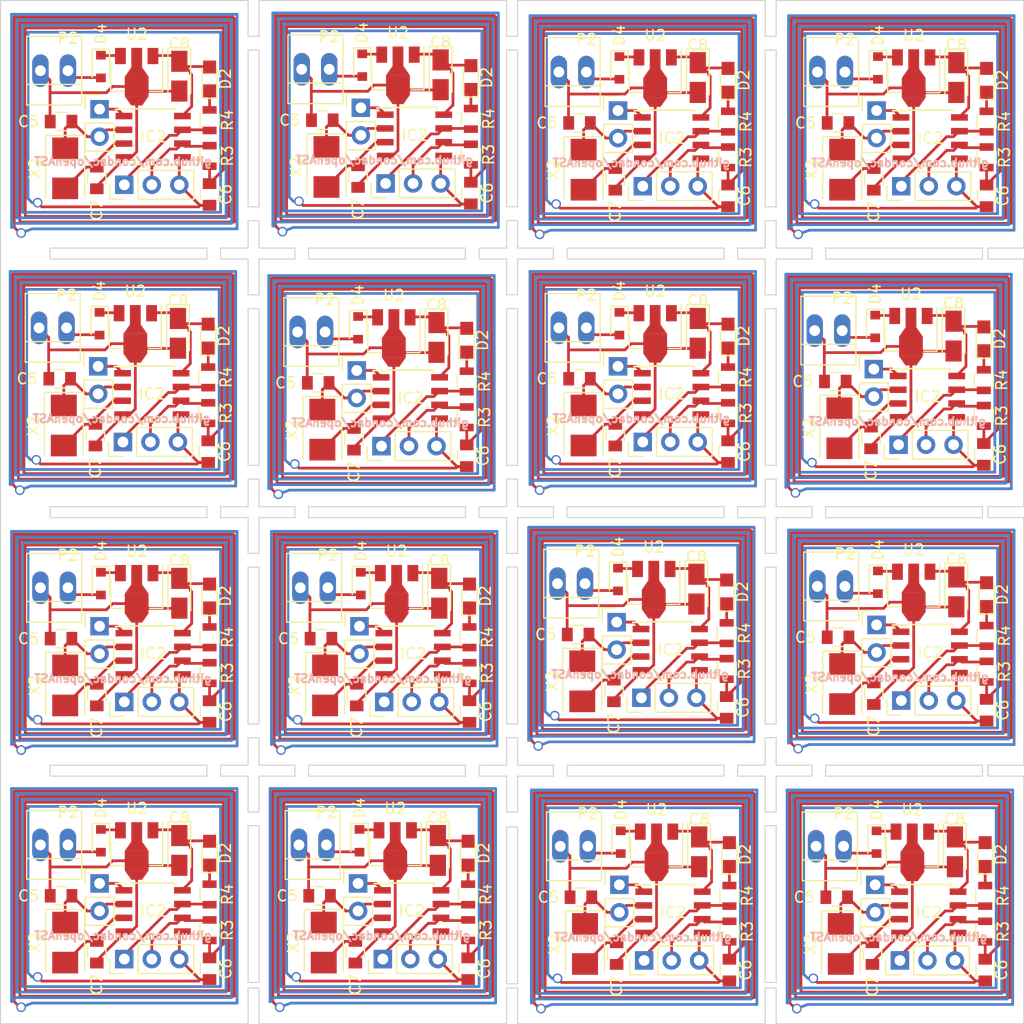
<source format=kicad_pcb>
(kicad_pcb (version 4) (host pcbnew 4.0.7)
  (layers (0 F.Cu signal) (31 B.Cu signal) (34 B.Paste user) (35 F.Paste user) (36 B.SilkS user) (37 F.SilkS user) (38 B.Mask user) (39 F.Mask user) (44 Edge.Cuts user))
  (net 0 "")
  (net 1 GND)
  (net 2 "Net-(C5-Pad1)")
  (net 3 "Net-(C6-Pad1)")
  (net 4 "Net-(C7-Pad1)")
  (net 5 "Net-(C8-Pad1)")
  (net 6 "Net-(D2-Pad1)")
  (net 7 "Net-(D4-Pad1)")
  (net 8 "Net-(D4-Pad2)")
  (net 9 "Net-(IC2-Pad1)")
  (net 10 "Net-(IC2-Pad6)")
  (net 11 "Net-(IC2-Pad7)")
  (module Capacitors_SMD:C_0805 (layer F.Cu) (at 85.852 115.062 180)
    (fp_text reference C5 (at 3 0 180) (layer F.SilkS))
    (fp_text value 22pF)
    (pad 1 smd rect (at -1 0 180) (size 1 1.25) (layers F.Cu F.Paste F.Mask) (net 2 "Net-(C5-Pad1)"))
    (pad 2 smd rect (at 1 0 180) (size 1 1.25) (layers F.Cu F.Paste F.Mask) (net 1 GND))
  )
  (module Capacitors_SMD:C_0805 (layer F.Cu) (at 99.568 121.793 90)
    (fp_text reference C6 (at 0 1.5 90) (layer F.SilkS))
    (fp_text value 1nF)
    (pad 1 smd rect (at -1 0 90) (size 1 1.25) (layers F.Cu F.Paste F.Mask) (net 3 "Net-(C6-Pad1)"))
    (pad 2 smd rect (at 1 0 90) (size 1 1.25) (layers F.Cu F.Paste F.Mask) (net 3 "Net-(C6-Pad1)"))
  )
  (module Capacitors_SMD:C_0805 (layer F.Cu) (at 89.154 120.269 270)
    (fp_text reference C7 (at 3 0 270) (layer F.SilkS))
    (fp_text value 22pF)
    (pad 1 smd rect (at -1 0 270) (size 1 1.25) (layers F.Cu F.Paste F.Mask) (net 4 "Net-(C7-Pad1)"))
    (pad 2 smd rect (at 1 0 270) (size 1 1.25) (layers F.Cu F.Paste F.Mask) (net 1 GND))
  )
  (module Capacitors_Tantalum_SMD:CP_Tantalum_Case-A_EIA-3216-18_Reflow (layer F.Cu) (at 96.774 110.871 270)
    (fp_text reference C8 (at -3 0 360) (layer F.SilkS))
    (fp_text value 50uF)
    (pad 1 smd rect (at -1.375 0 270) (size 1.95 1.5) (layers F.Cu F.Paste F.Mask) (net 5 "Net-(C8-Pad1)"))
    (pad 2 smd rect (at 1.375 0 270) (size 1.95 1.5) (layers F.Cu F.Paste F.Mask) (net 1 GND))
  )
  (module LEDs:LED_0805 (layer F.Cu) (at 99.568 111.125 90)
    (fp_text reference D2 (at 0 1.45 90) (layer F.SilkS))
    (fp_text value LED)
    (pad 2 smd rect (at 1.1 0 270) (size 1.2 1.2) (layers F.Cu F.Paste F.Mask) (net 5 "Net-(C8-Pad1)"))
    (pad 1 smd rect (at -1.1 0 270) (size 1.2 1.2) (layers F.Cu F.Paste F.Mask) (net 6 "Net-(D2-Pad1)"))
  )
  (module Diodes_SMD:D_0805 (layer F.Cu) (at 89.535 109.982 270)
    (fp_text reference D4 (at -3 0 270) (layer F.SilkS))
    (fp_text value DIODE)
    (pad 1 smd rect (at -1.05 0 270) (size 0.8 0.9) (layers F.Cu F.Paste F.Mask) (net 7 "Net-(D4-Pad1)"))
    (pad 2 smd rect (at 1.05 0 270) (size 0.8 0.9) (layers F.Cu F.Paste F.Mask) (net 8 "Net-(D4-Pad2)"))
  )
  (module Housings_SOIC:SOIC-8_3.9x4.9mm_Pitch1.27mm (layer F.Cu) (at 94.361 116.459)
    (fp_text reference IC2 (at 0 0) (layer F.SilkS))
    (fp_text value ATTINY85-P)
    (pad 1 smd rect (at -2.7 -1.905) (size 1.55 0.6) (layers F.Cu F.Paste F.Mask) (net 9 "Net-(IC2-Pad1)"))
    (pad 2 smd rect (at -2.7 -0.635) (size 1.55 0.6) (layers F.Cu F.Paste F.Mask) (net 2 "Net-(C5-Pad1)"))
    (pad 3 smd rect (at -2.7 0.635) (size 1.55 0.6) (layers F.Cu F.Paste F.Mask) (net 4 "Net-(C7-Pad1)"))
    (pad 4 smd rect (at -2.7 1.905) (size 1.55 0.6) (layers F.Cu F.Paste F.Mask) (net 1 GND))
    (pad 5 smd rect (at 2.7 1.905) (size 1.55 0.6) (layers F.Cu F.Paste F.Mask) (net 3 "Net-(C6-Pad1)"))
    (pad 6 smd rect (at 2.7 0.635) (size 1.55 0.6) (layers F.Cu F.Paste F.Mask) (net 10 "Net-(IC2-Pad6)"))
    (pad 7 smd rect (at 2.7 -0.635) (size 1.55 0.6) (layers F.Cu F.Paste F.Mask) (net 11 "Net-(IC2-Pad7)"))
    (pad 8 smd rect (at 2.7 -1.905) (size 1.55 0.6) (layers F.Cu F.Paste F.Mask) (net 5 "Net-(C8-Pad1)"))
  )
  (module Connectors:PINHEAD1-2 (layer F.Cu) (at 86.487 110.363 180)
    (fp_text reference P2 (at 0 3 180) (layer F.SilkS))
    (fp_text value CONN_2)
    (pad 1 thru_hole oval (at 0 0 180) (size 1.51 3.01) (drill 1) (layers *.Cu *.Mask) (net 8 "Net-(D4-Pad2)"))
    (pad 2 thru_hole oval (at 2.54 0 180) (size 1.51 3.01) (drill 1) (layers *.Cu *.Mask) (net 1 GND))
  )
  (module Resistors_SMD:R_0805 (layer F.Cu) (at 99.568 118.237 90)
    (fp_text reference R3 (at 0 1.65 90) (layer F.SilkS))
    (fp_text value 220)
    (pad 1 smd rect (at -0.95 0 90) (size 0.7 1.3) (layers F.Cu F.Paste F.Mask) (net 3 "Net-(C6-Pad1)"))
    (pad 2 smd rect (at 0.95 0 90) (size 0.7 1.3) (layers F.Cu F.Paste F.Mask) (net 10 "Net-(IC2-Pad6)"))
  )
  (module Resistors_SMD:R_0805 (layer F.Cu) (at 99.568 114.935 270)
    (fp_text reference R4 (at 0 -1.65 270) (layer F.SilkS))
    (fp_text value 1k)
    (pad 1 smd rect (at -0.95 0 270) (size 0.7 1.3) (layers F.Cu F.Paste F.Mask) (net 6 "Net-(D2-Pad1)"))
    (pad 2 smd rect (at 0.95 0 270) (size 0.7 1.3) (layers F.Cu F.Paste F.Mask) (net 11 "Net-(IC2-Pad7)"))
  )
  (module TO_SOT_Packages_SMD:SOT-89-3 (layer F.Cu) (at 92.837 110.49 270)
    (fp_text reference U2 (at -3.5 0 360) (layer F.SilkS))
    (fp_text value L78L05_SOT89)
    (pad 2 smd trapezoid (at 2.667 0 180) (size 1.6 0.85) (rect_delta 0 0.6) (layers F.Cu F.Paste F.Mask) (net 1 GND))
    (pad 1 smd rect (at -1.48 -1.5 180) (size 1 1.5) (layers F.Cu F.Paste F.Mask) (net 5 "Net-(C8-Pad1)"))
    (pad 2 smd rect (at -1.3335 0 180) (size 1 1.8) (layers F.Cu F.Paste F.Mask) (net 1 GND))
    (pad 3 smd rect (at -1.48 1.5 180) (size 1 1.5) (layers F.Cu F.Paste F.Mask) (net 7 "Net-(D4-Pad1)"))
    (pad 2 smd rect (at 1.3335 0 180) (size 2.2 1.84) (layers F.Cu F.Paste F.Mask) (net 1 GND))
    (pad 2 smd trapezoid (at -0.0762 0) (size 1.5 1) (rect_delta 0 0.7) (layers F.Cu F.Paste F.Mask) (net 1 GND))
  )
  (module Crystals:Crystal_SMD_5032-2pin_5.0x3.2mm (layer F.Cu) (at 86.233 119.38 270)
    (fp_text reference X2 (at 0 2.8 270) (layer F.SilkS))
    (fp_text value CRYSTAL)
    (pad 1 smd rect (at -1.85 0 270) (size 2 2.4) (layers F.Cu F.Paste F.Mask) (net 2 "Net-(C5-Pad1)"))
    (pad 2 smd rect (at 1.85 0 270) (size 2 2.4) (layers F.Cu F.Paste F.Mask) (net 4 "Net-(C7-Pad1)"))
  )
  (module Pin_Headers:Pin_Header_Straight_1x02_Pitch2.54mm (layer F.Cu) (at 89.408 113.919)
    (fp_text reference J1 hide)
    (fp_text value Conn_01x02)
    (pad 1 thru_hole rect (at 0 0) (size 1.7 1.7) (drill 1) (layers *.Cu *.Mask) (net 9 "Net-(IC2-Pad1)"))
    (pad 2 thru_hole oval (at 0 2.54) (size 1.7 1.7) (drill 1) (layers *.Cu *.Mask) (net 2 "Net-(C5-Pad1)"))
  )
  (module Pin_Headers:Pin_Header_Straight_1x03_Pitch2.54mm (layer F.Cu) (at 91.694 120.904 90)
    (fp_text reference J2 hide)
    (fp_text value Conn_01x03)
    (pad 1 thru_hole rect (at 0 0 90) (size 1.7 1.7) (drill 1) (layers *.Cu *.Mask) (net 11 "Net-(IC2-Pad7)"))
    (pad 2 thru_hole oval (at 0 2.54 90) (size 1.7 1.7) (drill 1) (layers *.Cu *.Mask) (net 10 "Net-(IC2-Pad6)"))
    (pad 3 thru_hole oval (at 0 5.08 90) (size 1.7 1.7) (drill 1) (layers *.Cu *.Mask) (net 3 "Net-(C6-Pad1)"))
  )
  (module Capacitors_SMD:C_0805 (layer F.Cu) (at 61.722 114.935 180)
    (fp_text reference C5 (at 3 0 180) (layer F.SilkS))
    (fp_text value 22pF)
    (pad 1 smd rect (at -1 0 180) (size 1 1.25) (layers F.Cu F.Paste F.Mask) (net 2 "Net-(C5-Pad1)"))
    (pad 2 smd rect (at 1 0 180) (size 1 1.25) (layers F.Cu F.Paste F.Mask) (net 1 GND))
  )
  (module Capacitors_SMD:C_0805 (layer F.Cu) (at 75.438 121.666 90)
    (fp_text reference C6 (at 0 1.5 90) (layer F.SilkS))
    (fp_text value 1nF)
    (pad 1 smd rect (at -1 0 90) (size 1 1.25) (layers F.Cu F.Paste F.Mask) (net 3 "Net-(C6-Pad1)"))
    (pad 2 smd rect (at 1 0 90) (size 1 1.25) (layers F.Cu F.Paste F.Mask) (net 3 "Net-(C6-Pad1)"))
  )
  (module Capacitors_SMD:C_0805 (layer F.Cu) (at 65.024 120.142 270)
    (fp_text reference C7 (at 3 0 270) (layer F.SilkS))
    (fp_text value 22pF)
    (pad 1 smd rect (at -1 0 270) (size 1 1.25) (layers F.Cu F.Paste F.Mask) (net 4 "Net-(C7-Pad1)"))
    (pad 2 smd rect (at 1 0 270) (size 1 1.25) (layers F.Cu F.Paste F.Mask) (net 1 GND))
  )
  (module Capacitors_Tantalum_SMD:CP_Tantalum_Case-A_EIA-3216-18_Reflow (layer F.Cu) (at 72.644 110.744 270)
    (fp_text reference C8 (at -3 0 360) (layer F.SilkS))
    (fp_text value 50uF)
    (pad 1 smd rect (at -1.375 0 270) (size 1.95 1.5) (layers F.Cu F.Paste F.Mask) (net 5 "Net-(C8-Pad1)"))
    (pad 2 smd rect (at 1.375 0 270) (size 1.95 1.5) (layers F.Cu F.Paste F.Mask) (net 1 GND))
  )
  (module LEDs:LED_0805 (layer F.Cu) (at 75.438 110.998 90)
    (fp_text reference D2 (at 0 1.45 90) (layer F.SilkS))
    (fp_text value LED)
    (pad 2 smd rect (at 1.1 0 270) (size 1.2 1.2) (layers F.Cu F.Paste F.Mask) (net 5 "Net-(C8-Pad1)"))
    (pad 1 smd rect (at -1.1 0 270) (size 1.2 1.2) (layers F.Cu F.Paste F.Mask) (net 6 "Net-(D2-Pad1)"))
  )
  (module Diodes_SMD:D_0805 (layer F.Cu) (at 65.405 109.855 270)
    (fp_text reference D4 (at -3 0 270) (layer F.SilkS))
    (fp_text value DIODE)
    (pad 1 smd rect (at -1.05 0 270) (size 0.8 0.9) (layers F.Cu F.Paste F.Mask) (net 7 "Net-(D4-Pad1)"))
    (pad 2 smd rect (at 1.05 0 270) (size 0.8 0.9) (layers F.Cu F.Paste F.Mask) (net 8 "Net-(D4-Pad2)"))
  )
  (module Housings_SOIC:SOIC-8_3.9x4.9mm_Pitch1.27mm (layer F.Cu) (at 70.231 116.332)
    (fp_text reference IC2 (at 0 0) (layer F.SilkS))
    (fp_text value ATTINY85-P)
    (pad 1 smd rect (at -2.7 -1.905) (size 1.55 0.6) (layers F.Cu F.Paste F.Mask) (net 9 "Net-(IC2-Pad1)"))
    (pad 2 smd rect (at -2.7 -0.635) (size 1.55 0.6) (layers F.Cu F.Paste F.Mask) (net 2 "Net-(C5-Pad1)"))
    (pad 3 smd rect (at -2.7 0.635) (size 1.55 0.6) (layers F.Cu F.Paste F.Mask) (net 4 "Net-(C7-Pad1)"))
    (pad 4 smd rect (at -2.7 1.905) (size 1.55 0.6) (layers F.Cu F.Paste F.Mask) (net 1 GND))
    (pad 5 smd rect (at 2.7 1.905) (size 1.55 0.6) (layers F.Cu F.Paste F.Mask) (net 3 "Net-(C6-Pad1)"))
    (pad 6 smd rect (at 2.7 0.635) (size 1.55 0.6) (layers F.Cu F.Paste F.Mask) (net 10 "Net-(IC2-Pad6)"))
    (pad 7 smd rect (at 2.7 -0.635) (size 1.55 0.6) (layers F.Cu F.Paste F.Mask) (net 11 "Net-(IC2-Pad7)"))
    (pad 8 smd rect (at 2.7 -1.905) (size 1.55 0.6) (layers F.Cu F.Paste F.Mask) (net 5 "Net-(C8-Pad1)"))
  )
  (module Connectors:PINHEAD1-2 (layer F.Cu) (at 62.357 110.236 180)
    (fp_text reference P2 (at 0 3 180) (layer F.SilkS))
    (fp_text value CONN_2)
    (pad 1 thru_hole oval (at 0 0 180) (size 1.51 3.01) (drill 1) (layers *.Cu *.Mask) (net 8 "Net-(D4-Pad2)"))
    (pad 2 thru_hole oval (at 2.54 0 180) (size 1.51 3.01) (drill 1) (layers *.Cu *.Mask) (net 1 GND))
  )
  (module Resistors_SMD:R_0805 (layer F.Cu) (at 75.438 118.11 90)
    (fp_text reference R3 (at 0 1.65 90) (layer F.SilkS))
    (fp_text value 220)
    (pad 1 smd rect (at -0.95 0 90) (size 0.7 1.3) (layers F.Cu F.Paste F.Mask) (net 3 "Net-(C6-Pad1)"))
    (pad 2 smd rect (at 0.95 0 90) (size 0.7 1.3) (layers F.Cu F.Paste F.Mask) (net 10 "Net-(IC2-Pad6)"))
  )
  (module Resistors_SMD:R_0805 (layer F.Cu) (at 75.438 114.808 270)
    (fp_text reference R4 (at 0 -1.65 270) (layer F.SilkS))
    (fp_text value 1k)
    (pad 1 smd rect (at -0.95 0 270) (size 0.7 1.3) (layers F.Cu F.Paste F.Mask) (net 6 "Net-(D2-Pad1)"))
    (pad 2 smd rect (at 0.95 0 270) (size 0.7 1.3) (layers F.Cu F.Paste F.Mask) (net 11 "Net-(IC2-Pad7)"))
  )
  (module TO_SOT_Packages_SMD:SOT-89-3 (layer F.Cu) (at 68.707 110.363 270)
    (fp_text reference U2 (at -3.5 0 360) (layer F.SilkS))
    (fp_text value L78L05_SOT89)
    (pad 2 smd trapezoid (at 2.667 0 180) (size 1.6 0.85) (rect_delta 0 0.6) (layers F.Cu F.Paste F.Mask) (net 1 GND))
    (pad 1 smd rect (at -1.48 -1.5 180) (size 1 1.5) (layers F.Cu F.Paste F.Mask) (net 5 "Net-(C8-Pad1)"))
    (pad 2 smd rect (at -1.3335 0 180) (size 1 1.8) (layers F.Cu F.Paste F.Mask) (net 1 GND))
    (pad 3 smd rect (at -1.48 1.5 180) (size 1 1.5) (layers F.Cu F.Paste F.Mask) (net 7 "Net-(D4-Pad1)"))
    (pad 2 smd rect (at 1.3335 0 180) (size 2.2 1.84) (layers F.Cu F.Paste F.Mask) (net 1 GND))
    (pad 2 smd trapezoid (at -0.0762 0) (size 1.5 1) (rect_delta 0 0.7) (layers F.Cu F.Paste F.Mask) (net 1 GND))
  )
  (module Crystals:Crystal_SMD_5032-2pin_5.0x3.2mm (layer F.Cu) (at 62.103 119.253 270)
    (fp_text reference X2 (at 0 2.8 270) (layer F.SilkS))
    (fp_text value CRYSTAL)
    (pad 1 smd rect (at -1.85 0 270) (size 2 2.4) (layers F.Cu F.Paste F.Mask) (net 2 "Net-(C5-Pad1)"))
    (pad 2 smd rect (at 1.85 0 270) (size 2 2.4) (layers F.Cu F.Paste F.Mask) (net 4 "Net-(C7-Pad1)"))
  )
  (module Pin_Headers:Pin_Header_Straight_1x02_Pitch2.54mm (layer F.Cu) (at 65.278 113.792)
    (fp_text reference J1 hide)
    (fp_text value Conn_01x02)
    (pad 1 thru_hole rect (at 0 0) (size 1.7 1.7) (drill 1) (layers *.Cu *.Mask) (net 9 "Net-(IC2-Pad1)"))
    (pad 2 thru_hole oval (at 0 2.54) (size 1.7 1.7) (drill 1) (layers *.Cu *.Mask) (net 2 "Net-(C5-Pad1)"))
  )
  (module Pin_Headers:Pin_Header_Straight_1x03_Pitch2.54mm (layer F.Cu) (at 67.564 120.777 90)
    (fp_text reference J2 hide)
    (fp_text value Conn_01x03)
    (pad 1 thru_hole rect (at 0 0 90) (size 1.7 1.7) (drill 1) (layers *.Cu *.Mask) (net 11 "Net-(IC2-Pad7)"))
    (pad 2 thru_hole oval (at 0 2.54 90) (size 1.7 1.7) (drill 1) (layers *.Cu *.Mask) (net 10 "Net-(IC2-Pad6)"))
    (pad 3 thru_hole oval (at 0 5.08 90) (size 1.7 1.7) (drill 1) (layers *.Cu *.Mask) (net 3 "Net-(C6-Pad1)"))
  )
  (module Capacitors_SMD:C_0805 (layer F.Cu) (at 37.846 114.935 180)
    (fp_text reference C5 (at 3 0 180) (layer F.SilkS))
    (fp_text value 22pF)
    (pad 1 smd rect (at -1 0 180) (size 1 1.25) (layers F.Cu F.Paste F.Mask) (net 2 "Net-(C5-Pad1)"))
    (pad 2 smd rect (at 1 0 180) (size 1 1.25) (layers F.Cu F.Paste F.Mask) (net 1 GND))
  )
  (module Capacitors_SMD:C_0805 (layer F.Cu) (at 51.562 121.666 90)
    (fp_text reference C6 (at 0 1.5 90) (layer F.SilkS))
    (fp_text value 1nF)
    (pad 1 smd rect (at -1 0 90) (size 1 1.25) (layers F.Cu F.Paste F.Mask) (net 3 "Net-(C6-Pad1)"))
    (pad 2 smd rect (at 1 0 90) (size 1 1.25) (layers F.Cu F.Paste F.Mask) (net 3 "Net-(C6-Pad1)"))
  )
  (module Capacitors_SMD:C_0805 (layer F.Cu) (at 41.148 120.142 270)
    (fp_text reference C7 (at 3 0 270) (layer F.SilkS))
    (fp_text value 22pF)
    (pad 1 smd rect (at -1 0 270) (size 1 1.25) (layers F.Cu F.Paste F.Mask) (net 4 "Net-(C7-Pad1)"))
    (pad 2 smd rect (at 1 0 270) (size 1 1.25) (layers F.Cu F.Paste F.Mask) (net 1 GND))
  )
  (module Capacitors_Tantalum_SMD:CP_Tantalum_Case-A_EIA-3216-18_Reflow (layer F.Cu) (at 48.768 110.744 270)
    (fp_text reference C8 (at -3 0 360) (layer F.SilkS))
    (fp_text value 50uF)
    (pad 1 smd rect (at -1.375 0 270) (size 1.95 1.5) (layers F.Cu F.Paste F.Mask) (net 5 "Net-(C8-Pad1)"))
    (pad 2 smd rect (at 1.375 0 270) (size 1.95 1.5) (layers F.Cu F.Paste F.Mask) (net 1 GND))
  )
  (module LEDs:LED_0805 (layer F.Cu) (at 51.562 110.998 90)
    (fp_text reference D2 (at 0 1.45 90) (layer F.SilkS))
    (fp_text value LED)
    (pad 2 smd rect (at 1.1 0 270) (size 1.2 1.2) (layers F.Cu F.Paste F.Mask) (net 5 "Net-(C8-Pad1)"))
    (pad 1 smd rect (at -1.1 0 270) (size 1.2 1.2) (layers F.Cu F.Paste F.Mask) (net 6 "Net-(D2-Pad1)"))
  )
  (module Diodes_SMD:D_0805 (layer F.Cu) (at 41.529 109.855 270)
    (fp_text reference D4 (at -3 0 270) (layer F.SilkS))
    (fp_text value DIODE)
    (pad 1 smd rect (at -1.05 0 270) (size 0.8 0.9) (layers F.Cu F.Paste F.Mask) (net 7 "Net-(D4-Pad1)"))
    (pad 2 smd rect (at 1.05 0 270) (size 0.8 0.9) (layers F.Cu F.Paste F.Mask) (net 8 "Net-(D4-Pad2)"))
  )
  (module Housings_SOIC:SOIC-8_3.9x4.9mm_Pitch1.27mm (layer F.Cu) (at 46.355 116.332)
    (fp_text reference IC2 (at 0 0) (layer F.SilkS))
    (fp_text value ATTINY85-P)
    (pad 1 smd rect (at -2.7 -1.905) (size 1.55 0.6) (layers F.Cu F.Paste F.Mask) (net 9 "Net-(IC2-Pad1)"))
    (pad 2 smd rect (at -2.7 -0.635) (size 1.55 0.6) (layers F.Cu F.Paste F.Mask) (net 2 "Net-(C5-Pad1)"))
    (pad 3 smd rect (at -2.7 0.635) (size 1.55 0.6) (layers F.Cu F.Paste F.Mask) (net 4 "Net-(C7-Pad1)"))
    (pad 4 smd rect (at -2.7 1.905) (size 1.55 0.6) (layers F.Cu F.Paste F.Mask) (net 1 GND))
    (pad 5 smd rect (at 2.7 1.905) (size 1.55 0.6) (layers F.Cu F.Paste F.Mask) (net 3 "Net-(C6-Pad1)"))
    (pad 6 smd rect (at 2.7 0.635) (size 1.55 0.6) (layers F.Cu F.Paste F.Mask) (net 10 "Net-(IC2-Pad6)"))
    (pad 7 smd rect (at 2.7 -0.635) (size 1.55 0.6) (layers F.Cu F.Paste F.Mask) (net 11 "Net-(IC2-Pad7)"))
    (pad 8 smd rect (at 2.7 -1.905) (size 1.55 0.6) (layers F.Cu F.Paste F.Mask) (net 5 "Net-(C8-Pad1)"))
  )
  (module Connectors:PINHEAD1-2 (layer F.Cu) (at 38.481 110.236 180)
    (fp_text reference P2 (at 0 3 180) (layer F.SilkS))
    (fp_text value CONN_2)
    (pad 1 thru_hole oval (at 0 0 180) (size 1.51 3.01) (drill 1) (layers *.Cu *.Mask) (net 8 "Net-(D4-Pad2)"))
    (pad 2 thru_hole oval (at 2.54 0 180) (size 1.51 3.01) (drill 1) (layers *.Cu *.Mask) (net 1 GND))
  )
  (module Resistors_SMD:R_0805 (layer F.Cu) (at 51.562 118.11 90)
    (fp_text reference R3 (at 0 1.65 90) (layer F.SilkS))
    (fp_text value 220)
    (pad 1 smd rect (at -0.95 0 90) (size 0.7 1.3) (layers F.Cu F.Paste F.Mask) (net 3 "Net-(C6-Pad1)"))
    (pad 2 smd rect (at 0.95 0 90) (size 0.7 1.3) (layers F.Cu F.Paste F.Mask) (net 10 "Net-(IC2-Pad6)"))
  )
  (module Resistors_SMD:R_0805 (layer F.Cu) (at 51.562 114.808 270)
    (fp_text reference R4 (at 0 -1.65 270) (layer F.SilkS))
    (fp_text value 1k)
    (pad 1 smd rect (at -0.95 0 270) (size 0.7 1.3) (layers F.Cu F.Paste F.Mask) (net 6 "Net-(D2-Pad1)"))
    (pad 2 smd rect (at 0.95 0 270) (size 0.7 1.3) (layers F.Cu F.Paste F.Mask) (net 11 "Net-(IC2-Pad7)"))
  )
  (module TO_SOT_Packages_SMD:SOT-89-3 (layer F.Cu) (at 44.831 110.363 270)
    (fp_text reference U2 (at -3.5 0 360) (layer F.SilkS))
    (fp_text value L78L05_SOT89)
    (pad 2 smd trapezoid (at 2.667 0 180) (size 1.6 0.85) (rect_delta 0 0.6) (layers F.Cu F.Paste F.Mask) (net 1 GND))
    (pad 1 smd rect (at -1.48 -1.5 180) (size 1 1.5) (layers F.Cu F.Paste F.Mask) (net 5 "Net-(C8-Pad1)"))
    (pad 2 smd rect (at -1.3335 0 180) (size 1 1.8) (layers F.Cu F.Paste F.Mask) (net 1 GND))
    (pad 3 smd rect (at -1.48 1.5 180) (size 1 1.5) (layers F.Cu F.Paste F.Mask) (net 7 "Net-(D4-Pad1)"))
    (pad 2 smd rect (at 1.3335 0 180) (size 2.2 1.84) (layers F.Cu F.Paste F.Mask) (net 1 GND))
    (pad 2 smd trapezoid (at -0.0762 0) (size 1.5 1) (rect_delta 0 0.7) (layers F.Cu F.Paste F.Mask) (net 1 GND))
  )
  (module Crystals:Crystal_SMD_5032-2pin_5.0x3.2mm (layer F.Cu) (at 38.227 119.253 270)
    (fp_text reference X2 (at 0 2.8 270) (layer F.SilkS))
    (fp_text value CRYSTAL)
    (pad 1 smd rect (at -1.85 0 270) (size 2 2.4) (layers F.Cu F.Paste F.Mask) (net 2 "Net-(C5-Pad1)"))
    (pad 2 smd rect (at 1.85 0 270) (size 2 2.4) (layers F.Cu F.Paste F.Mask) (net 4 "Net-(C7-Pad1)"))
  )
  (module Pin_Headers:Pin_Header_Straight_1x02_Pitch2.54mm (layer F.Cu) (at 41.402 113.792)
    (fp_text reference J1 hide)
    (fp_text value Conn_01x02)
    (pad 1 thru_hole rect (at 0 0) (size 1.7 1.7) (drill 1) (layers *.Cu *.Mask) (net 9 "Net-(IC2-Pad1)"))
    (pad 2 thru_hole oval (at 0 2.54) (size 1.7 1.7) (drill 1) (layers *.Cu *.Mask) (net 2 "Net-(C5-Pad1)"))
  )
  (module Pin_Headers:Pin_Header_Straight_1x03_Pitch2.54mm (layer F.Cu) (at 43.688 120.777 90)
    (fp_text reference J2 hide)
    (fp_text value Conn_01x03)
    (pad 1 thru_hole rect (at 0 0 90) (size 1.7 1.7) (drill 1) (layers *.Cu *.Mask) (net 11 "Net-(IC2-Pad7)"))
    (pad 2 thru_hole oval (at 0 2.54 90) (size 1.7 1.7) (drill 1) (layers *.Cu *.Mask) (net 10 "Net-(IC2-Pad6)"))
    (pad 3 thru_hole oval (at 0 5.08 90) (size 1.7 1.7) (drill 1) (layers *.Cu *.Mask) (net 3 "Net-(C6-Pad1)"))
  )
  (module Capacitors_SMD:C_0805 (layer F.Cu) (at 109.601 91.059 180)
    (fp_text reference C5 (at 3 0 180) (layer F.SilkS))
    (fp_text value 22pF)
    (pad 1 smd rect (at -1 0 180) (size 1 1.25) (layers F.Cu F.Paste F.Mask) (net 2 "Net-(C5-Pad1)"))
    (pad 2 smd rect (at 1 0 180) (size 1 1.25) (layers F.Cu F.Paste F.Mask) (net 1 GND))
  )
  (module Capacitors_SMD:C_0805 (layer F.Cu) (at 123.317 97.79 90)
    (fp_text reference C6 (at 0 1.5 90) (layer F.SilkS))
    (fp_text value 1nF)
    (pad 1 smd rect (at -1 0 90) (size 1 1.25) (layers F.Cu F.Paste F.Mask) (net 3 "Net-(C6-Pad1)"))
    (pad 2 smd rect (at 1 0 90) (size 1 1.25) (layers F.Cu F.Paste F.Mask) (net 3 "Net-(C6-Pad1)"))
  )
  (module Capacitors_SMD:C_0805 (layer F.Cu) (at 112.903 96.266 270)
    (fp_text reference C7 (at 3 0 270) (layer F.SilkS))
    (fp_text value 22pF)
    (pad 1 smd rect (at -1 0 270) (size 1 1.25) (layers F.Cu F.Paste F.Mask) (net 4 "Net-(C7-Pad1)"))
    (pad 2 smd rect (at 1 0 270) (size 1 1.25) (layers F.Cu F.Paste F.Mask) (net 1 GND))
  )
  (module Capacitors_Tantalum_SMD:CP_Tantalum_Case-A_EIA-3216-18_Reflow (layer F.Cu) (at 120.523 86.868 270)
    (fp_text reference C8 (at -3 0 360) (layer F.SilkS))
    (fp_text value 50uF)
    (pad 1 smd rect (at -1.375 0 270) (size 1.95 1.5) (layers F.Cu F.Paste F.Mask) (net 5 "Net-(C8-Pad1)"))
    (pad 2 smd rect (at 1.375 0 270) (size 1.95 1.5) (layers F.Cu F.Paste F.Mask) (net 1 GND))
  )
  (module LEDs:LED_0805 (layer F.Cu) (at 123.317 87.122 90)
    (fp_text reference D2 (at 0 1.45 90) (layer F.SilkS))
    (fp_text value LED)
    (pad 2 smd rect (at 1.1 0 270) (size 1.2 1.2) (layers F.Cu F.Paste F.Mask) (net 5 "Net-(C8-Pad1)"))
    (pad 1 smd rect (at -1.1 0 270) (size 1.2 1.2) (layers F.Cu F.Paste F.Mask) (net 6 "Net-(D2-Pad1)"))
  )
  (module Diodes_SMD:D_0805 (layer F.Cu) (at 113.284 85.979 270)
    (fp_text reference D4 (at -3 0 270) (layer F.SilkS))
    (fp_text value DIODE)
    (pad 1 smd rect (at -1.05 0 270) (size 0.8 0.9) (layers F.Cu F.Paste F.Mask) (net 7 "Net-(D4-Pad1)"))
    (pad 2 smd rect (at 1.05 0 270) (size 0.8 0.9) (layers F.Cu F.Paste F.Mask) (net 8 "Net-(D4-Pad2)"))
  )
  (module Housings_SOIC:SOIC-8_3.9x4.9mm_Pitch1.27mm (layer F.Cu) (at 118.11 92.456)
    (fp_text reference IC2 (at 0 0) (layer F.SilkS))
    (fp_text value ATTINY85-P)
    (pad 1 smd rect (at -2.7 -1.905) (size 1.55 0.6) (layers F.Cu F.Paste F.Mask) (net 9 "Net-(IC2-Pad1)"))
    (pad 2 smd rect (at -2.7 -0.635) (size 1.55 0.6) (layers F.Cu F.Paste F.Mask) (net 2 "Net-(C5-Pad1)"))
    (pad 3 smd rect (at -2.7 0.635) (size 1.55 0.6) (layers F.Cu F.Paste F.Mask) (net 4 "Net-(C7-Pad1)"))
    (pad 4 smd rect (at -2.7 1.905) (size 1.55 0.6) (layers F.Cu F.Paste F.Mask) (net 1 GND))
    (pad 5 smd rect (at 2.7 1.905) (size 1.55 0.6) (layers F.Cu F.Paste F.Mask) (net 3 "Net-(C6-Pad1)"))
    (pad 6 smd rect (at 2.7 0.635) (size 1.55 0.6) (layers F.Cu F.Paste F.Mask) (net 10 "Net-(IC2-Pad6)"))
    (pad 7 smd rect (at 2.7 -0.635) (size 1.55 0.6) (layers F.Cu F.Paste F.Mask) (net 11 "Net-(IC2-Pad7)"))
    (pad 8 smd rect (at 2.7 -1.905) (size 1.55 0.6) (layers F.Cu F.Paste F.Mask) (net 5 "Net-(C8-Pad1)"))
  )
  (module Connectors:PINHEAD1-2 (layer F.Cu) (at 110.236 86.36 180)
    (fp_text reference P2 (at 0 3 180) (layer F.SilkS))
    (fp_text value CONN_2)
    (pad 1 thru_hole oval (at 0 0 180) (size 1.51 3.01) (drill 1) (layers *.Cu *.Mask) (net 8 "Net-(D4-Pad2)"))
    (pad 2 thru_hole oval (at 2.54 0 180) (size 1.51 3.01) (drill 1) (layers *.Cu *.Mask) (net 1 GND))
  )
  (module Resistors_SMD:R_0805 (layer F.Cu) (at 123.317 94.234 90)
    (fp_text reference R3 (at 0 1.65 90) (layer F.SilkS))
    (fp_text value 220)
    (pad 1 smd rect (at -0.95 0 90) (size 0.7 1.3) (layers F.Cu F.Paste F.Mask) (net 3 "Net-(C6-Pad1)"))
    (pad 2 smd rect (at 0.95 0 90) (size 0.7 1.3) (layers F.Cu F.Paste F.Mask) (net 10 "Net-(IC2-Pad6)"))
  )
  (module Resistors_SMD:R_0805 (layer F.Cu) (at 123.317 90.932 270)
    (fp_text reference R4 (at 0 -1.65 270) (layer F.SilkS))
    (fp_text value 1k)
    (pad 1 smd rect (at -0.95 0 270) (size 0.7 1.3) (layers F.Cu F.Paste F.Mask) (net 6 "Net-(D2-Pad1)"))
    (pad 2 smd rect (at 0.95 0 270) (size 0.7 1.3) (layers F.Cu F.Paste F.Mask) (net 11 "Net-(IC2-Pad7)"))
  )
  (module TO_SOT_Packages_SMD:SOT-89-3 (layer F.Cu) (at 116.586 86.487 270)
    (fp_text reference U2 (at -3.5 0 360) (layer F.SilkS))
    (fp_text value L78L05_SOT89)
    (pad 2 smd trapezoid (at 2.667 0 180) (size 1.6 0.85) (rect_delta 0 0.6) (layers F.Cu F.Paste F.Mask) (net 1 GND))
    (pad 1 smd rect (at -1.48 -1.5 180) (size 1 1.5) (layers F.Cu F.Paste F.Mask) (net 5 "Net-(C8-Pad1)"))
    (pad 2 smd rect (at -1.3335 0 180) (size 1 1.8) (layers F.Cu F.Paste F.Mask) (net 1 GND))
    (pad 3 smd rect (at -1.48 1.5 180) (size 1 1.5) (layers F.Cu F.Paste F.Mask) (net 7 "Net-(D4-Pad1)"))
    (pad 2 smd rect (at 1.3335 0 180) (size 2.2 1.84) (layers F.Cu F.Paste F.Mask) (net 1 GND))
    (pad 2 smd trapezoid (at -0.0762 0) (size 1.5 1) (rect_delta 0 0.7) (layers F.Cu F.Paste F.Mask) (net 1 GND))
  )
  (module Crystals:Crystal_SMD_5032-2pin_5.0x3.2mm (layer F.Cu) (at 109.982 95.377 270)
    (fp_text reference X2 (at 0 2.8 270) (layer F.SilkS))
    (fp_text value CRYSTAL)
    (pad 1 smd rect (at -1.85 0 270) (size 2 2.4) (layers F.Cu F.Paste F.Mask) (net 2 "Net-(C5-Pad1)"))
    (pad 2 smd rect (at 1.85 0 270) (size 2 2.4) (layers F.Cu F.Paste F.Mask) (net 4 "Net-(C7-Pad1)"))
  )
  (module Pin_Headers:Pin_Header_Straight_1x02_Pitch2.54mm (layer F.Cu) (at 113.157 89.916)
    (fp_text reference J1 hide)
    (fp_text value Conn_01x02)
    (pad 1 thru_hole rect (at 0 0) (size 1.7 1.7) (drill 1) (layers *.Cu *.Mask) (net 9 "Net-(IC2-Pad1)"))
    (pad 2 thru_hole oval (at 0 2.54) (size 1.7 1.7) (drill 1) (layers *.Cu *.Mask) (net 2 "Net-(C5-Pad1)"))
  )
  (module Pin_Headers:Pin_Header_Straight_1x03_Pitch2.54mm (layer F.Cu) (at 115.443 96.901 90)
    (fp_text reference J2 hide)
    (fp_text value Conn_01x03)
    (pad 1 thru_hole rect (at 0 0 90) (size 1.7 1.7) (drill 1) (layers *.Cu *.Mask) (net 11 "Net-(IC2-Pad7)"))
    (pad 2 thru_hole oval (at 0 2.54 90) (size 1.7 1.7) (drill 1) (layers *.Cu *.Mask) (net 10 "Net-(IC2-Pad6)"))
    (pad 3 thru_hole oval (at 0 5.08 90) (size 1.7 1.7) (drill 1) (layers *.Cu *.Mask) (net 3 "Net-(C6-Pad1)"))
  )
  (module Capacitors_SMD:C_0805 (layer F.Cu) (at 85.598 90.805 180)
    (fp_text reference C5 (at 3 0 180) (layer F.SilkS))
    (fp_text value 22pF)
    (pad 1 smd rect (at -1 0 180) (size 1 1.25) (layers F.Cu F.Paste F.Mask) (net 2 "Net-(C5-Pad1)"))
    (pad 2 smd rect (at 1 0 180) (size 1 1.25) (layers F.Cu F.Paste F.Mask) (net 1 GND))
  )
  (module Capacitors_SMD:C_0805 (layer F.Cu) (at 99.314 97.536 90)
    (fp_text reference C6 (at 0 1.5 90) (layer F.SilkS))
    (fp_text value 1nF)
    (pad 1 smd rect (at -1 0 90) (size 1 1.25) (layers F.Cu F.Paste F.Mask) (net 3 "Net-(C6-Pad1)"))
    (pad 2 smd rect (at 1 0 90) (size 1 1.25) (layers F.Cu F.Paste F.Mask) (net 3 "Net-(C6-Pad1)"))
  )
  (module Capacitors_SMD:C_0805 (layer F.Cu) (at 88.9 96.012 270)
    (fp_text reference C7 (at 3 0 270) (layer F.SilkS))
    (fp_text value 22pF)
    (pad 1 smd rect (at -1 0 270) (size 1 1.25) (layers F.Cu F.Paste F.Mask) (net 4 "Net-(C7-Pad1)"))
    (pad 2 smd rect (at 1 0 270) (size 1 1.25) (layers F.Cu F.Paste F.Mask) (net 1 GND))
  )
  (module Capacitors_Tantalum_SMD:CP_Tantalum_Case-A_EIA-3216-18_Reflow (layer F.Cu) (at 96.52 86.614 270)
    (fp_text reference C8 (at -3 0 360) (layer F.SilkS))
    (fp_text value 50uF)
    (pad 1 smd rect (at -1.375 0 270) (size 1.95 1.5) (layers F.Cu F.Paste F.Mask) (net 5 "Net-(C8-Pad1)"))
    (pad 2 smd rect (at 1.375 0 270) (size 1.95 1.5) (layers F.Cu F.Paste F.Mask) (net 1 GND))
  )
  (module LEDs:LED_0805 (layer F.Cu) (at 99.314 86.868 90)
    (fp_text reference D2 (at 0 1.45 90) (layer F.SilkS))
    (fp_text value LED)
    (pad 2 smd rect (at 1.1 0 270) (size 1.2 1.2) (layers F.Cu F.Paste F.Mask) (net 5 "Net-(C8-Pad1)"))
    (pad 1 smd rect (at -1.1 0 270) (size 1.2 1.2) (layers F.Cu F.Paste F.Mask) (net 6 "Net-(D2-Pad1)"))
  )
  (module Diodes_SMD:D_0805 (layer F.Cu) (at 89.281 85.725 270)
    (fp_text reference D4 (at -3 0 270) (layer F.SilkS))
    (fp_text value DIODE)
    (pad 1 smd rect (at -1.05 0 270) (size 0.8 0.9) (layers F.Cu F.Paste F.Mask) (net 7 "Net-(D4-Pad1)"))
    (pad 2 smd rect (at 1.05 0 270) (size 0.8 0.9) (layers F.Cu F.Paste F.Mask) (net 8 "Net-(D4-Pad2)"))
  )
  (module Housings_SOIC:SOIC-8_3.9x4.9mm_Pitch1.27mm (layer F.Cu) (at 94.107 92.202)
    (fp_text reference IC2 (at 0 0) (layer F.SilkS))
    (fp_text value ATTINY85-P)
    (pad 1 smd rect (at -2.7 -1.905) (size 1.55 0.6) (layers F.Cu F.Paste F.Mask) (net 9 "Net-(IC2-Pad1)"))
    (pad 2 smd rect (at -2.7 -0.635) (size 1.55 0.6) (layers F.Cu F.Paste F.Mask) (net 2 "Net-(C5-Pad1)"))
    (pad 3 smd rect (at -2.7 0.635) (size 1.55 0.6) (layers F.Cu F.Paste F.Mask) (net 4 "Net-(C7-Pad1)"))
    (pad 4 smd rect (at -2.7 1.905) (size 1.55 0.6) (layers F.Cu F.Paste F.Mask) (net 1 GND))
    (pad 5 smd rect (at 2.7 1.905) (size 1.55 0.6) (layers F.Cu F.Paste F.Mask) (net 3 "Net-(C6-Pad1)"))
    (pad 6 smd rect (at 2.7 0.635) (size 1.55 0.6) (layers F.Cu F.Paste F.Mask) (net 10 "Net-(IC2-Pad6)"))
    (pad 7 smd rect (at 2.7 -0.635) (size 1.55 0.6) (layers F.Cu F.Paste F.Mask) (net 11 "Net-(IC2-Pad7)"))
    (pad 8 smd rect (at 2.7 -1.905) (size 1.55 0.6) (layers F.Cu F.Paste F.Mask) (net 5 "Net-(C8-Pad1)"))
  )
  (module Connectors:PINHEAD1-2 (layer F.Cu) (at 86.233 86.106 180)
    (fp_text reference P2 (at 0 3 180) (layer F.SilkS))
    (fp_text value CONN_2)
    (pad 1 thru_hole oval (at 0 0 180) (size 1.51 3.01) (drill 1) (layers *.Cu *.Mask) (net 8 "Net-(D4-Pad2)"))
    (pad 2 thru_hole oval (at 2.54 0 180) (size 1.51 3.01) (drill 1) (layers *.Cu *.Mask) (net 1 GND))
  )
  (module Resistors_SMD:R_0805 (layer F.Cu) (at 99.314 93.98 90)
    (fp_text reference R3 (at 0 1.65 90) (layer F.SilkS))
    (fp_text value 220)
    (pad 1 smd rect (at -0.95 0 90) (size 0.7 1.3) (layers F.Cu F.Paste F.Mask) (net 3 "Net-(C6-Pad1)"))
    (pad 2 smd rect (at 0.95 0 90) (size 0.7 1.3) (layers F.Cu F.Paste F.Mask) (net 10 "Net-(IC2-Pad6)"))
  )
  (module Resistors_SMD:R_0805 (layer F.Cu) (at 99.314 90.678 270)
    (fp_text reference R4 (at 0 -1.65 270) (layer F.SilkS))
    (fp_text value 1k)
    (pad 1 smd rect (at -0.95 0 270) (size 0.7 1.3) (layers F.Cu F.Paste F.Mask) (net 6 "Net-(D2-Pad1)"))
    (pad 2 smd rect (at 0.95 0 270) (size 0.7 1.3) (layers F.Cu F.Paste F.Mask) (net 11 "Net-(IC2-Pad7)"))
  )
  (module TO_SOT_Packages_SMD:SOT-89-3 (layer F.Cu) (at 92.583 86.233 270)
    (fp_text reference U2 (at -3.5 0 360) (layer F.SilkS))
    (fp_text value L78L05_SOT89)
    (pad 2 smd trapezoid (at 2.667 0 180) (size 1.6 0.85) (rect_delta 0 0.6) (layers F.Cu F.Paste F.Mask) (net 1 GND))
    (pad 1 smd rect (at -1.48 -1.5 180) (size 1 1.5) (layers F.Cu F.Paste F.Mask) (net 5 "Net-(C8-Pad1)"))
    (pad 2 smd rect (at -1.3335 0 180) (size 1 1.8) (layers F.Cu F.Paste F.Mask) (net 1 GND))
    (pad 3 smd rect (at -1.48 1.5 180) (size 1 1.5) (layers F.Cu F.Paste F.Mask) (net 7 "Net-(D4-Pad1)"))
    (pad 2 smd rect (at 1.3335 0 180) (size 2.2 1.84) (layers F.Cu F.Paste F.Mask) (net 1 GND))
    (pad 2 smd trapezoid (at -0.0762 0) (size 1.5 1) (rect_delta 0 0.7) (layers F.Cu F.Paste F.Mask) (net 1 GND))
  )
  (module Crystals:Crystal_SMD_5032-2pin_5.0x3.2mm (layer F.Cu) (at 85.979 95.123 270)
    (fp_text reference X2 (at 0 2.8 270) (layer F.SilkS))
    (fp_text value CRYSTAL)
    (pad 1 smd rect (at -1.85 0 270) (size 2 2.4) (layers F.Cu F.Paste F.Mask) (net 2 "Net-(C5-Pad1)"))
    (pad 2 smd rect (at 1.85 0 270) (size 2 2.4) (layers F.Cu F.Paste F.Mask) (net 4 "Net-(C7-Pad1)"))
  )
  (module Pin_Headers:Pin_Header_Straight_1x02_Pitch2.54mm (layer F.Cu) (at 89.154 89.662)
    (fp_text reference J1 hide)
    (fp_text value Conn_01x02)
    (pad 1 thru_hole rect (at 0 0) (size 1.7 1.7) (drill 1) (layers *.Cu *.Mask) (net 9 "Net-(IC2-Pad1)"))
    (pad 2 thru_hole oval (at 0 2.54) (size 1.7 1.7) (drill 1) (layers *.Cu *.Mask) (net 2 "Net-(C5-Pad1)"))
  )
  (module Pin_Headers:Pin_Header_Straight_1x03_Pitch2.54mm (layer F.Cu) (at 91.44 96.647 90)
    (fp_text reference J2 hide)
    (fp_text value Conn_01x03)
    (pad 1 thru_hole rect (at 0 0 90) (size 1.7 1.7) (drill 1) (layers *.Cu *.Mask) (net 11 "Net-(IC2-Pad7)"))
    (pad 2 thru_hole oval (at 0 2.54 90) (size 1.7 1.7) (drill 1) (layers *.Cu *.Mask) (net 10 "Net-(IC2-Pad6)"))
    (pad 3 thru_hole oval (at 0 5.08 90) (size 1.7 1.7) (drill 1) (layers *.Cu *.Mask) (net 3 "Net-(C6-Pad1)"))
  )
  (module Capacitors_SMD:C_0805 (layer F.Cu) (at 61.849 91.186 180)
    (fp_text reference C5 (at 3 0 180) (layer F.SilkS))
    (fp_text value 22pF)
    (pad 1 smd rect (at -1 0 180) (size 1 1.25) (layers F.Cu F.Paste F.Mask) (net 2 "Net-(C5-Pad1)"))
    (pad 2 smd rect (at 1 0 180) (size 1 1.25) (layers F.Cu F.Paste F.Mask) (net 1 GND))
  )
  (module Capacitors_SMD:C_0805 (layer F.Cu) (at 75.565 97.917 90)
    (fp_text reference C6 (at 0 1.5 90) (layer F.SilkS))
    (fp_text value 1nF)
    (pad 1 smd rect (at -1 0 90) (size 1 1.25) (layers F.Cu F.Paste F.Mask) (net 3 "Net-(C6-Pad1)"))
    (pad 2 smd rect (at 1 0 90) (size 1 1.25) (layers F.Cu F.Paste F.Mask) (net 3 "Net-(C6-Pad1)"))
  )
  (module Capacitors_SMD:C_0805 (layer F.Cu) (at 65.151 96.393 270)
    (fp_text reference C7 (at 3 0 270) (layer F.SilkS))
    (fp_text value 22pF)
    (pad 1 smd rect (at -1 0 270) (size 1 1.25) (layers F.Cu F.Paste F.Mask) (net 4 "Net-(C7-Pad1)"))
    (pad 2 smd rect (at 1 0 270) (size 1 1.25) (layers F.Cu F.Paste F.Mask) (net 1 GND))
  )
  (module Capacitors_Tantalum_SMD:CP_Tantalum_Case-A_EIA-3216-18_Reflow (layer F.Cu) (at 72.771 86.995 270)
    (fp_text reference C8 (at -3 0 360) (layer F.SilkS))
    (fp_text value 50uF)
    (pad 1 smd rect (at -1.375 0 270) (size 1.95 1.5) (layers F.Cu F.Paste F.Mask) (net 5 "Net-(C8-Pad1)"))
    (pad 2 smd rect (at 1.375 0 270) (size 1.95 1.5) (layers F.Cu F.Paste F.Mask) (net 1 GND))
  )
  (module LEDs:LED_0805 (layer F.Cu) (at 75.565 87.249 90)
    (fp_text reference D2 (at 0 1.45 90) (layer F.SilkS))
    (fp_text value LED)
    (pad 2 smd rect (at 1.1 0 270) (size 1.2 1.2) (layers F.Cu F.Paste F.Mask) (net 5 "Net-(C8-Pad1)"))
    (pad 1 smd rect (at -1.1 0 270) (size 1.2 1.2) (layers F.Cu F.Paste F.Mask) (net 6 "Net-(D2-Pad1)"))
  )
  (module Diodes_SMD:D_0805 (layer F.Cu) (at 65.532 86.106 270)
    (fp_text reference D4 (at -3 0 270) (layer F.SilkS))
    (fp_text value DIODE)
    (pad 1 smd rect (at -1.05 0 270) (size 0.8 0.9) (layers F.Cu F.Paste F.Mask) (net 7 "Net-(D4-Pad1)"))
    (pad 2 smd rect (at 1.05 0 270) (size 0.8 0.9) (layers F.Cu F.Paste F.Mask) (net 8 "Net-(D4-Pad2)"))
  )
  (module Housings_SOIC:SOIC-8_3.9x4.9mm_Pitch1.27mm (layer F.Cu) (at 70.358 92.583)
    (fp_text reference IC2 (at 0 0) (layer F.SilkS))
    (fp_text value ATTINY85-P)
    (pad 1 smd rect (at -2.7 -1.905) (size 1.55 0.6) (layers F.Cu F.Paste F.Mask) (net 9 "Net-(IC2-Pad1)"))
    (pad 2 smd rect (at -2.7 -0.635) (size 1.55 0.6) (layers F.Cu F.Paste F.Mask) (net 2 "Net-(C5-Pad1)"))
    (pad 3 smd rect (at -2.7 0.635) (size 1.55 0.6) (layers F.Cu F.Paste F.Mask) (net 4 "Net-(C7-Pad1)"))
    (pad 4 smd rect (at -2.7 1.905) (size 1.55 0.6) (layers F.Cu F.Paste F.Mask) (net 1 GND))
    (pad 5 smd rect (at 2.7 1.905) (size 1.55 0.6) (layers F.Cu F.Paste F.Mask) (net 3 "Net-(C6-Pad1)"))
    (pad 6 smd rect (at 2.7 0.635) (size 1.55 0.6) (layers F.Cu F.Paste F.Mask) (net 10 "Net-(IC2-Pad6)"))
    (pad 7 smd rect (at 2.7 -0.635) (size 1.55 0.6) (layers F.Cu F.Paste F.Mask) (net 11 "Net-(IC2-Pad7)"))
    (pad 8 smd rect (at 2.7 -1.905) (size 1.55 0.6) (layers F.Cu F.Paste F.Mask) (net 5 "Net-(C8-Pad1)"))
  )
  (module Connectors:PINHEAD1-2 (layer F.Cu) (at 62.484 86.487 180)
    (fp_text reference P2 (at 0 3 180) (layer F.SilkS))
    (fp_text value CONN_2)
    (pad 1 thru_hole oval (at 0 0 180) (size 1.51 3.01) (drill 1) (layers *.Cu *.Mask) (net 8 "Net-(D4-Pad2)"))
    (pad 2 thru_hole oval (at 2.54 0 180) (size 1.51 3.01) (drill 1) (layers *.Cu *.Mask) (net 1 GND))
  )
  (module Resistors_SMD:R_0805 (layer F.Cu) (at 75.565 94.361 90)
    (fp_text reference R3 (at 0 1.65 90) (layer F.SilkS))
    (fp_text value 220)
    (pad 1 smd rect (at -0.95 0 90) (size 0.7 1.3) (layers F.Cu F.Paste F.Mask) (net 3 "Net-(C6-Pad1)"))
    (pad 2 smd rect (at 0.95 0 90) (size 0.7 1.3) (layers F.Cu F.Paste F.Mask) (net 10 "Net-(IC2-Pad6)"))
  )
  (module Resistors_SMD:R_0805 (layer F.Cu) (at 75.565 91.059 270)
    (fp_text reference R4 (at 0 -1.65 270) (layer F.SilkS))
    (fp_text value 1k)
    (pad 1 smd rect (at -0.95 0 270) (size 0.7 1.3) (layers F.Cu F.Paste F.Mask) (net 6 "Net-(D2-Pad1)"))
    (pad 2 smd rect (at 0.95 0 270) (size 0.7 1.3) (layers F.Cu F.Paste F.Mask) (net 11 "Net-(IC2-Pad7)"))
  )
  (module TO_SOT_Packages_SMD:SOT-89-3 (layer F.Cu) (at 68.834 86.614 270)
    (fp_text reference U2 (at -3.5 0 360) (layer F.SilkS))
    (fp_text value L78L05_SOT89)
    (pad 2 smd trapezoid (at 2.667 0 180) (size 1.6 0.85) (rect_delta 0 0.6) (layers F.Cu F.Paste F.Mask) (net 1 GND))
    (pad 1 smd rect (at -1.48 -1.5 180) (size 1 1.5) (layers F.Cu F.Paste F.Mask) (net 5 "Net-(C8-Pad1)"))
    (pad 2 smd rect (at -1.3335 0 180) (size 1 1.8) (layers F.Cu F.Paste F.Mask) (net 1 GND))
    (pad 3 smd rect (at -1.48 1.5 180) (size 1 1.5) (layers F.Cu F.Paste F.Mask) (net 7 "Net-(D4-Pad1)"))
    (pad 2 smd rect (at 1.3335 0 180) (size 2.2 1.84) (layers F.Cu F.Paste F.Mask) (net 1 GND))
    (pad 2 smd trapezoid (at -0.0762 0) (size 1.5 1) (rect_delta 0 0.7) (layers F.Cu F.Paste F.Mask) (net 1 GND))
  )
  (module Crystals:Crystal_SMD_5032-2pin_5.0x3.2mm (layer F.Cu) (at 62.23 95.504 270)
    (fp_text reference X2 (at 0 2.8 270) (layer F.SilkS))
    (fp_text value CRYSTAL)
    (pad 1 smd rect (at -1.85 0 270) (size 2 2.4) (layers F.Cu F.Paste F.Mask) (net 2 "Net-(C5-Pad1)"))
    (pad 2 smd rect (at 1.85 0 270) (size 2 2.4) (layers F.Cu F.Paste F.Mask) (net 4 "Net-(C7-Pad1)"))
  )
  (module Pin_Headers:Pin_Header_Straight_1x02_Pitch2.54mm (layer F.Cu) (at 65.405 90.043)
    (fp_text reference J1 hide)
    (fp_text value Conn_01x02)
    (pad 1 thru_hole rect (at 0 0) (size 1.7 1.7) (drill 1) (layers *.Cu *.Mask) (net 9 "Net-(IC2-Pad1)"))
    (pad 2 thru_hole oval (at 0 2.54) (size 1.7 1.7) (drill 1) (layers *.Cu *.Mask) (net 2 "Net-(C5-Pad1)"))
  )
  (module Pin_Headers:Pin_Header_Straight_1x03_Pitch2.54mm (layer F.Cu) (at 67.691 97.028 90)
    (fp_text reference J2 hide)
    (fp_text value Conn_01x03)
    (pad 1 thru_hole rect (at 0 0 90) (size 1.7 1.7) (drill 1) (layers *.Cu *.Mask) (net 11 "Net-(IC2-Pad7)"))
    (pad 2 thru_hole oval (at 0 2.54 90) (size 1.7 1.7) (drill 1) (layers *.Cu *.Mask) (net 10 "Net-(IC2-Pad6)"))
    (pad 3 thru_hole oval (at 0 5.08 90) (size 1.7 1.7) (drill 1) (layers *.Cu *.Mask) (net 3 "Net-(C6-Pad1)"))
  )
  (module Capacitors_SMD:C_0805 (layer F.Cu) (at 37.846 91.186 180)
    (fp_text reference C5 (at 3 0 180) (layer F.SilkS))
    (fp_text value 22pF)
    (pad 1 smd rect (at -1 0 180) (size 1 1.25) (layers F.Cu F.Paste F.Mask) (net 2 "Net-(C5-Pad1)"))
    (pad 2 smd rect (at 1 0 180) (size 1 1.25) (layers F.Cu F.Paste F.Mask) (net 1 GND))
  )
  (module Capacitors_SMD:C_0805 (layer F.Cu) (at 51.562 97.917 90)
    (fp_text reference C6 (at 0 1.5 90) (layer F.SilkS))
    (fp_text value 1nF)
    (pad 1 smd rect (at -1 0 90) (size 1 1.25) (layers F.Cu F.Paste F.Mask) (net 3 "Net-(C6-Pad1)"))
    (pad 2 smd rect (at 1 0 90) (size 1 1.25) (layers F.Cu F.Paste F.Mask) (net 3 "Net-(C6-Pad1)"))
  )
  (module Capacitors_SMD:C_0805 (layer F.Cu) (at 41.148 96.393 270)
    (fp_text reference C7 (at 3 0 270) (layer F.SilkS))
    (fp_text value 22pF)
    (pad 1 smd rect (at -1 0 270) (size 1 1.25) (layers F.Cu F.Paste F.Mask) (net 4 "Net-(C7-Pad1)"))
    (pad 2 smd rect (at 1 0 270) (size 1 1.25) (layers F.Cu F.Paste F.Mask) (net 1 GND))
  )
  (module Capacitors_Tantalum_SMD:CP_Tantalum_Case-A_EIA-3216-18_Reflow (layer F.Cu) (at 48.768 86.995 270)
    (fp_text reference C8 (at -3 0 360) (layer F.SilkS))
    (fp_text value 50uF)
    (pad 1 smd rect (at -1.375 0 270) (size 1.95 1.5) (layers F.Cu F.Paste F.Mask) (net 5 "Net-(C8-Pad1)"))
    (pad 2 smd rect (at 1.375 0 270) (size 1.95 1.5) (layers F.Cu F.Paste F.Mask) (net 1 GND))
  )
  (module LEDs:LED_0805 (layer F.Cu) (at 51.562 87.249 90)
    (fp_text reference D2 (at 0 1.45 90) (layer F.SilkS))
    (fp_text value LED)
    (pad 2 smd rect (at 1.1 0 270) (size 1.2 1.2) (layers F.Cu F.Paste F.Mask) (net 5 "Net-(C8-Pad1)"))
    (pad 1 smd rect (at -1.1 0 270) (size 1.2 1.2) (layers F.Cu F.Paste F.Mask) (net 6 "Net-(D2-Pad1)"))
  )
  (module Diodes_SMD:D_0805 (layer F.Cu) (at 41.529 86.106 270)
    (fp_text reference D4 (at -3 0 270) (layer F.SilkS))
    (fp_text value DIODE)
    (pad 1 smd rect (at -1.05 0 270) (size 0.8 0.9) (layers F.Cu F.Paste F.Mask) (net 7 "Net-(D4-Pad1)"))
    (pad 2 smd rect (at 1.05 0 270) (size 0.8 0.9) (layers F.Cu F.Paste F.Mask) (net 8 "Net-(D4-Pad2)"))
  )
  (module Housings_SOIC:SOIC-8_3.9x4.9mm_Pitch1.27mm (layer F.Cu) (at 46.355 92.583)
    (fp_text reference IC2 (at 0 0) (layer F.SilkS))
    (fp_text value ATTINY85-P)
    (pad 1 smd rect (at -2.7 -1.905) (size 1.55 0.6) (layers F.Cu F.Paste F.Mask) (net 9 "Net-(IC2-Pad1)"))
    (pad 2 smd rect (at -2.7 -0.635) (size 1.55 0.6) (layers F.Cu F.Paste F.Mask) (net 2 "Net-(C5-Pad1)"))
    (pad 3 smd rect (at -2.7 0.635) (size 1.55 0.6) (layers F.Cu F.Paste F.Mask) (net 4 "Net-(C7-Pad1)"))
    (pad 4 smd rect (at -2.7 1.905) (size 1.55 0.6) (layers F.Cu F.Paste F.Mask) (net 1 GND))
    (pad 5 smd rect (at 2.7 1.905) (size 1.55 0.6) (layers F.Cu F.Paste F.Mask) (net 3 "Net-(C6-Pad1)"))
    (pad 6 smd rect (at 2.7 0.635) (size 1.55 0.6) (layers F.Cu F.Paste F.Mask) (net 10 "Net-(IC2-Pad6)"))
    (pad 7 smd rect (at 2.7 -0.635) (size 1.55 0.6) (layers F.Cu F.Paste F.Mask) (net 11 "Net-(IC2-Pad7)"))
    (pad 8 smd rect (at 2.7 -1.905) (size 1.55 0.6) (layers F.Cu F.Paste F.Mask) (net 5 "Net-(C8-Pad1)"))
  )
  (module Connectors:PINHEAD1-2 (layer F.Cu) (at 38.481 86.487 180)
    (fp_text reference P2 (at 0 3 180) (layer F.SilkS))
    (fp_text value CONN_2)
    (pad 1 thru_hole oval (at 0 0 180) (size 1.51 3.01) (drill 1) (layers *.Cu *.Mask) (net 8 "Net-(D4-Pad2)"))
    (pad 2 thru_hole oval (at 2.54 0 180) (size 1.51 3.01) (drill 1) (layers *.Cu *.Mask) (net 1 GND))
  )
  (module Resistors_SMD:R_0805 (layer F.Cu) (at 51.562 94.361 90)
    (fp_text reference R3 (at 0 1.65 90) (layer F.SilkS))
    (fp_text value 220)
    (pad 1 smd rect (at -0.95 0 90) (size 0.7 1.3) (layers F.Cu F.Paste F.Mask) (net 3 "Net-(C6-Pad1)"))
    (pad 2 smd rect (at 0.95 0 90) (size 0.7 1.3) (layers F.Cu F.Paste F.Mask) (net 10 "Net-(IC2-Pad6)"))
  )
  (module Resistors_SMD:R_0805 (layer F.Cu) (at 51.562 91.059 270)
    (fp_text reference R4 (at 0 -1.65 270) (layer F.SilkS))
    (fp_text value 1k)
    (pad 1 smd rect (at -0.95 0 270) (size 0.7 1.3) (layers F.Cu F.Paste F.Mask) (net 6 "Net-(D2-Pad1)"))
    (pad 2 smd rect (at 0.95 0 270) (size 0.7 1.3) (layers F.Cu F.Paste F.Mask) (net 11 "Net-(IC2-Pad7)"))
  )
  (module TO_SOT_Packages_SMD:SOT-89-3 (layer F.Cu) (at 44.831 86.614 270)
    (fp_text reference U2 (at -3.5 0 360) (layer F.SilkS))
    (fp_text value L78L05_SOT89)
    (pad 2 smd trapezoid (at 2.667 0 180) (size 1.6 0.85) (rect_delta 0 0.6) (layers F.Cu F.Paste F.Mask) (net 1 GND))
    (pad 1 smd rect (at -1.48 -1.5 180) (size 1 1.5) (layers F.Cu F.Paste F.Mask) (net 5 "Net-(C8-Pad1)"))
    (pad 2 smd rect (at -1.3335 0 180) (size 1 1.8) (layers F.Cu F.Paste F.Mask) (net 1 GND))
    (pad 3 smd rect (at -1.48 1.5 180) (size 1 1.5) (layers F.Cu F.Paste F.Mask) (net 7 "Net-(D4-Pad1)"))
    (pad 2 smd rect (at 1.3335 0 180) (size 2.2 1.84) (layers F.Cu F.Paste F.Mask) (net 1 GND))
    (pad 2 smd trapezoid (at -0.0762 0) (size 1.5 1) (rect_delta 0 0.7) (layers F.Cu F.Paste F.Mask) (net 1 GND))
  )
  (module Crystals:Crystal_SMD_5032-2pin_5.0x3.2mm (layer F.Cu) (at 38.227 95.504 270)
    (fp_text reference X2 (at 0 2.8 270) (layer F.SilkS))
    (fp_text value CRYSTAL)
    (pad 1 smd rect (at -1.85 0 270) (size 2 2.4) (layers F.Cu F.Paste F.Mask) (net 2 "Net-(C5-Pad1)"))
    (pad 2 smd rect (at 1.85 0 270) (size 2 2.4) (layers F.Cu F.Paste F.Mask) (net 4 "Net-(C7-Pad1)"))
  )
  (module Pin_Headers:Pin_Header_Straight_1x02_Pitch2.54mm (layer F.Cu) (at 41.402 90.043)
    (fp_text reference J1 hide)
    (fp_text value Conn_01x02)
    (pad 1 thru_hole rect (at 0 0) (size 1.7 1.7) (drill 1) (layers *.Cu *.Mask) (net 9 "Net-(IC2-Pad1)"))
    (pad 2 thru_hole oval (at 0 2.54) (size 1.7 1.7) (drill 1) (layers *.Cu *.Mask) (net 2 "Net-(C5-Pad1)"))
  )
  (module Pin_Headers:Pin_Header_Straight_1x03_Pitch2.54mm (layer F.Cu) (at 43.688 97.028 90)
    (fp_text reference J2 hide)
    (fp_text value Conn_01x03)
    (pad 1 thru_hole rect (at 0 0 90) (size 1.7 1.7) (drill 1) (layers *.Cu *.Mask) (net 11 "Net-(IC2-Pad7)"))
    (pad 2 thru_hole oval (at 0 2.54 90) (size 1.7 1.7) (drill 1) (layers *.Cu *.Mask) (net 10 "Net-(IC2-Pad6)"))
    (pad 3 thru_hole oval (at 0 5.08 90) (size 1.7 1.7) (drill 1) (layers *.Cu *.Mask) (net 3 "Net-(C6-Pad1)"))
  )
  (module Pin_Headers:Pin_Header_Straight_1x03_Pitch2.54mm (layer F.Cu) (at 115.316 120.904 90)
    (fp_text reference J2 hide)
    (fp_text value Conn_01x03)
    (pad 1 thru_hole rect (at 0 0 90) (size 1.7 1.7) (drill 1) (layers *.Cu *.Mask) (net 11 "Net-(IC2-Pad7)"))
    (pad 2 thru_hole oval (at 0 2.54 90) (size 1.7 1.7) (drill 1) (layers *.Cu *.Mask) (net 10 "Net-(IC2-Pad6)"))
    (pad 3 thru_hole oval (at 0 5.08 90) (size 1.7 1.7) (drill 1) (layers *.Cu *.Mask) (net 3 "Net-(C6-Pad1)"))
  )
  (module Pin_Headers:Pin_Header_Straight_1x02_Pitch2.54mm (layer F.Cu) (at 113.03 113.919)
    (fp_text reference J1 hide)
    (fp_text value Conn_01x02)
    (pad 1 thru_hole rect (at 0 0) (size 1.7 1.7) (drill 1) (layers *.Cu *.Mask) (net 9 "Net-(IC2-Pad1)"))
    (pad 2 thru_hole oval (at 0 2.54) (size 1.7 1.7) (drill 1) (layers *.Cu *.Mask) (net 2 "Net-(C5-Pad1)"))
  )
  (module Crystals:Crystal_SMD_5032-2pin_5.0x3.2mm (layer F.Cu) (at 109.855 119.38 270)
    (fp_text reference X2 (at 0 2.8 270) (layer F.SilkS))
    (fp_text value CRYSTAL)
    (pad 1 smd rect (at -1.85 0 270) (size 2 2.4) (layers F.Cu F.Paste F.Mask) (net 2 "Net-(C5-Pad1)"))
    (pad 2 smd rect (at 1.85 0 270) (size 2 2.4) (layers F.Cu F.Paste F.Mask) (net 4 "Net-(C7-Pad1)"))
  )
  (module TO_SOT_Packages_SMD:SOT-89-3 (layer F.Cu) (at 116.459 110.49 270)
    (fp_text reference U2 (at -3.5 0 360) (layer F.SilkS))
    (fp_text value L78L05_SOT89)
    (pad 2 smd trapezoid (at 2.667 0 180) (size 1.6 0.85) (rect_delta 0 0.6) (layers F.Cu F.Paste F.Mask) (net 1 GND))
    (pad 1 smd rect (at -1.48 -1.5 180) (size 1 1.5) (layers F.Cu F.Paste F.Mask) (net 5 "Net-(C8-Pad1)"))
    (pad 2 smd rect (at -1.3335 0 180) (size 1 1.8) (layers F.Cu F.Paste F.Mask) (net 1 GND))
    (pad 3 smd rect (at -1.48 1.5 180) (size 1 1.5) (layers F.Cu F.Paste F.Mask) (net 7 "Net-(D4-Pad1)"))
    (pad 2 smd rect (at 1.3335 0 180) (size 2.2 1.84) (layers F.Cu F.Paste F.Mask) (net 1 GND))
    (pad 2 smd trapezoid (at -0.0762 0) (size 1.5 1) (rect_delta 0 0.7) (layers F.Cu F.Paste F.Mask) (net 1 GND))
  )
  (module Resistors_SMD:R_0805 (layer F.Cu) (at 123.19 114.935 270)
    (fp_text reference R4 (at 0 -1.65 270) (layer F.SilkS))
    (fp_text value 1k)
    (pad 1 smd rect (at -0.95 0 270) (size 0.7 1.3) (layers F.Cu F.Paste F.Mask) (net 6 "Net-(D2-Pad1)"))
    (pad 2 smd rect (at 0.95 0 270) (size 0.7 1.3) (layers F.Cu F.Paste F.Mask) (net 11 "Net-(IC2-Pad7)"))
  )
  (module Resistors_SMD:R_0805 (layer F.Cu) (at 123.19 118.237 90)
    (fp_text reference R3 (at 0 1.65 90) (layer F.SilkS))
    (fp_text value 220)
    (pad 1 smd rect (at -0.95 0 90) (size 0.7 1.3) (layers F.Cu F.Paste F.Mask) (net 3 "Net-(C6-Pad1)"))
    (pad 2 smd rect (at 0.95 0 90) (size 0.7 1.3) (layers F.Cu F.Paste F.Mask) (net 10 "Net-(IC2-Pad6)"))
  )
  (module Connectors:PINHEAD1-2 (layer F.Cu) (at 110.109 110.363 180)
    (fp_text reference P2 (at 0 3 180) (layer F.SilkS))
    (fp_text value CONN_2)
    (pad 1 thru_hole oval (at 0 0 180) (size 1.51 3.01) (drill 1) (layers *.Cu *.Mask) (net 8 "Net-(D4-Pad2)"))
    (pad 2 thru_hole oval (at 2.54 0 180) (size 1.51 3.01) (drill 1) (layers *.Cu *.Mask) (net 1 GND))
  )
  (module Housings_SOIC:SOIC-8_3.9x4.9mm_Pitch1.27mm (layer F.Cu) (at 117.983 116.459)
    (fp_text reference IC2 (at 0 0) (layer F.SilkS))
    (fp_text value ATTINY85-P)
    (pad 1 smd rect (at -2.7 -1.905) (size 1.55 0.6) (layers F.Cu F.Paste F.Mask) (net 9 "Net-(IC2-Pad1)"))
    (pad 2 smd rect (at -2.7 -0.635) (size 1.55 0.6) (layers F.Cu F.Paste F.Mask) (net 2 "Net-(C5-Pad1)"))
    (pad 3 smd rect (at -2.7 0.635) (size 1.55 0.6) (layers F.Cu F.Paste F.Mask) (net 4 "Net-(C7-Pad1)"))
    (pad 4 smd rect (at -2.7 1.905) (size 1.55 0.6) (layers F.Cu F.Paste F.Mask) (net 1 GND))
    (pad 5 smd rect (at 2.7 1.905) (size 1.55 0.6) (layers F.Cu F.Paste F.Mask) (net 3 "Net-(C6-Pad1)"))
    (pad 6 smd rect (at 2.7 0.635) (size 1.55 0.6) (layers F.Cu F.Paste F.Mask) (net 10 "Net-(IC2-Pad6)"))
    (pad 7 smd rect (at 2.7 -0.635) (size 1.55 0.6) (layers F.Cu F.Paste F.Mask) (net 11 "Net-(IC2-Pad7)"))
    (pad 8 smd rect (at 2.7 -1.905) (size 1.55 0.6) (layers F.Cu F.Paste F.Mask) (net 5 "Net-(C8-Pad1)"))
  )
  (module Diodes_SMD:D_0805 (layer F.Cu) (at 113.157 109.982 270)
    (fp_text reference D4 (at -3 0 270) (layer F.SilkS))
    (fp_text value DIODE)
    (pad 1 smd rect (at -1.05 0 270) (size 0.8 0.9) (layers F.Cu F.Paste F.Mask) (net 7 "Net-(D4-Pad1)"))
    (pad 2 smd rect (at 1.05 0 270) (size 0.8 0.9) (layers F.Cu F.Paste F.Mask) (net 8 "Net-(D4-Pad2)"))
  )
  (module LEDs:LED_0805 (layer F.Cu) (at 123.19 111.125 90)
    (fp_text reference D2 (at 0 1.45 90) (layer F.SilkS))
    (fp_text value LED)
    (pad 2 smd rect (at 1.1 0 270) (size 1.2 1.2) (layers F.Cu F.Paste F.Mask) (net 5 "Net-(C8-Pad1)"))
    (pad 1 smd rect (at -1.1 0 270) (size 1.2 1.2) (layers F.Cu F.Paste F.Mask) (net 6 "Net-(D2-Pad1)"))
  )
  (module Capacitors_Tantalum_SMD:CP_Tantalum_Case-A_EIA-3216-18_Reflow (layer F.Cu) (at 120.396 110.871 270)
    (fp_text reference C8 (at -3 0 360) (layer F.SilkS))
    (fp_text value 50uF)
    (pad 1 smd rect (at -1.375 0 270) (size 1.95 1.5) (layers F.Cu F.Paste F.Mask) (net 5 "Net-(C8-Pad1)"))
    (pad 2 smd rect (at 1.375 0 270) (size 1.95 1.5) (layers F.Cu F.Paste F.Mask) (net 1 GND))
  )
  (module Capacitors_SMD:C_0805 (layer F.Cu) (at 112.776 120.269 270)
    (fp_text reference C7 (at 3 0 270) (layer F.SilkS))
    (fp_text value 22pF)
    (pad 1 smd rect (at -1 0 270) (size 1 1.25) (layers F.Cu F.Paste F.Mask) (net 4 "Net-(C7-Pad1)"))
    (pad 2 smd rect (at 1 0 270) (size 1 1.25) (layers F.Cu F.Paste F.Mask) (net 1 GND))
  )
  (module Capacitors_SMD:C_0805 (layer F.Cu) (at 123.19 121.793 90)
    (fp_text reference C6 (at 0 1.5 90) (layer F.SilkS))
    (fp_text value 1nF)
    (pad 1 smd rect (at -1 0 90) (size 1 1.25) (layers F.Cu F.Paste F.Mask) (net 3 "Net-(C6-Pad1)"))
    (pad 2 smd rect (at 1 0 90) (size 1 1.25) (layers F.Cu F.Paste F.Mask) (net 3 "Net-(C6-Pad1)"))
  )
  (module Capacitors_SMD:C_0805 (layer F.Cu) (at 109.474 115.062 180)
    (fp_text reference C5 (at 3 0 180) (layer F.SilkS))
    (fp_text value 22pF)
    (pad 1 smd rect (at -1 0 180) (size 1 1.25) (layers F.Cu F.Paste F.Mask) (net 2 "Net-(C5-Pad1)"))
    (pad 2 smd rect (at 1 0 180) (size 1 1.25) (layers F.Cu F.Paste F.Mask) (net 1 GND))
  )
  (module Pin_Headers:Pin_Header_Straight_1x03_Pitch2.54mm (layer F.Cu) (at 91.567 73.025 90)
    (fp_text reference J2 hide)
    (fp_text value Conn_01x03)
    (pad 1 thru_hole rect (at 0 0 90) (size 1.7 1.7) (drill 1) (layers *.Cu *.Mask) (net 11 "Net-(IC2-Pad7)"))
    (pad 2 thru_hole oval (at 0 2.54 90) (size 1.7 1.7) (drill 1) (layers *.Cu *.Mask) (net 10 "Net-(IC2-Pad6)"))
    (pad 3 thru_hole oval (at 0 5.08 90) (size 1.7 1.7) (drill 1) (layers *.Cu *.Mask) (net 3 "Net-(C6-Pad1)"))
  )
  (module Pin_Headers:Pin_Header_Straight_1x02_Pitch2.54mm (layer F.Cu) (at 89.281 66.04)
    (fp_text reference J1 hide)
    (fp_text value Conn_01x02)
    (pad 1 thru_hole rect (at 0 0) (size 1.7 1.7) (drill 1) (layers *.Cu *.Mask) (net 9 "Net-(IC2-Pad1)"))
    (pad 2 thru_hole oval (at 0 2.54) (size 1.7 1.7) (drill 1) (layers *.Cu *.Mask) (net 2 "Net-(C5-Pad1)"))
  )
  (module Crystals:Crystal_SMD_5032-2pin_5.0x3.2mm (layer F.Cu) (at 86.106 71.501 270)
    (fp_text reference X2 (at 0 2.8 270) (layer F.SilkS))
    (fp_text value CRYSTAL)
    (pad 1 smd rect (at -1.85 0 270) (size 2 2.4) (layers F.Cu F.Paste F.Mask) (net 2 "Net-(C5-Pad1)"))
    (pad 2 smd rect (at 1.85 0 270) (size 2 2.4) (layers F.Cu F.Paste F.Mask) (net 4 "Net-(C7-Pad1)"))
  )
  (module TO_SOT_Packages_SMD:SOT-89-3 (layer F.Cu) (at 92.71 62.611 270)
    (fp_text reference U2 (at -3.5 0 360) (layer F.SilkS))
    (fp_text value L78L05_SOT89)
    (pad 2 smd trapezoid (at 2.667 0 180) (size 1.6 0.85) (rect_delta 0 0.6) (layers F.Cu F.Paste F.Mask) (net 1 GND))
    (pad 1 smd rect (at -1.48 -1.5 180) (size 1 1.5) (layers F.Cu F.Paste F.Mask) (net 5 "Net-(C8-Pad1)"))
    (pad 2 smd rect (at -1.3335 0 180) (size 1 1.8) (layers F.Cu F.Paste F.Mask) (net 1 GND))
    (pad 3 smd rect (at -1.48 1.5 180) (size 1 1.5) (layers F.Cu F.Paste F.Mask) (net 7 "Net-(D4-Pad1)"))
    (pad 2 smd rect (at 1.3335 0 180) (size 2.2 1.84) (layers F.Cu F.Paste F.Mask) (net 1 GND))
    (pad 2 smd trapezoid (at -0.0762 0) (size 1.5 1) (rect_delta 0 0.7) (layers F.Cu F.Paste F.Mask) (net 1 GND))
  )
  (module Resistors_SMD:R_0805 (layer F.Cu) (at 99.441 67.056 270)
    (fp_text reference R4 (at 0 -1.65 270) (layer F.SilkS))
    (fp_text value 1k)
    (pad 1 smd rect (at -0.95 0 270) (size 0.7 1.3) (layers F.Cu F.Paste F.Mask) (net 6 "Net-(D2-Pad1)"))
    (pad 2 smd rect (at 0.95 0 270) (size 0.7 1.3) (layers F.Cu F.Paste F.Mask) (net 11 "Net-(IC2-Pad7)"))
  )
  (module Resistors_SMD:R_0805 (layer F.Cu) (at 99.441 70.358 90)
    (fp_text reference R3 (at 0 1.65 90) (layer F.SilkS))
    (fp_text value 220)
    (pad 1 smd rect (at -0.95 0 90) (size 0.7 1.3) (layers F.Cu F.Paste F.Mask) (net 3 "Net-(C6-Pad1)"))
    (pad 2 smd rect (at 0.95 0 90) (size 0.7 1.3) (layers F.Cu F.Paste F.Mask) (net 10 "Net-(IC2-Pad6)"))
  )
  (module Connectors:PINHEAD1-2 (layer F.Cu) (at 86.36 62.484 180)
    (fp_text reference P2 (at 0 3 180) (layer F.SilkS))
    (fp_text value CONN_2)
    (pad 1 thru_hole oval (at 0 0 180) (size 1.51 3.01) (drill 1) (layers *.Cu *.Mask) (net 8 "Net-(D4-Pad2)"))
    (pad 2 thru_hole oval (at 2.54 0 180) (size 1.51 3.01) (drill 1) (layers *.Cu *.Mask) (net 1 GND))
  )
  (module Housings_SOIC:SOIC-8_3.9x4.9mm_Pitch1.27mm (layer F.Cu) (at 94.234 68.58)
    (fp_text reference IC2 (at 0 0) (layer F.SilkS))
    (fp_text value ATTINY85-P)
    (pad 1 smd rect (at -2.7 -1.905) (size 1.55 0.6) (layers F.Cu F.Paste F.Mask) (net 9 "Net-(IC2-Pad1)"))
    (pad 2 smd rect (at -2.7 -0.635) (size 1.55 0.6) (layers F.Cu F.Paste F.Mask) (net 2 "Net-(C5-Pad1)"))
    (pad 3 smd rect (at -2.7 0.635) (size 1.55 0.6) (layers F.Cu F.Paste F.Mask) (net 4 "Net-(C7-Pad1)"))
    (pad 4 smd rect (at -2.7 1.905) (size 1.55 0.6) (layers F.Cu F.Paste F.Mask) (net 1 GND))
    (pad 5 smd rect (at 2.7 1.905) (size 1.55 0.6) (layers F.Cu F.Paste F.Mask) (net 3 "Net-(C6-Pad1)"))
    (pad 6 smd rect (at 2.7 0.635) (size 1.55 0.6) (layers F.Cu F.Paste F.Mask) (net 10 "Net-(IC2-Pad6)"))
    (pad 7 smd rect (at 2.7 -0.635) (size 1.55 0.6) (layers F.Cu F.Paste F.Mask) (net 11 "Net-(IC2-Pad7)"))
    (pad 8 smd rect (at 2.7 -1.905) (size 1.55 0.6) (layers F.Cu F.Paste F.Mask) (net 5 "Net-(C8-Pad1)"))
  )
  (module Diodes_SMD:D_0805 (layer F.Cu) (at 89.408 62.103 270)
    (fp_text reference D4 (at -3 0 270) (layer F.SilkS))
    (fp_text value DIODE)
    (pad 1 smd rect (at -1.05 0 270) (size 0.8 0.9) (layers F.Cu F.Paste F.Mask) (net 7 "Net-(D4-Pad1)"))
    (pad 2 smd rect (at 1.05 0 270) (size 0.8 0.9) (layers F.Cu F.Paste F.Mask) (net 8 "Net-(D4-Pad2)"))
  )
  (module LEDs:LED_0805 (layer F.Cu) (at 99.441 63.246 90)
    (fp_text reference D2 (at 0 1.45 90) (layer F.SilkS))
    (fp_text value LED)
    (pad 2 smd rect (at 1.1 0 270) (size 1.2 1.2) (layers F.Cu F.Paste F.Mask) (net 5 "Net-(C8-Pad1)"))
    (pad 1 smd rect (at -1.1 0 270) (size 1.2 1.2) (layers F.Cu F.Paste F.Mask) (net 6 "Net-(D2-Pad1)"))
  )
  (module Capacitors_Tantalum_SMD:CP_Tantalum_Case-A_EIA-3216-18_Reflow (layer F.Cu) (at 96.647 62.992 270)
    (fp_text reference C8 (at -3 0 360) (layer F.SilkS))
    (fp_text value 50uF)
    (pad 1 smd rect (at -1.375 0 270) (size 1.95 1.5) (layers F.Cu F.Paste F.Mask) (net 5 "Net-(C8-Pad1)"))
    (pad 2 smd rect (at 1.375 0 270) (size 1.95 1.5) (layers F.Cu F.Paste F.Mask) (net 1 GND))
  )
  (module Capacitors_SMD:C_0805 (layer F.Cu) (at 89.027 72.39 270)
    (fp_text reference C7 (at 3 0 270) (layer F.SilkS))
    (fp_text value 22pF)
    (pad 1 smd rect (at -1 0 270) (size 1 1.25) (layers F.Cu F.Paste F.Mask) (net 4 "Net-(C7-Pad1)"))
    (pad 2 smd rect (at 1 0 270) (size 1 1.25) (layers F.Cu F.Paste F.Mask) (net 1 GND))
  )
  (module Capacitors_SMD:C_0805 (layer F.Cu) (at 99.441 73.914 90)
    (fp_text reference C6 (at 0 1.5 90) (layer F.SilkS))
    (fp_text value 1nF)
    (pad 1 smd rect (at -1 0 90) (size 1 1.25) (layers F.Cu F.Paste F.Mask) (net 3 "Net-(C6-Pad1)"))
    (pad 2 smd rect (at 1 0 90) (size 1 1.25) (layers F.Cu F.Paste F.Mask) (net 3 "Net-(C6-Pad1)"))
  )
  (module Capacitors_SMD:C_0805 (layer F.Cu) (at 85.725 67.183 180)
    (fp_text reference C5 (at 3 0 180) (layer F.SilkS))
    (fp_text value 22pF)
    (pad 1 smd rect (at -1 0 180) (size 1 1.25) (layers F.Cu F.Paste F.Mask) (net 2 "Net-(C5-Pad1)"))
    (pad 2 smd rect (at 1 0 180) (size 1 1.25) (layers F.Cu F.Paste F.Mask) (net 1 GND))
  )
  (module Pin_Headers:Pin_Header_Straight_1x03_Pitch2.54mm (layer F.Cu) (at 67.437 73.406 90)
    (fp_text reference J2 hide)
    (fp_text value Conn_01x03)
    (pad 1 thru_hole rect (at 0 0 90) (size 1.7 1.7) (drill 1) (layers *.Cu *.Mask) (net 11 "Net-(IC2-Pad7)"))
    (pad 2 thru_hole oval (at 0 2.54 90) (size 1.7 1.7) (drill 1) (layers *.Cu *.Mask) (net 10 "Net-(IC2-Pad6)"))
    (pad 3 thru_hole oval (at 0 5.08 90) (size 1.7 1.7) (drill 1) (layers *.Cu *.Mask) (net 3 "Net-(C6-Pad1)"))
  )
  (module Pin_Headers:Pin_Header_Straight_1x02_Pitch2.54mm (layer F.Cu) (at 65.151 66.421)
    (fp_text reference J1 hide)
    (fp_text value Conn_01x02)
    (pad 1 thru_hole rect (at 0 0) (size 1.7 1.7) (drill 1) (layers *.Cu *.Mask) (net 9 "Net-(IC2-Pad1)"))
    (pad 2 thru_hole oval (at 0 2.54) (size 1.7 1.7) (drill 1) (layers *.Cu *.Mask) (net 2 "Net-(C5-Pad1)"))
  )
  (module Crystals:Crystal_SMD_5032-2pin_5.0x3.2mm (layer F.Cu) (at 61.976 71.882 270)
    (fp_text reference X2 (at 0 2.8 270) (layer F.SilkS))
    (fp_text value CRYSTAL)
    (pad 1 smd rect (at -1.85 0 270) (size 2 2.4) (layers F.Cu F.Paste F.Mask) (net 2 "Net-(C5-Pad1)"))
    (pad 2 smd rect (at 1.85 0 270) (size 2 2.4) (layers F.Cu F.Paste F.Mask) (net 4 "Net-(C7-Pad1)"))
  )
  (module TO_SOT_Packages_SMD:SOT-89-3 (layer F.Cu) (at 68.58 62.992 270)
    (fp_text reference U2 (at -3.5 0 360) (layer F.SilkS))
    (fp_text value L78L05_SOT89)
    (pad 2 smd trapezoid (at 2.667 0 180) (size 1.6 0.85) (rect_delta 0 0.6) (layers F.Cu F.Paste F.Mask) (net 1 GND))
    (pad 1 smd rect (at -1.48 -1.5 180) (size 1 1.5) (layers F.Cu F.Paste F.Mask) (net 5 "Net-(C8-Pad1)"))
    (pad 2 smd rect (at -1.3335 0 180) (size 1 1.8) (layers F.Cu F.Paste F.Mask) (net 1 GND))
    (pad 3 smd rect (at -1.48 1.5 180) (size 1 1.5) (layers F.Cu F.Paste F.Mask) (net 7 "Net-(D4-Pad1)"))
    (pad 2 smd rect (at 1.3335 0 180) (size 2.2 1.84) (layers F.Cu F.Paste F.Mask) (net 1 GND))
    (pad 2 smd trapezoid (at -0.0762 0) (size 1.5 1) (rect_delta 0 0.7) (layers F.Cu F.Paste F.Mask) (net 1 GND))
  )
  (module Resistors_SMD:R_0805 (layer F.Cu) (at 75.311 67.437 270)
    (fp_text reference R4 (at 0 -1.65 270) (layer F.SilkS))
    (fp_text value 1k)
    (pad 1 smd rect (at -0.95 0 270) (size 0.7 1.3) (layers F.Cu F.Paste F.Mask) (net 6 "Net-(D2-Pad1)"))
    (pad 2 smd rect (at 0.95 0 270) (size 0.7 1.3) (layers F.Cu F.Paste F.Mask) (net 11 "Net-(IC2-Pad7)"))
  )
  (module Resistors_SMD:R_0805 (layer F.Cu) (at 75.311 70.739 90)
    (fp_text reference R3 (at 0 1.65 90) (layer F.SilkS))
    (fp_text value 220)
    (pad 1 smd rect (at -0.95 0 90) (size 0.7 1.3) (layers F.Cu F.Paste F.Mask) (net 3 "Net-(C6-Pad1)"))
    (pad 2 smd rect (at 0.95 0 90) (size 0.7 1.3) (layers F.Cu F.Paste F.Mask) (net 10 "Net-(IC2-Pad6)"))
  )
  (module Connectors:PINHEAD1-2 (layer F.Cu) (at 62.23 62.865 180)
    (fp_text reference P2 (at 0 3 180) (layer F.SilkS))
    (fp_text value CONN_2)
    (pad 1 thru_hole oval (at 0 0 180) (size 1.51 3.01) (drill 1) (layers *.Cu *.Mask) (net 8 "Net-(D4-Pad2)"))
    (pad 2 thru_hole oval (at 2.54 0 180) (size 1.51 3.01) (drill 1) (layers *.Cu *.Mask) (net 1 GND))
  )
  (module Housings_SOIC:SOIC-8_3.9x4.9mm_Pitch1.27mm (layer F.Cu) (at 70.104 68.961)
    (fp_text reference IC2 (at 0 0) (layer F.SilkS))
    (fp_text value ATTINY85-P)
    (pad 1 smd rect (at -2.7 -1.905) (size 1.55 0.6) (layers F.Cu F.Paste F.Mask) (net 9 "Net-(IC2-Pad1)"))
    (pad 2 smd rect (at -2.7 -0.635) (size 1.55 0.6) (layers F.Cu F.Paste F.Mask) (net 2 "Net-(C5-Pad1)"))
    (pad 3 smd rect (at -2.7 0.635) (size 1.55 0.6) (layers F.Cu F.Paste F.Mask) (net 4 "Net-(C7-Pad1)"))
    (pad 4 smd rect (at -2.7 1.905) (size 1.55 0.6) (layers F.Cu F.Paste F.Mask) (net 1 GND))
    (pad 5 smd rect (at 2.7 1.905) (size 1.55 0.6) (layers F.Cu F.Paste F.Mask) (net 3 "Net-(C6-Pad1)"))
    (pad 6 smd rect (at 2.7 0.635) (size 1.55 0.6) (layers F.Cu F.Paste F.Mask) (net 10 "Net-(IC2-Pad6)"))
    (pad 7 smd rect (at 2.7 -0.635) (size 1.55 0.6) (layers F.Cu F.Paste F.Mask) (net 11 "Net-(IC2-Pad7)"))
    (pad 8 smd rect (at 2.7 -1.905) (size 1.55 0.6) (layers F.Cu F.Paste F.Mask) (net 5 "Net-(C8-Pad1)"))
  )
  (module Diodes_SMD:D_0805 (layer F.Cu) (at 65.278 62.484 270)
    (fp_text reference D4 (at -3 0 270) (layer F.SilkS))
    (fp_text value DIODE)
    (pad 1 smd rect (at -1.05 0 270) (size 0.8 0.9) (layers F.Cu F.Paste F.Mask) (net 7 "Net-(D4-Pad1)"))
    (pad 2 smd rect (at 1.05 0 270) (size 0.8 0.9) (layers F.Cu F.Paste F.Mask) (net 8 "Net-(D4-Pad2)"))
  )
  (module LEDs:LED_0805 (layer F.Cu) (at 75.311 63.627 90)
    (fp_text reference D2 (at 0 1.45 90) (layer F.SilkS))
    (fp_text value LED)
    (pad 2 smd rect (at 1.1 0 270) (size 1.2 1.2) (layers F.Cu F.Paste F.Mask) (net 5 "Net-(C8-Pad1)"))
    (pad 1 smd rect (at -1.1 0 270) (size 1.2 1.2) (layers F.Cu F.Paste F.Mask) (net 6 "Net-(D2-Pad1)"))
  )
  (module Capacitors_Tantalum_SMD:CP_Tantalum_Case-A_EIA-3216-18_Reflow (layer F.Cu) (at 72.517 63.373 270)
    (fp_text reference C8 (at -3 0 360) (layer F.SilkS))
    (fp_text value 50uF)
    (pad 1 smd rect (at -1.375 0 270) (size 1.95 1.5) (layers F.Cu F.Paste F.Mask) (net 5 "Net-(C8-Pad1)"))
    (pad 2 smd rect (at 1.375 0 270) (size 1.95 1.5) (layers F.Cu F.Paste F.Mask) (net 1 GND))
  )
  (module Capacitors_SMD:C_0805 (layer F.Cu) (at 64.897 72.771 270)
    (fp_text reference C7 (at 3 0 270) (layer F.SilkS))
    (fp_text value 22pF)
    (pad 1 smd rect (at -1 0 270) (size 1 1.25) (layers F.Cu F.Paste F.Mask) (net 4 "Net-(C7-Pad1)"))
    (pad 2 smd rect (at 1 0 270) (size 1 1.25) (layers F.Cu F.Paste F.Mask) (net 1 GND))
  )
  (module Capacitors_SMD:C_0805 (layer F.Cu) (at 75.311 74.295 90)
    (fp_text reference C6 (at 0 1.5 90) (layer F.SilkS))
    (fp_text value 1nF)
    (pad 1 smd rect (at -1 0 90) (size 1 1.25) (layers F.Cu F.Paste F.Mask) (net 3 "Net-(C6-Pad1)"))
    (pad 2 smd rect (at 1 0 90) (size 1 1.25) (layers F.Cu F.Paste F.Mask) (net 3 "Net-(C6-Pad1)"))
  )
  (module Capacitors_SMD:C_0805 (layer F.Cu) (at 61.595 67.564 180)
    (fp_text reference C5 (at 3 0 180) (layer F.SilkS))
    (fp_text value 22pF)
    (pad 1 smd rect (at -1 0 180) (size 1 1.25) (layers F.Cu F.Paste F.Mask) (net 2 "Net-(C5-Pad1)"))
    (pad 2 smd rect (at 1 0 180) (size 1 1.25) (layers F.Cu F.Paste F.Mask) (net 1 GND))
  )
  (module Pin_Headers:Pin_Header_Straight_1x03_Pitch2.54mm (layer F.Cu) (at 43.561 73.025 90)
    (fp_text reference J2 hide)
    (fp_text value Conn_01x03)
    (pad 1 thru_hole rect (at 0 0 90) (size 1.7 1.7) (drill 1) (layers *.Cu *.Mask) (net 11 "Net-(IC2-Pad7)"))
    (pad 2 thru_hole oval (at 0 2.54 90) (size 1.7 1.7) (drill 1) (layers *.Cu *.Mask) (net 10 "Net-(IC2-Pad6)"))
    (pad 3 thru_hole oval (at 0 5.08 90) (size 1.7 1.7) (drill 1) (layers *.Cu *.Mask) (net 3 "Net-(C6-Pad1)"))
  )
  (module Pin_Headers:Pin_Header_Straight_1x02_Pitch2.54mm (layer F.Cu) (at 41.275 66.04)
    (fp_text reference J1 hide)
    (fp_text value Conn_01x02)
    (pad 1 thru_hole rect (at 0 0) (size 1.7 1.7) (drill 1) (layers *.Cu *.Mask) (net 9 "Net-(IC2-Pad1)"))
    (pad 2 thru_hole oval (at 0 2.54) (size 1.7 1.7) (drill 1) (layers *.Cu *.Mask) (net 2 "Net-(C5-Pad1)"))
  )
  (module Crystals:Crystal_SMD_5032-2pin_5.0x3.2mm (layer F.Cu) (at 38.1 71.501 270)
    (fp_text reference X2 (at 0 2.8 270) (layer F.SilkS))
    (fp_text value CRYSTAL)
    (pad 1 smd rect (at -1.85 0 270) (size 2 2.4) (layers F.Cu F.Paste F.Mask) (net 2 "Net-(C5-Pad1)"))
    (pad 2 smd rect (at 1.85 0 270) (size 2 2.4) (layers F.Cu F.Paste F.Mask) (net 4 "Net-(C7-Pad1)"))
  )
  (module TO_SOT_Packages_SMD:SOT-89-3 (layer F.Cu) (at 44.704 62.611 270)
    (fp_text reference U2 (at -3.5 0 360) (layer F.SilkS))
    (fp_text value L78L05_SOT89)
    (pad 2 smd trapezoid (at 2.667 0 180) (size 1.6 0.85) (rect_delta 0 0.6) (layers F.Cu F.Paste F.Mask) (net 1 GND))
    (pad 1 smd rect (at -1.48 -1.5 180) (size 1 1.5) (layers F.Cu F.Paste F.Mask) (net 5 "Net-(C8-Pad1)"))
    (pad 2 smd rect (at -1.3335 0 180) (size 1 1.8) (layers F.Cu F.Paste F.Mask) (net 1 GND))
    (pad 3 smd rect (at -1.48 1.5 180) (size 1 1.5) (layers F.Cu F.Paste F.Mask) (net 7 "Net-(D4-Pad1)"))
    (pad 2 smd rect (at 1.3335 0 180) (size 2.2 1.84) (layers F.Cu F.Paste F.Mask) (net 1 GND))
    (pad 2 smd trapezoid (at -0.0762 0) (size 1.5 1) (rect_delta 0 0.7) (layers F.Cu F.Paste F.Mask) (net 1 GND))
  )
  (module Resistors_SMD:R_0805 (layer F.Cu) (at 51.435 67.056 270)
    (fp_text reference R4 (at 0 -1.65 270) (layer F.SilkS))
    (fp_text value 1k)
    (pad 1 smd rect (at -0.95 0 270) (size 0.7 1.3) (layers F.Cu F.Paste F.Mask) (net 6 "Net-(D2-Pad1)"))
    (pad 2 smd rect (at 0.95 0 270) (size 0.7 1.3) (layers F.Cu F.Paste F.Mask) (net 11 "Net-(IC2-Pad7)"))
  )
  (module Resistors_SMD:R_0805 (layer F.Cu) (at 51.435 70.358 90)
    (fp_text reference R3 (at 0 1.65 90) (layer F.SilkS))
    (fp_text value 220)
    (pad 1 smd rect (at -0.95 0 90) (size 0.7 1.3) (layers F.Cu F.Paste F.Mask) (net 3 "Net-(C6-Pad1)"))
    (pad 2 smd rect (at 0.95 0 90) (size 0.7 1.3) (layers F.Cu F.Paste F.Mask) (net 10 "Net-(IC2-Pad6)"))
  )
  (module Connectors:PINHEAD1-2 (layer F.Cu) (at 38.354 62.484 180)
    (fp_text reference P2 (at 0 3 180) (layer F.SilkS))
    (fp_text value CONN_2)
    (pad 1 thru_hole oval (at 0 0 180) (size 1.51 3.01) (drill 1) (layers *.Cu *.Mask) (net 8 "Net-(D4-Pad2)"))
    (pad 2 thru_hole oval (at 2.54 0 180) (size 1.51 3.01) (drill 1) (layers *.Cu *.Mask) (net 1 GND))
  )
  (module Housings_SOIC:SOIC-8_3.9x4.9mm_Pitch1.27mm (layer F.Cu) (at 46.228 68.58)
    (fp_text reference IC2 (at 0 0) (layer F.SilkS))
    (fp_text value ATTINY85-P)
    (pad 1 smd rect (at -2.7 -1.905) (size 1.55 0.6) (layers F.Cu F.Paste F.Mask) (net 9 "Net-(IC2-Pad1)"))
    (pad 2 smd rect (at -2.7 -0.635) (size 1.55 0.6) (layers F.Cu F.Paste F.Mask) (net 2 "Net-(C5-Pad1)"))
    (pad 3 smd rect (at -2.7 0.635) (size 1.55 0.6) (layers F.Cu F.Paste F.Mask) (net 4 "Net-(C7-Pad1)"))
    (pad 4 smd rect (at -2.7 1.905) (size 1.55 0.6) (layers F.Cu F.Paste F.Mask) (net 1 GND))
    (pad 5 smd rect (at 2.7 1.905) (size 1.55 0.6) (layers F.Cu F.Paste F.Mask) (net 3 "Net-(C6-Pad1)"))
    (pad 6 smd rect (at 2.7 0.635) (size 1.55 0.6) (layers F.Cu F.Paste F.Mask) (net 10 "Net-(IC2-Pad6)"))
    (pad 7 smd rect (at 2.7 -0.635) (size 1.55 0.6) (layers F.Cu F.Paste F.Mask) (net 11 "Net-(IC2-Pad7)"))
    (pad 8 smd rect (at 2.7 -1.905) (size 1.55 0.6) (layers F.Cu F.Paste F.Mask) (net 5 "Net-(C8-Pad1)"))
  )
  (module Diodes_SMD:D_0805 (layer F.Cu) (at 41.402 62.103 270)
    (fp_text reference D4 (at -3 0 270) (layer F.SilkS))
    (fp_text value DIODE)
    (pad 1 smd rect (at -1.05 0 270) (size 0.8 0.9) (layers F.Cu F.Paste F.Mask) (net 7 "Net-(D4-Pad1)"))
    (pad 2 smd rect (at 1.05 0 270) (size 0.8 0.9) (layers F.Cu F.Paste F.Mask) (net 8 "Net-(D4-Pad2)"))
  )
  (module LEDs:LED_0805 (layer F.Cu) (at 51.435 63.246 90)
    (fp_text reference D2 (at 0 1.45 90) (layer F.SilkS))
    (fp_text value LED)
    (pad 2 smd rect (at 1.1 0 270) (size 1.2 1.2) (layers F.Cu F.Paste F.Mask) (net 5 "Net-(C8-Pad1)"))
    (pad 1 smd rect (at -1.1 0 270) (size 1.2 1.2) (layers F.Cu F.Paste F.Mask) (net 6 "Net-(D2-Pad1)"))
  )
  (module Capacitors_Tantalum_SMD:CP_Tantalum_Case-A_EIA-3216-18_Reflow (layer F.Cu) (at 48.641 62.992 270)
    (fp_text reference C8 (at -3 0 360) (layer F.SilkS))
    (fp_text value 50uF)
    (pad 1 smd rect (at -1.375 0 270) (size 1.95 1.5) (layers F.Cu F.Paste F.Mask) (net 5 "Net-(C8-Pad1)"))
    (pad 2 smd rect (at 1.375 0 270) (size 1.95 1.5) (layers F.Cu F.Paste F.Mask) (net 1 GND))
  )
  (module Capacitors_SMD:C_0805 (layer F.Cu) (at 41.021 72.39 270)
    (fp_text reference C7 (at 3 0 270) (layer F.SilkS))
    (fp_text value 22pF)
    (pad 1 smd rect (at -1 0 270) (size 1 1.25) (layers F.Cu F.Paste F.Mask) (net 4 "Net-(C7-Pad1)"))
    (pad 2 smd rect (at 1 0 270) (size 1 1.25) (layers F.Cu F.Paste F.Mask) (net 1 GND))
  )
  (module Capacitors_SMD:C_0805 (layer F.Cu) (at 51.435 73.914 90)
    (fp_text reference C6 (at 0 1.5 90) (layer F.SilkS))
    (fp_text value 1nF)
    (pad 1 smd rect (at -1 0 90) (size 1 1.25) (layers F.Cu F.Paste F.Mask) (net 3 "Net-(C6-Pad1)"))
    (pad 2 smd rect (at 1 0 90) (size 1 1.25) (layers F.Cu F.Paste F.Mask) (net 3 "Net-(C6-Pad1)"))
  )
  (module Capacitors_SMD:C_0805 (layer F.Cu) (at 37.719 67.183 180)
    (fp_text reference C5 (at 3 0 180) (layer F.SilkS))
    (fp_text value 22pF)
    (pad 1 smd rect (at -1 0 180) (size 1 1.25) (layers F.Cu F.Paste F.Mask) (net 2 "Net-(C5-Pad1)"))
    (pad 2 smd rect (at 1 0 180) (size 1 1.25) (layers F.Cu F.Paste F.Mask) (net 1 GND))
  )
  (module Pin_Headers:Pin_Header_Straight_1x03_Pitch2.54mm (layer F.Cu) (at 115.443 49.403 90)
    (fp_text reference J2 hide)
    (fp_text value Conn_01x03)
    (pad 1 thru_hole rect (at 0 0 90) (size 1.7 1.7) (drill 1) (layers *.Cu *.Mask) (net 11 "Net-(IC2-Pad7)"))
    (pad 2 thru_hole oval (at 0 2.54 90) (size 1.7 1.7) (drill 1) (layers *.Cu *.Mask) (net 10 "Net-(IC2-Pad6)"))
    (pad 3 thru_hole oval (at 0 5.08 90) (size 1.7 1.7) (drill 1) (layers *.Cu *.Mask) (net 3 "Net-(C6-Pad1)"))
  )
  (module Pin_Headers:Pin_Header_Straight_1x02_Pitch2.54mm (layer F.Cu) (at 113.157 42.418)
    (fp_text reference J1 hide)
    (fp_text value Conn_01x02)
    (pad 1 thru_hole rect (at 0 0) (size 1.7 1.7) (drill 1) (layers *.Cu *.Mask) (net 9 "Net-(IC2-Pad1)"))
    (pad 2 thru_hole oval (at 0 2.54) (size 1.7 1.7) (drill 1) (layers *.Cu *.Mask) (net 2 "Net-(C5-Pad1)"))
  )
  (module Crystals:Crystal_SMD_5032-2pin_5.0x3.2mm (layer F.Cu) (at 109.982 47.879 270)
    (fp_text reference X2 (at 0 2.8 270) (layer F.SilkS))
    (fp_text value CRYSTAL)
    (pad 1 smd rect (at -1.85 0 270) (size 2 2.4) (layers F.Cu F.Paste F.Mask) (net 2 "Net-(C5-Pad1)"))
    (pad 2 smd rect (at 1.85 0 270) (size 2 2.4) (layers F.Cu F.Paste F.Mask) (net 4 "Net-(C7-Pad1)"))
  )
  (module TO_SOT_Packages_SMD:SOT-89-3 (layer F.Cu) (at 116.586 38.989 270)
    (fp_text reference U2 (at -3.5 0 360) (layer F.SilkS))
    (fp_text value L78L05_SOT89)
    (pad 2 smd trapezoid (at 2.667 0 180) (size 1.6 0.85) (rect_delta 0 0.6) (layers F.Cu F.Paste F.Mask) (net 1 GND))
    (pad 1 smd rect (at -1.48 -1.5 180) (size 1 1.5) (layers F.Cu F.Paste F.Mask) (net 5 "Net-(C8-Pad1)"))
    (pad 2 smd rect (at -1.3335 0 180) (size 1 1.8) (layers F.Cu F.Paste F.Mask) (net 1 GND))
    (pad 3 smd rect (at -1.48 1.5 180) (size 1 1.5) (layers F.Cu F.Paste F.Mask) (net 7 "Net-(D4-Pad1)"))
    (pad 2 smd rect (at 1.3335 0 180) (size 2.2 1.84) (layers F.Cu F.Paste F.Mask) (net 1 GND))
    (pad 2 smd trapezoid (at -0.0762 0) (size 1.5 1) (rect_delta 0 0.7) (layers F.Cu F.Paste F.Mask) (net 1 GND))
  )
  (module Resistors_SMD:R_0805 (layer F.Cu) (at 123.317 43.434 270)
    (fp_text reference R4 (at 0 -1.65 270) (layer F.SilkS))
    (fp_text value 1k)
    (pad 1 smd rect (at -0.95 0 270) (size 0.7 1.3) (layers F.Cu F.Paste F.Mask) (net 6 "Net-(D2-Pad1)"))
    (pad 2 smd rect (at 0.95 0 270) (size 0.7 1.3) (layers F.Cu F.Paste F.Mask) (net 11 "Net-(IC2-Pad7)"))
  )
  (module Resistors_SMD:R_0805 (layer F.Cu) (at 123.317 46.736 90)
    (fp_text reference R3 (at 0 1.65 90) (layer F.SilkS))
    (fp_text value 220)
    (pad 1 smd rect (at -0.95 0 90) (size 0.7 1.3) (layers F.Cu F.Paste F.Mask) (net 3 "Net-(C6-Pad1)"))
    (pad 2 smd rect (at 0.95 0 90) (size 0.7 1.3) (layers F.Cu F.Paste F.Mask) (net 10 "Net-(IC2-Pad6)"))
  )
  (module Connectors:PINHEAD1-2 (layer F.Cu) (at 110.236 38.862 180)
    (fp_text reference P2 (at 0 3 180) (layer F.SilkS))
    (fp_text value CONN_2)
    (pad 1 thru_hole oval (at 0 0 180) (size 1.51 3.01) (drill 1) (layers *.Cu *.Mask) (net 8 "Net-(D4-Pad2)"))
    (pad 2 thru_hole oval (at 2.54 0 180) (size 1.51 3.01) (drill 1) (layers *.Cu *.Mask) (net 1 GND))
  )
  (module Housings_SOIC:SOIC-8_3.9x4.9mm_Pitch1.27mm (layer F.Cu) (at 118.11 44.958)
    (fp_text reference IC2 (at 0 0) (layer F.SilkS))
    (fp_text value ATTINY85-P)
    (pad 1 smd rect (at -2.7 -1.905) (size 1.55 0.6) (layers F.Cu F.Paste F.Mask) (net 9 "Net-(IC2-Pad1)"))
    (pad 2 smd rect (at -2.7 -0.635) (size 1.55 0.6) (layers F.Cu F.Paste F.Mask) (net 2 "Net-(C5-Pad1)"))
    (pad 3 smd rect (at -2.7 0.635) (size 1.55 0.6) (layers F.Cu F.Paste F.Mask) (net 4 "Net-(C7-Pad1)"))
    (pad 4 smd rect (at -2.7 1.905) (size 1.55 0.6) (layers F.Cu F.Paste F.Mask) (net 1 GND))
    (pad 5 smd rect (at 2.7 1.905) (size 1.55 0.6) (layers F.Cu F.Paste F.Mask) (net 3 "Net-(C6-Pad1)"))
    (pad 6 smd rect (at 2.7 0.635) (size 1.55 0.6) (layers F.Cu F.Paste F.Mask) (net 10 "Net-(IC2-Pad6)"))
    (pad 7 smd rect (at 2.7 -0.635) (size 1.55 0.6) (layers F.Cu F.Paste F.Mask) (net 11 "Net-(IC2-Pad7)"))
    (pad 8 smd rect (at 2.7 -1.905) (size 1.55 0.6) (layers F.Cu F.Paste F.Mask) (net 5 "Net-(C8-Pad1)"))
  )
  (module Diodes_SMD:D_0805 (layer F.Cu) (at 113.284 38.481 270)
    (fp_text reference D4 (at -3 0 270) (layer F.SilkS))
    (fp_text value DIODE)
    (pad 1 smd rect (at -1.05 0 270) (size 0.8 0.9) (layers F.Cu F.Paste F.Mask) (net 7 "Net-(D4-Pad1)"))
    (pad 2 smd rect (at 1.05 0 270) (size 0.8 0.9) (layers F.Cu F.Paste F.Mask) (net 8 "Net-(D4-Pad2)"))
  )
  (module LEDs:LED_0805 (layer F.Cu) (at 123.317 39.624 90)
    (fp_text reference D2 (at 0 1.45 90) (layer F.SilkS))
    (fp_text value LED)
    (pad 2 smd rect (at 1.1 0 270) (size 1.2 1.2) (layers F.Cu F.Paste F.Mask) (net 5 "Net-(C8-Pad1)"))
    (pad 1 smd rect (at -1.1 0 270) (size 1.2 1.2) (layers F.Cu F.Paste F.Mask) (net 6 "Net-(D2-Pad1)"))
  )
  (module Capacitors_Tantalum_SMD:CP_Tantalum_Case-A_EIA-3216-18_Reflow (layer F.Cu) (at 120.523 39.37 270)
    (fp_text reference C8 (at -3 0 360) (layer F.SilkS))
    (fp_text value 50uF)
    (pad 1 smd rect (at -1.375 0 270) (size 1.95 1.5) (layers F.Cu F.Paste F.Mask) (net 5 "Net-(C8-Pad1)"))
    (pad 2 smd rect (at 1.375 0 270) (size 1.95 1.5) (layers F.Cu F.Paste F.Mask) (net 1 GND))
  )
  (module Capacitors_SMD:C_0805 (layer F.Cu) (at 112.903 48.768 270)
    (fp_text reference C7 (at 3 0 270) (layer F.SilkS))
    (fp_text value 22pF)
    (pad 1 smd rect (at -1 0 270) (size 1 1.25) (layers F.Cu F.Paste F.Mask) (net 4 "Net-(C7-Pad1)"))
    (pad 2 smd rect (at 1 0 270) (size 1 1.25) (layers F.Cu F.Paste F.Mask) (net 1 GND))
  )
  (module Capacitors_SMD:C_0805 (layer F.Cu) (at 123.317 50.292 90)
    (fp_text reference C6 (at 0 1.5 90) (layer F.SilkS))
    (fp_text value 1nF)
    (pad 1 smd rect (at -1 0 90) (size 1 1.25) (layers F.Cu F.Paste F.Mask) (net 3 "Net-(C6-Pad1)"))
    (pad 2 smd rect (at 1 0 90) (size 1 1.25) (layers F.Cu F.Paste F.Mask) (net 3 "Net-(C6-Pad1)"))
  )
  (module Capacitors_SMD:C_0805 (layer F.Cu) (at 109.601 43.561 180)
    (fp_text reference C5 (at 3 0 180) (layer F.SilkS))
    (fp_text value 22pF)
    (pad 1 smd rect (at -1 0 180) (size 1 1.25) (layers F.Cu F.Paste F.Mask) (net 2 "Net-(C5-Pad1)"))
    (pad 2 smd rect (at 1 0 180) (size 1 1.25) (layers F.Cu F.Paste F.Mask) (net 1 GND))
  )
  (module Pin_Headers:Pin_Header_Straight_1x03_Pitch2.54mm (layer F.Cu) (at 91.567 49.403 90)
    (fp_text reference J2 hide)
    (fp_text value Conn_01x03)
    (pad 1 thru_hole rect (at 0 0 90) (size 1.7 1.7) (drill 1) (layers *.Cu *.Mask) (net 11 "Net-(IC2-Pad7)"))
    (pad 2 thru_hole oval (at 0 2.54 90) (size 1.7 1.7) (drill 1) (layers *.Cu *.Mask) (net 10 "Net-(IC2-Pad6)"))
    (pad 3 thru_hole oval (at 0 5.08 90) (size 1.7 1.7) (drill 1) (layers *.Cu *.Mask) (net 3 "Net-(C6-Pad1)"))
  )
  (module Pin_Headers:Pin_Header_Straight_1x02_Pitch2.54mm (layer F.Cu) (at 89.281 42.418)
    (fp_text reference J1 hide)
    (fp_text value Conn_01x02)
    (pad 1 thru_hole rect (at 0 0) (size 1.7 1.7) (drill 1) (layers *.Cu *.Mask) (net 9 "Net-(IC2-Pad1)"))
    (pad 2 thru_hole oval (at 0 2.54) (size 1.7 1.7) (drill 1) (layers *.Cu *.Mask) (net 2 "Net-(C5-Pad1)"))
  )
  (module Crystals:Crystal_SMD_5032-2pin_5.0x3.2mm (layer F.Cu) (at 86.106 47.879 270)
    (fp_text reference X2 (at 0 2.8 270) (layer F.SilkS))
    (fp_text value CRYSTAL)
    (pad 1 smd rect (at -1.85 0 270) (size 2 2.4) (layers F.Cu F.Paste F.Mask) (net 2 "Net-(C5-Pad1)"))
    (pad 2 smd rect (at 1.85 0 270) (size 2 2.4) (layers F.Cu F.Paste F.Mask) (net 4 "Net-(C7-Pad1)"))
  )
  (module TO_SOT_Packages_SMD:SOT-89-3 (layer F.Cu) (at 92.71 38.989 270)
    (fp_text reference U2 (at -3.5 0 360) (layer F.SilkS))
    (fp_text value L78L05_SOT89)
    (pad 2 smd trapezoid (at 2.667 0 180) (size 1.6 0.85) (rect_delta 0 0.6) (layers F.Cu F.Paste F.Mask) (net 1 GND))
    (pad 1 smd rect (at -1.48 -1.5 180) (size 1 1.5) (layers F.Cu F.Paste F.Mask) (net 5 "Net-(C8-Pad1)"))
    (pad 2 smd rect (at -1.3335 0 180) (size 1 1.8) (layers F.Cu F.Paste F.Mask) (net 1 GND))
    (pad 3 smd rect (at -1.48 1.5 180) (size 1 1.5) (layers F.Cu F.Paste F.Mask) (net 7 "Net-(D4-Pad1)"))
    (pad 2 smd rect (at 1.3335 0 180) (size 2.2 1.84) (layers F.Cu F.Paste F.Mask) (net 1 GND))
    (pad 2 smd trapezoid (at -0.0762 0) (size 1.5 1) (rect_delta 0 0.7) (layers F.Cu F.Paste F.Mask) (net 1 GND))
  )
  (module Resistors_SMD:R_0805 (layer F.Cu) (at 99.441 43.434 270)
    (fp_text reference R4 (at 0 -1.65 270) (layer F.SilkS))
    (fp_text value 1k)
    (pad 1 smd rect (at -0.95 0 270) (size 0.7 1.3) (layers F.Cu F.Paste F.Mask) (net 6 "Net-(D2-Pad1)"))
    (pad 2 smd rect (at 0.95 0 270) (size 0.7 1.3) (layers F.Cu F.Paste F.Mask) (net 11 "Net-(IC2-Pad7)"))
  )
  (module Resistors_SMD:R_0805 (layer F.Cu) (at 99.441 46.736 90)
    (fp_text reference R3 (at 0 1.65 90) (layer F.SilkS))
    (fp_text value 220)
    (pad 1 smd rect (at -0.95 0 90) (size 0.7 1.3) (layers F.Cu F.Paste F.Mask) (net 3 "Net-(C6-Pad1)"))
    (pad 2 smd rect (at 0.95 0 90) (size 0.7 1.3) (layers F.Cu F.Paste F.Mask) (net 10 "Net-(IC2-Pad6)"))
  )
  (module Connectors:PINHEAD1-2 (layer F.Cu) (at 86.36 38.862 180)
    (fp_text reference P2 (at 0 3 180) (layer F.SilkS))
    (fp_text value CONN_2)
    (pad 1 thru_hole oval (at 0 0 180) (size 1.51 3.01) (drill 1) (layers *.Cu *.Mask) (net 8 "Net-(D4-Pad2)"))
    (pad 2 thru_hole oval (at 2.54 0 180) (size 1.51 3.01) (drill 1) (layers *.Cu *.Mask) (net 1 GND))
  )
  (module Housings_SOIC:SOIC-8_3.9x4.9mm_Pitch1.27mm (layer F.Cu) (at 94.234 44.958)
    (fp_text reference IC2 (at 0 0) (layer F.SilkS))
    (fp_text value ATTINY85-P)
    (pad 1 smd rect (at -2.7 -1.905) (size 1.55 0.6) (layers F.Cu F.Paste F.Mask) (net 9 "Net-(IC2-Pad1)"))
    (pad 2 smd rect (at -2.7 -0.635) (size 1.55 0.6) (layers F.Cu F.Paste F.Mask) (net 2 "Net-(C5-Pad1)"))
    (pad 3 smd rect (at -2.7 0.635) (size 1.55 0.6) (layers F.Cu F.Paste F.Mask) (net 4 "Net-(C7-Pad1)"))
    (pad 4 smd rect (at -2.7 1.905) (size 1.55 0.6) (layers F.Cu F.Paste F.Mask) (net 1 GND))
    (pad 5 smd rect (at 2.7 1.905) (size 1.55 0.6) (layers F.Cu F.Paste F.Mask) (net 3 "Net-(C6-Pad1)"))
    (pad 6 smd rect (at 2.7 0.635) (size 1.55 0.6) (layers F.Cu F.Paste F.Mask) (net 10 "Net-(IC2-Pad6)"))
    (pad 7 smd rect (at 2.7 -0.635) (size 1.55 0.6) (layers F.Cu F.Paste F.Mask) (net 11 "Net-(IC2-Pad7)"))
    (pad 8 smd rect (at 2.7 -1.905) (size 1.55 0.6) (layers F.Cu F.Paste F.Mask) (net 5 "Net-(C8-Pad1)"))
  )
  (module Diodes_SMD:D_0805 (layer F.Cu) (at 89.408 38.481 270)
    (fp_text reference D4 (at -3 0 270) (layer F.SilkS))
    (fp_text value DIODE)
    (pad 1 smd rect (at -1.05 0 270) (size 0.8 0.9) (layers F.Cu F.Paste F.Mask) (net 7 "Net-(D4-Pad1)"))
    (pad 2 smd rect (at 1.05 0 270) (size 0.8 0.9) (layers F.Cu F.Paste F.Mask) (net 8 "Net-(D4-Pad2)"))
  )
  (module LEDs:LED_0805 (layer F.Cu) (at 99.441 39.624 90)
    (fp_text reference D2 (at 0 1.45 90) (layer F.SilkS))
    (fp_text value LED)
    (pad 2 smd rect (at 1.1 0 270) (size 1.2 1.2) (layers F.Cu F.Paste F.Mask) (net 5 "Net-(C8-Pad1)"))
    (pad 1 smd rect (at -1.1 0 270) (size 1.2 1.2) (layers F.Cu F.Paste F.Mask) (net 6 "Net-(D2-Pad1)"))
  )
  (module Capacitors_Tantalum_SMD:CP_Tantalum_Case-A_EIA-3216-18_Reflow (layer F.Cu) (at 96.647 39.37 270)
    (fp_text reference C8 (at -3 0 360) (layer F.SilkS))
    (fp_text value 50uF)
    (pad 1 smd rect (at -1.375 0 270) (size 1.95 1.5) (layers F.Cu F.Paste F.Mask) (net 5 "Net-(C8-Pad1)"))
    (pad 2 smd rect (at 1.375 0 270) (size 1.95 1.5) (layers F.Cu F.Paste F.Mask) (net 1 GND))
  )
  (module Capacitors_SMD:C_0805 (layer F.Cu) (at 89.027 48.768 270)
    (fp_text reference C7 (at 3 0 270) (layer F.SilkS))
    (fp_text value 22pF)
    (pad 1 smd rect (at -1 0 270) (size 1 1.25) (layers F.Cu F.Paste F.Mask) (net 4 "Net-(C7-Pad1)"))
    (pad 2 smd rect (at 1 0 270) (size 1 1.25) (layers F.Cu F.Paste F.Mask) (net 1 GND))
  )
  (module Capacitors_SMD:C_0805 (layer F.Cu) (at 99.441 50.292 90)
    (fp_text reference C6 (at 0 1.5 90) (layer F.SilkS))
    (fp_text value 1nF)
    (pad 1 smd rect (at -1 0 90) (size 1 1.25) (layers F.Cu F.Paste F.Mask) (net 3 "Net-(C6-Pad1)"))
    (pad 2 smd rect (at 1 0 90) (size 1 1.25) (layers F.Cu F.Paste F.Mask) (net 3 "Net-(C6-Pad1)"))
  )
  (module Capacitors_SMD:C_0805 (layer F.Cu) (at 85.725 43.561 180)
    (fp_text reference C5 (at 3 0 180) (layer F.SilkS))
    (fp_text value 22pF)
    (pad 1 smd rect (at -1 0 180) (size 1 1.25) (layers F.Cu F.Paste F.Mask) (net 2 "Net-(C5-Pad1)"))
    (pad 2 smd rect (at 1 0 180) (size 1 1.25) (layers F.Cu F.Paste F.Mask) (net 1 GND))
  )
  (module Capacitors_SMD:C_0805 (layer F.Cu) (at 109.347 67.437 180)
    (fp_text reference C5 (at 3 0 180) (layer F.SilkS))
    (fp_text value 22pF)
    (pad 1 smd rect (at -1 0 180) (size 1 1.25) (layers F.Cu F.Paste F.Mask) (net 2 "Net-(C5-Pad1)"))
    (pad 2 smd rect (at 1 0 180) (size 1 1.25) (layers F.Cu F.Paste F.Mask) (net 1 GND))
  )
  (module Capacitors_SMD:C_0805 (layer F.Cu) (at 123.063 74.168 90)
    (fp_text reference C6 (at 0 1.5 90) (layer F.SilkS))
    (fp_text value 1nF)
    (pad 1 smd rect (at -1 0 90) (size 1 1.25) (layers F.Cu F.Paste F.Mask) (net 3 "Net-(C6-Pad1)"))
    (pad 2 smd rect (at 1 0 90) (size 1 1.25) (layers F.Cu F.Paste F.Mask) (net 3 "Net-(C6-Pad1)"))
  )
  (module Capacitors_SMD:C_0805 (layer F.Cu) (at 112.649 72.644 270)
    (fp_text reference C7 (at 3 0 270) (layer F.SilkS))
    (fp_text value 22pF)
    (pad 1 smd rect (at -1 0 270) (size 1 1.25) (layers F.Cu F.Paste F.Mask) (net 4 "Net-(C7-Pad1)"))
    (pad 2 smd rect (at 1 0 270) (size 1 1.25) (layers F.Cu F.Paste F.Mask) (net 1 GND))
  )
  (module Capacitors_Tantalum_SMD:CP_Tantalum_Case-A_EIA-3216-18_Reflow (layer F.Cu) (at 120.269 63.246 270)
    (fp_text reference C8 (at -3 0 360) (layer F.SilkS))
    (fp_text value 50uF)
    (pad 1 smd rect (at -1.375 0 270) (size 1.95 1.5) (layers F.Cu F.Paste F.Mask) (net 5 "Net-(C8-Pad1)"))
    (pad 2 smd rect (at 1.375 0 270) (size 1.95 1.5) (layers F.Cu F.Paste F.Mask) (net 1 GND))
  )
  (module LEDs:LED_0805 (layer F.Cu) (at 123.063 63.5 90)
    (fp_text reference D2 (at 0 1.45 90) (layer F.SilkS))
    (fp_text value LED)
    (pad 2 smd rect (at 1.1 0 270) (size 1.2 1.2) (layers F.Cu F.Paste F.Mask) (net 5 "Net-(C8-Pad1)"))
    (pad 1 smd rect (at -1.1 0 270) (size 1.2 1.2) (layers F.Cu F.Paste F.Mask) (net 6 "Net-(D2-Pad1)"))
  )
  (module Diodes_SMD:D_0805 (layer F.Cu) (at 113.03 62.357 270)
    (fp_text reference D4 (at -3 0 270) (layer F.SilkS))
    (fp_text value DIODE)
    (pad 1 smd rect (at -1.05 0 270) (size 0.8 0.9) (layers F.Cu F.Paste F.Mask) (net 7 "Net-(D4-Pad1)"))
    (pad 2 smd rect (at 1.05 0 270) (size 0.8 0.9) (layers F.Cu F.Paste F.Mask) (net 8 "Net-(D4-Pad2)"))
  )
  (module Housings_SOIC:SOIC-8_3.9x4.9mm_Pitch1.27mm (layer F.Cu) (at 117.856 68.834)
    (fp_text reference IC2 (at 0 0) (layer F.SilkS))
    (fp_text value ATTINY85-P)
    (pad 1 smd rect (at -2.7 -1.905) (size 1.55 0.6) (layers F.Cu F.Paste F.Mask) (net 9 "Net-(IC2-Pad1)"))
    (pad 2 smd rect (at -2.7 -0.635) (size 1.55 0.6) (layers F.Cu F.Paste F.Mask) (net 2 "Net-(C5-Pad1)"))
    (pad 3 smd rect (at -2.7 0.635) (size 1.55 0.6) (layers F.Cu F.Paste F.Mask) (net 4 "Net-(C7-Pad1)"))
    (pad 4 smd rect (at -2.7 1.905) (size 1.55 0.6) (layers F.Cu F.Paste F.Mask) (net 1 GND))
    (pad 5 smd rect (at 2.7 1.905) (size 1.55 0.6) (layers F.Cu F.Paste F.Mask) (net 3 "Net-(C6-Pad1)"))
    (pad 6 smd rect (at 2.7 0.635) (size 1.55 0.6) (layers F.Cu F.Paste F.Mask) (net 10 "Net-(IC2-Pad6)"))
    (pad 7 smd rect (at 2.7 -0.635) (size 1.55 0.6) (layers F.Cu F.Paste F.Mask) (net 11 "Net-(IC2-Pad7)"))
    (pad 8 smd rect (at 2.7 -1.905) (size 1.55 0.6) (layers F.Cu F.Paste F.Mask) (net 5 "Net-(C8-Pad1)"))
  )
  (module Connectors:PINHEAD1-2 (layer F.Cu) (at 109.982 62.738 180)
    (fp_text reference P2 (at 0 3 180) (layer F.SilkS))
    (fp_text value CONN_2)
    (pad 1 thru_hole oval (at 0 0 180) (size 1.51 3.01) (drill 1) (layers *.Cu *.Mask) (net 8 "Net-(D4-Pad2)"))
    (pad 2 thru_hole oval (at 2.54 0 180) (size 1.51 3.01) (drill 1) (layers *.Cu *.Mask) (net 1 GND))
  )
  (module Resistors_SMD:R_0805 (layer F.Cu) (at 123.063 70.612 90)
    (fp_text reference R3 (at 0 1.65 90) (layer F.SilkS))
    (fp_text value 220)
    (pad 1 smd rect (at -0.95 0 90) (size 0.7 1.3) (layers F.Cu F.Paste F.Mask) (net 3 "Net-(C6-Pad1)"))
    (pad 2 smd rect (at 0.95 0 90) (size 0.7 1.3) (layers F.Cu F.Paste F.Mask) (net 10 "Net-(IC2-Pad6)"))
  )
  (module Resistors_SMD:R_0805 (layer F.Cu) (at 123.063 67.31 270)
    (fp_text reference R4 (at 0 -1.65 270) (layer F.SilkS))
    (fp_text value 1k)
    (pad 1 smd rect (at -0.95 0 270) (size 0.7 1.3) (layers F.Cu F.Paste F.Mask) (net 6 "Net-(D2-Pad1)"))
    (pad 2 smd rect (at 0.95 0 270) (size 0.7 1.3) (layers F.Cu F.Paste F.Mask) (net 11 "Net-(IC2-Pad7)"))
  )
  (module TO_SOT_Packages_SMD:SOT-89-3 (layer F.Cu) (at 116.332 62.865 270)
    (fp_text reference U2 (at -3.5 0 360) (layer F.SilkS))
    (fp_text value L78L05_SOT89)
    (pad 2 smd trapezoid (at 2.667 0 180) (size 1.6 0.85) (rect_delta 0 0.6) (layers F.Cu F.Paste F.Mask) (net 1 GND))
    (pad 1 smd rect (at -1.48 -1.5 180) (size 1 1.5) (layers F.Cu F.Paste F.Mask) (net 5 "Net-(C8-Pad1)"))
    (pad 2 smd rect (at -1.3335 0 180) (size 1 1.8) (layers F.Cu F.Paste F.Mask) (net 1 GND))
    (pad 3 smd rect (at -1.48 1.5 180) (size 1 1.5) (layers F.Cu F.Paste F.Mask) (net 7 "Net-(D4-Pad1)"))
    (pad 2 smd rect (at 1.3335 0 180) (size 2.2 1.84) (layers F.Cu F.Paste F.Mask) (net 1 GND))
    (pad 2 smd trapezoid (at -0.0762 0) (size 1.5 1) (rect_delta 0 0.7) (layers F.Cu F.Paste F.Mask) (net 1 GND))
  )
  (module Crystals:Crystal_SMD_5032-2pin_5.0x3.2mm (layer F.Cu) (at 109.728 71.755 270)
    (fp_text reference X2 (at 0 2.8 270) (layer F.SilkS))
    (fp_text value CRYSTAL)
    (pad 1 smd rect (at -1.85 0 270) (size 2 2.4) (layers F.Cu F.Paste F.Mask) (net 2 "Net-(C5-Pad1)"))
    (pad 2 smd rect (at 1.85 0 270) (size 2 2.4) (layers F.Cu F.Paste F.Mask) (net 4 "Net-(C7-Pad1)"))
  )
  (module Pin_Headers:Pin_Header_Straight_1x02_Pitch2.54mm (layer F.Cu) (at 112.903 66.294)
    (fp_text reference J1 hide)
    (fp_text value Conn_01x02)
    (pad 1 thru_hole rect (at 0 0) (size 1.7 1.7) (drill 1) (layers *.Cu *.Mask) (net 9 "Net-(IC2-Pad1)"))
    (pad 2 thru_hole oval (at 0 2.54) (size 1.7 1.7) (drill 1) (layers *.Cu *.Mask) (net 2 "Net-(C5-Pad1)"))
  )
  (module Pin_Headers:Pin_Header_Straight_1x03_Pitch2.54mm (layer F.Cu) (at 115.189 73.279 90)
    (fp_text reference J2 hide)
    (fp_text value Conn_01x03)
    (pad 1 thru_hole rect (at 0 0 90) (size 1.7 1.7) (drill 1) (layers *.Cu *.Mask) (net 11 "Net-(IC2-Pad7)"))
    (pad 2 thru_hole oval (at 0 2.54 90) (size 1.7 1.7) (drill 1) (layers *.Cu *.Mask) (net 10 "Net-(IC2-Pad6)"))
    (pad 3 thru_hole oval (at 0 5.08 90) (size 1.7 1.7) (drill 1) (layers *.Cu *.Mask) (net 3 "Net-(C6-Pad1)"))
  )
  (module Pin_Headers:Pin_Header_Straight_1x03_Pitch2.54mm (layer F.Cu) (at 67.818 49.149 90)
    (fp_text reference J2 hide)
    (fp_text value Conn_01x03)
    (pad 1 thru_hole rect (at 0 0 90) (size 1.7 1.7) (drill 1) (layers *.Cu *.Mask) (net 11 "Net-(IC2-Pad7)"))
    (pad 2 thru_hole oval (at 0 2.54 90) (size 1.7 1.7) (drill 1) (layers *.Cu *.Mask) (net 10 "Net-(IC2-Pad6)"))
    (pad 3 thru_hole oval (at 0 5.08 90) (size 1.7 1.7) (drill 1) (layers *.Cu *.Mask) (net 3 "Net-(C6-Pad1)"))
  )
  (module Pin_Headers:Pin_Header_Straight_1x02_Pitch2.54mm (layer F.Cu) (at 65.532 42.164)
    (fp_text reference J1 hide)
    (fp_text value Conn_01x02)
    (pad 1 thru_hole rect (at 0 0) (size 1.7 1.7) (drill 1) (layers *.Cu *.Mask) (net 9 "Net-(IC2-Pad1)"))
    (pad 2 thru_hole oval (at 0 2.54) (size 1.7 1.7) (drill 1) (layers *.Cu *.Mask) (net 2 "Net-(C5-Pad1)"))
  )
  (module Crystals:Crystal_SMD_5032-2pin_5.0x3.2mm (layer F.Cu) (at 62.357 47.625 270)
    (fp_text reference X2 (at 0 2.8 270) (layer F.SilkS))
    (fp_text value CRYSTAL)
    (pad 1 smd rect (at -1.85 0 270) (size 2 2.4) (layers F.Cu F.Paste F.Mask) (net 2 "Net-(C5-Pad1)"))
    (pad 2 smd rect (at 1.85 0 270) (size 2 2.4) (layers F.Cu F.Paste F.Mask) (net 4 "Net-(C7-Pad1)"))
  )
  (module TO_SOT_Packages_SMD:SOT-89-3 (layer F.Cu) (at 68.961 38.735 270)
    (fp_text reference U2 (at -3.5 0 360) (layer F.SilkS))
    (fp_text value L78L05_SOT89)
    (pad 2 smd trapezoid (at 2.667 0 180) (size 1.6 0.85) (rect_delta 0 0.6) (layers F.Cu F.Paste F.Mask) (net 1 GND))
    (pad 1 smd rect (at -1.48 -1.5 180) (size 1 1.5) (layers F.Cu F.Paste F.Mask) (net 5 "Net-(C8-Pad1)"))
    (pad 2 smd rect (at -1.3335 0 180) (size 1 1.8) (layers F.Cu F.Paste F.Mask) (net 1 GND))
    (pad 3 smd rect (at -1.48 1.5 180) (size 1 1.5) (layers F.Cu F.Paste F.Mask) (net 7 "Net-(D4-Pad1)"))
    (pad 2 smd rect (at 1.3335 0 180) (size 2.2 1.84) (layers F.Cu F.Paste F.Mask) (net 1 GND))
    (pad 2 smd trapezoid (at -0.0762 0) (size 1.5 1) (rect_delta 0 0.7) (layers F.Cu F.Paste F.Mask) (net 1 GND))
  )
  (module Resistors_SMD:R_0805 (layer F.Cu) (at 75.692 43.18 270)
    (fp_text reference R4 (at 0 -1.65 270) (layer F.SilkS))
    (fp_text value 1k)
    (pad 1 smd rect (at -0.95 0 270) (size 0.7 1.3) (layers F.Cu F.Paste F.Mask) (net 6 "Net-(D2-Pad1)"))
    (pad 2 smd rect (at 0.95 0 270) (size 0.7 1.3) (layers F.Cu F.Paste F.Mask) (net 11 "Net-(IC2-Pad7)"))
  )
  (module Resistors_SMD:R_0805 (layer F.Cu) (at 75.692 46.482 90)
    (fp_text reference R3 (at 0 1.65 90) (layer F.SilkS))
    (fp_text value 220)
    (pad 1 smd rect (at -0.95 0 90) (size 0.7 1.3) (layers F.Cu F.Paste F.Mask) (net 3 "Net-(C6-Pad1)"))
    (pad 2 smd rect (at 0.95 0 90) (size 0.7 1.3) (layers F.Cu F.Paste F.Mask) (net 10 "Net-(IC2-Pad6)"))
  )
  (module Connectors:PINHEAD1-2 (layer F.Cu) (at 62.611 38.608 180)
    (fp_text reference P2 (at 0 3 180) (layer F.SilkS))
    (fp_text value CONN_2)
    (pad 1 thru_hole oval (at 0 0 180) (size 1.51 3.01) (drill 1) (layers *.Cu *.Mask) (net 8 "Net-(D4-Pad2)"))
    (pad 2 thru_hole oval (at 2.54 0 180) (size 1.51 3.01) (drill 1) (layers *.Cu *.Mask) (net 1 GND))
  )
  (module Housings_SOIC:SOIC-8_3.9x4.9mm_Pitch1.27mm (layer F.Cu) (at 70.485 44.704)
    (fp_text reference IC2 (at 0 0) (layer F.SilkS))
    (fp_text value ATTINY85-P)
    (pad 1 smd rect (at -2.7 -1.905) (size 1.55 0.6) (layers F.Cu F.Paste F.Mask) (net 9 "Net-(IC2-Pad1)"))
    (pad 2 smd rect (at -2.7 -0.635) (size 1.55 0.6) (layers F.Cu F.Paste F.Mask) (net 2 "Net-(C5-Pad1)"))
    (pad 3 smd rect (at -2.7 0.635) (size 1.55 0.6) (layers F.Cu F.Paste F.Mask) (net 4 "Net-(C7-Pad1)"))
    (pad 4 smd rect (at -2.7 1.905) (size 1.55 0.6) (layers F.Cu F.Paste F.Mask) (net 1 GND))
    (pad 5 smd rect (at 2.7 1.905) (size 1.55 0.6) (layers F.Cu F.Paste F.Mask) (net 3 "Net-(C6-Pad1)"))
    (pad 6 smd rect (at 2.7 0.635) (size 1.55 0.6) (layers F.Cu F.Paste F.Mask) (net 10 "Net-(IC2-Pad6)"))
    (pad 7 smd rect (at 2.7 -0.635) (size 1.55 0.6) (layers F.Cu F.Paste F.Mask) (net 11 "Net-(IC2-Pad7)"))
    (pad 8 smd rect (at 2.7 -1.905) (size 1.55 0.6) (layers F.Cu F.Paste F.Mask) (net 5 "Net-(C8-Pad1)"))
  )
  (module Diodes_SMD:D_0805 (layer F.Cu) (at 65.659 38.227 270)
    (fp_text reference D4 (at -3 0 270) (layer F.SilkS))
    (fp_text value DIODE)
    (pad 1 smd rect (at -1.05 0 270) (size 0.8 0.9) (layers F.Cu F.Paste F.Mask) (net 7 "Net-(D4-Pad1)"))
    (pad 2 smd rect (at 1.05 0 270) (size 0.8 0.9) (layers F.Cu F.Paste F.Mask) (net 8 "Net-(D4-Pad2)"))
  )
  (module LEDs:LED_0805 (layer F.Cu) (at 75.692 39.37 90)
    (fp_text reference D2 (at 0 1.45 90) (layer F.SilkS))
    (fp_text value LED)
    (pad 2 smd rect (at 1.1 0 270) (size 1.2 1.2) (layers F.Cu F.Paste F.Mask) (net 5 "Net-(C8-Pad1)"))
    (pad 1 smd rect (at -1.1 0 270) (size 1.2 1.2) (layers F.Cu F.Paste F.Mask) (net 6 "Net-(D2-Pad1)"))
  )
  (module Capacitors_Tantalum_SMD:CP_Tantalum_Case-A_EIA-3216-18_Reflow (layer F.Cu) (at 72.898 39.116 270)
    (fp_text reference C8 (at -3 0 360) (layer F.SilkS))
    (fp_text value 50uF)
    (pad 1 smd rect (at -1.375 0 270) (size 1.95 1.5) (layers F.Cu F.Paste F.Mask) (net 5 "Net-(C8-Pad1)"))
    (pad 2 smd rect (at 1.375 0 270) (size 1.95 1.5) (layers F.Cu F.Paste F.Mask) (net 1 GND))
  )
  (module Capacitors_SMD:C_0805 (layer F.Cu) (at 65.278 48.514 270)
    (fp_text reference C7 (at 3 0 270) (layer F.SilkS))
    (fp_text value 22pF)
    (pad 1 smd rect (at -1 0 270) (size 1 1.25) (layers F.Cu F.Paste F.Mask) (net 4 "Net-(C7-Pad1)"))
    (pad 2 smd rect (at 1 0 270) (size 1 1.25) (layers F.Cu F.Paste F.Mask) (net 1 GND))
  )
  (module Capacitors_SMD:C_0805 (layer F.Cu) (at 75.692 50.038 90)
    (fp_text reference C6 (at 0 1.5 90) (layer F.SilkS))
    (fp_text value 1nF)
    (pad 1 smd rect (at -1 0 90) (size 1 1.25) (layers F.Cu F.Paste F.Mask) (net 3 "Net-(C6-Pad1)"))
    (pad 2 smd rect (at 1 0 90) (size 1 1.25) (layers F.Cu F.Paste F.Mask) (net 3 "Net-(C6-Pad1)"))
  )
  (module Capacitors_SMD:C_0805 (layer F.Cu) (at 61.976 43.307 180)
    (fp_text reference C5 (at 3 0 180) (layer F.SilkS))
    (fp_text value 22pF)
    (pad 1 smd rect (at -1 0 180) (size 1 1.25) (layers F.Cu F.Paste F.Mask) (net 2 "Net-(C5-Pad1)"))
    (pad 2 smd rect (at 1 0 180) (size 1 1.25) (layers F.Cu F.Paste F.Mask) (net 1 GND))
  )
  (module Capacitors_SMD:C_0805 (layer F.Cu) (at 37.846 43.434 180)
    (fp_text reference C5 (at 3 0 180) (layer F.SilkS))
    (fp_text value 22pF)
    (pad 1 smd rect (at -1 0 180) (size 1 1.25) (layers F.Cu F.Paste F.Mask) (net 2 "Net-(C5-Pad1)"))
    (pad 2 smd rect (at 1 0 180) (size 1 1.25) (layers F.Cu F.Paste F.Mask) (net 1 GND))
  )
  (module Capacitors_SMD:C_0805 (layer F.Cu) (at 51.562 50.165 90)
    (fp_text reference C6 (at 0 1.5 90) (layer F.SilkS))
    (fp_text value 1nF)
    (pad 1 smd rect (at -1 0 90) (size 1 1.25) (layers F.Cu F.Paste F.Mask) (net 3 "Net-(C6-Pad1)"))
    (pad 2 smd rect (at 1 0 90) (size 1 1.25) (layers F.Cu F.Paste F.Mask) (net 3 "Net-(C6-Pad1)"))
  )
  (module Capacitors_SMD:C_0805 (layer F.Cu) (at 41.148 48.641 270)
    (fp_text reference C7 (at 3 0 270) (layer F.SilkS))
    (fp_text value 22pF)
    (pad 1 smd rect (at -1 0 270) (size 1 1.25) (layers F.Cu F.Paste F.Mask) (net 4 "Net-(C7-Pad1)"))
    (pad 2 smd rect (at 1 0 270) (size 1 1.25) (layers F.Cu F.Paste F.Mask) (net 1 GND))
  )
  (module Capacitors_Tantalum_SMD:CP_Tantalum_Case-A_EIA-3216-18_Reflow (layer F.Cu) (at 48.768 39.243 270)
    (fp_text reference C8 (at -3 0 360) (layer F.SilkS))
    (fp_text value 50uF)
    (pad 1 smd rect (at -1.375 0 270) (size 1.95 1.5) (layers F.Cu F.Paste F.Mask) (net 5 "Net-(C8-Pad1)"))
    (pad 2 smd rect (at 1.375 0 270) (size 1.95 1.5) (layers F.Cu F.Paste F.Mask) (net 1 GND))
  )
  (module LEDs:LED_0805 (layer F.Cu) (at 51.562 39.497 90)
    (fp_text reference D2 (at 0 1.45 90) (layer F.SilkS))
    (fp_text value LED)
    (pad 2 smd rect (at 1.1 0 270) (size 1.2 1.2) (layers F.Cu F.Paste F.Mask) (net 5 "Net-(C8-Pad1)"))
    (pad 1 smd rect (at -1.1 0 270) (size 1.2 1.2) (layers F.Cu F.Paste F.Mask) (net 6 "Net-(D2-Pad1)"))
  )
  (module Diodes_SMD:D_0805 (layer F.Cu) (at 41.529 38.354 270)
    (fp_text reference D4 (at -3 0 270) (layer F.SilkS))
    (fp_text value DIODE)
    (pad 1 smd rect (at -1.05 0 270) (size 0.8 0.9) (layers F.Cu F.Paste F.Mask) (net 7 "Net-(D4-Pad1)"))
    (pad 2 smd rect (at 1.05 0 270) (size 0.8 0.9) (layers F.Cu F.Paste F.Mask) (net 8 "Net-(D4-Pad2)"))
  )
  (module Housings_SOIC:SOIC-8_3.9x4.9mm_Pitch1.27mm (layer F.Cu) (at 46.355 44.831)
    (fp_text reference IC2 (at 0 0) (layer F.SilkS))
    (fp_text value ATTINY85-P)
    (pad 1 smd rect (at -2.7 -1.905) (size 1.55 0.6) (layers F.Cu F.Paste F.Mask) (net 9 "Net-(IC2-Pad1)"))
    (pad 2 smd rect (at -2.7 -0.635) (size 1.55 0.6) (layers F.Cu F.Paste F.Mask) (net 2 "Net-(C5-Pad1)"))
    (pad 3 smd rect (at -2.7 0.635) (size 1.55 0.6) (layers F.Cu F.Paste F.Mask) (net 4 "Net-(C7-Pad1)"))
    (pad 4 smd rect (at -2.7 1.905) (size 1.55 0.6) (layers F.Cu F.Paste F.Mask) (net 1 GND))
    (pad 5 smd rect (at 2.7 1.905) (size 1.55 0.6) (layers F.Cu F.Paste F.Mask) (net 3 "Net-(C6-Pad1)"))
    (pad 6 smd rect (at 2.7 0.635) (size 1.55 0.6) (layers F.Cu F.Paste F.Mask) (net 10 "Net-(IC2-Pad6)"))
    (pad 7 smd rect (at 2.7 -0.635) (size 1.55 0.6) (layers F.Cu F.Paste F.Mask) (net 11 "Net-(IC2-Pad7)"))
    (pad 8 smd rect (at 2.7 -1.905) (size 1.55 0.6) (layers F.Cu F.Paste F.Mask) (net 5 "Net-(C8-Pad1)"))
  )
  (module Connectors:PINHEAD1-2 (layer F.Cu) (at 38.481 38.735 180)
    (fp_text reference P2 (at 0 3 180) (layer F.SilkS))
    (fp_text value CONN_2)
    (pad 1 thru_hole oval (at 0 0 180) (size 1.51 3.01) (drill 1) (layers *.Cu *.Mask) (net 8 "Net-(D4-Pad2)"))
    (pad 2 thru_hole oval (at 2.54 0 180) (size 1.51 3.01) (drill 1) (layers *.Cu *.Mask) (net 1 GND))
  )
  (module Resistors_SMD:R_0805 (layer F.Cu) (at 51.562 46.609 90)
    (fp_text reference R3 (at 0 1.65 90) (layer F.SilkS))
    (fp_text value 220)
    (pad 1 smd rect (at -0.95 0 90) (size 0.7 1.3) (layers F.Cu F.Paste F.Mask) (net 3 "Net-(C6-Pad1)"))
    (pad 2 smd rect (at 0.95 0 90) (size 0.7 1.3) (layers F.Cu F.Paste F.Mask) (net 10 "Net-(IC2-Pad6)"))
  )
  (module Resistors_SMD:R_0805 (layer F.Cu) (at 51.562 43.307 270)
    (fp_text reference R4 (at 0 -1.65 270) (layer F.SilkS))
    (fp_text value 1k)
    (pad 1 smd rect (at -0.95 0 270) (size 0.7 1.3) (layers F.Cu F.Paste F.Mask) (net 6 "Net-(D2-Pad1)"))
    (pad 2 smd rect (at 0.95 0 270) (size 0.7 1.3) (layers F.Cu F.Paste F.Mask) (net 11 "Net-(IC2-Pad7)"))
  )
  (module TO_SOT_Packages_SMD:SOT-89-3 (layer F.Cu) (at 44.831 38.862 270)
    (fp_text reference U2 (at -3.5 0 360) (layer F.SilkS))
    (fp_text value L78L05_SOT89)
    (pad 2 smd trapezoid (at 2.667 0 180) (size 1.6 0.85) (rect_delta 0 0.6) (layers F.Cu F.Paste F.Mask) (net 1 GND))
    (pad 1 smd rect (at -1.48 -1.5 180) (size 1 1.5) (layers F.Cu F.Paste F.Mask) (net 5 "Net-(C8-Pad1)"))
    (pad 2 smd rect (at -1.3335 0 180) (size 1 1.8) (layers F.Cu F.Paste F.Mask) (net 1 GND))
    (pad 3 smd rect (at -1.48 1.5 180) (size 1 1.5) (layers F.Cu F.Paste F.Mask) (net 7 "Net-(D4-Pad1)"))
    (pad 2 smd rect (at 1.3335 0 180) (size 2.2 1.84) (layers F.Cu F.Paste F.Mask) (net 1 GND))
    (pad 2 smd trapezoid (at -0.0762 0) (size 1.5 1) (rect_delta 0 0.7) (layers F.Cu F.Paste F.Mask) (net 1 GND))
  )
  (module Crystals:Crystal_SMD_5032-2pin_5.0x3.2mm (layer F.Cu) (at 38.227 47.752 270)
    (fp_text reference X2 (at 0 2.8 270) (layer F.SilkS))
    (fp_text value CRYSTAL)
    (pad 1 smd rect (at -1.85 0 270) (size 2 2.4) (layers F.Cu F.Paste F.Mask) (net 2 "Net-(C5-Pad1)"))
    (pad 2 smd rect (at 1.85 0 270) (size 2 2.4) (layers F.Cu F.Paste F.Mask) (net 4 "Net-(C7-Pad1)"))
  )
  (module Pin_Headers:Pin_Header_Straight_1x02_Pitch2.54mm (layer F.Cu) (at 41.402 42.291)
    (fp_text reference J1 hide)
    (fp_text value Conn_01x02)
    (pad 1 thru_hole rect (at 0 0) (size 1.7 1.7) (drill 1) (layers *.Cu *.Mask) (net 9 "Net-(IC2-Pad1)"))
    (pad 2 thru_hole oval (at 0 2.54) (size 1.7 1.7) (drill 1) (layers *.Cu *.Mask) (net 2 "Net-(C5-Pad1)"))
  )
  (module Pin_Headers:Pin_Header_Straight_1x03_Pitch2.54mm (layer F.Cu) (at 43.688 49.276 90)
    (fp_text reference J2 hide)
    (fp_text value Conn_01x03)
    (pad 1 thru_hole rect (at 0 0 90) (size 1.7 1.7) (drill 1) (layers *.Cu *.Mask) (net 11 "Net-(IC2-Pad7)"))
    (pad 2 thru_hole oval (at 0 2.54 90) (size 1.7 1.7) (drill 1) (layers *.Cu *.Mask) (net 10 "Net-(IC2-Pad6)"))
    (pad 3 thru_hole oval (at 0 5.08 90) (size 1.7 1.7) (drill 1) (layers *.Cu *.Mask) (net 3 "Net-(C6-Pad1)"))
  )
  (gr_line (start 32.258 32.258) (end 32.258 126.746) (angle 90) (layer Edge.Cuts) (width 0.1))
  (gr_text github.com/condac/openAST (at 91.567 118.745) (layer B.SilkS) (effects (font (size 0.75 0.75) (thickness 0.1875)) (justify mirror)))
  (gr_text github.com/condac/openAST (at 67.437 118.618) (layer B.SilkS) (effects (font (size 0.75 0.75) (thickness 0.1875)) (justify mirror)))
  (gr_text github.com/condac/openAST (at 43.561 118.618) (layer B.SilkS) (effects (font (size 0.75 0.75) (thickness 0.1875)) (justify mirror)))
  (gr_text github.com/condac/openAST (at 115.316 94.742) (layer B.SilkS) (effects (font (size 0.75 0.75) (thickness 0.1875)) (justify mirror)))
  (gr_text github.com/condac/openAST (at 91.313 94.488) (layer B.SilkS) (effects (font (size 0.75 0.75) (thickness 0.1875)) (justify mirror)))
  (gr_text github.com/condac/openAST (at 67.564 94.869) (layer B.SilkS) (effects (font (size 0.75 0.75) (thickness 0.1875)) (justify mirror)))
  (gr_text github.com/condac/openAST (at 43.561 94.869) (layer B.SilkS) (effects (font (size 0.75 0.75) (thickness 0.1875)) (justify mirror)))
  (gr_text github.com/condac/openAST (at 115.189 118.745) (layer B.SilkS) (effects (font (size 0.75 0.75) (thickness 0.1875)) (justify mirror)))
  (gr_text github.com/condac/openAST (at 91.44 70.866) (layer B.SilkS) (effects (font (size 0.75 0.75) (thickness 0.1875)) (justify mirror)))
  (gr_text github.com/condac/openAST (at 67.31 71.247) (layer B.SilkS) (effects (font (size 0.75 0.75) (thickness 0.1875)) (justify mirror)))
  (gr_text github.com/condac/openAST (at 43.434 70.866) (layer B.SilkS) (effects (font (size 0.75 0.75) (thickness 0.1875)) (justify mirror)))
  (gr_text github.com/condac/openAST (at 115.316 47.244) (layer B.SilkS) (effects (font (size 0.75 0.75) (thickness 0.1875)) (justify mirror)))
  (gr_text github.com/condac/openAST (at 91.44 47.244) (layer B.SilkS) (effects (font (size 0.75 0.75) (thickness 0.1875)) (justify mirror)))
  (gr_text github.com/condac/openAST (at 115.062 71.12) (layer B.SilkS) (effects (font (size 0.75 0.75) (thickness 0.1875)) (justify mirror)))
  (gr_line (start 103.886 80.01) (end 107.188 80.01) (angle 90) (layer Edge.Cuts) (width 0.1))
  (gr_line (start 107.188 80.01) (end 107.188 78.994) (angle 90) (layer Edge.Cuts) (width 0.1))
  (gr_line (start 107.188 78.994) (end 103.886 78.994) (angle 90) (layer Edge.Cuts) (width 0.1))
  (gr_line (start 108.458 80.01) (end 122.936 80.01) (angle 90) (layer Edge.Cuts) (width 0.1))
  (gr_line (start 122.936 80.01) (end 122.936 78.994) (angle 90) (layer Edge.Cuts) (width 0.1))
  (gr_line (start 122.936 78.994) (end 108.458 78.994) (angle 90) (layer Edge.Cuts) (width 0.1))
  (gr_line (start 108.458 80.01) (end 108.458 78.994) (angle 90) (layer Edge.Cuts) (width 0.1))
  (gr_line (start 80.01 80.01) (end 83.312 80.01) (angle 90) (layer Edge.Cuts) (width 0.1))
  (gr_line (start 83.312 80.01) (end 83.312 78.994) (angle 90) (layer Edge.Cuts) (width 0.1))
  (gr_line (start 83.312 78.994) (end 80.01 78.994) (angle 90) (layer Edge.Cuts) (width 0.1))
  (gr_line (start 102.87 78.994) (end 100.33 78.994) (angle 90) (layer Edge.Cuts) (width 0.1))
  (gr_line (start 100.33 78.994) (end 100.33 80.01) (angle 90) (layer Edge.Cuts) (width 0.1))
  (gr_line (start 100.33 80.01) (end 102.87 80.01) (angle 90) (layer Edge.Cuts) (width 0.1))
  (gr_line (start 84.582 80.01) (end 99.06 80.01) (angle 90) (layer Edge.Cuts) (width 0.1))
  (gr_line (start 99.06 80.01) (end 99.06 78.994) (angle 90) (layer Edge.Cuts) (width 0.1))
  (gr_line (start 99.06 78.994) (end 84.582 78.994) (angle 90) (layer Edge.Cuts) (width 0.1))
  (gr_line (start 84.582 80.01) (end 84.582 78.994) (angle 90) (layer Edge.Cuts) (width 0.1))
  (gr_line (start 56.134 80.01) (end 59.436 80.01) (angle 90) (layer Edge.Cuts) (width 0.1))
  (gr_line (start 59.436 80.01) (end 59.436 78.994) (angle 90) (layer Edge.Cuts) (width 0.1))
  (gr_line (start 59.436 78.994) (end 56.134 78.994) (angle 90) (layer Edge.Cuts) (width 0.1))
  (gr_line (start 78.994 78.994) (end 76.454 78.994) (angle 90) (layer Edge.Cuts) (width 0.1))
  (gr_line (start 76.454 78.994) (end 76.454 80.01) (angle 90) (layer Edge.Cuts) (width 0.1))
  (gr_line (start 76.454 80.01) (end 78.994 80.01) (angle 90) (layer Edge.Cuts) (width 0.1))
  (gr_line (start 60.706 80.01) (end 75.184 80.01) (angle 90) (layer Edge.Cuts) (width 0.1))
  (gr_line (start 75.184 80.01) (end 75.184 78.994) (angle 90) (layer Edge.Cuts) (width 0.1))
  (gr_line (start 75.184 78.994) (end 60.706 78.994) (angle 90) (layer Edge.Cuts) (width 0.1))
  (gr_line (start 60.706 80.01) (end 60.706 78.994) (angle 90) (layer Edge.Cuts) (width 0.1))
  (gr_line (start 55.118 78.994) (end 52.578 78.994) (angle 90) (layer Edge.Cuts) (width 0.1))
  (gr_line (start 52.578 78.994) (end 52.578 80.01) (angle 90) (layer Edge.Cuts) (width 0.1))
  (gr_line (start 52.578 80.01) (end 55.118 80.01) (angle 90) (layer Edge.Cuts) (width 0.1))
  (gr_line (start 36.83 80.01) (end 51.308 80.01) (angle 90) (layer Edge.Cuts) (width 0.1))
  (gr_line (start 51.308 80.01) (end 51.308 78.994) (angle 90) (layer Edge.Cuts) (width 0.1))
  (gr_line (start 51.308 78.994) (end 36.83 78.994) (angle 90) (layer Edge.Cuts) (width 0.1))
  (gr_line (start 36.83 80.01) (end 36.83 78.994) (angle 90) (layer Edge.Cuts) (width 0.1))
  (gr_line (start 36.83 103.886) (end 36.83 102.87) (angle 90) (layer Edge.Cuts) (width 0.1))
  (gr_line (start 51.308 102.87) (end 36.83 102.87) (angle 90) (layer Edge.Cuts) (width 0.1))
  (gr_line (start 51.308 103.886) (end 51.308 102.87) (angle 90) (layer Edge.Cuts) (width 0.1))
  (gr_line (start 36.83 103.886) (end 51.308 103.886) (angle 90) (layer Edge.Cuts) (width 0.1))
  (gr_line (start 52.578 103.886) (end 55.118 103.886) (angle 90) (layer Edge.Cuts) (width 0.1))
  (gr_line (start 52.578 102.87) (end 52.578 103.886) (angle 90) (layer Edge.Cuts) (width 0.1))
  (gr_line (start 55.118 102.87) (end 52.578 102.87) (angle 90) (layer Edge.Cuts) (width 0.1))
  (gr_line (start 60.706 103.886) (end 60.706 102.87) (angle 90) (layer Edge.Cuts) (width 0.1))
  (gr_line (start 75.184 102.87) (end 60.706 102.87) (angle 90) (layer Edge.Cuts) (width 0.1))
  (gr_line (start 75.184 103.886) (end 75.184 102.87) (angle 90) (layer Edge.Cuts) (width 0.1))
  (gr_line (start 60.706 103.886) (end 75.184 103.886) (angle 90) (layer Edge.Cuts) (width 0.1))
  (gr_line (start 76.454 103.886) (end 78.994 103.886) (angle 90) (layer Edge.Cuts) (width 0.1))
  (gr_line (start 76.454 102.87) (end 76.454 103.886) (angle 90) (layer Edge.Cuts) (width 0.1))
  (gr_line (start 78.994 102.87) (end 76.454 102.87) (angle 90) (layer Edge.Cuts) (width 0.1))
  (gr_line (start 59.436 102.87) (end 56.134 102.87) (angle 90) (layer Edge.Cuts) (width 0.1))
  (gr_line (start 59.436 103.886) (end 59.436 102.87) (angle 90) (layer Edge.Cuts) (width 0.1))
  (gr_line (start 56.134 103.886) (end 59.436 103.886) (angle 90) (layer Edge.Cuts) (width 0.1))
  (gr_line (start 84.582 103.886) (end 84.582 102.87) (angle 90) (layer Edge.Cuts) (width 0.1))
  (gr_line (start 99.06 102.87) (end 84.582 102.87) (angle 90) (layer Edge.Cuts) (width 0.1))
  (gr_line (start 99.06 103.886) (end 99.06 102.87) (angle 90) (layer Edge.Cuts) (width 0.1))
  (gr_line (start 84.582 103.886) (end 99.06 103.886) (angle 90) (layer Edge.Cuts) (width 0.1))
  (gr_line (start 100.33 103.886) (end 102.87 103.886) (angle 90) (layer Edge.Cuts) (width 0.1))
  (gr_line (start 100.33 102.87) (end 100.33 103.886) (angle 90) (layer Edge.Cuts) (width 0.1))
  (gr_line (start 102.87 102.87) (end 100.33 102.87) (angle 90) (layer Edge.Cuts) (width 0.1))
  (gr_line (start 83.312 102.87) (end 80.01 102.87) (angle 90) (layer Edge.Cuts) (width 0.1))
  (gr_line (start 83.312 103.886) (end 83.312 102.87) (angle 90) (layer Edge.Cuts) (width 0.1))
  (gr_line (start 80.01 103.886) (end 83.312 103.886) (angle 90) (layer Edge.Cuts) (width 0.1))
  (gr_line (start 108.458 103.886) (end 108.458 102.87) (angle 90) (layer Edge.Cuts) (width 0.1))
  (gr_line (start 122.936 102.87) (end 108.458 102.87) (angle 90) (layer Edge.Cuts) (width 0.1))
  (gr_line (start 122.936 103.886) (end 122.936 102.87) (angle 90) (layer Edge.Cuts) (width 0.1))
  (gr_line (start 108.458 103.886) (end 122.936 103.886) (angle 90) (layer Edge.Cuts) (width 0.1))
  (gr_line (start 107.188 102.87) (end 103.886 102.87) (angle 90) (layer Edge.Cuts) (width 0.1))
  (gr_line (start 107.188 103.886) (end 107.188 102.87) (angle 90) (layer Edge.Cuts) (width 0.1))
  (gr_line (start 103.886 103.886) (end 107.188 103.886) (angle 90) (layer Edge.Cuts) (width 0.1))
  (gr_line (start 78.994 126.746) (end 56.134 126.746) (angle 90) (layer Edge.Cuts) (width 0.1))
  (gr_line (start 56.134 126.746) (end 56.134 123.444) (angle 90) (layer Edge.Cuts) (width 0.1))
  (gr_line (start 56.134 123.444) (end 55.118 123.444) (angle 90) (layer Edge.Cuts) (width 0.1))
  (gr_line (start 55.118 123.444) (end 55.118 126.746) (angle 90) (layer Edge.Cuts) (width 0.1))
  (gr_line (start 55.118 126.746) (end 32.258 126.746) (angle 90) (layer Edge.Cuts) (width 0.1))
  (gr_line (start 80.01 126.746) (end 80.01 123.444) (angle 90) (layer Edge.Cuts) (width 0.1))
  (gr_line (start 80.01 123.444) (end 78.994 123.444) (angle 90) (layer Edge.Cuts) (width 0.1))
  (gr_line (start 78.994 123.444) (end 78.994 126.746) (angle 90) (layer Edge.Cuts) (width 0.1))
  (gr_line (start 102.87 126.746) (end 80.01 126.746) (angle 90) (layer Edge.Cuts) (width 0.1))
  (gr_line (start 102.87 123.444) (end 102.87 126.746) (angle 90) (layer Edge.Cuts) (width 0.1))
  (gr_line (start 103.886 123.444) (end 102.87 123.444) (angle 90) (layer Edge.Cuts) (width 0.1))
  (gr_line (start 103.886 126.746) (end 103.886 123.444) (angle 90) (layer Edge.Cuts) (width 0.1))
  (gr_line (start 126.746 126.746) (end 103.886 126.746) (angle 90) (layer Edge.Cuts) (width 0.1))
  (gr_line (start 126.746 32.258) (end 126.746 55.118) (angle 90) (layer Edge.Cuts) (width 0.1))
  (gr_line (start 126.746 55.118) (end 123.444 55.118) (angle 90) (layer Edge.Cuts) (width 0.1))
  (gr_line (start 123.444 55.118) (end 123.444 56.134) (angle 90) (layer Edge.Cuts) (width 0.1))
  (gr_line (start 123.444 56.134) (end 126.746 56.134) (angle 90) (layer Edge.Cuts) (width 0.1))
  (gr_line (start 126.746 56.134) (end 126.746 78.994) (angle 90) (layer Edge.Cuts) (width 0.1))
  (gr_line (start 123.444 80.01) (end 126.746 80.01) (angle 90) (layer Edge.Cuts) (width 0.1))
  (gr_line (start 123.444 78.994) (end 123.444 80.01) (angle 90) (layer Edge.Cuts) (width 0.1))
  (gr_line (start 126.746 78.994) (end 123.444 78.994) (angle 90) (layer Edge.Cuts) (width 0.1))
  (gr_line (start 126.746 103.886) (end 126.746 126.746) (angle 90) (layer Edge.Cuts) (width 0.1))
  (gr_line (start 123.444 103.886) (end 126.746 103.886) (angle 90) (layer Edge.Cuts) (width 0.1))
  (gr_line (start 123.444 102.87) (end 123.444 103.886) (angle 90) (layer Edge.Cuts) (width 0.1))
  (gr_line (start 126.746 102.87) (end 123.444 102.87) (angle 90) (layer Edge.Cuts) (width 0.1))
  (gr_line (start 126.746 80.01) (end 126.746 102.87) (angle 90) (layer Edge.Cuts) (width 0.1))
  (gr_line (start 103.886 56.134) (end 107.188 56.134) (angle 90) (layer Edge.Cuts) (width 0.1))
  (gr_line (start 107.188 56.134) (end 107.188 55.118) (angle 90) (layer Edge.Cuts) (width 0.1))
  (gr_line (start 107.188 55.118) (end 103.886 55.118) (angle 90) (layer Edge.Cuts) (width 0.1))
  (gr_line (start 108.458 56.134) (end 122.936 56.134) (angle 90) (layer Edge.Cuts) (width 0.1))
  (gr_line (start 122.936 56.134) (end 122.936 55.118) (angle 90) (layer Edge.Cuts) (width 0.1))
  (gr_line (start 122.936 55.118) (end 108.458 55.118) (angle 90) (layer Edge.Cuts) (width 0.1))
  (gr_line (start 108.458 56.134) (end 108.458 55.118) (angle 90) (layer Edge.Cuts) (width 0.1))
  (gr_line (start 80.01 56.134) (end 83.312 56.134) (angle 90) (layer Edge.Cuts) (width 0.1))
  (gr_line (start 83.312 56.134) (end 83.312 55.118) (angle 90) (layer Edge.Cuts) (width 0.1))
  (gr_line (start 83.312 55.118) (end 80.01 55.118) (angle 90) (layer Edge.Cuts) (width 0.1))
  (gr_line (start 102.87 55.118) (end 100.33 55.118) (angle 90) (layer Edge.Cuts) (width 0.1))
  (gr_line (start 100.33 55.118) (end 100.33 56.134) (angle 90) (layer Edge.Cuts) (width 0.1))
  (gr_line (start 100.33 56.134) (end 102.87 56.134) (angle 90) (layer Edge.Cuts) (width 0.1))
  (gr_line (start 84.582 56.134) (end 99.06 56.134) (angle 90) (layer Edge.Cuts) (width 0.1))
  (gr_line (start 99.06 56.134) (end 99.06 55.118) (angle 90) (layer Edge.Cuts) (width 0.1))
  (gr_line (start 99.06 55.118) (end 84.582 55.118) (angle 90) (layer Edge.Cuts) (width 0.1))
  (gr_line (start 84.582 56.134) (end 84.582 55.118) (angle 90) (layer Edge.Cuts) (width 0.1))
  (gr_line (start 56.134 56.134) (end 59.436 56.134) (angle 90) (layer Edge.Cuts) (width 0.1))
  (gr_line (start 59.436 56.134) (end 59.436 55.118) (angle 90) (layer Edge.Cuts) (width 0.1))
  (gr_line (start 59.436 55.118) (end 56.134 55.118) (angle 90) (layer Edge.Cuts) (width 0.1))
  (gr_line (start 78.994 55.118) (end 76.454 55.118) (angle 90) (layer Edge.Cuts) (width 0.1))
  (gr_line (start 76.454 55.118) (end 76.454 56.134) (angle 90) (layer Edge.Cuts) (width 0.1))
  (gr_line (start 76.454 56.134) (end 78.994 56.134) (angle 90) (layer Edge.Cuts) (width 0.1))
  (gr_line (start 60.706 56.134) (end 75.184 56.134) (angle 90) (layer Edge.Cuts) (width 0.1))
  (gr_line (start 75.184 56.134) (end 75.184 55.118) (angle 90) (layer Edge.Cuts) (width 0.1))
  (gr_line (start 75.184 55.118) (end 60.706 55.118) (angle 90) (layer Edge.Cuts) (width 0.1))
  (gr_line (start 60.706 56.134) (end 60.706 55.118) (angle 90) (layer Edge.Cuts) (width 0.1))
  (gr_line (start 56.134 59.436) (end 56.134 56.134) (angle 90) (layer Edge.Cuts) (width 0.1))
  (gr_line (start 78.994 56.134) (end 78.994 59.436) (angle 90) (layer Edge.Cuts) (width 0.1))
  (gr_line (start 78.994 52.578) (end 78.994 55.118) (angle 90) (layer Edge.Cuts) (width 0.1))
  (gr_line (start 56.134 55.118) (end 56.134 52.578) (angle 90) (layer Edge.Cuts) (width 0.1))
  (gr_line (start 102.87 56.134) (end 102.87 59.436) (angle 90) (layer Edge.Cuts) (width 0.1))
  (gr_line (start 102.87 59.436) (end 103.886 59.436) (angle 90) (layer Edge.Cuts) (width 0.1))
  (gr_line (start 103.886 59.436) (end 103.886 56.134) (angle 90) (layer Edge.Cuts) (width 0.1))
  (gr_line (start 103.886 78.994) (end 103.886 76.454) (angle 90) (layer Edge.Cuts) (width 0.1))
  (gr_line (start 103.886 76.454) (end 102.87 76.454) (angle 90) (layer Edge.Cuts) (width 0.1))
  (gr_line (start 102.87 76.454) (end 102.87 78.994) (angle 90) (layer Edge.Cuts) (width 0.1))
  (gr_line (start 102.87 60.706) (end 102.87 75.184) (angle 90) (layer Edge.Cuts) (width 0.1))
  (gr_line (start 102.87 75.184) (end 103.886 75.184) (angle 90) (layer Edge.Cuts) (width 0.1))
  (gr_line (start 103.886 75.184) (end 103.886 60.706) (angle 90) (layer Edge.Cuts) (width 0.1))
  (gr_line (start 102.87 60.706) (end 103.886 60.706) (angle 90) (layer Edge.Cuts) (width 0.1))
  (gr_line (start 102.87 80.01) (end 102.87 83.312) (angle 90) (layer Edge.Cuts) (width 0.1))
  (gr_line (start 102.87 83.312) (end 103.886 83.312) (angle 90) (layer Edge.Cuts) (width 0.1))
  (gr_line (start 103.886 83.312) (end 103.886 80.01) (angle 90) (layer Edge.Cuts) (width 0.1))
  (gr_line (start 103.886 102.87) (end 103.886 100.33) (angle 90) (layer Edge.Cuts) (width 0.1))
  (gr_line (start 103.886 100.33) (end 102.87 100.33) (angle 90) (layer Edge.Cuts) (width 0.1))
  (gr_line (start 102.87 100.33) (end 102.87 102.87) (angle 90) (layer Edge.Cuts) (width 0.1))
  (gr_line (start 102.87 84.582) (end 102.87 99.06) (angle 90) (layer Edge.Cuts) (width 0.1))
  (gr_line (start 102.87 99.06) (end 103.886 99.06) (angle 90) (layer Edge.Cuts) (width 0.1))
  (gr_line (start 103.886 99.06) (end 103.886 84.582) (angle 90) (layer Edge.Cuts) (width 0.1))
  (gr_line (start 102.87 84.582) (end 103.886 84.582) (angle 90) (layer Edge.Cuts) (width 0.1))
  (gr_line (start 102.87 103.886) (end 102.87 107.188) (angle 90) (layer Edge.Cuts) (width 0.1))
  (gr_line (start 102.87 107.188) (end 103.886 107.188) (angle 90) (layer Edge.Cuts) (width 0.1))
  (gr_line (start 103.886 107.188) (end 103.886 103.886) (angle 90) (layer Edge.Cuts) (width 0.1))
  (gr_line (start 102.87 108.458) (end 102.87 122.936) (angle 90) (layer Edge.Cuts) (width 0.1))
  (gr_line (start 102.87 122.936) (end 103.886 122.936) (angle 90) (layer Edge.Cuts) (width 0.1))
  (gr_line (start 103.886 122.936) (end 103.886 108.458) (angle 90) (layer Edge.Cuts) (width 0.1))
  (gr_line (start 102.87 108.458) (end 103.886 108.458) (angle 90) (layer Edge.Cuts) (width 0.1))
  (gr_line (start 78.994 103.886) (end 78.994 107.188) (angle 90) (layer Edge.Cuts) (width 0.1))
  (gr_line (start 78.994 107.188) (end 80.01 107.188) (angle 90) (layer Edge.Cuts) (width 0.1))
  (gr_line (start 80.01 107.188) (end 80.01 103.886) (angle 90) (layer Edge.Cuts) (width 0.1))
  (gr_line (start 78.994 108.585) (end 78.994 123.063) (angle 90) (layer Edge.Cuts) (width 0.1))
  (gr_line (start 78.994 123.063) (end 80.01 123.063) (angle 90) (layer Edge.Cuts) (width 0.1))
  (gr_line (start 80.01 123.063) (end 80.01 108.585) (angle 90) (layer Edge.Cuts) (width 0.1))
  (gr_line (start 78.994 108.585) (end 80.01 108.585) (angle 90) (layer Edge.Cuts) (width 0.1))
  (gr_line (start 55.118 103.886) (end 55.118 107.188) (angle 90) (layer Edge.Cuts) (width 0.1))
  (gr_line (start 55.118 107.188) (end 56.134 107.188) (angle 90) (layer Edge.Cuts) (width 0.1))
  (gr_line (start 56.134 107.188) (end 56.134 103.886) (angle 90) (layer Edge.Cuts) (width 0.1))
  (gr_line (start 55.118 108.458) (end 55.118 122.936) (angle 90) (layer Edge.Cuts) (width 0.1))
  (gr_line (start 55.118 122.936) (end 56.134 122.936) (angle 90) (layer Edge.Cuts) (width 0.1))
  (gr_line (start 56.134 122.936) (end 56.134 108.458) (angle 90) (layer Edge.Cuts) (width 0.1))
  (gr_line (start 55.118 108.458) (end 56.134 108.458) (angle 90) (layer Edge.Cuts) (width 0.1))
  (gr_line (start 78.994 80.01) (end 78.994 83.312) (angle 90) (layer Edge.Cuts) (width 0.1))
  (gr_line (start 78.994 83.312) (end 80.01 83.312) (angle 90) (layer Edge.Cuts) (width 0.1))
  (gr_line (start 80.01 83.312) (end 80.01 80.01) (angle 90) (layer Edge.Cuts) (width 0.1))
  (gr_line (start 80.01 102.87) (end 80.01 100.33) (angle 90) (layer Edge.Cuts) (width 0.1))
  (gr_line (start 80.01 100.33) (end 78.994 100.33) (angle 90) (layer Edge.Cuts) (width 0.1))
  (gr_line (start 78.994 100.33) (end 78.994 102.87) (angle 90) (layer Edge.Cuts) (width 0.1))
  (gr_line (start 78.994 84.582) (end 78.994 99.06) (angle 90) (layer Edge.Cuts) (width 0.1))
  (gr_line (start 78.994 99.06) (end 80.01 99.06) (angle 90) (layer Edge.Cuts) (width 0.1))
  (gr_line (start 80.01 99.06) (end 80.01 84.582) (angle 90) (layer Edge.Cuts) (width 0.1))
  (gr_line (start 78.994 84.582) (end 80.01 84.582) (angle 90) (layer Edge.Cuts) (width 0.1))
  (gr_line (start 55.118 80.01) (end 55.118 83.312) (angle 90) (layer Edge.Cuts) (width 0.1))
  (gr_line (start 55.118 83.312) (end 56.134 83.312) (angle 90) (layer Edge.Cuts) (width 0.1))
  (gr_line (start 56.134 83.312) (end 56.134 80.01) (angle 90) (layer Edge.Cuts) (width 0.1))
  (gr_line (start 56.134 102.87) (end 56.134 100.33) (angle 90) (layer Edge.Cuts) (width 0.1))
  (gr_line (start 56.134 100.33) (end 55.118 100.33) (angle 90) (layer Edge.Cuts) (width 0.1))
  (gr_line (start 55.118 100.33) (end 55.118 102.87) (angle 90) (layer Edge.Cuts) (width 0.1))
  (gr_line (start 55.118 84.582) (end 55.118 99.06) (angle 90) (layer Edge.Cuts) (width 0.1))
  (gr_line (start 55.118 99.06) (end 56.134 99.06) (angle 90) (layer Edge.Cuts) (width 0.1))
  (gr_line (start 56.134 99.06) (end 56.134 84.582) (angle 90) (layer Edge.Cuts) (width 0.1))
  (gr_line (start 55.118 84.582) (end 56.134 84.582) (angle 90) (layer Edge.Cuts) (width 0.1))
  (gr_line (start 55.118 56.134) (end 55.118 59.436) (angle 90) (layer Edge.Cuts) (width 0.1))
  (gr_line (start 55.118 59.436) (end 56.134 59.436) (angle 90) (layer Edge.Cuts) (width 0.1))
  (gr_line (start 56.134 78.994) (end 56.134 76.454) (angle 90) (layer Edge.Cuts) (width 0.1))
  (gr_line (start 56.134 76.454) (end 55.118 76.454) (angle 90) (layer Edge.Cuts) (width 0.1))
  (gr_line (start 55.118 76.454) (end 55.118 78.994) (angle 90) (layer Edge.Cuts) (width 0.1))
  (gr_line (start 55.118 60.706) (end 55.118 75.184) (angle 90) (layer Edge.Cuts) (width 0.1))
  (gr_line (start 55.118 75.184) (end 56.134 75.184) (angle 90) (layer Edge.Cuts) (width 0.1))
  (gr_line (start 56.134 75.184) (end 56.134 60.706) (angle 90) (layer Edge.Cuts) (width 0.1))
  (gr_line (start 55.118 60.706) (end 56.134 60.706) (angle 90) (layer Edge.Cuts) (width 0.1))
  (gr_line (start 78.994 59.436) (end 80.01 59.436) (angle 90) (layer Edge.Cuts) (width 0.1))
  (gr_line (start 80.01 59.436) (end 80.01 56.134) (angle 90) (layer Edge.Cuts) (width 0.1))
  (gr_line (start 80.01 78.994) (end 80.01 76.454) (angle 90) (layer Edge.Cuts) (width 0.1))
  (gr_line (start 80.01 76.454) (end 78.994 76.454) (angle 90) (layer Edge.Cuts) (width 0.1))
  (gr_line (start 78.994 76.454) (end 78.994 78.994) (angle 90) (layer Edge.Cuts) (width 0.1))
  (gr_line (start 78.994 60.706) (end 78.994 75.184) (angle 90) (layer Edge.Cuts) (width 0.1))
  (gr_line (start 78.994 75.184) (end 80.01 75.184) (angle 90) (layer Edge.Cuts) (width 0.1))
  (gr_line (start 80.01 75.184) (end 80.01 60.706) (angle 90) (layer Edge.Cuts) (width 0.1))
  (gr_line (start 78.994 60.706) (end 80.01 60.706) (angle 90) (layer Edge.Cuts) (width 0.1))
  (gr_line (start 102.87 36.83) (end 103.886 36.83) (angle 90) (layer Edge.Cuts) (width 0.1))
  (gr_line (start 103.886 51.308) (end 103.886 36.83) (angle 90) (layer Edge.Cuts) (width 0.1))
  (gr_line (start 102.87 51.308) (end 103.886 51.308) (angle 90) (layer Edge.Cuts) (width 0.1))
  (gr_line (start 102.87 36.83) (end 102.87 51.308) (angle 90) (layer Edge.Cuts) (width 0.1))
  (gr_line (start 102.87 52.578) (end 102.87 55.118) (angle 90) (layer Edge.Cuts) (width 0.1))
  (gr_line (start 103.886 52.578) (end 102.87 52.578) (angle 90) (layer Edge.Cuts) (width 0.1))
  (gr_line (start 103.886 55.118) (end 103.886 52.578) (angle 90) (layer Edge.Cuts) (width 0.1))
  (gr_line (start 80.01 32.258) (end 102.87 32.258) (angle 90) (layer Edge.Cuts) (width 0.1))
  (gr_line (start 102.87 32.258) (end 102.87 35.56) (angle 90) (layer Edge.Cuts) (width 0.1))
  (gr_line (start 102.87 35.56) (end 103.886 35.56) (angle 90) (layer Edge.Cuts) (width 0.1))
  (gr_line (start 103.886 35.56) (end 103.886 32.258) (angle 90) (layer Edge.Cuts) (width 0.1))
  (gr_line (start 103.886 32.258) (end 126.746 32.258) (angle 90) (layer Edge.Cuts) (width 0.1))
  (gr_line (start 55.118 55.118) (end 52.578 55.118) (angle 90) (layer Edge.Cuts) (width 0.1))
  (gr_line (start 52.578 55.118) (end 52.578 56.134) (angle 90) (layer Edge.Cuts) (width 0.1))
  (gr_line (start 52.578 56.134) (end 55.118 56.134) (angle 90) (layer Edge.Cuts) (width 0.1))
  (gr_line (start 36.83 56.134) (end 51.308 56.134) (angle 90) (layer Edge.Cuts) (width 0.1))
  (gr_line (start 51.308 56.134) (end 51.308 55.118) (angle 90) (layer Edge.Cuts) (width 0.1))
  (gr_line (start 51.308 55.118) (end 36.83 55.118) (angle 90) (layer Edge.Cuts) (width 0.1))
  (gr_line (start 36.83 56.134) (end 36.83 55.118) (angle 90) (layer Edge.Cuts) (width 0.1))
  (gr_line (start 78.994 32.258) (end 78.994 35.56) (angle 90) (layer Edge.Cuts) (width 0.1))
  (gr_line (start 78.994 35.56) (end 80.01 35.56) (angle 90) (layer Edge.Cuts) (width 0.1))
  (gr_line (start 80.01 35.56) (end 80.01 32.258) (angle 90) (layer Edge.Cuts) (width 0.1))
  (gr_line (start 80.01 55.118) (end 80.01 52.578) (angle 90) (layer Edge.Cuts) (width 0.1))
  (gr_line (start 80.01 52.578) (end 78.994 52.578) (angle 90) (layer Edge.Cuts) (width 0.1))
  (gr_line (start 78.994 36.83) (end 78.994 51.308) (angle 90) (layer Edge.Cuts) (width 0.1))
  (gr_line (start 78.994 51.308) (end 80.01 51.308) (angle 90) (layer Edge.Cuts) (width 0.1))
  (gr_line (start 80.01 51.308) (end 80.01 36.83) (angle 90) (layer Edge.Cuts) (width 0.1))
  (gr_line (start 78.994 36.83) (end 80.01 36.83) (angle 90) (layer Edge.Cuts) (width 0.1))
  (gr_text github.com/condac/openAST (at 67.691 46.99) (layer B.SilkS) (effects (font (size 0.75 0.75) (thickness 0.1875)) (justify mirror)))
  (gr_text github.com/condac/openAST (at 43.561 47.117) (layer B.SilkS) (effects (font (size 0.75 0.75) (thickness 0.1875)) (justify mirror)))
  (gr_line (start 55.118 36.83) (end 56.134 36.83) (angle 90) (layer Edge.Cuts) (width 0.1))
  (gr_line (start 56.134 51.308) (end 56.134 36.83) (angle 90) (layer Edge.Cuts) (width 0.1))
  (gr_line (start 55.118 51.308) (end 56.134 51.308) (angle 90) (layer Edge.Cuts) (width 0.1))
  (gr_line (start 55.118 36.83) (end 55.118 51.308) (angle 90) (layer Edge.Cuts) (width 0.1))
  (gr_line (start 55.118 52.578) (end 55.118 55.118) (angle 90) (layer Edge.Cuts) (width 0.1))
  (gr_line (start 56.134 52.578) (end 55.118 52.578) (angle 90) (layer Edge.Cuts) (width 0.1))
  (gr_line (start 56.134 32.258) (end 78.994 32.258) (angle 90) (layer Edge.Cuts) (width 0.1))
  (gr_line (start 56.134 35.56) (end 56.134 32.258) (angle 90) (layer Edge.Cuts) (width 0.1))
  (gr_line (start 55.118 35.56) (end 56.134 35.56) (angle 90) (layer Edge.Cuts) (width 0.1))
  (gr_line (start 55.118 32.258) (end 55.118 35.56) (angle 90) (layer Edge.Cuts) (width 0.1))
  (gr_line (start 32.258 32.258) (end 55.118 32.258) (angle 90) (layer Edge.Cuts) (width 0.1))
  (segment (start 92.837 111.8235) (end 92.837 111.887) (width 0.254) (layer F.Cu) (net 1))
  (segment (start 92.837 111.887) (end 93.218 112.268) (width 0.254) (layer F.Cu) (net 1))
  (segment (start 93.218 112.268) (end 96.774 112.268) (width 0.254) (layer F.Cu) (net 1))
  (segment (start 96.774 112.268) (end 96.774 112.246) (width 0.254) (layer F.Cu) (net 1))
  (segment (start 92.837 111.8235) (end 90.6145 111.8235) (width 0.254) (layer F.Cu) (net 1))
  (segment (start 90.043 112.395) (end 84.836 112.395) (width 0.254) (layer F.Cu) (net 1))
  (segment (start 90.6145 111.8235) (end 90.043 112.395) (width 0.254) (layer F.Cu) (net 1))
  (segment (start 83.947 110.363) (end 84.836 111.252) (width 0.254) (layer F.Cu) (net 1))
  (segment (start 84.836 111.252) (end 84.836 112.395) (width 0.254) (layer F.Cu) (net 1))
  (segment (start 84.836 112.395) (end 84.836 115.062) (width 0.254) (layer F.Cu) (net 1))
  (segment (start 84.836 115.062) (end 84.852 115.062) (width 0.254) (layer F.Cu) (net 1))
  (segment (start 89.154 121.269) (end 89.154 121.031) (width 0.254) (layer F.Cu) (net 1))
  (segment (start 89.154 121.031) (end 91.661 118.524) (width 0.254) (layer F.Cu) (net 1))
  (segment (start 91.661 118.524) (end 91.661 118.364) (width 0.254) (layer F.Cu) (net 1))
  (segment (start 89.281 121.015) (end 89.281 121.031) (width 0.254) (layer F.Cu) (net 1))
  (segment (start 84.836 115.062) (end 84.852 115.062) (width 0.254) (layer F.Cu) (net 1))
  (segment (start 92.837 113.157) (end 92.837 117.856) (width 0.254) (layer F.Cu) (net 1))
  (segment (start 92.837 117.856) (end 92.329 118.364) (width 0.254) (layer F.Cu) (net 1))
  (segment (start 92.329 118.364) (end 91.661 118.364) (width 0.254) (layer F.Cu) (net 1))
  (segment (start 68.707 111.6965) (end 68.707 111.76) (width 0.254) (layer F.Cu) (net 1))
  (segment (start 68.707 111.76) (end 69.088 112.141) (width 0.254) (layer F.Cu) (net 1))
  (segment (start 69.088 112.141) (end 72.644 112.141) (width 0.254) (layer F.Cu) (net 1))
  (segment (start 72.644 112.141) (end 72.644 112.119) (width 0.254) (layer F.Cu) (net 1))
  (segment (start 68.707 111.6965) (end 66.4845 111.6965) (width 0.254) (layer F.Cu) (net 1))
  (segment (start 65.913 112.268) (end 60.706 112.268) (width 0.254) (layer F.Cu) (net 1))
  (segment (start 66.4845 111.6965) (end 65.913 112.268) (width 0.254) (layer F.Cu) (net 1))
  (segment (start 59.817 110.236) (end 60.706 111.125) (width 0.254) (layer F.Cu) (net 1))
  (segment (start 60.706 111.125) (end 60.706 112.268) (width 0.254) (layer F.Cu) (net 1))
  (segment (start 60.706 112.268) (end 60.706 114.935) (width 0.254) (layer F.Cu) (net 1))
  (segment (start 60.706 114.935) (end 60.722 114.935) (width 0.254) (layer F.Cu) (net 1))
  (segment (start 65.024 121.142) (end 65.024 120.904) (width 0.254) (layer F.Cu) (net 1))
  (segment (start 65.024 120.904) (end 67.531 118.397) (width 0.254) (layer F.Cu) (net 1))
  (segment (start 67.531 118.397) (end 67.531 118.237) (width 0.254) (layer F.Cu) (net 1))
  (segment (start 65.151 120.888) (end 65.151 120.904) (width 0.254) (layer F.Cu) (net 1))
  (segment (start 60.706 114.935) (end 60.722 114.935) (width 0.254) (layer F.Cu) (net 1))
  (segment (start 68.707 113.03) (end 68.707 117.729) (width 0.254) (layer F.Cu) (net 1))
  (segment (start 68.707 117.729) (end 68.199 118.237) (width 0.254) (layer F.Cu) (net 1))
  (segment (start 68.199 118.237) (end 67.531 118.237) (width 0.254) (layer F.Cu) (net 1))
  (segment (start 44.831 111.6965) (end 44.831 111.76) (width 0.254) (layer F.Cu) (net 1))
  (segment (start 44.831 111.76) (end 45.212 112.141) (width 0.254) (layer F.Cu) (net 1))
  (segment (start 45.212 112.141) (end 48.768 112.141) (width 0.254) (layer F.Cu) (net 1))
  (segment (start 48.768 112.141) (end 48.768 112.119) (width 0.254) (layer F.Cu) (net 1))
  (segment (start 44.831 111.6965) (end 42.6085 111.6965) (width 0.254) (layer F.Cu) (net 1))
  (segment (start 42.037 112.268) (end 36.83 112.268) (width 0.254) (layer F.Cu) (net 1))
  (segment (start 42.6085 111.6965) (end 42.037 112.268) (width 0.254) (layer F.Cu) (net 1))
  (segment (start 35.941 110.236) (end 36.83 111.125) (width 0.254) (layer F.Cu) (net 1))
  (segment (start 36.83 111.125) (end 36.83 112.268) (width 0.254) (layer F.Cu) (net 1))
  (segment (start 36.83 112.268) (end 36.83 114.935) (width 0.254) (layer F.Cu) (net 1))
  (segment (start 36.83 114.935) (end 36.846 114.935) (width 0.254) (layer F.Cu) (net 1))
  (segment (start 41.148 121.142) (end 41.148 120.904) (width 0.254) (layer F.Cu) (net 1))
  (segment (start 41.148 120.904) (end 43.655 118.397) (width 0.254) (layer F.Cu) (net 1))
  (segment (start 43.655 118.397) (end 43.655 118.237) (width 0.254) (layer F.Cu) (net 1))
  (segment (start 41.275 120.888) (end 41.275 120.904) (width 0.254) (layer F.Cu) (net 1))
  (segment (start 36.83 114.935) (end 36.846 114.935) (width 0.254) (layer F.Cu) (net 1))
  (segment (start 44.831 113.03) (end 44.831 117.729) (width 0.254) (layer F.Cu) (net 1))
  (segment (start 44.831 117.729) (end 44.323 118.237) (width 0.254) (layer F.Cu) (net 1))
  (segment (start 44.323 118.237) (end 43.655 118.237) (width 0.254) (layer F.Cu) (net 1))
  (segment (start 116.586 87.8205) (end 116.586 87.884) (width 0.254) (layer F.Cu) (net 1))
  (segment (start 116.586 87.884) (end 116.967 88.265) (width 0.254) (layer F.Cu) (net 1))
  (segment (start 116.967 88.265) (end 120.523 88.265) (width 0.254) (layer F.Cu) (net 1))
  (segment (start 120.523 88.265) (end 120.523 88.243) (width 0.254) (layer F.Cu) (net 1))
  (segment (start 116.586 87.8205) (end 114.3635 87.8205) (width 0.254) (layer F.Cu) (net 1))
  (segment (start 113.792 88.392) (end 108.585 88.392) (width 0.254) (layer F.Cu) (net 1))
  (segment (start 114.3635 87.8205) (end 113.792 88.392) (width 0.254) (layer F.Cu) (net 1))
  (segment (start 107.696 86.36) (end 108.585 87.249) (width 0.254) (layer F.Cu) (net 1))
  (segment (start 108.585 87.249) (end 108.585 88.392) (width 0.254) (layer F.Cu) (net 1))
  (segment (start 108.585 88.392) (end 108.585 91.059) (width 0.254) (layer F.Cu) (net 1))
  (segment (start 108.585 91.059) (end 108.601 91.059) (width 0.254) (layer F.Cu) (net 1))
  (segment (start 112.903 97.266) (end 112.903 97.028) (width 0.254) (layer F.Cu) (net 1))
  (segment (start 112.903 97.028) (end 115.41 94.521) (width 0.254) (layer F.Cu) (net 1))
  (segment (start 115.41 94.521) (end 115.41 94.361) (width 0.254) (layer F.Cu) (net 1))
  (segment (start 113.03 97.012) (end 113.03 97.028) (width 0.254) (layer F.Cu) (net 1))
  (segment (start 108.585 91.059) (end 108.601 91.059) (width 0.254) (layer F.Cu) (net 1))
  (segment (start 116.586 89.154) (end 116.586 93.853) (width 0.254) (layer F.Cu) (net 1))
  (segment (start 116.586 93.853) (end 116.078 94.361) (width 0.254) (layer F.Cu) (net 1))
  (segment (start 116.078 94.361) (end 115.41 94.361) (width 0.254) (layer F.Cu) (net 1))
  (segment (start 92.583 87.5665) (end 92.583 87.63) (width 0.254) (layer F.Cu) (net 1))
  (segment (start 92.583 87.63) (end 92.964 88.011) (width 0.254) (layer F.Cu) (net 1))
  (segment (start 92.964 88.011) (end 96.52 88.011) (width 0.254) (layer F.Cu) (net 1))
  (segment (start 96.52 88.011) (end 96.52 87.989) (width 0.254) (layer F.Cu) (net 1))
  (segment (start 92.583 87.5665) (end 90.3605 87.5665) (width 0.254) (layer F.Cu) (net 1))
  (segment (start 89.789 88.138) (end 84.582 88.138) (width 0.254) (layer F.Cu) (net 1))
  (segment (start 90.3605 87.5665) (end 89.789 88.138) (width 0.254) (layer F.Cu) (net 1))
  (segment (start 83.693 86.106) (end 84.582 86.995) (width 0.254) (layer F.Cu) (net 1))
  (segment (start 84.582 86.995) (end 84.582 88.138) (width 0.254) (layer F.Cu) (net 1))
  (segment (start 84.582 88.138) (end 84.582 90.805) (width 0.254) (layer F.Cu) (net 1))
  (segment (start 84.582 90.805) (end 84.598 90.805) (width 0.254) (layer F.Cu) (net 1))
  (segment (start 88.9 97.012) (end 88.9 96.774) (width 0.254) (layer F.Cu) (net 1))
  (segment (start 88.9 96.774) (end 91.407 94.267) (width 0.254) (layer F.Cu) (net 1))
  (segment (start 91.407 94.267) (end 91.407 94.107) (width 0.254) (layer F.Cu) (net 1))
  (segment (start 89.027 96.758) (end 89.027 96.774) (width 0.254) (layer F.Cu) (net 1))
  (segment (start 84.582 90.805) (end 84.598 90.805) (width 0.254) (layer F.Cu) (net 1))
  (segment (start 92.583 88.9) (end 92.583 93.599) (width 0.254) (layer F.Cu) (net 1))
  (segment (start 92.583 93.599) (end 92.075 94.107) (width 0.254) (layer F.Cu) (net 1))
  (segment (start 92.075 94.107) (end 91.407 94.107) (width 0.254) (layer F.Cu) (net 1))
  (segment (start 68.834 87.9475) (end 68.834 88.011) (width 0.254) (layer F.Cu) (net 1))
  (segment (start 68.834 88.011) (end 69.215 88.392) (width 0.254) (layer F.Cu) (net 1))
  (segment (start 69.215 88.392) (end 72.771 88.392) (width 0.254) (layer F.Cu) (net 1))
  (segment (start 72.771 88.392) (end 72.771 88.37) (width 0.254) (layer F.Cu) (net 1))
  (segment (start 68.834 87.9475) (end 66.6115 87.9475) (width 0.254) (layer F.Cu) (net 1))
  (segment (start 66.04 88.519) (end 60.833 88.519) (width 0.254) (layer F.Cu) (net 1))
  (segment (start 66.6115 87.9475) (end 66.04 88.519) (width 0.254) (layer F.Cu) (net 1))
  (segment (start 59.944 86.487) (end 60.833 87.376) (width 0.254) (layer F.Cu) (net 1))
  (segment (start 60.833 87.376) (end 60.833 88.519) (width 0.254) (layer F.Cu) (net 1))
  (segment (start 60.833 88.519) (end 60.833 91.186) (width 0.254) (layer F.Cu) (net 1))
  (segment (start 60.833 91.186) (end 60.849 91.186) (width 0.254) (layer F.Cu) (net 1))
  (segment (start 65.151 97.393) (end 65.151 97.155) (width 0.254) (layer F.Cu) (net 1))
  (segment (start 65.151 97.155) (end 67.658 94.648) (width 0.254) (layer F.Cu) (net 1))
  (segment (start 67.658 94.648) (end 67.658 94.488) (width 0.254) (layer F.Cu) (net 1))
  (segment (start 65.278 97.139) (end 65.278 97.155) (width 0.254) (layer F.Cu) (net 1))
  (segment (start 60.833 91.186) (end 60.849 91.186) (width 0.254) (layer F.Cu) (net 1))
  (segment (start 68.834 89.281) (end 68.834 93.98) (width 0.254) (layer F.Cu) (net 1))
  (segment (start 68.834 93.98) (end 68.326 94.488) (width 0.254) (layer F.Cu) (net 1))
  (segment (start 68.326 94.488) (end 67.658 94.488) (width 0.254) (layer F.Cu) (net 1))
  (segment (start 44.831 87.9475) (end 44.831 88.011) (width 0.254) (layer F.Cu) (net 1))
  (segment (start 44.831 88.011) (end 45.212 88.392) (width 0.254) (layer F.Cu) (net 1))
  (segment (start 45.212 88.392) (end 48.768 88.392) (width 0.254) (layer F.Cu) (net 1))
  (segment (start 48.768 88.392) (end 48.768 88.37) (width 0.254) (layer F.Cu) (net 1))
  (segment (start 44.831 87.9475) (end 42.6085 87.9475) (width 0.254) (layer F.Cu) (net 1))
  (segment (start 42.037 88.519) (end 36.83 88.519) (width 0.254) (layer F.Cu) (net 1))
  (segment (start 42.6085 87.9475) (end 42.037 88.519) (width 0.254) (layer F.Cu) (net 1))
  (segment (start 35.941 86.487) (end 36.83 87.376) (width 0.254) (layer F.Cu) (net 1))
  (segment (start 36.83 87.376) (end 36.83 88.519) (width 0.254) (layer F.Cu) (net 1))
  (segment (start 36.83 88.519) (end 36.83 91.186) (width 0.254) (layer F.Cu) (net 1))
  (segment (start 36.83 91.186) (end 36.846 91.186) (width 0.254) (layer F.Cu) (net 1))
  (segment (start 41.148 97.393) (end 41.148 97.155) (width 0.254) (layer F.Cu) (net 1))
  (segment (start 41.148 97.155) (end 43.655 94.648) (width 0.254) (layer F.Cu) (net 1))
  (segment (start 43.655 94.648) (end 43.655 94.488) (width 0.254) (layer F.Cu) (net 1))
  (segment (start 41.275 97.139) (end 41.275 97.155) (width 0.254) (layer F.Cu) (net 1))
  (segment (start 36.83 91.186) (end 36.846 91.186) (width 0.254) (layer F.Cu) (net 1))
  (segment (start 44.831 89.281) (end 44.831 93.98) (width 0.254) (layer F.Cu) (net 1))
  (segment (start 44.831 93.98) (end 44.323 94.488) (width 0.254) (layer F.Cu) (net 1))
  (segment (start 44.323 94.488) (end 43.655 94.488) (width 0.254) (layer F.Cu) (net 1))
  (segment (start 115.951 118.364) (end 115.283 118.364) (width 0.254) (layer F.Cu) (net 1))
  (segment (start 116.459 117.856) (end 115.951 118.364) (width 0.254) (layer F.Cu) (net 1))
  (segment (start 116.459 113.157) (end 116.459 117.856) (width 0.254) (layer F.Cu) (net 1))
  (segment (start 108.458 115.062) (end 108.474 115.062) (width 0.254) (layer F.Cu) (net 1))
  (segment (start 112.903 121.015) (end 112.903 121.031) (width 0.254) (layer F.Cu) (net 1))
  (segment (start 115.283 118.524) (end 115.283 118.364) (width 0.254) (layer F.Cu) (net 1))
  (segment (start 112.776 121.031) (end 115.283 118.524) (width 0.254) (layer F.Cu) (net 1))
  (segment (start 112.776 121.269) (end 112.776 121.031) (width 0.254) (layer F.Cu) (net 1))
  (segment (start 108.458 115.062) (end 108.474 115.062) (width 0.254) (layer F.Cu) (net 1))
  (segment (start 108.458 112.395) (end 108.458 115.062) (width 0.254) (layer F.Cu) (net 1))
  (segment (start 108.458 111.252) (end 108.458 112.395) (width 0.254) (layer F.Cu) (net 1))
  (segment (start 107.569 110.363) (end 108.458 111.252) (width 0.254) (layer F.Cu) (net 1))
  (segment (start 114.2365 111.8235) (end 113.665 112.395) (width 0.254) (layer F.Cu) (net 1))
  (segment (start 113.665 112.395) (end 108.458 112.395) (width 0.254) (layer F.Cu) (net 1))
  (segment (start 116.459 111.8235) (end 114.2365 111.8235) (width 0.254) (layer F.Cu) (net 1))
  (segment (start 120.396 112.268) (end 120.396 112.246) (width 0.254) (layer F.Cu) (net 1))
  (segment (start 116.84 112.268) (end 120.396 112.268) (width 0.254) (layer F.Cu) (net 1))
  (segment (start 116.459 111.887) (end 116.84 112.268) (width 0.254) (layer F.Cu) (net 1))
  (segment (start 116.459 111.8235) (end 116.459 111.887) (width 0.254) (layer F.Cu) (net 1))
  (segment (start 92.202 70.485) (end 91.534 70.485) (width 0.254) (layer F.Cu) (net 1))
  (segment (start 92.71 69.977) (end 92.202 70.485) (width 0.254) (layer F.Cu) (net 1))
  (segment (start 92.71 65.278) (end 92.71 69.977) (width 0.254) (layer F.Cu) (net 1))
  (segment (start 84.709 67.183) (end 84.725 67.183) (width 0.254) (layer F.Cu) (net 1))
  (segment (start 89.154 73.136) (end 89.154 73.152) (width 0.254) (layer F.Cu) (net 1))
  (segment (start 91.534 70.645) (end 91.534 70.485) (width 0.254) (layer F.Cu) (net 1))
  (segment (start 89.027 73.152) (end 91.534 70.645) (width 0.254) (layer F.Cu) (net 1))
  (segment (start 89.027 73.39) (end 89.027 73.152) (width 0.254) (layer F.Cu) (net 1))
  (segment (start 84.709 67.183) (end 84.725 67.183) (width 0.254) (layer F.Cu) (net 1))
  (segment (start 84.709 64.516) (end 84.709 67.183) (width 0.254) (layer F.Cu) (net 1))
  (segment (start 84.709 63.373) (end 84.709 64.516) (width 0.254) (layer F.Cu) (net 1))
  (segment (start 83.82 62.484) (end 84.709 63.373) (width 0.254) (layer F.Cu) (net 1))
  (segment (start 90.4875 63.9445) (end 89.916 64.516) (width 0.254) (layer F.Cu) (net 1))
  (segment (start 89.916 64.516) (end 84.709 64.516) (width 0.254) (layer F.Cu) (net 1))
  (segment (start 92.71 63.9445) (end 90.4875 63.9445) (width 0.254) (layer F.Cu) (net 1))
  (segment (start 96.647 64.389) (end 96.647 64.367) (width 0.254) (layer F.Cu) (net 1))
  (segment (start 93.091 64.389) (end 96.647 64.389) (width 0.254) (layer F.Cu) (net 1))
  (segment (start 92.71 64.008) (end 93.091 64.389) (width 0.254) (layer F.Cu) (net 1))
  (segment (start 92.71 63.9445) (end 92.71 64.008) (width 0.254) (layer F.Cu) (net 1))
  (segment (start 68.072 70.866) (end 67.404 70.866) (width 0.254) (layer F.Cu) (net 1))
  (segment (start 68.58 70.358) (end 68.072 70.866) (width 0.254) (layer F.Cu) (net 1))
  (segment (start 68.58 65.659) (end 68.58 70.358) (width 0.254) (layer F.Cu) (net 1))
  (segment (start 60.579 67.564) (end 60.595 67.564) (width 0.254) (layer F.Cu) (net 1))
  (segment (start 65.024 73.517) (end 65.024 73.533) (width 0.254) (layer F.Cu) (net 1))
  (segment (start 67.404 71.026) (end 67.404 70.866) (width 0.254) (layer F.Cu) (net 1))
  (segment (start 64.897 73.533) (end 67.404 71.026) (width 0.254) (layer F.Cu) (net 1))
  (segment (start 64.897 73.771) (end 64.897 73.533) (width 0.254) (layer F.Cu) (net 1))
  (segment (start 60.579 67.564) (end 60.595 67.564) (width 0.254) (layer F.Cu) (net 1))
  (segment (start 60.579 64.897) (end 60.579 67.564) (width 0.254) (layer F.Cu) (net 1))
  (segment (start 60.579 63.754) (end 60.579 64.897) (width 0.254) (layer F.Cu) (net 1))
  (segment (start 59.69 62.865) (end 60.579 63.754) (width 0.254) (layer F.Cu) (net 1))
  (segment (start 66.3575 64.3255) (end 65.786 64.897) (width 0.254) (layer F.Cu) (net 1))
  (segment (start 65.786 64.897) (end 60.579 64.897) (width 0.254) (layer F.Cu) (net 1))
  (segment (start 68.58 64.3255) (end 66.3575 64.3255) (width 0.254) (layer F.Cu) (net 1))
  (segment (start 72.517 64.77) (end 72.517 64.748) (width 0.254) (layer F.Cu) (net 1))
  (segment (start 68.961 64.77) (end 72.517 64.77) (width 0.254) (layer F.Cu) (net 1))
  (segment (start 68.58 64.389) (end 68.961 64.77) (width 0.254) (layer F.Cu) (net 1))
  (segment (start 68.58 64.3255) (end 68.58 64.389) (width 0.254) (layer F.Cu) (net 1))
  (segment (start 44.196 70.485) (end 43.528 70.485) (width 0.254) (layer F.Cu) (net 1))
  (segment (start 44.704 69.977) (end 44.196 70.485) (width 0.254) (layer F.Cu) (net 1))
  (segment (start 44.704 65.278) (end 44.704 69.977) (width 0.254) (layer F.Cu) (net 1))
  (segment (start 36.703 67.183) (end 36.719 67.183) (width 0.254) (layer F.Cu) (net 1))
  (segment (start 41.148 73.136) (end 41.148 73.152) (width 0.254) (layer F.Cu) (net 1))
  (segment (start 43.528 70.645) (end 43.528 70.485) (width 0.254) (layer F.Cu) (net 1))
  (segment (start 41.021 73.152) (end 43.528 70.645) (width 0.254) (layer F.Cu) (net 1))
  (segment (start 41.021 73.39) (end 41.021 73.152) (width 0.254) (layer F.Cu) (net 1))
  (segment (start 36.703 67.183) (end 36.719 67.183) (width 0.254) (layer F.Cu) (net 1))
  (segment (start 36.703 64.516) (end 36.703 67.183) (width 0.254) (layer F.Cu) (net 1))
  (segment (start 36.703 63.373) (end 36.703 64.516) (width 0.254) (layer F.Cu) (net 1))
  (segment (start 35.814 62.484) (end 36.703 63.373) (width 0.254) (layer F.Cu) (net 1))
  (segment (start 42.4815 63.9445) (end 41.91 64.516) (width 0.254) (layer F.Cu) (net 1))
  (segment (start 41.91 64.516) (end 36.703 64.516) (width 0.254) (layer F.Cu) (net 1))
  (segment (start 44.704 63.9445) (end 42.4815 63.9445) (width 0.254) (layer F.Cu) (net 1))
  (segment (start 48.641 64.389) (end 48.641 64.367) (width 0.254) (layer F.Cu) (net 1))
  (segment (start 45.085 64.389) (end 48.641 64.389) (width 0.254) (layer F.Cu) (net 1))
  (segment (start 44.704 64.008) (end 45.085 64.389) (width 0.254) (layer F.Cu) (net 1))
  (segment (start 44.704 63.9445) (end 44.704 64.008) (width 0.254) (layer F.Cu) (net 1))
  (segment (start 116.078 46.863) (end 115.41 46.863) (width 0.254) (layer F.Cu) (net 1))
  (segment (start 116.586 46.355) (end 116.078 46.863) (width 0.254) (layer F.Cu) (net 1))
  (segment (start 116.586 41.656) (end 116.586 46.355) (width 0.254) (layer F.Cu) (net 1))
  (segment (start 108.585 43.561) (end 108.601 43.561) (width 0.254) (layer F.Cu) (net 1))
  (segment (start 113.03 49.514) (end 113.03 49.53) (width 0.254) (layer F.Cu) (net 1))
  (segment (start 115.41 47.023) (end 115.41 46.863) (width 0.254) (layer F.Cu) (net 1))
  (segment (start 112.903 49.53) (end 115.41 47.023) (width 0.254) (layer F.Cu) (net 1))
  (segment (start 112.903 49.768) (end 112.903 49.53) (width 0.254) (layer F.Cu) (net 1))
  (segment (start 108.585 43.561) (end 108.601 43.561) (width 0.254) (layer F.Cu) (net 1))
  (segment (start 108.585 40.894) (end 108.585 43.561) (width 0.254) (layer F.Cu) (net 1))
  (segment (start 108.585 39.751) (end 108.585 40.894) (width 0.254) (layer F.Cu) (net 1))
  (segment (start 107.696 38.862) (end 108.585 39.751) (width 0.254) (layer F.Cu) (net 1))
  (segment (start 114.3635 40.3225) (end 113.792 40.894) (width 0.254) (layer F.Cu) (net 1))
  (segment (start 113.792 40.894) (end 108.585 40.894) (width 0.254) (layer F.Cu) (net 1))
  (segment (start 116.586 40.3225) (end 114.3635 40.3225) (width 0.254) (layer F.Cu) (net 1))
  (segment (start 120.523 40.767) (end 120.523 40.745) (width 0.254) (layer F.Cu) (net 1))
  (segment (start 116.967 40.767) (end 120.523 40.767) (width 0.254) (layer F.Cu) (net 1))
  (segment (start 116.586 40.386) (end 116.967 40.767) (width 0.254) (layer F.Cu) (net 1))
  (segment (start 116.586 40.3225) (end 116.586 40.386) (width 0.254) (layer F.Cu) (net 1))
  (segment (start 92.202 46.863) (end 91.534 46.863) (width 0.254) (layer F.Cu) (net 1))
  (segment (start 92.71 46.355) (end 92.202 46.863) (width 0.254) (layer F.Cu) (net 1))
  (segment (start 92.71 41.656) (end 92.71 46.355) (width 0.254) (layer F.Cu) (net 1))
  (segment (start 84.709 43.561) (end 84.725 43.561) (width 0.254) (layer F.Cu) (net 1))
  (segment (start 89.154 49.514) (end 89.154 49.53) (width 0.254) (layer F.Cu) (net 1))
  (segment (start 91.534 47.023) (end 91.534 46.863) (width 0.254) (layer F.Cu) (net 1))
  (segment (start 89.027 49.53) (end 91.534 47.023) (width 0.254) (layer F.Cu) (net 1))
  (segment (start 89.027 49.768) (end 89.027 49.53) (width 0.254) (layer F.Cu) (net 1))
  (segment (start 84.709 43.561) (end 84.725 43.561) (width 0.254) (layer F.Cu) (net 1))
  (segment (start 84.709 40.894) (end 84.709 43.561) (width 0.254) (layer F.Cu) (net 1))
  (segment (start 84.709 39.751) (end 84.709 40.894) (width 0.254) (layer F.Cu) (net 1))
  (segment (start 83.82 38.862) (end 84.709 39.751) (width 0.254) (layer F.Cu) (net 1))
  (segment (start 90.4875 40.3225) (end 89.916 40.894) (width 0.254) (layer F.Cu) (net 1))
  (segment (start 89.916 40.894) (end 84.709 40.894) (width 0.254) (layer F.Cu) (net 1))
  (segment (start 92.71 40.3225) (end 90.4875 40.3225) (width 0.254) (layer F.Cu) (net 1))
  (segment (start 96.647 40.767) (end 96.647 40.745) (width 0.254) (layer F.Cu) (net 1))
  (segment (start 93.091 40.767) (end 96.647 40.767) (width 0.254) (layer F.Cu) (net 1))
  (segment (start 92.71 40.386) (end 93.091 40.767) (width 0.254) (layer F.Cu) (net 1))
  (segment (start 92.71 40.3225) (end 92.71 40.386) (width 0.254) (layer F.Cu) (net 1))
  (segment (start 116.332 64.1985) (end 116.332 64.262) (width 0.254) (layer F.Cu) (net 1))
  (segment (start 116.332 64.262) (end 116.713 64.643) (width 0.254) (layer F.Cu) (net 1))
  (segment (start 116.713 64.643) (end 120.269 64.643) (width 0.254) (layer F.Cu) (net 1))
  (segment (start 120.269 64.643) (end 120.269 64.621) (width 0.254) (layer F.Cu) (net 1))
  (segment (start 116.332 64.1985) (end 114.1095 64.1985) (width 0.254) (layer F.Cu) (net 1))
  (segment (start 113.538 64.77) (end 108.331 64.77) (width 0.254) (layer F.Cu) (net 1))
  (segment (start 114.1095 64.1985) (end 113.538 64.77) (width 0.254) (layer F.Cu) (net 1))
  (segment (start 107.442 62.738) (end 108.331 63.627) (width 0.254) (layer F.Cu) (net 1))
  (segment (start 108.331 63.627) (end 108.331 64.77) (width 0.254) (layer F.Cu) (net 1))
  (segment (start 108.331 64.77) (end 108.331 67.437) (width 0.254) (layer F.Cu) (net 1))
  (segment (start 108.331 67.437) (end 108.347 67.437) (width 0.254) (layer F.Cu) (net 1))
  (segment (start 112.649 73.644) (end 112.649 73.406) (width 0.254) (layer F.Cu) (net 1))
  (segment (start 112.649 73.406) (end 115.156 70.899) (width 0.254) (layer F.Cu) (net 1))
  (segment (start 115.156 70.899) (end 115.156 70.739) (width 0.254) (layer F.Cu) (net 1))
  (segment (start 112.776 73.39) (end 112.776 73.406) (width 0.254) (layer F.Cu) (net 1))
  (segment (start 108.331 67.437) (end 108.347 67.437) (width 0.254) (layer F.Cu) (net 1))
  (segment (start 116.332 65.532) (end 116.332 70.231) (width 0.254) (layer F.Cu) (net 1))
  (segment (start 116.332 70.231) (end 115.824 70.739) (width 0.254) (layer F.Cu) (net 1))
  (segment (start 115.824 70.739) (end 115.156 70.739) (width 0.254) (layer F.Cu) (net 1))
  (segment (start 68.453 46.609) (end 67.785 46.609) (width 0.254) (layer F.Cu) (net 1))
  (segment (start 68.961 46.101) (end 68.453 46.609) (width 0.254) (layer F.Cu) (net 1))
  (segment (start 68.961 41.402) (end 68.961 46.101) (width 0.254) (layer F.Cu) (net 1))
  (segment (start 60.96 43.307) (end 60.976 43.307) (width 0.254) (layer F.Cu) (net 1))
  (segment (start 65.405 49.26) (end 65.405 49.276) (width 0.254) (layer F.Cu) (net 1))
  (segment (start 67.785 46.769) (end 67.785 46.609) (width 0.254) (layer F.Cu) (net 1))
  (segment (start 65.278 49.276) (end 67.785 46.769) (width 0.254) (layer F.Cu) (net 1))
  (segment (start 65.278 49.514) (end 65.278 49.276) (width 0.254) (layer F.Cu) (net 1))
  (segment (start 60.96 43.307) (end 60.976 43.307) (width 0.254) (layer F.Cu) (net 1))
  (segment (start 60.96 40.64) (end 60.96 43.307) (width 0.254) (layer F.Cu) (net 1))
  (segment (start 60.96 39.497) (end 60.96 40.64) (width 0.254) (layer F.Cu) (net 1))
  (segment (start 60.071 38.608) (end 60.96 39.497) (width 0.254) (layer F.Cu) (net 1))
  (segment (start 66.7385 40.0685) (end 66.167 40.64) (width 0.254) (layer F.Cu) (net 1))
  (segment (start 66.167 40.64) (end 60.96 40.64) (width 0.254) (layer F.Cu) (net 1))
  (segment (start 68.961 40.0685) (end 66.7385 40.0685) (width 0.254) (layer F.Cu) (net 1))
  (segment (start 72.898 40.513) (end 72.898 40.491) (width 0.254) (layer F.Cu) (net 1))
  (segment (start 69.342 40.513) (end 72.898 40.513) (width 0.254) (layer F.Cu) (net 1))
  (segment (start 68.961 40.132) (end 69.342 40.513) (width 0.254) (layer F.Cu) (net 1))
  (segment (start 68.961 40.0685) (end 68.961 40.132) (width 0.254) (layer F.Cu) (net 1))
  (segment (start 44.831 40.1955) (end 44.831 40.259) (width 0.254) (layer F.Cu) (net 1))
  (segment (start 44.831 40.259) (end 45.212 40.64) (width 0.254) (layer F.Cu) (net 1))
  (segment (start 45.212 40.64) (end 48.768 40.64) (width 0.254) (layer F.Cu) (net 1))
  (segment (start 48.768 40.64) (end 48.768 40.618) (width 0.254) (layer F.Cu) (net 1))
  (segment (start 44.831 40.1955) (end 42.6085 40.1955) (width 0.254) (layer F.Cu) (net 1))
  (segment (start 42.037 40.767) (end 36.83 40.767) (width 0.254) (layer F.Cu) (net 1))
  (segment (start 42.6085 40.1955) (end 42.037 40.767) (width 0.254) (layer F.Cu) (net 1))
  (segment (start 35.941 38.735) (end 36.83 39.624) (width 0.254) (layer F.Cu) (net 1))
  (segment (start 36.83 39.624) (end 36.83 40.767) (width 0.254) (layer F.Cu) (net 1))
  (segment (start 36.83 40.767) (end 36.83 43.434) (width 0.254) (layer F.Cu) (net 1))
  (segment (start 36.83 43.434) (end 36.846 43.434) (width 0.254) (layer F.Cu) (net 1))
  (segment (start 41.148 49.641) (end 41.148 49.403) (width 0.254) (layer F.Cu) (net 1))
  (segment (start 41.148 49.403) (end 43.655 46.896) (width 0.254) (layer F.Cu) (net 1))
  (segment (start 43.655 46.896) (end 43.655 46.736) (width 0.254) (layer F.Cu) (net 1))
  (segment (start 41.275 49.387) (end 41.275 49.403) (width 0.254) (layer F.Cu) (net 1))
  (segment (start 36.83 43.434) (end 36.846 43.434) (width 0.254) (layer F.Cu) (net 1))
  (segment (start 44.831 41.529) (end 44.831 46.228) (width 0.254) (layer F.Cu) (net 1))
  (segment (start 44.831 46.228) (end 44.323 46.736) (width 0.254) (layer F.Cu) (net 1))
  (segment (start 44.323 46.736) (end 43.655 46.736) (width 0.254) (layer F.Cu) (net 1))
  (segment (start 89.408 116.459) (end 88.265 116.459) (width 0.254) (layer F.Cu) (net 2))
  (segment (start 88.265 116.459) (end 86.868 115.062) (width 0.254) (layer F.Cu) (net 2))
  (segment (start 86.868 115.062) (end 86.852 115.062) (width 0.254) (layer F.Cu) (net 2))
  (segment (start 86.852 115.062) (end 86.868 115.062) (width 0.254) (layer F.Cu) (net 2))
  (segment (start 86.868 115.062) (end 86.233 115.697) (width 0.254) (layer F.Cu) (net 2))
  (segment (start 86.233 115.697) (end 86.233 117.53) (width 0.254) (layer F.Cu) (net 2))
  (segment (start 89.408 116.459) (end 90.043 115.824) (width 0.254) (layer F.Cu) (net 2))
  (segment (start 90.043 115.824) (end 91.661 115.824) (width 0.254) (layer F.Cu) (net 2))
  (segment (start 65.278 116.332) (end 64.135 116.332) (width 0.254) (layer F.Cu) (net 2))
  (segment (start 64.135 116.332) (end 62.738 114.935) (width 0.254) (layer F.Cu) (net 2))
  (segment (start 62.738 114.935) (end 62.722 114.935) (width 0.254) (layer F.Cu) (net 2))
  (segment (start 62.722 114.935) (end 62.738 114.935) (width 0.254) (layer F.Cu) (net 2))
  (segment (start 62.738 114.935) (end 62.103 115.57) (width 0.254) (layer F.Cu) (net 2))
  (segment (start 62.103 115.57) (end 62.103 117.403) (width 0.254) (layer F.Cu) (net 2))
  (segment (start 65.278 116.332) (end 65.913 115.697) (width 0.254) (layer F.Cu) (net 2))
  (segment (start 65.913 115.697) (end 67.531 115.697) (width 0.254) (layer F.Cu) (net 2))
  (segment (start 41.402 116.332) (end 40.259 116.332) (width 0.254) (layer F.Cu) (net 2))
  (segment (start 40.259 116.332) (end 38.862 114.935) (width 0.254) (layer F.Cu) (net 2))
  (segment (start 38.862 114.935) (end 38.846 114.935) (width 0.254) (layer F.Cu) (net 2))
  (segment (start 38.846 114.935) (end 38.862 114.935) (width 0.254) (layer F.Cu) (net 2))
  (segment (start 38.862 114.935) (end 38.227 115.57) (width 0.254) (layer F.Cu) (net 2))
  (segment (start 38.227 115.57) (end 38.227 117.403) (width 0.254) (layer F.Cu) (net 2))
  (segment (start 41.402 116.332) (end 42.037 115.697) (width 0.254) (layer F.Cu) (net 2))
  (segment (start 42.037 115.697) (end 43.655 115.697) (width 0.254) (layer F.Cu) (net 2))
  (segment (start 113.157 92.456) (end 112.014 92.456) (width 0.254) (layer F.Cu) (net 2))
  (segment (start 112.014 92.456) (end 110.617 91.059) (width 0.254) (layer F.Cu) (net 2))
  (segment (start 110.617 91.059) (end 110.601 91.059) (width 0.254) (layer F.Cu) (net 2))
  (segment (start 110.601 91.059) (end 110.617 91.059) (width 0.254) (layer F.Cu) (net 2))
  (segment (start 110.617 91.059) (end 109.982 91.694) (width 0.254) (layer F.Cu) (net 2))
  (segment (start 109.982 91.694) (end 109.982 93.527) (width 0.254) (layer F.Cu) (net 2))
  (segment (start 113.157 92.456) (end 113.792 91.821) (width 0.254) (layer F.Cu) (net 2))
  (segment (start 113.792 91.821) (end 115.41 91.821) (width 0.254) (layer F.Cu) (net 2))
  (segment (start 89.154 92.202) (end 88.011 92.202) (width 0.254) (layer F.Cu) (net 2))
  (segment (start 88.011 92.202) (end 86.614 90.805) (width 0.254) (layer F.Cu) (net 2))
  (segment (start 86.614 90.805) (end 86.598 90.805) (width 0.254) (layer F.Cu) (net 2))
  (segment (start 86.598 90.805) (end 86.614 90.805) (width 0.254) (layer F.Cu) (net 2))
  (segment (start 86.614 90.805) (end 85.979 91.44) (width 0.254) (layer F.Cu) (net 2))
  (segment (start 85.979 91.44) (end 85.979 93.273) (width 0.254) (layer F.Cu) (net 2))
  (segment (start 89.154 92.202) (end 89.789 91.567) (width 0.254) (layer F.Cu) (net 2))
  (segment (start 89.789 91.567) (end 91.407 91.567) (width 0.254) (layer F.Cu) (net 2))
  (segment (start 65.405 92.583) (end 64.262 92.583) (width 0.254) (layer F.Cu) (net 2))
  (segment (start 64.262 92.583) (end 62.865 91.186) (width 0.254) (layer F.Cu) (net 2))
  (segment (start 62.865 91.186) (end 62.849 91.186) (width 0.254) (layer F.Cu) (net 2))
  (segment (start 62.849 91.186) (end 62.865 91.186) (width 0.254) (layer F.Cu) (net 2))
  (segment (start 62.865 91.186) (end 62.23 91.821) (width 0.254) (layer F.Cu) (net 2))
  (segment (start 62.23 91.821) (end 62.23 93.654) (width 0.254) (layer F.Cu) (net 2))
  (segment (start 65.405 92.583) (end 66.04 91.948) (width 0.254) (layer F.Cu) (net 2))
  (segment (start 66.04 91.948) (end 67.658 91.948) (width 0.254) (layer F.Cu) (net 2))
  (segment (start 41.402 92.583) (end 40.259 92.583) (width 0.254) (layer F.Cu) (net 2))
  (segment (start 40.259 92.583) (end 38.862 91.186) (width 0.254) (layer F.Cu) (net 2))
  (segment (start 38.862 91.186) (end 38.846 91.186) (width 0.254) (layer F.Cu) (net 2))
  (segment (start 38.846 91.186) (end 38.862 91.186) (width 0.254) (layer F.Cu) (net 2))
  (segment (start 38.862 91.186) (end 38.227 91.821) (width 0.254) (layer F.Cu) (net 2))
  (segment (start 38.227 91.821) (end 38.227 93.654) (width 0.254) (layer F.Cu) (net 2))
  (segment (start 41.402 92.583) (end 42.037 91.948) (width 0.254) (layer F.Cu) (net 2))
  (segment (start 42.037 91.948) (end 43.655 91.948) (width 0.254) (layer F.Cu) (net 2))
  (segment (start 113.665 115.824) (end 115.283 115.824) (width 0.254) (layer F.Cu) (net 2))
  (segment (start 113.03 116.459) (end 113.665 115.824) (width 0.254) (layer F.Cu) (net 2))
  (segment (start 109.855 115.697) (end 109.855 117.53) (width 0.254) (layer F.Cu) (net 2))
  (segment (start 110.49 115.062) (end 109.855 115.697) (width 0.254) (layer F.Cu) (net 2))
  (segment (start 110.474 115.062) (end 110.49 115.062) (width 0.254) (layer F.Cu) (net 2))
  (segment (start 110.49 115.062) (end 110.474 115.062) (width 0.254) (layer F.Cu) (net 2))
  (segment (start 111.887 116.459) (end 110.49 115.062) (width 0.254) (layer F.Cu) (net 2))
  (segment (start 113.03 116.459) (end 111.887 116.459) (width 0.254) (layer F.Cu) (net 2))
  (segment (start 89.916 67.945) (end 91.534 67.945) (width 0.254) (layer F.Cu) (net 2))
  (segment (start 89.281 68.58) (end 89.916 67.945) (width 0.254) (layer F.Cu) (net 2))
  (segment (start 86.106 67.818) (end 86.106 69.651) (width 0.254) (layer F.Cu) (net 2))
  (segment (start 86.741 67.183) (end 86.106 67.818) (width 0.254) (layer F.Cu) (net 2))
  (segment (start 86.725 67.183) (end 86.741 67.183) (width 0.254) (layer F.Cu) (net 2))
  (segment (start 86.741 67.183) (end 86.725 67.183) (width 0.254) (layer F.Cu) (net 2))
  (segment (start 88.138 68.58) (end 86.741 67.183) (width 0.254) (layer F.Cu) (net 2))
  (segment (start 89.281 68.58) (end 88.138 68.58) (width 0.254) (layer F.Cu) (net 2))
  (segment (start 65.786 68.326) (end 67.404 68.326) (width 0.254) (layer F.Cu) (net 2))
  (segment (start 65.151 68.961) (end 65.786 68.326) (width 0.254) (layer F.Cu) (net 2))
  (segment (start 61.976 68.199) (end 61.976 70.032) (width 0.254) (layer F.Cu) (net 2))
  (segment (start 62.611 67.564) (end 61.976 68.199) (width 0.254) (layer F.Cu) (net 2))
  (segment (start 62.595 67.564) (end 62.611 67.564) (width 0.254) (layer F.Cu) (net 2))
  (segment (start 62.611 67.564) (end 62.595 67.564) (width 0.254) (layer F.Cu) (net 2))
  (segment (start 64.008 68.961) (end 62.611 67.564) (width 0.254) (layer F.Cu) (net 2))
  (segment (start 65.151 68.961) (end 64.008 68.961) (width 0.254) (layer F.Cu) (net 2))
  (segment (start 41.91 67.945) (end 43.528 67.945) (width 0.254) (layer F.Cu) (net 2))
  (segment (start 41.275 68.58) (end 41.91 67.945) (width 0.254) (layer F.Cu) (net 2))
  (segment (start 38.1 67.818) (end 38.1 69.651) (width 0.254) (layer F.Cu) (net 2))
  (segment (start 38.735 67.183) (end 38.1 67.818) (width 0.254) (layer F.Cu) (net 2))
  (segment (start 38.719 67.183) (end 38.735 67.183) (width 0.254) (layer F.Cu) (net 2))
  (segment (start 38.735 67.183) (end 38.719 67.183) (width 0.254) (layer F.Cu) (net 2))
  (segment (start 40.132 68.58) (end 38.735 67.183) (width 0.254) (layer F.Cu) (net 2))
  (segment (start 41.275 68.58) (end 40.132 68.58) (width 0.254) (layer F.Cu) (net 2))
  (segment (start 113.792 44.323) (end 115.41 44.323) (width 0.254) (layer F.Cu) (net 2))
  (segment (start 113.157 44.958) (end 113.792 44.323) (width 0.254) (layer F.Cu) (net 2))
  (segment (start 109.982 44.196) (end 109.982 46.029) (width 0.254) (layer F.Cu) (net 2))
  (segment (start 110.617 43.561) (end 109.982 44.196) (width 0.254) (layer F.Cu) (net 2))
  (segment (start 110.601 43.561) (end 110.617 43.561) (width 0.254) (layer F.Cu) (net 2))
  (segment (start 110.617 43.561) (end 110.601 43.561) (width 0.254) (layer F.Cu) (net 2))
  (segment (start 112.014 44.958) (end 110.617 43.561) (width 0.254) (layer F.Cu) (net 2))
  (segment (start 113.157 44.958) (end 112.014 44.958) (width 0.254) (layer F.Cu) (net 2))
  (segment (start 89.916 44.323) (end 91.534 44.323) (width 0.254) (layer F.Cu) (net 2))
  (segment (start 89.281 44.958) (end 89.916 44.323) (width 0.254) (layer F.Cu) (net 2))
  (segment (start 86.106 44.196) (end 86.106 46.029) (width 0.254) (layer F.Cu) (net 2))
  (segment (start 86.741 43.561) (end 86.106 44.196) (width 0.254) (layer F.Cu) (net 2))
  (segment (start 86.725 43.561) (end 86.741 43.561) (width 0.254) (layer F.Cu) (net 2))
  (segment (start 86.741 43.561) (end 86.725 43.561) (width 0.254) (layer F.Cu) (net 2))
  (segment (start 88.138 44.958) (end 86.741 43.561) (width 0.254) (layer F.Cu) (net 2))
  (segment (start 89.281 44.958) (end 88.138 44.958) (width 0.254) (layer F.Cu) (net 2))
  (segment (start 112.903 68.834) (end 111.76 68.834) (width 0.254) (layer F.Cu) (net 2))
  (segment (start 111.76 68.834) (end 110.363 67.437) (width 0.254) (layer F.Cu) (net 2))
  (segment (start 110.363 67.437) (end 110.347 67.437) (width 0.254) (layer F.Cu) (net 2))
  (segment (start 110.347 67.437) (end 110.363 67.437) (width 0.254) (layer F.Cu) (net 2))
  (segment (start 110.363 67.437) (end 109.728 68.072) (width 0.254) (layer F.Cu) (net 2))
  (segment (start 109.728 68.072) (end 109.728 69.905) (width 0.254) (layer F.Cu) (net 2))
  (segment (start 112.903 68.834) (end 113.538 68.199) (width 0.254) (layer F.Cu) (net 2))
  (segment (start 113.538 68.199) (end 115.156 68.199) (width 0.254) (layer F.Cu) (net 2))
  (segment (start 66.167 44.069) (end 67.785 44.069) (width 0.254) (layer F.Cu) (net 2))
  (segment (start 65.532 44.704) (end 66.167 44.069) (width 0.254) (layer F.Cu) (net 2))
  (segment (start 62.357 43.942) (end 62.357 45.775) (width 0.254) (layer F.Cu) (net 2))
  (segment (start 62.992 43.307) (end 62.357 43.942) (width 0.254) (layer F.Cu) (net 2))
  (segment (start 62.976 43.307) (end 62.992 43.307) (width 0.254) (layer F.Cu) (net 2))
  (segment (start 62.992 43.307) (end 62.976 43.307) (width 0.254) (layer F.Cu) (net 2))
  (segment (start 64.389 44.704) (end 62.992 43.307) (width 0.254) (layer F.Cu) (net 2))
  (segment (start 65.532 44.704) (end 64.389 44.704) (width 0.254) (layer F.Cu) (net 2))
  (segment (start 41.402 44.831) (end 40.259 44.831) (width 0.254) (layer F.Cu) (net 2))
  (segment (start 40.259 44.831) (end 38.862 43.434) (width 0.254) (layer F.Cu) (net 2))
  (segment (start 38.862 43.434) (end 38.846 43.434) (width 0.254) (layer F.Cu) (net 2))
  (segment (start 38.846 43.434) (end 38.862 43.434) (width 0.254) (layer F.Cu) (net 2))
  (segment (start 38.862 43.434) (end 38.227 44.069) (width 0.254) (layer F.Cu) (net 2))
  (segment (start 38.227 44.069) (end 38.227 45.902) (width 0.254) (layer F.Cu) (net 2))
  (segment (start 41.402 44.831) (end 42.037 44.196) (width 0.254) (layer F.Cu) (net 2))
  (segment (start 42.037 44.196) (end 43.655 44.196) (width 0.254) (layer F.Cu) (net 2))
  (segment (start 97.536 122.936) (end 98.552 122.936) (width 0.254) (layer F.Cu) (net 3))
  (segment (start 100.838 119.507) (end 100.838 106.426) (width 0.254) (layer F.Cu) (net 3))
  (segment (start 100.838 106.426) (end 82.55 106.426) (width 0.254) (layer F.Cu) (net 3))
  (segment (start 82.55 106.426) (end 82.550002 123.824541) (width 0.254) (layer F.Cu) (net 3))
  (segment (start 82.550002 123.824541) (end 82.677 123.825) (width 0.254) (layer F.Cu) (net 3))
  (segment (start 82.677 123.825) (end 101.346 123.825) (width 0.254) (layer F.Cu) (net 3))
  (segment (start 101.346 123.825) (end 101.346 105.918) (width 0.254) (layer F.Cu) (net 3))
  (segment (start 101.346 105.918) (end 82.042 105.918) (width 0.254) (layer F.Cu) (net 3))
  (segment (start 82.042 105.918) (end 82.042 124.46) (width 0.254) (layer F.Cu) (net 3))
  (segment (start 82.042 124.46) (end 82.042 124.333) (width 0.254) (layer F.Cu) (net 3))
  (segment (start 82.042 124.333) (end 101.854 124.333) (width 0.254) (layer F.Cu) (net 3))
  (segment (start 101.854 124.333) (end 101.854 124.206) (width 0.254) (layer F.Cu) (net 3))
  (segment (start 101.854 124.206) (end 101.854 105.537) (width 0.254) (layer F.Cu) (net 3))
  (segment (start 101.854 105.537) (end 101.727 105.41) (width 0.254) (layer F.Cu) (net 3))
  (segment (start 101.727 105.41) (end 81.534 105.41) (width 0.254) (layer F.Cu) (net 3))
  (segment (start 81.534 105.41) (end 81.534 124.841) (width 0.254) (layer F.Cu) (net 3))
  (segment (start 81.534 124.841) (end 82.042 125.349) (width 0.254) (layer F.Cu) (net 3))
  (segment (start 82.042 125.349) (end 82.169 125.349) (width 0.254) (layer F.Cu) (net 3))
  (via (at 82.169 125.349) (size 0.889) (drill 0.635) (layers F.Cu B.Cu) (net 3))
  (segment (start 82.169 125.349) (end 83.185 124.968) (width 0.254) (layer B.Cu) (net 3))
  (segment (start 83.185 124.968) (end 102.108 124.968) (width 0.254) (layer B.Cu) (net 3))
  (segment (start 102.108 124.968) (end 102.108 124.841) (width 0.254) (layer B.Cu) (net 3))
  (segment (start 102.108 124.841) (end 102.108 105.156) (width 0.254) (layer B.Cu) (net 3))
  (segment (start 102.108 105.156) (end 81.28 105.156) (width 0.254) (layer B.Cu) (net 3))
  (segment (start 81.28 105.156) (end 81.28 124.841) (width 0.254) (layer B.Cu) (net 3))
  (segment (start 81.28 124.841) (end 81.661 124.46) (width 0.254) (layer B.Cu) (net 3))
  (segment (start 81.661 124.46) (end 101.6 124.46) (width 0.254) (layer B.Cu) (net 3))
  (segment (start 101.6 124.46) (end 101.6 105.664) (width 0.254) (layer B.Cu) (net 3))
  (segment (start 101.6 105.664) (end 81.788 105.664) (width 0.254) (layer B.Cu) (net 3))
  (segment (start 81.788 105.664) (end 81.788 123.952) (width 0.254) (layer B.Cu) (net 3))
  (segment (start 81.788 123.952) (end 101.092 123.952) (width 0.254) (layer B.Cu) (net 3))
  (segment (start 101.092 123.952) (end 101.092 106.172) (width 0.254) (layer B.Cu) (net 3))
  (segment (start 101.092 106.172) (end 82.296 106.172) (width 0.254) (layer B.Cu) (net 3))
  (segment (start 82.296 106.172) (end 82.296 123.444) (width 0.254) (layer B.Cu) (net 3))
  (segment (start 82.296 123.444) (end 100.584 123.444) (width 0.254) (layer B.Cu) (net 3))
  (segment (start 100.584 123.444) (end 100.584 106.807) (width 0.254) (layer B.Cu) (net 3))
  (segment (start 100.584 106.807) (end 82.804 106.807) (width 0.254) (layer B.Cu) (net 3))
  (segment (start 82.804 106.807) (end 82.804 122.174) (width 0.254) (layer B.Cu) (net 3))
  (segment (start 82.804 122.174) (end 83.185 122.555) (width 0.254) (layer B.Cu) (net 3))
  (segment (start 83.185 122.555) (end 83.693 122.555) (width 0.254) (layer B.Cu) (net 3))
  (via (at 83.693 122.555) (size 0.889) (drill 0.635) (layers F.Cu B.Cu) (net 3))
  (segment (start 83.693 122.555) (end 84.074 122.936) (width 0.254) (layer F.Cu) (net 3))
  (segment (start 84.074 122.936) (end 97.536 122.936) (width 0.254) (layer F.Cu) (net 3))
  (segment (start 99.568 120.777) (end 100.838 119.507) (width 0.254) (layer F.Cu) (net 3))
  (segment (start 98.695 122.793) (end 99.568 122.793) (width 0.254) (layer F.Cu) (net 3))
  (segment (start 98.552 122.936) (end 98.695 122.793) (width 0.254) (layer F.Cu) (net 3))
  (segment (start 97.061 118.364) (end 97.028 118.364) (width 0.254) (layer F.Cu) (net 3))
  (segment (start 97.028 118.364) (end 96.774 118.618) (width 0.254) (layer F.Cu) (net 3))
  (segment (start 96.774 118.618) (end 96.774 120.904) (width 0.254) (layer F.Cu) (net 3))
  (segment (start 96.774 120.904) (end 98.679 122.809) (width 0.254) (layer F.Cu) (net 3))
  (segment (start 98.679 122.809) (end 99.568 122.809) (width 0.254) (layer F.Cu) (net 3))
  (segment (start 99.568 122.809) (end 99.568 122.793) (width 0.254) (layer F.Cu) (net 3))
  (segment (start 99.568 120.793) (end 99.568 120.777) (width 0.254) (layer F.Cu) (net 3))
  (segment (start 99.568 120.793) (end 99.568 119.187) (width 0.254) (layer F.Cu) (net 3))
  (segment (start 73.406 122.809) (end 74.422 122.809) (width 0.254) (layer F.Cu) (net 3))
  (segment (start 76.708 119.38) (end 76.708 106.299) (width 0.254) (layer F.Cu) (net 3))
  (segment (start 76.708 106.299) (end 58.42 106.299) (width 0.254) (layer F.Cu) (net 3))
  (segment (start 58.42 106.299) (end 58.420002 123.697541) (width 0.254) (layer F.Cu) (net 3))
  (segment (start 58.420002 123.697541) (end 58.547 123.698) (width 0.254) (layer F.Cu) (net 3))
  (segment (start 58.547 123.698) (end 77.216 123.698) (width 0.254) (layer F.Cu) (net 3))
  (segment (start 77.216 123.698) (end 77.216 105.791) (width 0.254) (layer F.Cu) (net 3))
  (segment (start 77.216 105.791) (end 57.912 105.791) (width 0.254) (layer F.Cu) (net 3))
  (segment (start 57.912 105.791) (end 57.912 124.333) (width 0.254) (layer F.Cu) (net 3))
  (segment (start 57.912 124.333) (end 57.912 124.206) (width 0.254) (layer F.Cu) (net 3))
  (segment (start 57.912 124.206) (end 77.724 124.206) (width 0.254) (layer F.Cu) (net 3))
  (segment (start 77.724 124.206) (end 77.724 124.079) (width 0.254) (layer F.Cu) (net 3))
  (segment (start 77.724 124.079) (end 77.724 105.41) (width 0.254) (layer F.Cu) (net 3))
  (segment (start 77.724 105.41) (end 77.597 105.283) (width 0.254) (layer F.Cu) (net 3))
  (segment (start 77.597 105.283) (end 57.404 105.283) (width 0.254) (layer F.Cu) (net 3))
  (segment (start 57.404 105.283) (end 57.404 124.714) (width 0.254) (layer F.Cu) (net 3))
  (segment (start 57.404 124.714) (end 57.912 125.222) (width 0.254) (layer F.Cu) (net 3))
  (segment (start 57.912 125.222) (end 58.039 125.222) (width 0.254) (layer F.Cu) (net 3))
  (via (at 58.039 125.222) (size 0.889) (drill 0.635) (layers F.Cu B.Cu) (net 3))
  (segment (start 58.039 125.222) (end 59.055 124.841) (width 0.254) (layer B.Cu) (net 3))
  (segment (start 59.055 124.841) (end 77.978 124.841) (width 0.254) (layer B.Cu) (net 3))
  (segment (start 77.978 124.841) (end 77.978 124.714) (width 0.254) (layer B.Cu) (net 3))
  (segment (start 77.978 124.714) (end 77.978 105.029) (width 0.254) (layer B.Cu) (net 3))
  (segment (start 77.978 105.029) (end 57.15 105.029) (width 0.254) (layer B.Cu) (net 3))
  (segment (start 57.15 105.029) (end 57.15 124.714) (width 0.254) (layer B.Cu) (net 3))
  (segment (start 57.15 124.714) (end 57.531 124.333) (width 0.254) (layer B.Cu) (net 3))
  (segment (start 57.531 124.333) (end 77.47 124.333) (width 0.254) (layer B.Cu) (net 3))
  (segment (start 77.47 124.333) (end 77.47 105.537) (width 0.254) (layer B.Cu) (net 3))
  (segment (start 77.47 105.537) (end 57.658 105.537) (width 0.254) (layer B.Cu) (net 3))
  (segment (start 57.658 105.537) (end 57.658 123.825) (width 0.254) (layer B.Cu) (net 3))
  (segment (start 57.658 123.825) (end 76.962 123.825) (width 0.254) (layer B.Cu) (net 3))
  (segment (start 76.962 123.825) (end 76.962 106.045) (width 0.254) (layer B.Cu) (net 3))
  (segment (start 76.962 106.045) (end 58.166 106.045) (width 0.254) (layer B.Cu) (net 3))
  (segment (start 58.166 106.045) (end 58.166 123.317) (width 0.254) (layer B.Cu) (net 3))
  (segment (start 58.166 123.317) (end 76.454 123.317) (width 0.254) (layer B.Cu) (net 3))
  (segment (start 76.454 123.317) (end 76.454 106.68) (width 0.254) (layer B.Cu) (net 3))
  (segment (start 76.454 106.68) (end 58.674 106.68) (width 0.254) (layer B.Cu) (net 3))
  (segment (start 58.674 106.68) (end 58.674 122.047) (width 0.254) (layer B.Cu) (net 3))
  (segment (start 58.674 122.047) (end 59.055 122.428) (width 0.254) (layer B.Cu) (net 3))
  (segment (start 59.055 122.428) (end 59.563 122.428) (width 0.254) (layer B.Cu) (net 3))
  (via (at 59.563 122.428) (size 0.889) (drill 0.635) (layers F.Cu B.Cu) (net 3))
  (segment (start 59.563 122.428) (end 59.944 122.809) (width 0.254) (layer F.Cu) (net 3))
  (segment (start 59.944 122.809) (end 73.406 122.809) (width 0.254) (layer F.Cu) (net 3))
  (segment (start 75.438 120.65) (end 76.708 119.38) (width 0.254) (layer F.Cu) (net 3))
  (segment (start 74.565 122.666) (end 75.438 122.666) (width 0.254) (layer F.Cu) (net 3))
  (segment (start 74.422 122.809) (end 74.565 122.666) (width 0.254) (layer F.Cu) (net 3))
  (segment (start 72.931 118.237) (end 72.898 118.237) (width 0.254) (layer F.Cu) (net 3))
  (segment (start 72.898 118.237) (end 72.644 118.491) (width 0.254) (layer F.Cu) (net 3))
  (segment (start 72.644 118.491) (end 72.644 120.777) (width 0.254) (layer F.Cu) (net 3))
  (segment (start 72.644 120.777) (end 74.549 122.682) (width 0.254) (layer F.Cu) (net 3))
  (segment (start 74.549 122.682) (end 75.438 122.682) (width 0.254) (layer F.Cu) (net 3))
  (segment (start 75.438 122.682) (end 75.438 122.666) (width 0.254) (layer F.Cu) (net 3))
  (segment (start 75.438 120.666) (end 75.438 120.65) (width 0.254) (layer F.Cu) (net 3))
  (segment (start 75.438 120.666) (end 75.438 119.06) (width 0.254) (layer F.Cu) (net 3))
  (segment (start 49.53 122.809) (end 50.546 122.809) (width 0.254) (layer F.Cu) (net 3))
  (segment (start 52.832 119.38) (end 52.832 106.299) (width 0.254) (layer F.Cu) (net 3))
  (segment (start 52.832 106.299) (end 34.544 106.299) (width 0.254) (layer F.Cu) (net 3))
  (segment (start 34.544 106.299) (end 34.544002 123.697541) (width 0.254) (layer F.Cu) (net 3))
  (segment (start 34.544002 123.697541) (end 34.671 123.698) (width 0.254) (layer F.Cu) (net 3))
  (segment (start 34.671 123.698) (end 53.34 123.698) (width 0.254) (layer F.Cu) (net 3))
  (segment (start 53.34 123.698) (end 53.34 105.791) (width 0.254) (layer F.Cu) (net 3))
  (segment (start 53.34 105.791) (end 34.036 105.791) (width 0.254) (layer F.Cu) (net 3))
  (segment (start 34.036 105.791) (end 34.036 124.333) (width 0.254) (layer F.Cu) (net 3))
  (segment (start 34.036 124.333) (end 34.036 124.206) (width 0.254) (layer F.Cu) (net 3))
  (segment (start 34.036 124.206) (end 53.848 124.206) (width 0.254) (layer F.Cu) (net 3))
  (segment (start 53.848 124.206) (end 53.848 124.079) (width 0.254) (layer F.Cu) (net 3))
  (segment (start 53.848 124.079) (end 53.848 105.41) (width 0.254) (layer F.Cu) (net 3))
  (segment (start 53.848 105.41) (end 53.721 105.283) (width 0.254) (layer F.Cu) (net 3))
  (segment (start 53.721 105.283) (end 33.528 105.283) (width 0.254) (layer F.Cu) (net 3))
  (segment (start 33.528 105.283) (end 33.528 124.714) (width 0.254) (layer F.Cu) (net 3))
  (segment (start 33.528 124.714) (end 34.036 125.222) (width 0.254) (layer F.Cu) (net 3))
  (segment (start 34.036 125.222) (end 34.163 125.222) (width 0.254) (layer F.Cu) (net 3))
  (via (at 34.163 125.222) (size 0.889) (drill 0.635) (layers F.Cu B.Cu) (net 3))
  (segment (start 34.163 125.222) (end 35.179 124.841) (width 0.254) (layer B.Cu) (net 3))
  (segment (start 35.179 124.841) (end 54.102 124.841) (width 0.254) (layer B.Cu) (net 3))
  (segment (start 54.102 124.841) (end 54.102 124.714) (width 0.254) (layer B.Cu) (net 3))
  (segment (start 54.102 124.714) (end 54.102 105.029) (width 0.254) (layer B.Cu) (net 3))
  (segment (start 54.102 105.029) (end 33.274 105.029) (width 0.254) (layer B.Cu) (net 3))
  (segment (start 33.274 105.029) (end 33.274 124.714) (width 0.254) (layer B.Cu) (net 3))
  (segment (start 33.274 124.714) (end 33.655 124.333) (width 0.254) (layer B.Cu) (net 3))
  (segment (start 33.655 124.333) (end 53.594 124.333) (width 0.254) (layer B.Cu) (net 3))
  (segment (start 53.594 124.333) (end 53.594 105.537) (width 0.254) (layer B.Cu) (net 3))
  (segment (start 53.594 105.537) (end 33.782 105.537) (width 0.254) (layer B.Cu) (net 3))
  (segment (start 33.782 105.537) (end 33.782 123.825) (width 0.254) (layer B.Cu) (net 3))
  (segment (start 33.782 123.825) (end 53.086 123.825) (width 0.254) (layer B.Cu) (net 3))
  (segment (start 53.086 123.825) (end 53.086 106.045) (width 0.254) (layer B.Cu) (net 3))
  (segment (start 53.086 106.045) (end 34.29 106.045) (width 0.254) (layer B.Cu) (net 3))
  (segment (start 34.29 106.045) (end 34.29 123.317) (width 0.254) (layer B.Cu) (net 3))
  (segment (start 34.29 123.317) (end 52.578 123.317) (width 0.254) (layer B.Cu) (net 3))
  (segment (start 52.578 123.317) (end 52.578 106.68) (width 0.254) (layer B.Cu) (net 3))
  (segment (start 52.578 106.68) (end 34.798 106.68) (width 0.254) (layer B.Cu) (net 3))
  (segment (start 34.798 106.68) (end 34.798 122.047) (width 0.254) (layer B.Cu) (net 3))
  (segment (start 34.798 122.047) (end 35.179 122.428) (width 0.254) (layer B.Cu) (net 3))
  (segment (start 35.179 122.428) (end 35.687 122.428) (width 0.254) (layer B.Cu) (net 3))
  (via (at 35.687 122.428) (size 0.889) (drill 0.635) (layers F.Cu B.Cu) (net 3))
  (segment (start 35.687 122.428) (end 36.068 122.809) (width 0.254) (layer F.Cu) (net 3))
  (segment (start 36.068 122.809) (end 49.53 122.809) (width 0.254) (layer F.Cu) (net 3))
  (segment (start 51.562 120.65) (end 52.832 119.38) (width 0.254) (layer F.Cu) (net 3))
  (segment (start 50.689 122.666) (end 51.562 122.666) (width 0.254) (layer F.Cu) (net 3))
  (segment (start 50.546 122.809) (end 50.689 122.666) (width 0.254) (layer F.Cu) (net 3))
  (segment (start 49.055 118.237) (end 49.022 118.237) (width 0.254) (layer F.Cu) (net 3))
  (segment (start 49.022 118.237) (end 48.768 118.491) (width 0.254) (layer F.Cu) (net 3))
  (segment (start 48.768 118.491) (end 48.768 120.777) (width 0.254) (layer F.Cu) (net 3))
  (segment (start 48.768 120.777) (end 50.673 122.682) (width 0.254) (layer F.Cu) (net 3))
  (segment (start 50.673 122.682) (end 51.562 122.682) (width 0.254) (layer F.Cu) (net 3))
  (segment (start 51.562 122.682) (end 51.562 122.666) (width 0.254) (layer F.Cu) (net 3))
  (segment (start 51.562 120.666) (end 51.562 120.65) (width 0.254) (layer F.Cu) (net 3))
  (segment (start 51.562 120.666) (end 51.562 119.06) (width 0.254) (layer F.Cu) (net 3))
  (segment (start 121.285 98.933) (end 122.301 98.933) (width 0.254) (layer F.Cu) (net 3))
  (segment (start 124.587 95.504) (end 124.587 82.423) (width 0.254) (layer F.Cu) (net 3))
  (segment (start 124.587 82.423) (end 106.299 82.423) (width 0.254) (layer F.Cu) (net 3))
  (segment (start 106.299 82.423) (end 106.299002 99.821541) (width 0.254) (layer F.Cu) (net 3))
  (segment (start 106.299002 99.821541) (end 106.426 99.822) (width 0.254) (layer F.Cu) (net 3))
  (segment (start 106.426 99.822) (end 125.095 99.822) (width 0.254) (layer F.Cu) (net 3))
  (segment (start 125.095 99.822) (end 125.095 81.915) (width 0.254) (layer F.Cu) (net 3))
  (segment (start 125.095 81.915) (end 105.791 81.915) (width 0.254) (layer F.Cu) (net 3))
  (segment (start 105.791 81.915) (end 105.791 100.457) (width 0.254) (layer F.Cu) (net 3))
  (segment (start 105.791 100.457) (end 105.791 100.33) (width 0.254) (layer F.Cu) (net 3))
  (segment (start 105.791 100.33) (end 125.603 100.33) (width 0.254) (layer F.Cu) (net 3))
  (segment (start 125.603 100.33) (end 125.603 100.203) (width 0.254) (layer F.Cu) (net 3))
  (segment (start 125.603 100.203) (end 125.603 81.534) (width 0.254) (layer F.Cu) (net 3))
  (segment (start 125.603 81.534) (end 125.476 81.407) (width 0.254) (layer F.Cu) (net 3))
  (segment (start 125.476 81.407) (end 105.283 81.407) (width 0.254) (layer F.Cu) (net 3))
  (segment (start 105.283 81.407) (end 105.283 100.838) (width 0.254) (layer F.Cu) (net 3))
  (segment (start 105.283 100.838) (end 105.791 101.346) (width 0.254) (layer F.Cu) (net 3))
  (segment (start 105.791 101.346) (end 105.918 101.346) (width 0.254) (layer F.Cu) (net 3))
  (via (at 105.918 101.346) (size 0.889) (drill 0.635) (layers F.Cu B.Cu) (net 3))
  (segment (start 105.918 101.346) (end 106.934 100.965) (width 0.254) (layer B.Cu) (net 3))
  (segment (start 106.934 100.965) (end 125.857 100.965) (width 0.254) (layer B.Cu) (net 3))
  (segment (start 125.857 100.965) (end 125.857 100.838) (width 0.254) (layer B.Cu) (net 3))
  (segment (start 125.857 100.838) (end 125.857 81.153) (width 0.254) (layer B.Cu) (net 3))
  (segment (start 125.857 81.153) (end 105.029 81.153) (width 0.254) (layer B.Cu) (net 3))
  (segment (start 105.029 81.153) (end 105.029 100.838) (width 0.254) (layer B.Cu) (net 3))
  (segment (start 105.029 100.838) (end 105.41 100.457) (width 0.254) (layer B.Cu) (net 3))
  (segment (start 105.41 100.457) (end 125.349 100.457) (width 0.254) (layer B.Cu) (net 3))
  (segment (start 125.349 100.457) (end 125.349 81.661) (width 0.254) (layer B.Cu) (net 3))
  (segment (start 125.349 81.661) (end 105.537 81.661) (width 0.254) (layer B.Cu) (net 3))
  (segment (start 105.537 81.661) (end 105.537 99.949) (width 0.254) (layer B.Cu) (net 3))
  (segment (start 105.537 99.949) (end 124.841 99.949) (width 0.254) (layer B.Cu) (net 3))
  (segment (start 124.841 99.949) (end 124.841 82.169) (width 0.254) (layer B.Cu) (net 3))
  (segment (start 124.841 82.169) (end 106.045 82.169) (width 0.254) (layer B.Cu) (net 3))
  (segment (start 106.045 82.169) (end 106.045 99.441) (width 0.254) (layer B.Cu) (net 3))
  (segment (start 106.045 99.441) (end 124.333 99.441) (width 0.254) (layer B.Cu) (net 3))
  (segment (start 124.333 99.441) (end 124.333 82.804) (width 0.254) (layer B.Cu) (net 3))
  (segment (start 124.333 82.804) (end 106.553 82.804) (width 0.254) (layer B.Cu) (net 3))
  (segment (start 106.553 82.804) (end 106.553 98.171) (width 0.254) (layer B.Cu) (net 3))
  (segment (start 106.553 98.171) (end 106.934 98.552) (width 0.254) (layer B.Cu) (net 3))
  (segment (start 106.934 98.552) (end 107.442 98.552) (width 0.254) (layer B.Cu) (net 3))
  (via (at 107.442 98.552) (size 0.889) (drill 0.635) (layers F.Cu B.Cu) (net 3))
  (segment (start 107.442 98.552) (end 107.823 98.933) (width 0.254) (layer F.Cu) (net 3))
  (segment (start 107.823 98.933) (end 121.285 98.933) (width 0.254) (layer F.Cu) (net 3))
  (segment (start 123.317 96.774) (end 124.587 95.504) (width 0.254) (layer F.Cu) (net 3))
  (segment (start 122.444 98.79) (end 123.317 98.79) (width 0.254) (layer F.Cu) (net 3))
  (segment (start 122.301 98.933) (end 122.444 98.79) (width 0.254) (layer F.Cu) (net 3))
  (segment (start 120.81 94.361) (end 120.777 94.361) (width 0.254) (layer F.Cu) (net 3))
  (segment (start 120.777 94.361) (end 120.523 94.615) (width 0.254) (layer F.Cu) (net 3))
  (segment (start 120.523 94.615) (end 120.523 96.901) (width 0.254) (layer F.Cu) (net 3))
  (segment (start 120.523 96.901) (end 122.428 98.806) (width 0.254) (layer F.Cu) (net 3))
  (segment (start 122.428 98.806) (end 123.317 98.806) (width 0.254) (layer F.Cu) (net 3))
  (segment (start 123.317 98.806) (end 123.317 98.79) (width 0.254) (layer F.Cu) (net 3))
  (segment (start 123.317 96.79) (end 123.317 96.774) (width 0.254) (layer F.Cu) (net 3))
  (segment (start 123.317 96.79) (end 123.317 95.184) (width 0.254) (layer F.Cu) (net 3))
  (segment (start 97.282 98.679) (end 98.298 98.679) (width 0.254) (layer F.Cu) (net 3))
  (segment (start 100.584 95.25) (end 100.584 82.169) (width 0.254) (layer F.Cu) (net 3))
  (segment (start 100.584 82.169) (end 82.296 82.169) (width 0.254) (layer F.Cu) (net 3))
  (segment (start 82.296 82.169) (end 82.296002 99.567541) (width 0.254) (layer F.Cu) (net 3))
  (segment (start 82.296002 99.567541) (end 82.423 99.568) (width 0.254) (layer F.Cu) (net 3))
  (segment (start 82.423 99.568) (end 101.092 99.568) (width 0.254) (layer F.Cu) (net 3))
  (segment (start 101.092 99.568) (end 101.092 81.661) (width 0.254) (layer F.Cu) (net 3))
  (segment (start 101.092 81.661) (end 81.788 81.661) (width 0.254) (layer F.Cu) (net 3))
  (segment (start 81.788 81.661) (end 81.788 100.203) (width 0.254) (layer F.Cu) (net 3))
  (segment (start 81.788 100.203) (end 81.788 100.076) (width 0.254) (layer F.Cu) (net 3))
  (segment (start 81.788 100.076) (end 101.6 100.076) (width 0.254) (layer F.Cu) (net 3))
  (segment (start 101.6 100.076) (end 101.6 99.949) (width 0.254) (layer F.Cu) (net 3))
  (segment (start 101.6 99.949) (end 101.6 81.28) (width 0.254) (layer F.Cu) (net 3))
  (segment (start 101.6 81.28) (end 101.473 81.153) (width 0.254) (layer F.Cu) (net 3))
  (segment (start 101.473 81.153) (end 81.28 81.153) (width 0.254) (layer F.Cu) (net 3))
  (segment (start 81.28 81.153) (end 81.28 100.584) (width 0.254) (layer F.Cu) (net 3))
  (segment (start 81.28 100.584) (end 81.788 101.092) (width 0.254) (layer F.Cu) (net 3))
  (segment (start 81.788 101.092) (end 81.915 101.092) (width 0.254) (layer F.Cu) (net 3))
  (via (at 81.915 101.092) (size 0.889) (drill 0.635) (layers F.Cu B.Cu) (net 3))
  (segment (start 81.915 101.092) (end 82.931 100.711) (width 0.254) (layer B.Cu) (net 3))
  (segment (start 82.931 100.711) (end 101.854 100.711) (width 0.254) (layer B.Cu) (net 3))
  (segment (start 101.854 100.711) (end 101.854 100.584) (width 0.254) (layer B.Cu) (net 3))
  (segment (start 101.854 100.584) (end 101.854 80.899) (width 0.254) (layer B.Cu) (net 3))
  (segment (start 101.854 80.899) (end 81.026 80.899) (width 0.254) (layer B.Cu) (net 3))
  (segment (start 81.026 80.899) (end 81.026 100.584) (width 0.254) (layer B.Cu) (net 3))
  (segment (start 81.026 100.584) (end 81.407 100.203) (width 0.254) (layer B.Cu) (net 3))
  (segment (start 81.407 100.203) (end 101.346 100.203) (width 0.254) (layer B.Cu) (net 3))
  (segment (start 101.346 100.203) (end 101.346 81.407) (width 0.254) (layer B.Cu) (net 3))
  (segment (start 101.346 81.407) (end 81.534 81.407) (width 0.254) (layer B.Cu) (net 3))
  (segment (start 81.534 81.407) (end 81.534 99.695) (width 0.254) (layer B.Cu) (net 3))
  (segment (start 81.534 99.695) (end 100.838 99.695) (width 0.254) (layer B.Cu) (net 3))
  (segment (start 100.838 99.695) (end 100.838 81.915) (width 0.254) (layer B.Cu) (net 3))
  (segment (start 100.838 81.915) (end 82.042 81.915) (width 0.254) (layer B.Cu) (net 3))
  (segment (start 82.042 81.915) (end 82.042 99.187) (width 0.254) (layer B.Cu) (net 3))
  (segment (start 82.042 99.187) (end 100.33 99.187) (width 0.254) (layer B.Cu) (net 3))
  (segment (start 100.33 99.187) (end 100.33 82.55) (width 0.254) (layer B.Cu) (net 3))
  (segment (start 100.33 82.55) (end 82.55 82.55) (width 0.254) (layer B.Cu) (net 3))
  (segment (start 82.55 82.55) (end 82.55 97.917) (width 0.254) (layer B.Cu) (net 3))
  (segment (start 82.55 97.917) (end 82.931 98.298) (width 0.254) (layer B.Cu) (net 3))
  (segment (start 82.931 98.298) (end 83.439 98.298) (width 0.254) (layer B.Cu) (net 3))
  (via (at 83.439 98.298) (size 0.889) (drill 0.635) (layers F.Cu B.Cu) (net 3))
  (segment (start 83.439 98.298) (end 83.82 98.679) (width 0.254) (layer F.Cu) (net 3))
  (segment (start 83.82 98.679) (end 97.282 98.679) (width 0.254) (layer F.Cu) (net 3))
  (segment (start 99.314 96.52) (end 100.584 95.25) (width 0.254) (layer F.Cu) (net 3))
  (segment (start 98.441 98.536) (end 99.314 98.536) (width 0.254) (layer F.Cu) (net 3))
  (segment (start 98.298 98.679) (end 98.441 98.536) (width 0.254) (layer F.Cu) (net 3))
  (segment (start 96.807 94.107) (end 96.774 94.107) (width 0.254) (layer F.Cu) (net 3))
  (segment (start 96.774 94.107) (end 96.52 94.361) (width 0.254) (layer F.Cu) (net 3))
  (segment (start 96.52 94.361) (end 96.52 96.647) (width 0.254) (layer F.Cu) (net 3))
  (segment (start 96.52 96.647) (end 98.425 98.552) (width 0.254) (layer F.Cu) (net 3))
  (segment (start 98.425 98.552) (end 99.314 98.552) (width 0.254) (layer F.Cu) (net 3))
  (segment (start 99.314 98.552) (end 99.314 98.536) (width 0.254) (layer F.Cu) (net 3))
  (segment (start 99.314 96.536) (end 99.314 96.52) (width 0.254) (layer F.Cu) (net 3))
  (segment (start 99.314 96.536) (end 99.314 94.93) (width 0.254) (layer F.Cu) (net 3))
  (segment (start 73.533 99.06) (end 74.549 99.06) (width 0.254) (layer F.Cu) (net 3))
  (segment (start 76.835 95.631) (end 76.835 82.55) (width 0.254) (layer F.Cu) (net 3))
  (segment (start 76.835 82.55) (end 58.547 82.55) (width 0.254) (layer F.Cu) (net 3))
  (segment (start 58.547 82.55) (end 58.547002 99.948541) (width 0.254) (layer F.Cu) (net 3))
  (segment (start 58.547002 99.948541) (end 58.674 99.949) (width 0.254) (layer F.Cu) (net 3))
  (segment (start 58.674 99.949) (end 77.343 99.949) (width 0.254) (layer F.Cu) (net 3))
  (segment (start 77.343 99.949) (end 77.343 82.042) (width 0.254) (layer F.Cu) (net 3))
  (segment (start 77.343 82.042) (end 58.039 82.042) (width 0.254) (layer F.Cu) (net 3))
  (segment (start 58.039 82.042) (end 58.039 100.584) (width 0.254) (layer F.Cu) (net 3))
  (segment (start 58.039 100.584) (end 58.039 100.457) (width 0.254) (layer F.Cu) (net 3))
  (segment (start 58.039 100.457) (end 77.851 100.457) (width 0.254) (layer F.Cu) (net 3))
  (segment (start 77.851 100.457) (end 77.851 100.33) (width 0.254) (layer F.Cu) (net 3))
  (segment (start 77.851 100.33) (end 77.851 81.661) (width 0.254) (layer F.Cu) (net 3))
  (segment (start 77.851 81.661) (end 77.724 81.534) (width 0.254) (layer F.Cu) (net 3))
  (segment (start 77.724 81.534) (end 57.531 81.534) (width 0.254) (layer F.Cu) (net 3))
  (segment (start 57.531 81.534) (end 57.531 100.965) (width 0.254) (layer F.Cu) (net 3))
  (segment (start 57.531 100.965) (end 58.039 101.473) (width 0.254) (layer F.Cu) (net 3))
  (segment (start 58.039 101.473) (end 58.166 101.473) (width 0.254) (layer F.Cu) (net 3))
  (via (at 58.166 101.473) (size 0.889) (drill 0.635) (layers F.Cu B.Cu) (net 3))
  (segment (start 58.166 101.473) (end 59.182 101.092) (width 0.254) (layer B.Cu) (net 3))
  (segment (start 59.182 101.092) (end 78.105 101.092) (width 0.254) (layer B.Cu) (net 3))
  (segment (start 78.105 101.092) (end 78.105 100.965) (width 0.254) (layer B.Cu) (net 3))
  (segment (start 78.105 100.965) (end 78.105 81.28) (width 0.254) (layer B.Cu) (net 3))
  (segment (start 78.105 81.28) (end 57.277 81.28) (width 0.254) (layer B.Cu) (net 3))
  (segment (start 57.277 81.28) (end 57.277 100.965) (width 0.254) (layer B.Cu) (net 3))
  (segment (start 57.277 100.965) (end 57.658 100.584) (width 0.254) (layer B.Cu) (net 3))
  (segment (start 57.658 100.584) (end 77.597 100.584) (width 0.254) (layer B.Cu) (net 3))
  (segment (start 77.597 100.584) (end 77.597 81.788) (width 0.254) (layer B.Cu) (net 3))
  (segment (start 77.597 81.788) (end 57.785 81.788) (width 0.254) (layer B.Cu) (net 3))
  (segment (start 57.785 81.788) (end 57.785 100.076) (width 0.254) (layer B.Cu) (net 3))
  (segment (start 57.785 100.076) (end 77.089 100.076) (width 0.254) (layer B.Cu) (net 3))
  (segment (start 77.089 100.076) (end 77.089 82.296) (width 0.254) (layer B.Cu) (net 3))
  (segment (start 77.089 82.296) (end 58.293 82.296) (width 0.254) (layer B.Cu) (net 3))
  (segment (start 58.293 82.296) (end 58.293 99.568) (width 0.254) (layer B.Cu) (net 3))
  (segment (start 58.293 99.568) (end 76.581 99.568) (width 0.254) (layer B.Cu) (net 3))
  (segment (start 76.581 99.568) (end 76.581 82.931) (width 0.254) (layer B.Cu) (net 3))
  (segment (start 76.581 82.931) (end 58.801 82.931) (width 0.254) (layer B.Cu) (net 3))
  (segment (start 58.801 82.931) (end 58.801 98.298) (width 0.254) (layer B.Cu) (net 3))
  (segment (start 58.801 98.298) (end 59.182 98.679) (width 0.254) (layer B.Cu) (net 3))
  (segment (start 59.182 98.679) (end 59.69 98.679) (width 0.254) (layer B.Cu) (net 3))
  (via (at 59.69 98.679) (size 0.889) (drill 0.635) (layers F.Cu B.Cu) (net 3))
  (segment (start 59.69 98.679) (end 60.071 99.06) (width 0.254) (layer F.Cu) (net 3))
  (segment (start 60.071 99.06) (end 73.533 99.06) (width 0.254) (layer F.Cu) (net 3))
  (segment (start 75.565 96.901) (end 76.835 95.631) (width 0.254) (layer F.Cu) (net 3))
  (segment (start 74.692 98.917) (end 75.565 98.917) (width 0.254) (layer F.Cu) (net 3))
  (segment (start 74.549 99.06) (end 74.692 98.917) (width 0.254) (layer F.Cu) (net 3))
  (segment (start 73.058 94.488) (end 73.025 94.488) (width 0.254) (layer F.Cu) (net 3))
  (segment (start 73.025 94.488) (end 72.771 94.742) (width 0.254) (layer F.Cu) (net 3))
  (segment (start 72.771 94.742) (end 72.771 97.028) (width 0.254) (layer F.Cu) (net 3))
  (segment (start 72.771 97.028) (end 74.676 98.933) (width 0.254) (layer F.Cu) (net 3))
  (segment (start 74.676 98.933) (end 75.565 98.933) (width 0.254) (layer F.Cu) (net 3))
  (segment (start 75.565 98.933) (end 75.565 98.917) (width 0.254) (layer F.Cu) (net 3))
  (segment (start 75.565 96.917) (end 75.565 96.901) (width 0.254) (layer F.Cu) (net 3))
  (segment (start 75.565 96.917) (end 75.565 95.311) (width 0.254) (layer F.Cu) (net 3))
  (segment (start 49.53 99.06) (end 50.546 99.06) (width 0.254) (layer F.Cu) (net 3))
  (segment (start 52.832 95.631) (end 52.832 82.55) (width 0.254) (layer F.Cu) (net 3))
  (segment (start 52.832 82.55) (end 34.544 82.55) (width 0.254) (layer F.Cu) (net 3))
  (segment (start 34.544 82.55) (end 34.544002 99.948541) (width 0.254) (layer F.Cu) (net 3))
  (segment (start 34.544002 99.948541) (end 34.671 99.949) (width 0.254) (layer F.Cu) (net 3))
  (segment (start 34.671 99.949) (end 53.34 99.949) (width 0.254) (layer F.Cu) (net 3))
  (segment (start 53.34 99.949) (end 53.34 82.042) (width 0.254) (layer F.Cu) (net 3))
  (segment (start 53.34 82.042) (end 34.036 82.042) (width 0.254) (layer F.Cu) (net 3))
  (segment (start 34.036 82.042) (end 34.036 100.584) (width 0.254) (layer F.Cu) (net 3))
  (segment (start 34.036 100.584) (end 34.036 100.457) (width 0.254) (layer F.Cu) (net 3))
  (segment (start 34.036 100.457) (end 53.848 100.457) (width 0.254) (layer F.Cu) (net 3))
  (segment (start 53.848 100.457) (end 53.848 100.33) (width 0.254) (layer F.Cu) (net 3))
  (segment (start 53.848 100.33) (end 53.848 81.661) (width 0.254) (layer F.Cu) (net 3))
  (segment (start 53.848 81.661) (end 53.721 81.534) (width 0.254) (layer F.Cu) (net 3))
  (segment (start 53.721 81.534) (end 33.528 81.534) (width 0.254) (layer F.Cu) (net 3))
  (segment (start 33.528 81.534) (end 33.528 100.965) (width 0.254) (layer F.Cu) (net 3))
  (segment (start 33.528 100.965) (end 34.036 101.473) (width 0.254) (layer F.Cu) (net 3))
  (segment (start 34.036 101.473) (end 34.163 101.473) (width 0.254) (layer F.Cu) (net 3))
  (via (at 34.163 101.473) (size 0.889) (drill 0.635) (layers F.Cu B.Cu) (net 3))
  (segment (start 34.163 101.473) (end 35.179 101.092) (width 0.254) (layer B.Cu) (net 3))
  (segment (start 35.179 101.092) (end 54.102 101.092) (width 0.254) (layer B.Cu) (net 3))
  (segment (start 54.102 101.092) (end 54.102 100.965) (width 0.254) (layer B.Cu) (net 3))
  (segment (start 54.102 100.965) (end 54.102 81.28) (width 0.254) (layer B.Cu) (net 3))
  (segment (start 54.102 81.28) (end 33.274 81.28) (width 0.254) (layer B.Cu) (net 3))
  (segment (start 33.274 81.28) (end 33.274 100.965) (width 0.254) (layer B.Cu) (net 3))
  (segment (start 33.274 100.965) (end 33.655 100.584) (width 0.254) (layer B.Cu) (net 3))
  (segment (start 33.655 100.584) (end 53.594 100.584) (width 0.254) (layer B.Cu) (net 3))
  (segment (start 53.594 100.584) (end 53.594 81.788) (width 0.254) (layer B.Cu) (net 3))
  (segment (start 53.594 81.788) (end 33.782 81.788) (width 0.254) (layer B.Cu) (net 3))
  (segment (start 33.782 81.788) (end 33.782 100.076) (width 0.254) (layer B.Cu) (net 3))
  (segment (start 33.782 100.076) (end 53.086 100.076) (width 0.254) (layer B.Cu) (net 3))
  (segment (start 53.086 100.076) (end 53.086 82.296) (width 0.254) (layer B.Cu) (net 3))
  (segment (start 53.086 82.296) (end 34.29 82.296) (width 0.254) (layer B.Cu) (net 3))
  (segment (start 34.29 82.296) (end 34.29 99.568) (width 0.254) (layer B.Cu) (net 3))
  (segment (start 34.29 99.568) (end 52.578 99.568) (width 0.254) (layer B.Cu) (net 3))
  (segment (start 52.578 99.568) (end 52.578 82.931) (width 0.254) (layer B.Cu) (net 3))
  (segment (start 52.578 82.931) (end 34.798 82.931) (width 0.254) (layer B.Cu) (net 3))
  (segment (start 34.798 82.931) (end 34.798 98.298) (width 0.254) (layer B.Cu) (net 3))
  (segment (start 34.798 98.298) (end 35.179 98.679) (width 0.254) (layer B.Cu) (net 3))
  (segment (start 35.179 98.679) (end 35.687 98.679) (width 0.254) (layer B.Cu) (net 3))
  (via (at 35.687 98.679) (size 0.889) (drill 0.635) (layers F.Cu B.Cu) (net 3))
  (segment (start 35.687 98.679) (end 36.068 99.06) (width 0.254) (layer F.Cu) (net 3))
  (segment (start 36.068 99.06) (end 49.53 99.06) (width 0.254) (layer F.Cu) (net 3))
  (segment (start 51.562 96.901) (end 52.832 95.631) (width 0.254) (layer F.Cu) (net 3))
  (segment (start 50.689 98.917) (end 51.562 98.917) (width 0.254) (layer F.Cu) (net 3))
  (segment (start 50.546 99.06) (end 50.689 98.917) (width 0.254) (layer F.Cu) (net 3))
  (segment (start 49.055 94.488) (end 49.022 94.488) (width 0.254) (layer F.Cu) (net 3))
  (segment (start 49.022 94.488) (end 48.768 94.742) (width 0.254) (layer F.Cu) (net 3))
  (segment (start 48.768 94.742) (end 48.768 97.028) (width 0.254) (layer F.Cu) (net 3))
  (segment (start 48.768 97.028) (end 50.673 98.933) (width 0.254) (layer F.Cu) (net 3))
  (segment (start 50.673 98.933) (end 51.562 98.933) (width 0.254) (layer F.Cu) (net 3))
  (segment (start 51.562 98.933) (end 51.562 98.917) (width 0.254) (layer F.Cu) (net 3))
  (segment (start 51.562 96.917) (end 51.562 96.901) (width 0.254) (layer F.Cu) (net 3))
  (segment (start 51.562 96.917) (end 51.562 95.311) (width 0.254) (layer F.Cu) (net 3))
  (segment (start 123.19 120.793) (end 123.19 119.187) (width 0.254) (layer F.Cu) (net 3))
  (segment (start 123.19 120.793) (end 123.19 120.777) (width 0.254) (layer F.Cu) (net 3))
  (segment (start 123.19 122.809) (end 123.19 122.793) (width 0.254) (layer F.Cu) (net 3))
  (segment (start 122.301 122.809) (end 123.19 122.809) (width 0.254) (layer F.Cu) (net 3))
  (segment (start 120.396 120.904) (end 122.301 122.809) (width 0.254) (layer F.Cu) (net 3))
  (segment (start 120.396 118.618) (end 120.396 120.904) (width 0.254) (layer F.Cu) (net 3))
  (segment (start 120.65 118.364) (end 120.396 118.618) (width 0.254) (layer F.Cu) (net 3))
  (segment (start 120.683 118.364) (end 120.65 118.364) (width 0.254) (layer F.Cu) (net 3))
  (segment (start 122.174 122.936) (end 122.317 122.793) (width 0.254) (layer F.Cu) (net 3))
  (segment (start 122.317 122.793) (end 123.19 122.793) (width 0.254) (layer F.Cu) (net 3))
  (segment (start 123.19 120.777) (end 124.46 119.507) (width 0.254) (layer F.Cu) (net 3))
  (segment (start 107.696 122.936) (end 121.158 122.936) (width 0.254) (layer F.Cu) (net 3))
  (segment (start 107.315 122.555) (end 107.696 122.936) (width 0.254) (layer F.Cu) (net 3))
  (via (at 107.315 122.555) (size 0.889) (drill 0.635) (layers F.Cu B.Cu) (net 3))
  (segment (start 106.807 122.555) (end 107.315 122.555) (width 0.254) (layer B.Cu) (net 3))
  (segment (start 106.426 122.174) (end 106.807 122.555) (width 0.254) (layer B.Cu) (net 3))
  (segment (start 106.426 106.807) (end 106.426 122.174) (width 0.254) (layer B.Cu) (net 3))
  (segment (start 124.206 106.807) (end 106.426 106.807) (width 0.254) (layer B.Cu) (net 3))
  (segment (start 124.206 123.444) (end 124.206 106.807) (width 0.254) (layer B.Cu) (net 3))
  (segment (start 105.918 123.444) (end 124.206 123.444) (width 0.254) (layer B.Cu) (net 3))
  (segment (start 105.918 106.172) (end 105.918 123.444) (width 0.254) (layer B.Cu) (net 3))
  (segment (start 124.714 106.172) (end 105.918 106.172) (width 0.254) (layer B.Cu) (net 3))
  (segment (start 124.714 123.952) (end 124.714 106.172) (width 0.254) (layer B.Cu) (net 3))
  (segment (start 105.41 123.952) (end 124.714 123.952) (width 0.254) (layer B.Cu) (net 3))
  (segment (start 105.41 105.664) (end 105.41 123.952) (width 0.254) (layer B.Cu) (net 3))
  (segment (start 125.222 105.664) (end 105.41 105.664) (width 0.254) (layer B.Cu) (net 3))
  (segment (start 125.222 124.46) (end 125.222 105.664) (width 0.254) (layer B.Cu) (net 3))
  (segment (start 105.283 124.46) (end 125.222 124.46) (width 0.254) (layer B.Cu) (net 3))
  (segment (start 104.902 124.841) (end 105.283 124.46) (width 0.254) (layer B.Cu) (net 3))
  (segment (start 104.902 105.156) (end 104.902 124.841) (width 0.254) (layer B.Cu) (net 3))
  (segment (start 125.73 105.156) (end 104.902 105.156) (width 0.254) (layer B.Cu) (net 3))
  (segment (start 125.73 124.841) (end 125.73 105.156) (width 0.254) (layer B.Cu) (net 3))
  (segment (start 125.73 124.968) (end 125.73 124.841) (width 0.254) (layer B.Cu) (net 3))
  (segment (start 106.807 124.968) (end 125.73 124.968) (width 0.254) (layer B.Cu) (net 3))
  (segment (start 105.791 125.349) (end 106.807 124.968) (width 0.254) (layer B.Cu) (net 3))
  (via (at 105.791 125.349) (size 0.889) (drill 0.635) (layers F.Cu B.Cu) (net 3))
  (segment (start 105.664 125.349) (end 105.791 125.349) (width 0.254) (layer F.Cu) (net 3))
  (segment (start 105.156 124.841) (end 105.664 125.349) (width 0.254) (layer F.Cu) (net 3))
  (segment (start 105.156 105.41) (end 105.156 124.841) (width 0.254) (layer F.Cu) (net 3))
  (segment (start 125.349 105.41) (end 105.156 105.41) (width 0.254) (layer F.Cu) (net 3))
  (segment (start 125.476 105.537) (end 125.349 105.41) (width 0.254) (layer F.Cu) (net 3))
  (segment (start 125.476 124.206) (end 125.476 105.537) (width 0.254) (layer F.Cu) (net 3))
  (segment (start 125.476 124.333) (end 125.476 124.206) (width 0.254) (layer F.Cu) (net 3))
  (segment (start 105.664 124.333) (end 125.476 124.333) (width 0.254) (layer F.Cu) (net 3))
  (segment (start 105.664 124.46) (end 105.664 124.333) (width 0.254) (layer F.Cu) (net 3))
  (segment (start 105.664 105.918) (end 105.664 124.46) (width 0.254) (layer F.Cu) (net 3))
  (segment (start 124.968 105.918) (end 105.664 105.918) (width 0.254) (layer F.Cu) (net 3))
  (segment (start 124.968 123.825) (end 124.968 105.918) (width 0.254) (layer F.Cu) (net 3))
  (segment (start 106.299 123.825) (end 124.968 123.825) (width 0.254) (layer F.Cu) (net 3))
  (segment (start 106.172002 123.824541) (end 106.299 123.825) (width 0.254) (layer F.Cu) (net 3))
  (segment (start 106.172 106.426) (end 106.172002 123.824541) (width 0.254) (layer F.Cu) (net 3))
  (segment (start 124.46 106.426) (end 106.172 106.426) (width 0.254) (layer F.Cu) (net 3))
  (segment (start 124.46 119.507) (end 124.46 106.426) (width 0.254) (layer F.Cu) (net 3))
  (segment (start 121.158 122.936) (end 122.174 122.936) (width 0.254) (layer F.Cu) (net 3))
  (segment (start 99.441 72.914) (end 99.441 71.308) (width 0.254) (layer F.Cu) (net 3))
  (segment (start 99.441 72.914) (end 99.441 72.898) (width 0.254) (layer F.Cu) (net 3))
  (segment (start 99.441 74.93) (end 99.441 74.914) (width 0.254) (layer F.Cu) (net 3))
  (segment (start 98.552 74.93) (end 99.441 74.93) (width 0.254) (layer F.Cu) (net 3))
  (segment (start 96.647 73.025) (end 98.552 74.93) (width 0.254) (layer F.Cu) (net 3))
  (segment (start 96.647 70.739) (end 96.647 73.025) (width 0.254) (layer F.Cu) (net 3))
  (segment (start 96.901 70.485) (end 96.647 70.739) (width 0.254) (layer F.Cu) (net 3))
  (segment (start 96.934 70.485) (end 96.901 70.485) (width 0.254) (layer F.Cu) (net 3))
  (segment (start 98.425 75.057) (end 98.568 74.914) (width 0.254) (layer F.Cu) (net 3))
  (segment (start 98.568 74.914) (end 99.441 74.914) (width 0.254) (layer F.Cu) (net 3))
  (segment (start 99.441 72.898) (end 100.711 71.628) (width 0.254) (layer F.Cu) (net 3))
  (segment (start 83.947 75.057) (end 97.409 75.057) (width 0.254) (layer F.Cu) (net 3))
  (segment (start 83.566 74.676) (end 83.947 75.057) (width 0.254) (layer F.Cu) (net 3))
  (via (at 83.566 74.676) (size 0.889) (drill 0.635) (layers F.Cu B.Cu) (net 3))
  (segment (start 83.058 74.676) (end 83.566 74.676) (width 0.254) (layer B.Cu) (net 3))
  (segment (start 82.677 74.295) (end 83.058 74.676) (width 0.254) (layer B.Cu) (net 3))
  (segment (start 82.677 58.928) (end 82.677 74.295) (width 0.254) (layer B.Cu) (net 3))
  (segment (start 100.457 58.928) (end 82.677 58.928) (width 0.254) (layer B.Cu) (net 3))
  (segment (start 100.457 75.565) (end 100.457 58.928) (width 0.254) (layer B.Cu) (net 3))
  (segment (start 82.169 75.565) (end 100.457 75.565) (width 0.254) (layer B.Cu) (net 3))
  (segment (start 82.169 58.293) (end 82.169 75.565) (width 0.254) (layer B.Cu) (net 3))
  (segment (start 100.965 58.293) (end 82.169 58.293) (width 0.254) (layer B.Cu) (net 3))
  (segment (start 100.965 76.073) (end 100.965 58.293) (width 0.254) (layer B.Cu) (net 3))
  (segment (start 81.661 76.073) (end 100.965 76.073) (width 0.254) (layer B.Cu) (net 3))
  (segment (start 81.661 57.785) (end 81.661 76.073) (width 0.254) (layer B.Cu) (net 3))
  (segment (start 101.473 57.785) (end 81.661 57.785) (width 0.254) (layer B.Cu) (net 3))
  (segment (start 101.473 76.581) (end 101.473 57.785) (width 0.254) (layer B.Cu) (net 3))
  (segment (start 81.534 76.581) (end 101.473 76.581) (width 0.254) (layer B.Cu) (net 3))
  (segment (start 81.153 76.962) (end 81.534 76.581) (width 0.254) (layer B.Cu) (net 3))
  (segment (start 81.153 57.277) (end 81.153 76.962) (width 0.254) (layer B.Cu) (net 3))
  (segment (start 101.981 57.277) (end 81.153 57.277) (width 0.254) (layer B.Cu) (net 3))
  (segment (start 101.981 76.962) (end 101.981 57.277) (width 0.254) (layer B.Cu) (net 3))
  (segment (start 101.981 77.089) (end 101.981 76.962) (width 0.254) (layer B.Cu) (net 3))
  (segment (start 83.058 77.089) (end 101.981 77.089) (width 0.254) (layer B.Cu) (net 3))
  (segment (start 82.042 77.47) (end 83.058 77.089) (width 0.254) (layer B.Cu) (net 3))
  (via (at 82.042 77.47) (size 0.889) (drill 0.635) (layers F.Cu B.Cu) (net 3))
  (segment (start 81.915 77.47) (end 82.042 77.47) (width 0.254) (layer F.Cu) (net 3))
  (segment (start 81.407 76.962) (end 81.915 77.47) (width 0.254) (layer F.Cu) (net 3))
  (segment (start 81.407 57.531) (end 81.407 76.962) (width 0.254) (layer F.Cu) (net 3))
  (segment (start 101.6 57.531) (end 81.407 57.531) (width 0.254) (layer F.Cu) (net 3))
  (segment (start 101.727 57.658) (end 101.6 57.531) (width 0.254) (layer F.Cu) (net 3))
  (segment (start 101.727 76.327) (end 101.727 57.658) (width 0.254) (layer F.Cu) (net 3))
  (segment (start 101.727 76.454) (end 101.727 76.327) (width 0.254) (layer F.Cu) (net 3))
  (segment (start 81.915 76.454) (end 101.727 76.454) (width 0.254) (layer F.Cu) (net 3))
  (segment (start 81.915 76.581) (end 81.915 76.454) (width 0.254) (layer F.Cu) (net 3))
  (segment (start 81.915 58.039) (end 81.915 76.581) (width 0.254) (layer F.Cu) (net 3))
  (segment (start 101.219 58.039) (end 81.915 58.039) (width 0.254) (layer F.Cu) (net 3))
  (segment (start 101.219 75.946) (end 101.219 58.039) (width 0.254) (layer F.Cu) (net 3))
  (segment (start 82.55 75.946) (end 101.219 75.946) (width 0.254) (layer F.Cu) (net 3))
  (segment (start 82.423002 75.945541) (end 82.55 75.946) (width 0.254) (layer F.Cu) (net 3))
  (segment (start 82.423 58.547) (end 82.423002 75.945541) (width 0.254) (layer F.Cu) (net 3))
  (segment (start 100.711 58.547) (end 82.423 58.547) (width 0.254) (layer F.Cu) (net 3))
  (segment (start 100.711 71.628) (end 100.711 58.547) (width 0.254) (layer F.Cu) (net 3))
  (segment (start 97.409 75.057) (end 98.425 75.057) (width 0.254) (layer F.Cu) (net 3))
  (segment (start 75.311 73.295) (end 75.311 71.689) (width 0.254) (layer F.Cu) (net 3))
  (segment (start 75.311 73.295) (end 75.311 73.279) (width 0.254) (layer F.Cu) (net 3))
  (segment (start 75.311 75.311) (end 75.311 75.295) (width 0.254) (layer F.Cu) (net 3))
  (segment (start 74.422 75.311) (end 75.311 75.311) (width 0.254) (layer F.Cu) (net 3))
  (segment (start 72.517 73.406) (end 74.422 75.311) (width 0.254) (layer F.Cu) (net 3))
  (segment (start 72.517 71.12) (end 72.517 73.406) (width 0.254) (layer F.Cu) (net 3))
  (segment (start 72.771 70.866) (end 72.517 71.12) (width 0.254) (layer F.Cu) (net 3))
  (segment (start 72.804 70.866) (end 72.771 70.866) (width 0.254) (layer F.Cu) (net 3))
  (segment (start 74.295 75.438) (end 74.438 75.295) (width 0.254) (layer F.Cu) (net 3))
  (segment (start 74.438 75.295) (end 75.311 75.295) (width 0.254) (layer F.Cu) (net 3))
  (segment (start 75.311 73.279) (end 76.581 72.009) (width 0.254) (layer F.Cu) (net 3))
  (segment (start 59.817 75.438) (end 73.279 75.438) (width 0.254) (layer F.Cu) (net 3))
  (segment (start 59.436 75.057) (end 59.817 75.438) (width 0.254) (layer F.Cu) (net 3))
  (via (at 59.436 75.057) (size 0.889) (drill 0.635) (layers F.Cu B.Cu) (net 3))
  (segment (start 58.928 75.057) (end 59.436 75.057) (width 0.254) (layer B.Cu) (net 3))
  (segment (start 58.547 74.676) (end 58.928 75.057) (width 0.254) (layer B.Cu) (net 3))
  (segment (start 58.547 59.309) (end 58.547 74.676) (width 0.254) (layer B.Cu) (net 3))
  (segment (start 76.327 59.309) (end 58.547 59.309) (width 0.254) (layer B.Cu) (net 3))
  (segment (start 76.327 75.946) (end 76.327 59.309) (width 0.254) (layer B.Cu) (net 3))
  (segment (start 58.039 75.946) (end 76.327 75.946) (width 0.254) (layer B.Cu) (net 3))
  (segment (start 58.039 58.674) (end 58.039 75.946) (width 0.254) (layer B.Cu) (net 3))
  (segment (start 76.835 58.674) (end 58.039 58.674) (width 0.254) (layer B.Cu) (net 3))
  (segment (start 76.835 76.454) (end 76.835 58.674) (width 0.254) (layer B.Cu) (net 3))
  (segment (start 57.531 76.454) (end 76.835 76.454) (width 0.254) (layer B.Cu) (net 3))
  (segment (start 57.531 58.166) (end 57.531 76.454) (width 0.254) (layer B.Cu) (net 3))
  (segment (start 77.343 58.166) (end 57.531 58.166) (width 0.254) (layer B.Cu) (net 3))
  (segment (start 77.343 76.962) (end 77.343 58.166) (width 0.254) (layer B.Cu) (net 3))
  (segment (start 57.404 76.962) (end 77.343 76.962) (width 0.254) (layer B.Cu) (net 3))
  (segment (start 57.023 77.343) (end 57.404 76.962) (width 0.254) (layer B.Cu) (net 3))
  (segment (start 57.023 57.658) (end 57.023 77.343) (width 0.254) (layer B.Cu) (net 3))
  (segment (start 77.851 57.658) (end 57.023 57.658) (width 0.254) (layer B.Cu) (net 3))
  (segment (start 77.851 77.343) (end 77.851 57.658) (width 0.254) (layer B.Cu) (net 3))
  (segment (start 77.851 77.47) (end 77.851 77.343) (width 0.254) (layer B.Cu) (net 3))
  (segment (start 58.928 77.47) (end 77.851 77.47) (width 0.254) (layer B.Cu) (net 3))
  (segment (start 57.912 77.851) (end 58.928 77.47) (width 0.254) (layer B.Cu) (net 3))
  (via (at 57.912 77.851) (size 0.889) (drill 0.635) (layers F.Cu B.Cu) (net 3))
  (segment (start 57.785 77.851) (end 57.912 77.851) (width 0.254) (layer F.Cu) (net 3))
  (segment (start 57.277 77.343) (end 57.785 77.851) (width 0.254) (layer F.Cu) (net 3))
  (segment (start 57.277 57.912) (end 57.277 77.343) (width 0.254) (layer F.Cu) (net 3))
  (segment (start 77.47 57.912) (end 57.277 57.912) (width 0.254) (layer F.Cu) (net 3))
  (segment (start 77.597 58.039) (end 77.47 57.912) (width 0.254) (layer F.Cu) (net 3))
  (segment (start 77.597 76.708) (end 77.597 58.039) (width 0.254) (layer F.Cu) (net 3))
  (segment (start 77.597 76.835) (end 77.597 76.708) (width 0.254) (layer F.Cu) (net 3))
  (segment (start 57.785 76.835) (end 77.597 76.835) (width 0.254) (layer F.Cu) (net 3))
  (segment (start 57.785 76.962) (end 57.785 76.835) (width 0.254) (layer F.Cu) (net 3))
  (segment (start 57.785 58.42) (end 57.785 76.962) (width 0.254) (layer F.Cu) (net 3))
  (segment (start 77.089 58.42) (end 57.785 58.42) (width 0.254) (layer F.Cu) (net 3))
  (segment (start 77.089 76.327) (end 77.089 58.42) (width 0.254) (layer F.Cu) (net 3))
  (segment (start 58.42 76.327) (end 77.089 76.327) (width 0.254) (layer F.Cu) (net 3))
  (segment (start 58.293002 76.326541) (end 58.42 76.327) (width 0.254) (layer F.Cu) (net 3))
  (segment (start 58.293 58.928) (end 58.293002 76.326541) (width 0.254) (layer F.Cu) (net 3))
  (segment (start 76.581 58.928) (end 58.293 58.928) (width 0.254) (layer F.Cu) (net 3))
  (segment (start 76.581 72.009) (end 76.581 58.928) (width 0.254) (layer F.Cu) (net 3))
  (segment (start 73.279 75.438) (end 74.295 75.438) (width 0.254) (layer F.Cu) (net 3))
  (segment (start 51.435 72.914) (end 51.435 71.308) (width 0.254) (layer F.Cu) (net 3))
  (segment (start 51.435 72.914) (end 51.435 72.898) (width 0.254) (layer F.Cu) (net 3))
  (segment (start 51.435 74.93) (end 51.435 74.914) (width 0.254) (layer F.Cu) (net 3))
  (segment (start 50.546 74.93) (end 51.435 74.93) (width 0.254) (layer F.Cu) (net 3))
  (segment (start 48.641 73.025) (end 50.546 74.93) (width 0.254) (layer F.Cu) (net 3))
  (segment (start 48.641 70.739) (end 48.641 73.025) (width 0.254) (layer F.Cu) (net 3))
  (segment (start 48.895 70.485) (end 48.641 70.739) (width 0.254) (layer F.Cu) (net 3))
  (segment (start 48.928 70.485) (end 48.895 70.485) (width 0.254) (layer F.Cu) (net 3))
  (segment (start 50.419 75.057) (end 50.562 74.914) (width 0.254) (layer F.Cu) (net 3))
  (segment (start 50.562 74.914) (end 51.435 74.914) (width 0.254) (layer F.Cu) (net 3))
  (segment (start 51.435 72.898) (end 52.705 71.628) (width 0.254) (layer F.Cu) (net 3))
  (segment (start 35.941 75.057) (end 49.403 75.057) (width 0.254) (layer F.Cu) (net 3))
  (segment (start 35.56 74.676) (end 35.941 75.057) (width 0.254) (layer F.Cu) (net 3))
  (via (at 35.56 74.676) (size 0.889) (drill 0.635) (layers F.Cu B.Cu) (net 3))
  (segment (start 35.052 74.676) (end 35.56 74.676) (width 0.254) (layer B.Cu) (net 3))
  (segment (start 34.671 74.295) (end 35.052 74.676) (width 0.254) (layer B.Cu) (net 3))
  (segment (start 34.671 58.928) (end 34.671 74.295) (width 0.254) (layer B.Cu) (net 3))
  (segment (start 52.451 58.928) (end 34.671 58.928) (width 0.254) (layer B.Cu) (net 3))
  (segment (start 52.451 75.565) (end 52.451 58.928) (width 0.254) (layer B.Cu) (net 3))
  (segment (start 34.163 75.565) (end 52.451 75.565) (width 0.254) (layer B.Cu) (net 3))
  (segment (start 34.163 58.293) (end 34.163 75.565) (width 0.254) (layer B.Cu) (net 3))
  (segment (start 52.959 58.293) (end 34.163 58.293) (width 0.254) (layer B.Cu) (net 3))
  (segment (start 52.959 76.073) (end 52.959 58.293) (width 0.254) (layer B.Cu) (net 3))
  (segment (start 33.655 76.073) (end 52.959 76.073) (width 0.254) (layer B.Cu) (net 3))
  (segment (start 33.655 57.785) (end 33.655 76.073) (width 0.254) (layer B.Cu) (net 3))
  (segment (start 53.467 57.785) (end 33.655 57.785) (width 0.254) (layer B.Cu) (net 3))
  (segment (start 53.467 76.581) (end 53.467 57.785) (width 0.254) (layer B.Cu) (net 3))
  (segment (start 33.528 76.581) (end 53.467 76.581) (width 0.254) (layer B.Cu) (net 3))
  (segment (start 33.147 76.962) (end 33.528 76.581) (width 0.254) (layer B.Cu) (net 3))
  (segment (start 33.147 57.277) (end 33.147 76.962) (width 0.254) (layer B.Cu) (net 3))
  (segment (start 53.975 57.277) (end 33.147 57.277) (width 0.254) (layer B.Cu) (net 3))
  (segment (start 53.975 76.962) (end 53.975 57.277) (width 0.254) (layer B.Cu) (net 3))
  (segment (start 53.975 77.089) (end 53.975 76.962) (width 0.254) (layer B.Cu) (net 3))
  (segment (start 35.052 77.089) (end 53.975 77.089) (width 0.254) (layer B.Cu) (net 3))
  (segment (start 34.036 77.47) (end 35.052 77.089) (width 0.254) (layer B.Cu) (net 3))
  (via (at 34.036 77.47) (size 0.889) (drill 0.635) (layers F.Cu B.Cu) (net 3))
  (segment (start 33.909 77.47) (end 34.036 77.47) (width 0.254) (layer F.Cu) (net 3))
  (segment (start 33.401 76.962) (end 33.909 77.47) (width 0.254) (layer F.Cu) (net 3))
  (segment (start 33.401 57.531) (end 33.401 76.962) (width 0.254) (layer F.Cu) (net 3))
  (segment (start 53.594 57.531) (end 33.401 57.531) (width 0.254) (layer F.Cu) (net 3))
  (segment (start 53.721 57.658) (end 53.594 57.531) (width 0.254) (layer F.Cu) (net 3))
  (segment (start 53.721 76.327) (end 53.721 57.658) (width 0.254) (layer F.Cu) (net 3))
  (segment (start 53.721 76.454) (end 53.721 76.327) (width 0.254) (layer F.Cu) (net 3))
  (segment (start 33.909 76.454) (end 53.721 76.454) (width 0.254) (layer F.Cu) (net 3))
  (segment (start 33.909 76.581) (end 33.909 76.454) (width 0.254) (layer F.Cu) (net 3))
  (segment (start 33.909 58.039) (end 33.909 76.581) (width 0.254) (layer F.Cu) (net 3))
  (segment (start 53.213 58.039) (end 33.909 58.039) (width 0.254) (layer F.Cu) (net 3))
  (segment (start 53.213 75.946) (end 53.213 58.039) (width 0.254) (layer F.Cu) (net 3))
  (segment (start 34.544 75.946) (end 53.213 75.946) (width 0.254) (layer F.Cu) (net 3))
  (segment (start 34.417002 75.945541) (end 34.544 75.946) (width 0.254) (layer F.Cu) (net 3))
  (segment (start 34.417 58.547) (end 34.417002 75.945541) (width 0.254) (layer F.Cu) (net 3))
  (segment (start 52.705 58.547) (end 34.417 58.547) (width 0.254) (layer F.Cu) (net 3))
  (segment (start 52.705 71.628) (end 52.705 58.547) (width 0.254) (layer F.Cu) (net 3))
  (segment (start 49.403 75.057) (end 50.419 75.057) (width 0.254) (layer F.Cu) (net 3))
  (segment (start 123.317 49.292) (end 123.317 47.686) (width 0.254) (layer F.Cu) (net 3))
  (segment (start 123.317 49.292) (end 123.317 49.276) (width 0.254) (layer F.Cu) (net 3))
  (segment (start 123.317 51.308) (end 123.317 51.292) (width 0.254) (layer F.Cu) (net 3))
  (segment (start 122.428 51.308) (end 123.317 51.308) (width 0.254) (layer F.Cu) (net 3))
  (segment (start 120.523 49.403) (end 122.428 51.308) (width 0.254) (layer F.Cu) (net 3))
  (segment (start 120.523 47.117) (end 120.523 49.403) (width 0.254) (layer F.Cu) (net 3))
  (segment (start 120.777 46.863) (end 120.523 47.117) (width 0.254) (layer F.Cu) (net 3))
  (segment (start 120.81 46.863) (end 120.777 46.863) (width 0.254) (layer F.Cu) (net 3))
  (segment (start 122.301 51.435) (end 122.444 51.292) (width 0.254) (layer F.Cu) (net 3))
  (segment (start 122.444 51.292) (end 123.317 51.292) (width 0.254) (layer F.Cu) (net 3))
  (segment (start 123.317 49.276) (end 124.587 48.006) (width 0.254) (layer F.Cu) (net 3))
  (segment (start 107.823 51.435) (end 121.285 51.435) (width 0.254) (layer F.Cu) (net 3))
  (segment (start 107.442 51.054) (end 107.823 51.435) (width 0.254) (layer F.Cu) (net 3))
  (via (at 107.442 51.054) (size 0.889) (drill 0.635) (layers F.Cu B.Cu) (net 3))
  (segment (start 106.934 51.054) (end 107.442 51.054) (width 0.254) (layer B.Cu) (net 3))
  (segment (start 106.553 50.673) (end 106.934 51.054) (width 0.254) (layer B.Cu) (net 3))
  (segment (start 106.553 35.306) (end 106.553 50.673) (width 0.254) (layer B.Cu) (net 3))
  (segment (start 124.333 35.306) (end 106.553 35.306) (width 0.254) (layer B.Cu) (net 3))
  (segment (start 124.333 51.943) (end 124.333 35.306) (width 0.254) (layer B.Cu) (net 3))
  (segment (start 106.045 51.943) (end 124.333 51.943) (width 0.254) (layer B.Cu) (net 3))
  (segment (start 106.045 34.671) (end 106.045 51.943) (width 0.254) (layer B.Cu) (net 3))
  (segment (start 124.841 34.671) (end 106.045 34.671) (width 0.254) (layer B.Cu) (net 3))
  (segment (start 124.841 52.451) (end 124.841 34.671) (width 0.254) (layer B.Cu) (net 3))
  (segment (start 105.537 52.451) (end 124.841 52.451) (width 0.254) (layer B.Cu) (net 3))
  (segment (start 105.537 34.163) (end 105.537 52.451) (width 0.254) (layer B.Cu) (net 3))
  (segment (start 125.349 34.163) (end 105.537 34.163) (width 0.254) (layer B.Cu) (net 3))
  (segment (start 125.349 52.959) (end 125.349 34.163) (width 0.254) (layer B.Cu) (net 3))
  (segment (start 105.41 52.959) (end 125.349 52.959) (width 0.254) (layer B.Cu) (net 3))
  (segment (start 105.029 53.34) (end 105.41 52.959) (width 0.254) (layer B.Cu) (net 3))
  (segment (start 105.029 33.655) (end 105.029 53.34) (width 0.254) (layer B.Cu) (net 3))
  (segment (start 125.857 33.655) (end 105.029 33.655) (width 0.254) (layer B.Cu) (net 3))
  (segment (start 125.857 53.34) (end 125.857 33.655) (width 0.254) (layer B.Cu) (net 3))
  (segment (start 125.857 53.467) (end 125.857 53.34) (width 0.254) (layer B.Cu) (net 3))
  (segment (start 106.934 53.467) (end 125.857 53.467) (width 0.254) (layer B.Cu) (net 3))
  (segment (start 105.918 53.848) (end 106.934 53.467) (width 0.254) (layer B.Cu) (net 3))
  (via (at 105.918 53.848) (size 0.889) (drill 0.635) (layers F.Cu B.Cu) (net 3))
  (segment (start 105.791 53.848) (end 105.918 53.848) (width 0.254) (layer F.Cu) (net 3))
  (segment (start 105.283 53.34) (end 105.791 53.848) (width 0.254) (layer F.Cu) (net 3))
  (segment (start 105.283 33.909) (end 105.283 53.34) (width 0.254) (layer F.Cu) (net 3))
  (segment (start 125.476 33.909) (end 105.283 33.909) (width 0.254) (layer F.Cu) (net 3))
  (segment (start 125.603 34.036) (end 125.476 33.909) (width 0.254) (layer F.Cu) (net 3))
  (segment (start 125.603 52.705) (end 125.603 34.036) (width 0.254) (layer F.Cu) (net 3))
  (segment (start 125.603 52.832) (end 125.603 52.705) (width 0.254) (layer F.Cu) (net 3))
  (segment (start 105.791 52.832) (end 125.603 52.832) (width 0.254) (layer F.Cu) (net 3))
  (segment (start 105.791 52.959) (end 105.791 52.832) (width 0.254) (layer F.Cu) (net 3))
  (segment (start 105.791 34.417) (end 105.791 52.959) (width 0.254) (layer F.Cu) (net 3))
  (segment (start 125.095 34.417) (end 105.791 34.417) (width 0.254) (layer F.Cu) (net 3))
  (segment (start 125.095 52.324) (end 125.095 34.417) (width 0.254) (layer F.Cu) (net 3))
  (segment (start 106.426 52.324) (end 125.095 52.324) (width 0.254) (layer F.Cu) (net 3))
  (segment (start 106.299002 52.323541) (end 106.426 52.324) (width 0.254) (layer F.Cu) (net 3))
  (segment (start 106.299 34.925) (end 106.299002 52.323541) (width 0.254) (layer F.Cu) (net 3))
  (segment (start 124.587 34.925) (end 106.299 34.925) (width 0.254) (layer F.Cu) (net 3))
  (segment (start 124.587 48.006) (end 124.587 34.925) (width 0.254) (layer F.Cu) (net 3))
  (segment (start 121.285 51.435) (end 122.301 51.435) (width 0.254) (layer F.Cu) (net 3))
  (segment (start 99.441 49.292) (end 99.441 47.686) (width 0.254) (layer F.Cu) (net 3))
  (segment (start 99.441 49.292) (end 99.441 49.276) (width 0.254) (layer F.Cu) (net 3))
  (segment (start 99.441 51.308) (end 99.441 51.292) (width 0.254) (layer F.Cu) (net 3))
  (segment (start 98.552 51.308) (end 99.441 51.308) (width 0.254) (layer F.Cu) (net 3))
  (segment (start 96.647 49.403) (end 98.552 51.308) (width 0.254) (layer F.Cu) (net 3))
  (segment (start 96.647 47.117) (end 96.647 49.403) (width 0.254) (layer F.Cu) (net 3))
  (segment (start 96.901 46.863) (end 96.647 47.117) (width 0.254) (layer F.Cu) (net 3))
  (segment (start 96.934 46.863) (end 96.901 46.863) (width 0.254) (layer F.Cu) (net 3))
  (segment (start 98.425 51.435) (end 98.568 51.292) (width 0.254) (layer F.Cu) (net 3))
  (segment (start 98.568 51.292) (end 99.441 51.292) (width 0.254) (layer F.Cu) (net 3))
  (segment (start 99.441 49.276) (end 100.711 48.006) (width 0.254) (layer F.Cu) (net 3))
  (segment (start 83.947 51.435) (end 97.409 51.435) (width 0.254) (layer F.Cu) (net 3))
  (segment (start 83.566 51.054) (end 83.947 51.435) (width 0.254) (layer F.Cu) (net 3))
  (via (at 83.566 51.054) (size 0.889) (drill 0.635) (layers F.Cu B.Cu) (net 3))
  (segment (start 83.058 51.054) (end 83.566 51.054) (width 0.254) (layer B.Cu) (net 3))
  (segment (start 82.677 50.673) (end 83.058 51.054) (width 0.254) (layer B.Cu) (net 3))
  (segment (start 82.677 35.306) (end 82.677 50.673) (width 0.254) (layer B.Cu) (net 3))
  (segment (start 100.457 35.306) (end 82.677 35.306) (width 0.254) (layer B.Cu) (net 3))
  (segment (start 100.457 51.943) (end 100.457 35.306) (width 0.254) (layer B.Cu) (net 3))
  (segment (start 82.169 51.943) (end 100.457 51.943) (width 0.254) (layer B.Cu) (net 3))
  (segment (start 82.169 34.671) (end 82.169 51.943) (width 0.254) (layer B.Cu) (net 3))
  (segment (start 100.965 34.671) (end 82.169 34.671) (width 0.254) (layer B.Cu) (net 3))
  (segment (start 100.965 52.451) (end 100.965 34.671) (width 0.254) (layer B.Cu) (net 3))
  (segment (start 81.661 52.451) (end 100.965 52.451) (width 0.254) (layer B.Cu) (net 3))
  (segment (start 81.661 34.163) (end 81.661 52.451) (width 0.254) (layer B.Cu) (net 3))
  (segment (start 101.473 34.163) (end 81.661 34.163) (width 0.254) (layer B.Cu) (net 3))
  (segment (start 101.473 52.959) (end 101.473 34.163) (width 0.254) (layer B.Cu) (net 3))
  (segment (start 81.534 52.959) (end 101.473 52.959) (width 0.254) (layer B.Cu) (net 3))
  (segment (start 81.153 53.34) (end 81.534 52.959) (width 0.254) (layer B.Cu) (net 3))
  (segment (start 81.153 33.655) (end 81.153 53.34) (width 0.254) (layer B.Cu) (net 3))
  (segment (start 101.981 33.655) (end 81.153 33.655) (width 0.254) (layer B.Cu) (net 3))
  (segment (start 101.981 53.34) (end 101.981 33.655) (width 0.254) (layer B.Cu) (net 3))
  (segment (start 101.981 53.467) (end 101.981 53.34) (width 0.254) (layer B.Cu) (net 3))
  (segment (start 83.058 53.467) (end 101.981 53.467) (width 0.254) (layer B.Cu) (net 3))
  (segment (start 82.042 53.848) (end 83.058 53.467) (width 0.254) (layer B.Cu) (net 3))
  (via (at 82.042 53.848) (size 0.889) (drill 0.635) (layers F.Cu B.Cu) (net 3))
  (segment (start 81.915 53.848) (end 82.042 53.848) (width 0.254) (layer F.Cu) (net 3))
  (segment (start 81.407 53.34) (end 81.915 53.848) (width 0.254) (layer F.Cu) (net 3))
  (segment (start 81.407 33.909) (end 81.407 53.34) (width 0.254) (layer F.Cu) (net 3))
  (segment (start 101.6 33.909) (end 81.407 33.909) (width 0.254) (layer F.Cu) (net 3))
  (segment (start 101.727 34.036) (end 101.6 33.909) (width 0.254) (layer F.Cu) (net 3))
  (segment (start 101.727 52.705) (end 101.727 34.036) (width 0.254) (layer F.Cu) (net 3))
  (segment (start 101.727 52.832) (end 101.727 52.705) (width 0.254) (layer F.Cu) (net 3))
  (segment (start 81.915 52.832) (end 101.727 52.832) (width 0.254) (layer F.Cu) (net 3))
  (segment (start 81.915 52.959) (end 81.915 52.832) (width 0.254) (layer F.Cu) (net 3))
  (segment (start 81.915 34.417) (end 81.915 52.959) (width 0.254) (layer F.Cu) (net 3))
  (segment (start 101.219 34.417) (end 81.915 34.417) (width 0.254) (layer F.Cu) (net 3))
  (segment (start 101.219 52.324) (end 101.219 34.417) (width 0.254) (layer F.Cu) (net 3))
  (segment (start 82.55 52.324) (end 101.219 52.324) (width 0.254) (layer F.Cu) (net 3))
  (segment (start 82.423002 52.323541) (end 82.55 52.324) (width 0.254) (layer F.Cu) (net 3))
  (segment (start 82.423 34.925) (end 82.423002 52.323541) (width 0.254) (layer F.Cu) (net 3))
  (segment (start 100.711 34.925) (end 82.423 34.925) (width 0.254) (layer F.Cu) (net 3))
  (segment (start 100.711 48.006) (end 100.711 34.925) (width 0.254) (layer F.Cu) (net 3))
  (segment (start 97.409 51.435) (end 98.425 51.435) (width 0.254) (layer F.Cu) (net 3))
  (segment (start 121.031 75.311) (end 122.047 75.311) (width 0.254) (layer F.Cu) (net 3))
  (segment (start 124.333 71.882) (end 124.333 58.801) (width 0.254) (layer F.Cu) (net 3))
  (segment (start 124.333 58.801) (end 106.045 58.801) (width 0.254) (layer F.Cu) (net 3))
  (segment (start 106.045 58.801) (end 106.045002 76.199541) (width 0.254) (layer F.Cu) (net 3))
  (segment (start 106.045002 76.199541) (end 106.172 76.2) (width 0.254) (layer F.Cu) (net 3))
  (segment (start 106.172 76.2) (end 124.841 76.2) (width 0.254) (layer F.Cu) (net 3))
  (segment (start 124.841 76.2) (end 124.841 58.293) (width 0.254) (layer F.Cu) (net 3))
  (segment (start 124.841 58.293) (end 105.537 58.293) (width 0.254) (layer F.Cu) (net 3))
  (segment (start 105.537 58.293) (end 105.537 76.835) (width 0.254) (layer F.Cu) (net 3))
  (segment (start 105.537 76.835) (end 105.537 76.708) (width 0.254) (layer F.Cu) (net 3))
  (segment (start 105.537 76.708) (end 125.349 76.708) (width 0.254) (layer F.Cu) (net 3))
  (segment (start 125.349 76.708) (end 125.349 76.581) (width 0.254) (layer F.Cu) (net 3))
  (segment (start 125.349 76.581) (end 125.349 57.912) (width 0.254) (layer F.Cu) (net 3))
  (segment (start 125.349 57.912) (end 125.222 57.785) (width 0.254) (layer F.Cu) (net 3))
  (segment (start 125.222 57.785) (end 105.029 57.785) (width 0.254) (layer F.Cu) (net 3))
  (segment (start 105.029 57.785) (end 105.029 77.216) (width 0.254) (layer F.Cu) (net 3))
  (segment (start 105.029 77.216) (end 105.537 77.724) (width 0.254) (layer F.Cu) (net 3))
  (segment (start 105.537 77.724) (end 105.664 77.724) (width 0.254) (layer F.Cu) (net 3))
  (via (at 105.664 77.724) (size 0.889) (drill 0.635) (layers F.Cu B.Cu) (net 3))
  (segment (start 105.664 77.724) (end 106.68 77.343) (width 0.254) (layer B.Cu) (net 3))
  (segment (start 106.68 77.343) (end 125.603 77.343) (width 0.254) (layer B.Cu) (net 3))
  (segment (start 125.603 77.343) (end 125.603 77.216) (width 0.254) (layer B.Cu) (net 3))
  (segment (start 125.603 77.216) (end 125.603 57.531) (width 0.254) (layer B.Cu) (net 3))
  (segment (start 125.603 57.531) (end 104.775 57.531) (width 0.254) (layer B.Cu) (net 3))
  (segment (start 104.775 57.531) (end 104.775 77.216) (width 0.254) (layer B.Cu) (net 3))
  (segment (start 104.775 77.216) (end 105.156 76.835) (width 0.254) (layer B.Cu) (net 3))
  (segment (start 105.156 76.835) (end 125.095 76.835) (width 0.254) (layer B.Cu) (net 3))
  (segment (start 125.095 76.835) (end 125.095 58.039) (width 0.254) (layer B.Cu) (net 3))
  (segment (start 125.095 58.039) (end 105.283 58.039) (width 0.254) (layer B.Cu) (net 3))
  (segment (start 105.283 58.039) (end 105.283 76.327) (width 0.254) (layer B.Cu) (net 3))
  (segment (start 105.283 76.327) (end 124.587 76.327) (width 0.254) (layer B.Cu) (net 3))
  (segment (start 124.587 76.327) (end 124.587 58.547) (width 0.254) (layer B.Cu) (net 3))
  (segment (start 124.587 58.547) (end 105.791 58.547) (width 0.254) (layer B.Cu) (net 3))
  (segment (start 105.791 58.547) (end 105.791 75.819) (width 0.254) (layer B.Cu) (net 3))
  (segment (start 105.791 75.819) (end 124.079 75.819) (width 0.254) (layer B.Cu) (net 3))
  (segment (start 124.079 75.819) (end 124.079 59.182) (width 0.254) (layer B.Cu) (net 3))
  (segment (start 124.079 59.182) (end 106.299 59.182) (width 0.254) (layer B.Cu) (net 3))
  (segment (start 106.299 59.182) (end 106.299 74.549) (width 0.254) (layer B.Cu) (net 3))
  (segment (start 106.299 74.549) (end 106.68 74.93) (width 0.254) (layer B.Cu) (net 3))
  (segment (start 106.68 74.93) (end 107.188 74.93) (width 0.254) (layer B.Cu) (net 3))
  (via (at 107.188 74.93) (size 0.889) (drill 0.635) (layers F.Cu B.Cu) (net 3))
  (segment (start 107.188 74.93) (end 107.569 75.311) (width 0.254) (layer F.Cu) (net 3))
  (segment (start 107.569 75.311) (end 121.031 75.311) (width 0.254) (layer F.Cu) (net 3))
  (segment (start 123.063 73.152) (end 124.333 71.882) (width 0.254) (layer F.Cu) (net 3))
  (segment (start 122.19 75.168) (end 123.063 75.168) (width 0.254) (layer F.Cu) (net 3))
  (segment (start 122.047 75.311) (end 122.19 75.168) (width 0.254) (layer F.Cu) (net 3))
  (segment (start 120.556 70.739) (end 120.523 70.739) (width 0.254) (layer F.Cu) (net 3))
  (segment (start 120.523 70.739) (end 120.269 70.993) (width 0.254) (layer F.Cu) (net 3))
  (segment (start 120.269 70.993) (end 120.269 73.279) (width 0.254) (layer F.Cu) (net 3))
  (segment (start 120.269 73.279) (end 122.174 75.184) (width 0.254) (layer F.Cu) (net 3))
  (segment (start 122.174 75.184) (end 123.063 75.184) (width 0.254) (layer F.Cu) (net 3))
  (segment (start 123.063 75.184) (end 123.063 75.168) (width 0.254) (layer F.Cu) (net 3))
  (segment (start 123.063 73.168) (end 123.063 73.152) (width 0.254) (layer F.Cu) (net 3))
  (segment (start 123.063 73.168) (end 123.063 71.562) (width 0.254) (layer F.Cu) (net 3))
  (segment (start 75.692 49.038) (end 75.692 47.432) (width 0.254) (layer F.Cu) (net 3))
  (segment (start 75.692 49.038) (end 75.692 49.022) (width 0.254) (layer F.Cu) (net 3))
  (segment (start 75.692 51.054) (end 75.692 51.038) (width 0.254) (layer F.Cu) (net 3))
  (segment (start 74.803 51.054) (end 75.692 51.054) (width 0.254) (layer F.Cu) (net 3))
  (segment (start 72.898 49.149) (end 74.803 51.054) (width 0.254) (layer F.Cu) (net 3))
  (segment (start 72.898 46.863) (end 72.898 49.149) (width 0.254) (layer F.Cu) (net 3))
  (segment (start 73.152 46.609) (end 72.898 46.863) (width 0.254) (layer F.Cu) (net 3))
  (segment (start 73.185 46.609) (end 73.152 46.609) (width 0.254) (layer F.Cu) (net 3))
  (segment (start 74.676 51.181) (end 74.819 51.038) (width 0.254) (layer F.Cu) (net 3))
  (segment (start 74.819 51.038) (end 75.692 51.038) (width 0.254) (layer F.Cu) (net 3))
  (segment (start 75.692 49.022) (end 76.962 47.752) (width 0.254) (layer F.Cu) (net 3))
  (segment (start 60.198 51.181) (end 73.66 51.181) (width 0.254) (layer F.Cu) (net 3))
  (segment (start 59.817 50.8) (end 60.198 51.181) (width 0.254) (layer F.Cu) (net 3))
  (via (at 59.817 50.8) (size 0.889) (drill 0.635) (layers F.Cu B.Cu) (net 3))
  (segment (start 59.309 50.8) (end 59.817 50.8) (width 0.254) (layer B.Cu) (net 3))
  (segment (start 58.928 50.419) (end 59.309 50.8) (width 0.254) (layer B.Cu) (net 3))
  (segment (start 58.928 35.052) (end 58.928 50.419) (width 0.254) (layer B.Cu) (net 3))
  (segment (start 76.708 35.052) (end 58.928 35.052) (width 0.254) (layer B.Cu) (net 3))
  (segment (start 76.708 51.689) (end 76.708 35.052) (width 0.254) (layer B.Cu) (net 3))
  (segment (start 58.42 51.689) (end 76.708 51.689) (width 0.254) (layer B.Cu) (net 3))
  (segment (start 58.42 34.417) (end 58.42 51.689) (width 0.254) (layer B.Cu) (net 3))
  (segment (start 77.216 34.417) (end 58.42 34.417) (width 0.254) (layer B.Cu) (net 3))
  (segment (start 77.216 52.197) (end 77.216 34.417) (width 0.254) (layer B.Cu) (net 3))
  (segment (start 57.912 52.197) (end 77.216 52.197) (width 0.254) (layer B.Cu) (net 3))
  (segment (start 57.912 33.909) (end 57.912 52.197) (width 0.254) (layer B.Cu) (net 3))
  (segment (start 77.724 33.909) (end 57.912 33.909) (width 0.254) (layer B.Cu) (net 3))
  (segment (start 77.724 52.705) (end 77.724 33.909) (width 0.254) (layer B.Cu) (net 3))
  (segment (start 57.785 52.705) (end 77.724 52.705) (width 0.254) (layer B.Cu) (net 3))
  (segment (start 57.404 53.086) (end 57.785 52.705) (width 0.254) (layer B.Cu) (net 3))
  (segment (start 57.404 33.401) (end 57.404 53.086) (width 0.254) (layer B.Cu) (net 3))
  (segment (start 78.232 33.401) (end 57.404 33.401) (width 0.254) (layer B.Cu) (net 3))
  (segment (start 78.232 53.086) (end 78.232 33.401) (width 0.254) (layer B.Cu) (net 3))
  (segment (start 78.232 53.213) (end 78.232 53.086) (width 0.254) (layer B.Cu) (net 3))
  (segment (start 59.309 53.213) (end 78.232 53.213) (width 0.254) (layer B.Cu) (net 3))
  (segment (start 58.293 53.594) (end 59.309 53.213) (width 0.254) (layer B.Cu) (net 3))
  (via (at 58.293 53.594) (size 0.889) (drill 0.635) (layers F.Cu B.Cu) (net 3))
  (segment (start 58.166 53.594) (end 58.293 53.594) (width 0.254) (layer F.Cu) (net 3))
  (segment (start 57.658 53.086) (end 58.166 53.594) (width 0.254) (layer F.Cu) (net 3))
  (segment (start 57.658 33.655) (end 57.658 53.086) (width 0.254) (layer F.Cu) (net 3))
  (segment (start 77.851 33.655) (end 57.658 33.655) (width 0.254) (layer F.Cu) (net 3))
  (segment (start 77.978 33.782) (end 77.851 33.655) (width 0.254) (layer F.Cu) (net 3))
  (segment (start 77.978 52.451) (end 77.978 33.782) (width 0.254) (layer F.Cu) (net 3))
  (segment (start 77.978 52.578) (end 77.978 52.451) (width 0.254) (layer F.Cu) (net 3))
  (segment (start 58.166 52.578) (end 77.978 52.578) (width 0.254) (layer F.Cu) (net 3))
  (segment (start 58.166 52.705) (end 58.166 52.578) (width 0.254) (layer F.Cu) (net 3))
  (segment (start 58.166 34.163) (end 58.166 52.705) (width 0.254) (layer F.Cu) (net 3))
  (segment (start 77.47 34.163) (end 58.166 34.163) (width 0.254) (layer F.Cu) (net 3))
  (segment (start 77.47 52.07) (end 77.47 34.163) (width 0.254) (layer F.Cu) (net 3))
  (segment (start 58.801 52.07) (end 77.47 52.07) (width 0.254) (layer F.Cu) (net 3))
  (segment (start 58.674002 52.069541) (end 58.801 52.07) (width 0.254) (layer F.Cu) (net 3))
  (segment (start 58.674 34.671) (end 58.674002 52.069541) (width 0.254) (layer F.Cu) (net 3))
  (segment (start 76.962 34.671) (end 58.674 34.671) (width 0.254) (layer F.Cu) (net 3))
  (segment (start 76.962 47.752) (end 76.962 34.671) (width 0.254) (layer F.Cu) (net 3))
  (segment (start 73.66 51.181) (end 74.676 51.181) (width 0.254) (layer F.Cu) (net 3))
  (segment (start 49.53 51.308) (end 50.546 51.308) (width 0.254) (layer F.Cu) (net 3))
  (segment (start 50.546 51.308) (end 50.689 51.165) (width 0.254) (layer F.Cu) (net 3))
  (segment (start 50.689 51.165) (end 51.562 51.165) (width 0.254) (layer F.Cu) (net 3))
  (segment (start 51.562 49.149) (end 52.832 47.879) (width 0.254) (layer F.Cu) (net 3))
  (segment (start 36.068 51.308) (end 49.53 51.308) (width 0.254) (layer F.Cu) (net 3))
  (segment (start 35.687 50.927) (end 36.068 51.308) (width 0.254) (layer F.Cu) (net 3))
  (via (at 35.687 50.927) (size 0.889) (drill 0.635) (layers F.Cu B.Cu) (net 3))
  (segment (start 35.179 50.927) (end 35.687 50.927) (width 0.254) (layer B.Cu) (net 3))
  (segment (start 34.798 50.546) (end 35.179 50.927) (width 0.254) (layer B.Cu) (net 3))
  (segment (start 34.798 35.179) (end 34.798 50.546) (width 0.254) (layer B.Cu) (net 3))
  (segment (start 52.578 35.179) (end 34.798 35.179) (width 0.254) (layer B.Cu) (net 3))
  (segment (start 52.578 51.816) (end 52.578 35.179) (width 0.254) (layer B.Cu) (net 3))
  (segment (start 34.29 51.816) (end 52.578 51.816) (width 0.254) (layer B.Cu) (net 3))
  (segment (start 34.29 34.544) (end 34.29 51.816) (width 0.254) (layer B.Cu) (net 3))
  (segment (start 53.086 34.544) (end 34.29 34.544) (width 0.254) (layer B.Cu) (net 3))
  (segment (start 53.086 52.324) (end 53.086 34.544) (width 0.254) (layer B.Cu) (net 3))
  (segment (start 33.782 52.324) (end 53.086 52.324) (width 0.254) (layer B.Cu) (net 3))
  (segment (start 33.782 34.036) (end 33.782 52.324) (width 0.254) (layer B.Cu) (net 3))
  (segment (start 53.594 34.036) (end 33.782 34.036) (width 0.254) (layer B.Cu) (net 3))
  (segment (start 53.594 52.832) (end 53.594 34.036) (width 0.254) (layer B.Cu) (net 3))
  (segment (start 33.655 52.832) (end 53.594 52.832) (width 0.254) (layer B.Cu) (net 3))
  (segment (start 33.274 53.213) (end 33.655 52.832) (width 0.254) (layer B.Cu) (net 3))
  (segment (start 33.274 33.528) (end 33.274 53.213) (width 0.254) (layer B.Cu) (net 3))
  (segment (start 54.102 33.528) (end 33.274 33.528) (width 0.254) (layer B.Cu) (net 3))
  (segment (start 54.102 53.213) (end 54.102 33.528) (width 0.254) (layer B.Cu) (net 3))
  (segment (start 54.102 53.34) (end 54.102 53.213) (width 0.254) (layer B.Cu) (net 3))
  (segment (start 35.179 53.34) (end 54.102 53.34) (width 0.254) (layer B.Cu) (net 3))
  (segment (start 34.163 53.721) (end 35.179 53.34) (width 0.254) (layer B.Cu) (net 3))
  (via (at 34.163 53.721) (size 0.889) (drill 0.635) (layers F.Cu B.Cu) (net 3))
  (segment (start 34.036 53.721) (end 34.163 53.721) (width 0.254) (layer F.Cu) (net 3))
  (segment (start 33.528 53.213) (end 34.036 53.721) (width 0.254) (layer F.Cu) (net 3))
  (segment (start 33.528 33.782) (end 33.528 53.213) (width 0.254) (layer F.Cu) (net 3))
  (segment (start 53.721 33.782) (end 33.528 33.782) (width 0.254) (layer F.Cu) (net 3))
  (segment (start 53.848 33.909) (end 53.721 33.782) (width 0.254) (layer F.Cu) (net 3))
  (segment (start 53.848 52.578) (end 53.848 33.909) (width 0.254) (layer F.Cu) (net 3))
  (segment (start 53.848 52.705) (end 53.848 52.578) (width 0.254) (layer F.Cu) (net 3))
  (segment (start 34.036 52.705) (end 53.848 52.705) (width 0.254) (layer F.Cu) (net 3))
  (segment (start 34.036 52.832) (end 34.036 52.705) (width 0.254) (layer F.Cu) (net 3))
  (segment (start 34.036 34.29) (end 34.036 52.832) (width 0.254) (layer F.Cu) (net 3))
  (segment (start 53.34 34.29) (end 34.036 34.29) (width 0.254) (layer F.Cu) (net 3))
  (segment (start 53.34 52.197) (end 53.34 34.29) (width 0.254) (layer F.Cu) (net 3))
  (segment (start 34.671 52.197) (end 53.34 52.197) (width 0.254) (layer F.Cu) (net 3))
  (segment (start 34.544002 52.196541) (end 34.671 52.197) (width 0.254) (layer F.Cu) (net 3))
  (segment (start 34.544 34.798) (end 34.544002 52.196541) (width 0.254) (layer F.Cu) (net 3))
  (segment (start 52.832 34.798) (end 34.544 34.798) (width 0.254) (layer F.Cu) (net 3))
  (segment (start 52.832 47.879) (end 52.832 34.798) (width 0.254) (layer F.Cu) (net 3))
  (segment (start 49.055 46.736) (end 49.022 46.736) (width 0.254) (layer F.Cu) (net 3))
  (segment (start 49.022 46.736) (end 48.768 46.99) (width 0.254) (layer F.Cu) (net 3))
  (segment (start 48.768 46.99) (end 48.768 49.276) (width 0.254) (layer F.Cu) (net 3))
  (segment (start 48.768 49.276) (end 50.673 51.181) (width 0.254) (layer F.Cu) (net 3))
  (segment (start 50.673 51.181) (end 51.562 51.181) (width 0.254) (layer F.Cu) (net 3))
  (segment (start 51.562 51.181) (end 51.562 51.165) (width 0.254) (layer F.Cu) (net 3))
  (segment (start 51.562 49.165) (end 51.562 49.149) (width 0.254) (layer F.Cu) (net 3))
  (segment (start 51.562 49.165) (end 51.562 47.559) (width 0.254) (layer F.Cu) (net 3))
  (segment (start 89.154 119.269) (end 88.194 119.269) (width 0.254) (layer F.Cu) (net 4))
  (segment (start 88.194 119.269) (end 86.233 121.23) (width 0.254) (layer F.Cu) (net 4))
  (segment (start 89.154 119.269) (end 89.154 118.745) (width 0.254) (layer F.Cu) (net 4))
  (segment (start 90.805 117.094) (end 91.661 117.094) (width 0.254) (layer F.Cu) (net 4))
  (segment (start 89.154 118.745) (end 90.805 117.094) (width 0.254) (layer F.Cu) (net 4))
  (segment (start 65.024 119.142) (end 64.064 119.142) (width 0.254) (layer F.Cu) (net 4))
  (segment (start 64.064 119.142) (end 62.103 121.103) (width 0.254) (layer F.Cu) (net 4))
  (segment (start 65.024 119.142) (end 65.024 118.618) (width 0.254) (layer F.Cu) (net 4))
  (segment (start 66.675 116.967) (end 67.531 116.967) (width 0.254) (layer F.Cu) (net 4))
  (segment (start 65.024 118.618) (end 66.675 116.967) (width 0.254) (layer F.Cu) (net 4))
  (segment (start 41.148 119.142) (end 40.188 119.142) (width 0.254) (layer F.Cu) (net 4))
  (segment (start 40.188 119.142) (end 38.227 121.103) (width 0.254) (layer F.Cu) (net 4))
  (segment (start 41.148 119.142) (end 41.148 118.618) (width 0.254) (layer F.Cu) (net 4))
  (segment (start 42.799 116.967) (end 43.655 116.967) (width 0.254) (layer F.Cu) (net 4))
  (segment (start 41.148 118.618) (end 42.799 116.967) (width 0.254) (layer F.Cu) (net 4))
  (segment (start 112.903 95.266) (end 111.943 95.266) (width 0.254) (layer F.Cu) (net 4))
  (segment (start 111.943 95.266) (end 109.982 97.227) (width 0.254) (layer F.Cu) (net 4))
  (segment (start 112.903 95.266) (end 112.903 94.742) (width 0.254) (layer F.Cu) (net 4))
  (segment (start 114.554 93.091) (end 115.41 93.091) (width 0.254) (layer F.Cu) (net 4))
  (segment (start 112.903 94.742) (end 114.554 93.091) (width 0.254) (layer F.Cu) (net 4))
  (segment (start 88.9 95.012) (end 87.94 95.012) (width 0.254) (layer F.Cu) (net 4))
  (segment (start 87.94 95.012) (end 85.979 96.973) (width 0.254) (layer F.Cu) (net 4))
  (segment (start 88.9 95.012) (end 88.9 94.488) (width 0.254) (layer F.Cu) (net 4))
  (segment (start 90.551 92.837) (end 91.407 92.837) (width 0.254) (layer F.Cu) (net 4))
  (segment (start 88.9 94.488) (end 90.551 92.837) (width 0.254) (layer F.Cu) (net 4))
  (segment (start 65.151 95.393) (end 64.191 95.393) (width 0.254) (layer F.Cu) (net 4))
  (segment (start 64.191 95.393) (end 62.23 97.354) (width 0.254) (layer F.Cu) (net 4))
  (segment (start 65.151 95.393) (end 65.151 94.869) (width 0.254) (layer F.Cu) (net 4))
  (segment (start 66.802 93.218) (end 67.658 93.218) (width 0.254) (layer F.Cu) (net 4))
  (segment (start 65.151 94.869) (end 66.802 93.218) (width 0.254) (layer F.Cu) (net 4))
  (segment (start 41.148 95.393) (end 40.188 95.393) (width 0.254) (layer F.Cu) (net 4))
  (segment (start 40.188 95.393) (end 38.227 97.354) (width 0.254) (layer F.Cu) (net 4))
  (segment (start 41.148 95.393) (end 41.148 94.869) (width 0.254) (layer F.Cu) (net 4))
  (segment (start 42.799 93.218) (end 43.655 93.218) (width 0.254) (layer F.Cu) (net 4))
  (segment (start 41.148 94.869) (end 42.799 93.218) (width 0.254) (layer F.Cu) (net 4))
  (segment (start 112.776 118.745) (end 114.427 117.094) (width 0.254) (layer F.Cu) (net 4))
  (segment (start 114.427 117.094) (end 115.283 117.094) (width 0.254) (layer F.Cu) (net 4))
  (segment (start 112.776 119.269) (end 112.776 118.745) (width 0.254) (layer F.Cu) (net 4))
  (segment (start 111.816 119.269) (end 109.855 121.23) (width 0.254) (layer F.Cu) (net 4))
  (segment (start 112.776 119.269) (end 111.816 119.269) (width 0.254) (layer F.Cu) (net 4))
  (segment (start 89.027 70.866) (end 90.678 69.215) (width 0.254) (layer F.Cu) (net 4))
  (segment (start 90.678 69.215) (end 91.534 69.215) (width 0.254) (layer F.Cu) (net 4))
  (segment (start 89.027 71.39) (end 89.027 70.866) (width 0.254) (layer F.Cu) (net 4))
  (segment (start 88.067 71.39) (end 86.106 73.351) (width 0.254) (layer F.Cu) (net 4))
  (segment (start 89.027 71.39) (end 88.067 71.39) (width 0.254) (layer F.Cu) (net 4))
  (segment (start 64.897 71.247) (end 66.548 69.596) (width 0.254) (layer F.Cu) (net 4))
  (segment (start 66.548 69.596) (end 67.404 69.596) (width 0.254) (layer F.Cu) (net 4))
  (segment (start 64.897 71.771) (end 64.897 71.247) (width 0.254) (layer F.Cu) (net 4))
  (segment (start 63.937 71.771) (end 61.976 73.732) (width 0.254) (layer F.Cu) (net 4))
  (segment (start 64.897 71.771) (end 63.937 71.771) (width 0.254) (layer F.Cu) (net 4))
  (segment (start 41.021 70.866) (end 42.672 69.215) (width 0.254) (layer F.Cu) (net 4))
  (segment (start 42.672 69.215) (end 43.528 69.215) (width 0.254) (layer F.Cu) (net 4))
  (segment (start 41.021 71.39) (end 41.021 70.866) (width 0.254) (layer F.Cu) (net 4))
  (segment (start 40.061 71.39) (end 38.1 73.351) (width 0.254) (layer F.Cu) (net 4))
  (segment (start 41.021 71.39) (end 40.061 71.39) (width 0.254) (layer F.Cu) (net 4))
  (segment (start 112.903 47.244) (end 114.554 45.593) (width 0.254) (layer F.Cu) (net 4))
  (segment (start 114.554 45.593) (end 115.41 45.593) (width 0.254) (layer F.Cu) (net 4))
  (segment (start 112.903 47.768) (end 112.903 47.244) (width 0.254) (layer F.Cu) (net 4))
  (segment (start 111.943 47.768) (end 109.982 49.729) (width 0.254) (layer F.Cu) (net 4))
  (segment (start 112.903 47.768) (end 111.943 47.768) (width 0.254) (layer F.Cu) (net 4))
  (segment (start 89.027 47.244) (end 90.678 45.593) (width 0.254) (layer F.Cu) (net 4))
  (segment (start 90.678 45.593) (end 91.534 45.593) (width 0.254) (layer F.Cu) (net 4))
  (segment (start 89.027 47.768) (end 89.027 47.244) (width 0.254) (layer F.Cu) (net 4))
  (segment (start 88.067 47.768) (end 86.106 49.729) (width 0.254) (layer F.Cu) (net 4))
  (segment (start 89.027 47.768) (end 88.067 47.768) (width 0.254) (layer F.Cu) (net 4))
  (segment (start 112.649 71.644) (end 111.689 71.644) (width 0.254) (layer F.Cu) (net 4))
  (segment (start 111.689 71.644) (end 109.728 73.605) (width 0.254) (layer F.Cu) (net 4))
  (segment (start 112.649 71.644) (end 112.649 71.12) (width 0.254) (layer F.Cu) (net 4))
  (segment (start 114.3 69.469) (end 115.156 69.469) (width 0.254) (layer F.Cu) (net 4))
  (segment (start 112.649 71.12) (end 114.3 69.469) (width 0.254) (layer F.Cu) (net 4))
  (segment (start 65.278 46.99) (end 66.929 45.339) (width 0.254) (layer F.Cu) (net 4))
  (segment (start 66.929 45.339) (end 67.785 45.339) (width 0.254) (layer F.Cu) (net 4))
  (segment (start 65.278 47.514) (end 65.278 46.99) (width 0.254) (layer F.Cu) (net 4))
  (segment (start 64.318 47.514) (end 62.357 49.475) (width 0.254) (layer F.Cu) (net 4))
  (segment (start 65.278 47.514) (end 64.318 47.514) (width 0.254) (layer F.Cu) (net 4))
  (segment (start 41.148 47.641) (end 40.188 47.641) (width 0.254) (layer F.Cu) (net 4))
  (segment (start 40.188 47.641) (end 38.227 49.602) (width 0.254) (layer F.Cu) (net 4))
  (segment (start 41.148 47.641) (end 41.148 47.117) (width 0.254) (layer F.Cu) (net 4))
  (segment (start 42.799 45.466) (end 43.655 45.466) (width 0.254) (layer F.Cu) (net 4))
  (segment (start 41.148 47.117) (end 42.799 45.466) (width 0.254) (layer F.Cu) (net 4))
  (segment (start 96.774 109.496) (end 96.774 109.474) (width 0.254) (layer F.Cu) (net 5))
  (segment (start 96.774 109.474) (end 97.79 110.49) (width 0.254) (layer F.Cu) (net 5))
  (segment (start 97.79 110.49) (end 97.79 110.617) (width 0.254) (layer F.Cu) (net 5))
  (segment (start 97.79 110.617) (end 97.917 110.744) (width 0.254) (layer F.Cu) (net 5))
  (segment (start 97.917 110.744) (end 97.917 113.665) (width 0.254) (layer F.Cu) (net 5))
  (segment (start 97.917 113.665) (end 97.028 114.554) (width 0.254) (layer F.Cu) (net 5))
  (segment (start 97.028 114.554) (end 97.061 114.554) (width 0.254) (layer F.Cu) (net 5))
  (segment (start 99.568 110.025) (end 99.568 109.982) (width 0.254) (layer F.Cu) (net 5))
  (segment (start 99.568 109.982) (end 97.282 109.982) (width 0.254) (layer F.Cu) (net 5))
  (segment (start 97.282 109.982) (end 96.774 109.474) (width 0.254) (layer F.Cu) (net 5))
  (segment (start 96.774 109.474) (end 96.774 109.496) (width 0.254) (layer F.Cu) (net 5))
  (segment (start 96.774 109.496) (end 96.774 109.474) (width 0.254) (layer F.Cu) (net 5))
  (segment (start 96.774 109.474) (end 96.266 108.966) (width 0.254) (layer F.Cu) (net 5))
  (segment (start 96.266 108.966) (end 94.361 108.966) (width 0.254) (layer F.Cu) (net 5))
  (segment (start 94.361 108.966) (end 94.337 109.01) (width 0.254) (layer F.Cu) (net 5))
  (segment (start 72.644 109.369) (end 72.644 109.347) (width 0.254) (layer F.Cu) (net 5))
  (segment (start 72.644 109.347) (end 73.66 110.363) (width 0.254) (layer F.Cu) (net 5))
  (segment (start 73.66 110.363) (end 73.66 110.49) (width 0.254) (layer F.Cu) (net 5))
  (segment (start 73.66 110.49) (end 73.787 110.617) (width 0.254) (layer F.Cu) (net 5))
  (segment (start 73.787 110.617) (end 73.787 113.538) (width 0.254) (layer F.Cu) (net 5))
  (segment (start 73.787 113.538) (end 72.898 114.427) (width 0.254) (layer F.Cu) (net 5))
  (segment (start 72.898 114.427) (end 72.931 114.427) (width 0.254) (layer F.Cu) (net 5))
  (segment (start 75.438 109.898) (end 75.438 109.855) (width 0.254) (layer F.Cu) (net 5))
  (segment (start 75.438 109.855) (end 73.152 109.855) (width 0.254) (layer F.Cu) (net 5))
  (segment (start 73.152 109.855) (end 72.644 109.347) (width 0.254) (layer F.Cu) (net 5))
  (segment (start 72.644 109.347) (end 72.644 109.369) (width 0.254) (layer F.Cu) (net 5))
  (segment (start 72.644 109.369) (end 72.644 109.347) (width 0.254) (layer F.Cu) (net 5))
  (segment (start 72.644 109.347) (end 72.136 108.839) (width 0.254) (layer F.Cu) (net 5))
  (segment (start 72.136 108.839) (end 70.231 108.839) (width 0.254) (layer F.Cu) (net 5))
  (segment (start 70.231 108.839) (end 70.207 108.883) (width 0.254) (layer F.Cu) (net 5))
  (segment (start 48.768 109.369) (end 48.768 109.347) (width 0.254) (layer F.Cu) (net 5))
  (segment (start 48.768 109.347) (end 49.784 110.363) (width 0.254) (layer F.Cu) (net 5))
  (segment (start 49.784 110.363) (end 49.784 110.49) (width 0.254) (layer F.Cu) (net 5))
  (segment (start 49.784 110.49) (end 49.911 110.617) (width 0.254) (layer F.Cu) (net 5))
  (segment (start 49.911 110.617) (end 49.911 113.538) (width 0.254) (layer F.Cu) (net 5))
  (segment (start 49.911 113.538) (end 49.022 114.427) (width 0.254) (layer F.Cu) (net 5))
  (segment (start 49.022 114.427) (end 49.055 114.427) (width 0.254) (layer F.Cu) (net 5))
  (segment (start 51.562 109.898) (end 51.562 109.855) (width 0.254) (layer F.Cu) (net 5))
  (segment (start 51.562 109.855) (end 49.276 109.855) (width 0.254) (layer F.Cu) (net 5))
  (segment (start 49.276 109.855) (end 48.768 109.347) (width 0.254) (layer F.Cu) (net 5))
  (segment (start 48.768 109.347) (end 48.768 109.369) (width 0.254) (layer F.Cu) (net 5))
  (segment (start 48.768 109.369) (end 48.768 109.347) (width 0.254) (layer F.Cu) (net 5))
  (segment (start 48.768 109.347) (end 48.26 108.839) (width 0.254) (layer F.Cu) (net 5))
  (segment (start 48.26 108.839) (end 46.355 108.839) (width 0.254) (layer F.Cu) (net 5))
  (segment (start 46.355 108.839) (end 46.331 108.883) (width 0.254) (layer F.Cu) (net 5))
  (segment (start 120.523 85.493) (end 120.523 85.471) (width 0.254) (layer F.Cu) (net 5))
  (segment (start 120.523 85.471) (end 121.539 86.487) (width 0.254) (layer F.Cu) (net 5))
  (segment (start 121.539 86.487) (end 121.539 86.614) (width 0.254) (layer F.Cu) (net 5))
  (segment (start 121.539 86.614) (end 121.666 86.741) (width 0.254) (layer F.Cu) (net 5))
  (segment (start 121.666 86.741) (end 121.666 89.662) (width 0.254) (layer F.Cu) (net 5))
  (segment (start 121.666 89.662) (end 120.777 90.551) (width 0.254) (layer F.Cu) (net 5))
  (segment (start 120.777 90.551) (end 120.81 90.551) (width 0.254) (layer F.Cu) (net 5))
  (segment (start 123.317 86.022) (end 123.317 85.979) (width 0.254) (layer F.Cu) (net 5))
  (segment (start 123.317 85.979) (end 121.031 85.979) (width 0.254) (layer F.Cu) (net 5))
  (segment (start 121.031 85.979) (end 120.523 85.471) (width 0.254) (layer F.Cu) (net 5))
  (segment (start 120.523 85.471) (end 120.523 85.493) (width 0.254) (layer F.Cu) (net 5))
  (segment (start 120.523 85.493) (end 120.523 85.471) (width 0.254) (layer F.Cu) (net 5))
  (segment (start 120.523 85.471) (end 120.015 84.963) (width 0.254) (layer F.Cu) (net 5))
  (segment (start 120.015 84.963) (end 118.11 84.963) (width 0.254) (layer F.Cu) (net 5))
  (segment (start 118.11 84.963) (end 118.086 85.007) (width 0.254) (layer F.Cu) (net 5))
  (segment (start 96.52 85.239) (end 96.52 85.217) (width 0.254) (layer F.Cu) (net 5))
  (segment (start 96.52 85.217) (end 97.536 86.233) (width 0.254) (layer F.Cu) (net 5))
  (segment (start 97.536 86.233) (end 97.536 86.36) (width 0.254) (layer F.Cu) (net 5))
  (segment (start 97.536 86.36) (end 97.663 86.487) (width 0.254) (layer F.Cu) (net 5))
  (segment (start 97.663 86.487) (end 97.663 89.408) (width 0.254) (layer F.Cu) (net 5))
  (segment (start 97.663 89.408) (end 96.774 90.297) (width 0.254) (layer F.Cu) (net 5))
  (segment (start 96.774 90.297) (end 96.807 90.297) (width 0.254) (layer F.Cu) (net 5))
  (segment (start 99.314 85.768) (end 99.314 85.725) (width 0.254) (layer F.Cu) (net 5))
  (segment (start 99.314 85.725) (end 97.028 85.725) (width 0.254) (layer F.Cu) (net 5))
  (segment (start 97.028 85.725) (end 96.52 85.217) (width 0.254) (layer F.Cu) (net 5))
  (segment (start 96.52 85.217) (end 96.52 85.239) (width 0.254) (layer F.Cu) (net 5))
  (segment (start 96.52 85.239) (end 96.52 85.217) (width 0.254) (layer F.Cu) (net 5))
  (segment (start 96.52 85.217) (end 96.012 84.709) (width 0.254) (layer F.Cu) (net 5))
  (segment (start 96.012 84.709) (end 94.107 84.709) (width 0.254) (layer F.Cu) (net 5))
  (segment (start 94.107 84.709) (end 94.083 84.753) (width 0.254) (layer F.Cu) (net 5))
  (segment (start 72.771 85.62) (end 72.771 85.598) (width 0.254) (layer F.Cu) (net 5))
  (segment (start 72.771 85.598) (end 73.787 86.614) (width 0.254) (layer F.Cu) (net 5))
  (segment (start 73.787 86.614) (end 73.787 86.741) (width 0.254) (layer F.Cu) (net 5))
  (segment (start 73.787 86.741) (end 73.914 86.868) (width 0.254) (layer F.Cu) (net 5))
  (segment (start 73.914 86.868) (end 73.914 89.789) (width 0.254) (layer F.Cu) (net 5))
  (segment (start 73.914 89.789) (end 73.025 90.678) (width 0.254) (layer F.Cu) (net 5))
  (segment (start 73.025 90.678) (end 73.058 90.678) (width 0.254) (layer F.Cu) (net 5))
  (segment (start 75.565 86.149) (end 75.565 86.106) (width 0.254) (layer F.Cu) (net 5))
  (segment (start 75.565 86.106) (end 73.279 86.106) (width 0.254) (layer F.Cu) (net 5))
  (segment (start 73.279 86.106) (end 72.771 85.598) (width 0.254) (layer F.Cu) (net 5))
  (segment (start 72.771 85.598) (end 72.771 85.62) (width 0.254) (layer F.Cu) (net 5))
  (segment (start 72.771 85.62) (end 72.771 85.598) (width 0.254) (layer F.Cu) (net 5))
  (segment (start 72.771 85.598) (end 72.263 85.09) (width 0.254) (layer F.Cu) (net 5))
  (segment (start 72.263 85.09) (end 70.358 85.09) (width 0.254) (layer F.Cu) (net 5))
  (segment (start 70.358 85.09) (end 70.334 85.134) (width 0.254) (layer F.Cu) (net 5))
  (segment (start 48.768 85.62) (end 48.768 85.598) (width 0.254) (layer F.Cu) (net 5))
  (segment (start 48.768 85.598) (end 49.784 86.614) (width 0.254) (layer F.Cu) (net 5))
  (segment (start 49.784 86.614) (end 49.784 86.741) (width 0.254) (layer F.Cu) (net 5))
  (segment (start 49.784 86.741) (end 49.911 86.868) (width 0.254) (layer F.Cu) (net 5))
  (segment (start 49.911 86.868) (end 49.911 89.789) (width 0.254) (layer F.Cu) (net 5))
  (segment (start 49.911 89.789) (end 49.022 90.678) (width 0.254) (layer F.Cu) (net 5))
  (segment (start 49.022 90.678) (end 49.055 90.678) (width 0.254) (layer F.Cu) (net 5))
  (segment (start 51.562 86.149) (end 51.562 86.106) (width 0.254) (layer F.Cu) (net 5))
  (segment (start 51.562 86.106) (end 49.276 86.106) (width 0.254) (layer F.Cu) (net 5))
  (segment (start 49.276 86.106) (end 48.768 85.598) (width 0.254) (layer F.Cu) (net 5))
  (segment (start 48.768 85.598) (end 48.768 85.62) (width 0.254) (layer F.Cu) (net 5))
  (segment (start 48.768 85.62) (end 48.768 85.598) (width 0.254) (layer F.Cu) (net 5))
  (segment (start 48.768 85.598) (end 48.26 85.09) (width 0.254) (layer F.Cu) (net 5))
  (segment (start 48.26 85.09) (end 46.355 85.09) (width 0.254) (layer F.Cu) (net 5))
  (segment (start 46.355 85.09) (end 46.331 85.134) (width 0.254) (layer F.Cu) (net 5))
  (segment (start 117.983 108.966) (end 117.959 109.01) (width 0.254) (layer F.Cu) (net 5))
  (segment (start 119.888 108.966) (end 117.983 108.966) (width 0.254) (layer F.Cu) (net 5))
  (segment (start 120.396 109.474) (end 119.888 108.966) (width 0.254) (layer F.Cu) (net 5))
  (segment (start 120.396 109.496) (end 120.396 109.474) (width 0.254) (layer F.Cu) (net 5))
  (segment (start 120.396 109.474) (end 120.396 109.496) (width 0.254) (layer F.Cu) (net 5))
  (segment (start 120.904 109.982) (end 120.396 109.474) (width 0.254) (layer F.Cu) (net 5))
  (segment (start 123.19 109.982) (end 120.904 109.982) (width 0.254) (layer F.Cu) (net 5))
  (segment (start 123.19 110.025) (end 123.19 109.982) (width 0.254) (layer F.Cu) (net 5))
  (segment (start 120.65 114.554) (end 120.683 114.554) (width 0.254) (layer F.Cu) (net 5))
  (segment (start 121.539 113.665) (end 120.65 114.554) (width 0.254) (layer F.Cu) (net 5))
  (segment (start 121.539 110.744) (end 121.539 113.665) (width 0.254) (layer F.Cu) (net 5))
  (segment (start 121.412 110.617) (end 121.539 110.744) (width 0.254) (layer F.Cu) (net 5))
  (segment (start 121.412 110.49) (end 121.412 110.617) (width 0.254) (layer F.Cu) (net 5))
  (segment (start 120.396 109.474) (end 121.412 110.49) (width 0.254) (layer F.Cu) (net 5))
  (segment (start 120.396 109.496) (end 120.396 109.474) (width 0.254) (layer F.Cu) (net 5))
  (segment (start 94.234 61.087) (end 94.21 61.131) (width 0.254) (layer F.Cu) (net 5))
  (segment (start 96.139 61.087) (end 94.234 61.087) (width 0.254) (layer F.Cu) (net 5))
  (segment (start 96.647 61.595) (end 96.139 61.087) (width 0.254) (layer F.Cu) (net 5))
  (segment (start 96.647 61.617) (end 96.647 61.595) (width 0.254) (layer F.Cu) (net 5))
  (segment (start 96.647 61.595) (end 96.647 61.617) (width 0.254) (layer F.Cu) (net 5))
  (segment (start 97.155 62.103) (end 96.647 61.595) (width 0.254) (layer F.Cu) (net 5))
  (segment (start 99.441 62.103) (end 97.155 62.103) (width 0.254) (layer F.Cu) (net 5))
  (segment (start 99.441 62.146) (end 99.441 62.103) (width 0.254) (layer F.Cu) (net 5))
  (segment (start 96.901 66.675) (end 96.934 66.675) (width 0.254) (layer F.Cu) (net 5))
  (segment (start 97.79 65.786) (end 96.901 66.675) (width 0.254) (layer F.Cu) (net 5))
  (segment (start 97.79 62.865) (end 97.79 65.786) (width 0.254) (layer F.Cu) (net 5))
  (segment (start 97.663 62.738) (end 97.79 62.865) (width 0.254) (layer F.Cu) (net 5))
  (segment (start 97.663 62.611) (end 97.663 62.738) (width 0.254) (layer F.Cu) (net 5))
  (segment (start 96.647 61.595) (end 97.663 62.611) (width 0.254) (layer F.Cu) (net 5))
  (segment (start 96.647 61.617) (end 96.647 61.595) (width 0.254) (layer F.Cu) (net 5))
  (segment (start 70.104 61.468) (end 70.08 61.512) (width 0.254) (layer F.Cu) (net 5))
  (segment (start 72.009 61.468) (end 70.104 61.468) (width 0.254) (layer F.Cu) (net 5))
  (segment (start 72.517 61.976) (end 72.009 61.468) (width 0.254) (layer F.Cu) (net 5))
  (segment (start 72.517 61.998) (end 72.517 61.976) (width 0.254) (layer F.Cu) (net 5))
  (segment (start 72.517 61.976) (end 72.517 61.998) (width 0.254) (layer F.Cu) (net 5))
  (segment (start 73.025 62.484) (end 72.517 61.976) (width 0.254) (layer F.Cu) (net 5))
  (segment (start 75.311 62.484) (end 73.025 62.484) (width 0.254) (layer F.Cu) (net 5))
  (segment (start 75.311 62.527) (end 75.311 62.484) (width 0.254) (layer F.Cu) (net 5))
  (segment (start 72.771 67.056) (end 72.804 67.056) (width 0.254) (layer F.Cu) (net 5))
  (segment (start 73.66 66.167) (end 72.771 67.056) (width 0.254) (layer F.Cu) (net 5))
  (segment (start 73.66 63.246) (end 73.66 66.167) (width 0.254) (layer F.Cu) (net 5))
  (segment (start 73.533 63.119) (end 73.66 63.246) (width 0.254) (layer F.Cu) (net 5))
  (segment (start 73.533 62.992) (end 73.533 63.119) (width 0.254) (layer F.Cu) (net 5))
  (segment (start 72.517 61.976) (end 73.533 62.992) (width 0.254) (layer F.Cu) (net 5))
  (segment (start 72.517 61.998) (end 72.517 61.976) (width 0.254) (layer F.Cu) (net 5))
  (segment (start 46.228 61.087) (end 46.204 61.131) (width 0.254) (layer F.Cu) (net 5))
  (segment (start 48.133 61.087) (end 46.228 61.087) (width 0.254) (layer F.Cu) (net 5))
  (segment (start 48.641 61.595) (end 48.133 61.087) (width 0.254) (layer F.Cu) (net 5))
  (segment (start 48.641 61.617) (end 48.641 61.595) (width 0.254) (layer F.Cu) (net 5))
  (segment (start 48.641 61.595) (end 48.641 61.617) (width 0.254) (layer F.Cu) (net 5))
  (segment (start 49.149 62.103) (end 48.641 61.595) (width 0.254) (layer F.Cu) (net 5))
  (segment (start 51.435 62.103) (end 49.149 62.103) (width 0.254) (layer F.Cu) (net 5))
  (segment (start 51.435 62.146) (end 51.435 62.103) (width 0.254) (layer F.Cu) (net 5))
  (segment (start 48.895 66.675) (end 48.928 66.675) (width 0.254) (layer F.Cu) (net 5))
  (segment (start 49.784 65.786) (end 48.895 66.675) (width 0.254) (layer F.Cu) (net 5))
  (segment (start 49.784 62.865) (end 49.784 65.786) (width 0.254) (layer F.Cu) (net 5))
  (segment (start 49.657 62.738) (end 49.784 62.865) (width 0.254) (layer F.Cu) (net 5))
  (segment (start 49.657 62.611) (end 49.657 62.738) (width 0.254) (layer F.Cu) (net 5))
  (segment (start 48.641 61.595) (end 49.657 62.611) (width 0.254) (layer F.Cu) (net 5))
  (segment (start 48.641 61.617) (end 48.641 61.595) (width 0.254) (layer F.Cu) (net 5))
  (segment (start 118.11 37.465) (end 118.086 37.509) (width 0.254) (layer F.Cu) (net 5))
  (segment (start 120.015 37.465) (end 118.11 37.465) (width 0.254) (layer F.Cu) (net 5))
  (segment (start 120.523 37.973) (end 120.015 37.465) (width 0.254) (layer F.Cu) (net 5))
  (segment (start 120.523 37.995) (end 120.523 37.973) (width 0.254) (layer F.Cu) (net 5))
  (segment (start 120.523 37.973) (end 120.523 37.995) (width 0.254) (layer F.Cu) (net 5))
  (segment (start 121.031 38.481) (end 120.523 37.973) (width 0.254) (layer F.Cu) (net 5))
  (segment (start 123.317 38.481) (end 121.031 38.481) (width 0.254) (layer F.Cu) (net 5))
  (segment (start 123.317 38.524) (end 123.317 38.481) (width 0.254) (layer F.Cu) (net 5))
  (segment (start 120.777 43.053) (end 120.81 43.053) (width 0.254) (layer F.Cu) (net 5))
  (segment (start 121.666 42.164) (end 120.777 43.053) (width 0.254) (layer F.Cu) (net 5))
  (segment (start 121.666 39.243) (end 121.666 42.164) (width 0.254) (layer F.Cu) (net 5))
  (segment (start 121.539 39.116) (end 121.666 39.243) (width 0.254) (layer F.Cu) (net 5))
  (segment (start 121.539 38.989) (end 121.539 39.116) (width 0.254) (layer F.Cu) (net 5))
  (segment (start 120.523 37.973) (end 121.539 38.989) (width 0.254) (layer F.Cu) (net 5))
  (segment (start 120.523 37.995) (end 120.523 37.973) (width 0.254) (layer F.Cu) (net 5))
  (segment (start 94.234 37.465) (end 94.21 37.509) (width 0.254) (layer F.Cu) (net 5))
  (segment (start 96.139 37.465) (end 94.234 37.465) (width 0.254) (layer F.Cu) (net 5))
  (segment (start 96.647 37.973) (end 96.139 37.465) (width 0.254) (layer F.Cu) (net 5))
  (segment (start 96.647 37.995) (end 96.647 37.973) (width 0.254) (layer F.Cu) (net 5))
  (segment (start 96.647 37.973) (end 96.647 37.995) (width 0.254) (layer F.Cu) (net 5))
  (segment (start 97.155 38.481) (end 96.647 37.973) (width 0.254) (layer F.Cu) (net 5))
  (segment (start 99.441 38.481) (end 97.155 38.481) (width 0.254) (layer F.Cu) (net 5))
  (segment (start 99.441 38.524) (end 99.441 38.481) (width 0.254) (layer F.Cu) (net 5))
  (segment (start 96.901 43.053) (end 96.934 43.053) (width 0.254) (layer F.Cu) (net 5))
  (segment (start 97.79 42.164) (end 96.901 43.053) (width 0.254) (layer F.Cu) (net 5))
  (segment (start 97.79 39.243) (end 97.79 42.164) (width 0.254) (layer F.Cu) (net 5))
  (segment (start 97.663 39.116) (end 97.79 39.243) (width 0.254) (layer F.Cu) (net 5))
  (segment (start 97.663 38.989) (end 97.663 39.116) (width 0.254) (layer F.Cu) (net 5))
  (segment (start 96.647 37.973) (end 97.663 38.989) (width 0.254) (layer F.Cu) (net 5))
  (segment (start 96.647 37.995) (end 96.647 37.973) (width 0.254) (layer F.Cu) (net 5))
  (segment (start 120.269 61.871) (end 120.269 61.849) (width 0.254) (layer F.Cu) (net 5))
  (segment (start 120.269 61.849) (end 121.285 62.865) (width 0.254) (layer F.Cu) (net 5))
  (segment (start 121.285 62.865) (end 121.285 62.992) (width 0.254) (layer F.Cu) (net 5))
  (segment (start 121.285 62.992) (end 121.412 63.119) (width 0.254) (layer F.Cu) (net 5))
  (segment (start 121.412 63.119) (end 121.412 66.04) (width 0.254) (layer F.Cu) (net 5))
  (segment (start 121.412 66.04) (end 120.523 66.929) (width 0.254) (layer F.Cu) (net 5))
  (segment (start 120.523 66.929) (end 120.556 66.929) (width 0.254) (layer F.Cu) (net 5))
  (segment (start 123.063 62.4) (end 123.063 62.357) (width 0.254) (layer F.Cu) (net 5))
  (segment (start 123.063 62.357) (end 120.777 62.357) (width 0.254) (layer F.Cu) (net 5))
  (segment (start 120.777 62.357) (end 120.269 61.849) (width 0.254) (layer F.Cu) (net 5))
  (segment (start 120.269 61.849) (end 120.269 61.871) (width 0.254) (layer F.Cu) (net 5))
  (segment (start 120.269 61.871) (end 120.269 61.849) (width 0.254) (layer F.Cu) (net 5))
  (segment (start 120.269 61.849) (end 119.761 61.341) (width 0.254) (layer F.Cu) (net 5))
  (segment (start 119.761 61.341) (end 117.856 61.341) (width 0.254) (layer F.Cu) (net 5))
  (segment (start 117.856 61.341) (end 117.832 61.385) (width 0.254) (layer F.Cu) (net 5))
  (segment (start 70.485 37.211) (end 70.461 37.255) (width 0.254) (layer F.Cu) (net 5))
  (segment (start 72.39 37.211) (end 70.485 37.211) (width 0.254) (layer F.Cu) (net 5))
  (segment (start 72.898 37.719) (end 72.39 37.211) (width 0.254) (layer F.Cu) (net 5))
  (segment (start 72.898 37.741) (end 72.898 37.719) (width 0.254) (layer F.Cu) (net 5))
  (segment (start 72.898 37.719) (end 72.898 37.741) (width 0.254) (layer F.Cu) (net 5))
  (segment (start 73.406 38.227) (end 72.898 37.719) (width 0.254) (layer F.Cu) (net 5))
  (segment (start 75.692 38.227) (end 73.406 38.227) (width 0.254) (layer F.Cu) (net 5))
  (segment (start 75.692 38.27) (end 75.692 38.227) (width 0.254) (layer F.Cu) (net 5))
  (segment (start 73.152 42.799) (end 73.185 42.799) (width 0.254) (layer F.Cu) (net 5))
  (segment (start 74.041 41.91) (end 73.152 42.799) (width 0.254) (layer F.Cu) (net 5))
  (segment (start 74.041 38.989) (end 74.041 41.91) (width 0.254) (layer F.Cu) (net 5))
  (segment (start 73.914 38.862) (end 74.041 38.989) (width 0.254) (layer F.Cu) (net 5))
  (segment (start 73.914 38.735) (end 73.914 38.862) (width 0.254) (layer F.Cu) (net 5))
  (segment (start 72.898 37.719) (end 73.914 38.735) (width 0.254) (layer F.Cu) (net 5))
  (segment (start 72.898 37.741) (end 72.898 37.719) (width 0.254) (layer F.Cu) (net 5))
  (segment (start 48.768 37.868) (end 48.768 37.846) (width 0.254) (layer F.Cu) (net 5))
  (segment (start 48.768 37.846) (end 49.784 38.862) (width 0.254) (layer F.Cu) (net 5))
  (segment (start 49.784 38.862) (end 49.784 38.989) (width 0.254) (layer F.Cu) (net 5))
  (segment (start 49.784 38.989) (end 49.911 39.116) (width 0.254) (layer F.Cu) (net 5))
  (segment (start 49.911 39.116) (end 49.911 42.037) (width 0.254) (layer F.Cu) (net 5))
  (segment (start 49.911 42.037) (end 49.022 42.926) (width 0.254) (layer F.Cu) (net 5))
  (segment (start 49.022 42.926) (end 49.055 42.926) (width 0.254) (layer F.Cu) (net 5))
  (segment (start 51.562 38.397) (end 51.562 38.354) (width 0.254) (layer F.Cu) (net 5))
  (segment (start 51.562 38.354) (end 49.276 38.354) (width 0.254) (layer F.Cu) (net 5))
  (segment (start 49.276 38.354) (end 48.768 37.846) (width 0.254) (layer F.Cu) (net 5))
  (segment (start 48.768 37.846) (end 48.768 37.868) (width 0.254) (layer F.Cu) (net 5))
  (segment (start 48.768 37.868) (end 48.768 37.846) (width 0.254) (layer F.Cu) (net 5))
  (segment (start 48.768 37.846) (end 48.26 37.338) (width 0.254) (layer F.Cu) (net 5))
  (segment (start 48.26 37.338) (end 46.355 37.338) (width 0.254) (layer F.Cu) (net 5))
  (segment (start 46.355 37.338) (end 46.331 37.382) (width 0.254) (layer F.Cu) (net 5))
  (segment (start 99.568 112.225) (end 99.568 113.985) (width 0.254) (layer F.Cu) (net 6))
  (segment (start 75.438 112.098) (end 75.438 113.858) (width 0.254) (layer F.Cu) (net 6))
  (segment (start 51.562 112.098) (end 51.562 113.858) (width 0.254) (layer F.Cu) (net 6))
  (segment (start 123.317 88.222) (end 123.317 89.982) (width 0.254) (layer F.Cu) (net 6))
  (segment (start 99.314 87.968) (end 99.314 89.728) (width 0.254) (layer F.Cu) (net 6))
  (segment (start 75.565 88.349) (end 75.565 90.109) (width 0.254) (layer F.Cu) (net 6))
  (segment (start 51.562 88.349) (end 51.562 90.109) (width 0.254) (layer F.Cu) (net 6))
  (segment (start 123.19 112.225) (end 123.19 113.985) (width 0.254) (layer F.Cu) (net 6))
  (segment (start 99.441 64.346) (end 99.441 66.106) (width 0.254) (layer F.Cu) (net 6))
  (segment (start 75.311 64.727) (end 75.311 66.487) (width 0.254) (layer F.Cu) (net 6))
  (segment (start 51.435 64.346) (end 51.435 66.106) (width 0.254) (layer F.Cu) (net 6))
  (segment (start 123.317 40.724) (end 123.317 42.484) (width 0.254) (layer F.Cu) (net 6))
  (segment (start 99.441 40.724) (end 99.441 42.484) (width 0.254) (layer F.Cu) (net 6))
  (segment (start 123.063 64.6) (end 123.063 66.36) (width 0.254) (layer F.Cu) (net 6))
  (segment (start 75.692 40.47) (end 75.692 42.23) (width 0.254) (layer F.Cu) (net 6))
  (segment (start 51.562 40.597) (end 51.562 42.357) (width 0.254) (layer F.Cu) (net 6))
  (segment (start 89.535 108.932) (end 89.535 108.966) (width 0.254) (layer F.Cu) (net 7))
  (segment (start 89.535 108.966) (end 91.313 108.966) (width 0.254) (layer F.Cu) (net 7))
  (segment (start 91.313 108.966) (end 91.337 109.01) (width 0.254) (layer F.Cu) (net 7))
  (segment (start 65.405 108.805) (end 65.405 108.839) (width 0.254) (layer F.Cu) (net 7))
  (segment (start 65.405 108.839) (end 67.183 108.839) (width 0.254) (layer F.Cu) (net 7))
  (segment (start 67.183 108.839) (end 67.207 108.883) (width 0.254) (layer F.Cu) (net 7))
  (segment (start 41.529 108.805) (end 41.529 108.839) (width 0.254) (layer F.Cu) (net 7))
  (segment (start 41.529 108.839) (end 43.307 108.839) (width 0.254) (layer F.Cu) (net 7))
  (segment (start 43.307 108.839) (end 43.331 108.883) (width 0.254) (layer F.Cu) (net 7))
  (segment (start 113.284 84.929) (end 113.284 84.963) (width 0.254) (layer F.Cu) (net 7))
  (segment (start 113.284 84.963) (end 115.062 84.963) (width 0.254) (layer F.Cu) (net 7))
  (segment (start 115.062 84.963) (end 115.086 85.007) (width 0.254) (layer F.Cu) (net 7))
  (segment (start 89.281 84.675) (end 89.281 84.709) (width 0.254) (layer F.Cu) (net 7))
  (segment (start 89.281 84.709) (end 91.059 84.709) (width 0.254) (layer F.Cu) (net 7))
  (segment (start 91.059 84.709) (end 91.083 84.753) (width 0.254) (layer F.Cu) (net 7))
  (segment (start 65.532 85.056) (end 65.532 85.09) (width 0.254) (layer F.Cu) (net 7))
  (segment (start 65.532 85.09) (end 67.31 85.09) (width 0.254) (layer F.Cu) (net 7))
  (segment (start 67.31 85.09) (end 67.334 85.134) (width 0.254) (layer F.Cu) (net 7))
  (segment (start 41.529 85.056) (end 41.529 85.09) (width 0.254) (layer F.Cu) (net 7))
  (segment (start 41.529 85.09) (end 43.307 85.09) (width 0.254) (layer F.Cu) (net 7))
  (segment (start 43.307 85.09) (end 43.331 85.134) (width 0.254) (layer F.Cu) (net 7))
  (segment (start 114.935 108.966) (end 114.959 109.01) (width 0.254) (layer F.Cu) (net 7))
  (segment (start 113.157 108.966) (end 114.935 108.966) (width 0.254) (layer F.Cu) (net 7))
  (segment (start 113.157 108.932) (end 113.157 108.966) (width 0.254) (layer F.Cu) (net 7))
  (segment (start 91.186 61.087) (end 91.21 61.131) (width 0.254) (layer F.Cu) (net 7))
  (segment (start 89.408 61.087) (end 91.186 61.087) (width 0.254) (layer F.Cu) (net 7))
  (segment (start 89.408 61.053) (end 89.408 61.087) (width 0.254) (layer F.Cu) (net 7))
  (segment (start 67.056 61.468) (end 67.08 61.512) (width 0.254) (layer F.Cu) (net 7))
  (segment (start 65.278 61.468) (end 67.056 61.468) (width 0.254) (layer F.Cu) (net 7))
  (segment (start 65.278 61.434) (end 65.278 61.468) (width 0.254) (layer F.Cu) (net 7))
  (segment (start 43.18 61.087) (end 43.204 61.131) (width 0.254) (layer F.Cu) (net 7))
  (segment (start 41.402 61.087) (end 43.18 61.087) (width 0.254) (layer F.Cu) (net 7))
  (segment (start 41.402 61.053) (end 41.402 61.087) (width 0.254) (layer F.Cu) (net 7))
  (segment (start 115.062 37.465) (end 115.086 37.509) (width 0.254) (layer F.Cu) (net 7))
  (segment (start 113.284 37.465) (end 115.062 37.465) (width 0.254) (layer F.Cu) (net 7))
  (segment (start 113.284 37.431) (end 113.284 37.465) (width 0.254) (layer F.Cu) (net 7))
  (segment (start 91.186 37.465) (end 91.21 37.509) (width 0.254) (layer F.Cu) (net 7))
  (segment (start 89.408 37.465) (end 91.186 37.465) (width 0.254) (layer F.Cu) (net 7))
  (segment (start 89.408 37.431) (end 89.408 37.465) (width 0.254) (layer F.Cu) (net 7))
  (segment (start 113.03 61.307) (end 113.03 61.341) (width 0.254) (layer F.Cu) (net 7))
  (segment (start 113.03 61.341) (end 114.808 61.341) (width 0.254) (layer F.Cu) (net 7))
  (segment (start 114.808 61.341) (end 114.832 61.385) (width 0.254) (layer F.Cu) (net 7))
  (segment (start 67.437 37.211) (end 67.461 37.255) (width 0.254) (layer F.Cu) (net 7))
  (segment (start 65.659 37.211) (end 67.437 37.211) (width 0.254) (layer F.Cu) (net 7))
  (segment (start 65.659 37.177) (end 65.659 37.211) (width 0.254) (layer F.Cu) (net 7))
  (segment (start 41.529 37.304) (end 41.529 37.338) (width 0.254) (layer F.Cu) (net 7))
  (segment (start 41.529 37.338) (end 43.307 37.338) (width 0.254) (layer F.Cu) (net 7))
  (segment (start 43.307 37.338) (end 43.331 37.382) (width 0.254) (layer F.Cu) (net 7))
  (segment (start 86.487 110.363) (end 87.122 110.998) (width 0.254) (layer F.Cu) (net 8))
  (segment (start 87.122 110.998) (end 89.535 110.998) (width 0.254) (layer F.Cu) (net 8))
  (segment (start 89.535 110.998) (end 89.535 111.032) (width 0.254) (layer F.Cu) (net 8))
  (segment (start 62.357 110.236) (end 62.992 110.871) (width 0.254) (layer F.Cu) (net 8))
  (segment (start 62.992 110.871) (end 65.405 110.871) (width 0.254) (layer F.Cu) (net 8))
  (segment (start 65.405 110.871) (end 65.405 110.905) (width 0.254) (layer F.Cu) (net 8))
  (segment (start 38.481 110.236) (end 39.116 110.871) (width 0.254) (layer F.Cu) (net 8))
  (segment (start 39.116 110.871) (end 41.529 110.871) (width 0.254) (layer F.Cu) (net 8))
  (segment (start 41.529 110.871) (end 41.529 110.905) (width 0.254) (layer F.Cu) (net 8))
  (segment (start 110.236 86.36) (end 110.871 86.995) (width 0.254) (layer F.Cu) (net 8))
  (segment (start 110.871 86.995) (end 113.284 86.995) (width 0.254) (layer F.Cu) (net 8))
  (segment (start 113.284 86.995) (end 113.284 87.029) (width 0.254) (layer F.Cu) (net 8))
  (segment (start 86.233 86.106) (end 86.868 86.741) (width 0.254) (layer F.Cu) (net 8))
  (segment (start 86.868 86.741) (end 89.281 86.741) (width 0.254) (layer F.Cu) (net 8))
  (segment (start 89.281 86.741) (end 89.281 86.775) (width 0.254) (layer F.Cu) (net 8))
  (segment (start 62.484 86.487) (end 63.119 87.122) (width 0.254) (layer F.Cu) (net 8))
  (segment (start 63.119 87.122) (end 65.532 87.122) (width 0.254) (layer F.Cu) (net 8))
  (segment (start 65.532 87.122) (end 65.532 87.156) (width 0.254) (layer F.Cu) (net 8))
  (segment (start 38.481 86.487) (end 39.116 87.122) (width 0.254) (layer F.Cu) (net 8))
  (segment (start 39.116 87.122) (end 41.529 87.122) (width 0.254) (layer F.Cu) (net 8))
  (segment (start 41.529 87.122) (end 41.529 87.156) (width 0.254) (layer F.Cu) (net 8))
  (segment (start 113.157 110.998) (end 113.157 111.032) (width 0.254) (layer F.Cu) (net 8))
  (segment (start 110.744 110.998) (end 113.157 110.998) (width 0.254) (layer F.Cu) (net 8))
  (segment (start 110.109 110.363) (end 110.744 110.998) (width 0.254) (layer F.Cu) (net 8))
  (segment (start 89.408 63.119) (end 89.408 63.153) (width 0.254) (layer F.Cu) (net 8))
  (segment (start 86.995 63.119) (end 89.408 63.119) (width 0.254) (layer F.Cu) (net 8))
  (segment (start 86.36 62.484) (end 86.995 63.119) (width 0.254) (layer F.Cu) (net 8))
  (segment (start 65.278 63.5) (end 65.278 63.534) (width 0.254) (layer F.Cu) (net 8))
  (segment (start 62.865 63.5) (end 65.278 63.5) (width 0.254) (layer F.Cu) (net 8))
  (segment (start 62.23 62.865) (end 62.865 63.5) (width 0.254) (layer F.Cu) (net 8))
  (segment (start 41.402 63.119) (end 41.402 63.153) (width 0.254) (layer F.Cu) (net 8))
  (segment (start 38.989 63.119) (end 41.402 63.119) (width 0.254) (layer F.Cu) (net 8))
  (segment (start 38.354 62.484) (end 38.989 63.119) (width 0.254) (layer F.Cu) (net 8))
  (segment (start 113.284 39.497) (end 113.284 39.531) (width 0.254) (layer F.Cu) (net 8))
  (segment (start 110.871 39.497) (end 113.284 39.497) (width 0.254) (layer F.Cu) (net 8))
  (segment (start 110.236 38.862) (end 110.871 39.497) (width 0.254) (layer F.Cu) (net 8))
  (segment (start 89.408 39.497) (end 89.408 39.531) (width 0.254) (layer F.Cu) (net 8))
  (segment (start 86.995 39.497) (end 89.408 39.497) (width 0.254) (layer F.Cu) (net 8))
  (segment (start 86.36 38.862) (end 86.995 39.497) (width 0.254) (layer F.Cu) (net 8))
  (segment (start 109.982 62.738) (end 110.617 63.373) (width 0.254) (layer F.Cu) (net 8))
  (segment (start 110.617 63.373) (end 113.03 63.373) (width 0.254) (layer F.Cu) (net 8))
  (segment (start 113.03 63.373) (end 113.03 63.407) (width 0.254) (layer F.Cu) (net 8))
  (segment (start 65.659 39.243) (end 65.659 39.277) (width 0.254) (layer F.Cu) (net 8))
  (segment (start 63.246 39.243) (end 65.659 39.243) (width 0.254) (layer F.Cu) (net 8))
  (segment (start 62.611 38.608) (end 63.246 39.243) (width 0.254) (layer F.Cu) (net 8))
  (segment (start 38.481 38.735) (end 39.116 39.37) (width 0.254) (layer F.Cu) (net 8))
  (segment (start 39.116 39.37) (end 41.529 39.37) (width 0.254) (layer F.Cu) (net 8))
  (segment (start 41.529 39.37) (end 41.529 39.404) (width 0.254) (layer F.Cu) (net 8))
  (segment (start 91.661 114.554) (end 91.694 114.554) (width 0.254) (layer F.Cu) (net 9))
  (segment (start 91.694 114.554) (end 91.059 113.919) (width 0.254) (layer F.Cu) (net 9))
  (segment (start 91.059 113.919) (end 89.408 113.919) (width 0.254) (layer F.Cu) (net 9))
  (segment (start 67.531 114.427) (end 67.564 114.427) (width 0.254) (layer F.Cu) (net 9))
  (segment (start 67.564 114.427) (end 66.929 113.792) (width 0.254) (layer F.Cu) (net 9))
  (segment (start 66.929 113.792) (end 65.278 113.792) (width 0.254) (layer F.Cu) (net 9))
  (segment (start 43.655 114.427) (end 43.688 114.427) (width 0.254) (layer F.Cu) (net 9))
  (segment (start 43.688 114.427) (end 43.053 113.792) (width 0.254) (layer F.Cu) (net 9))
  (segment (start 43.053 113.792) (end 41.402 113.792) (width 0.254) (layer F.Cu) (net 9))
  (segment (start 115.41 90.551) (end 115.443 90.551) (width 0.254) (layer F.Cu) (net 9))
  (segment (start 115.443 90.551) (end 114.808 89.916) (width 0.254) (layer F.Cu) (net 9))
  (segment (start 114.808 89.916) (end 113.157 89.916) (width 0.254) (layer F.Cu) (net 9))
  (segment (start 91.407 90.297) (end 91.44 90.297) (width 0.254) (layer F.Cu) (net 9))
  (segment (start 91.44 90.297) (end 90.805 89.662) (width 0.254) (layer F.Cu) (net 9))
  (segment (start 90.805 89.662) (end 89.154 89.662) (width 0.254) (layer F.Cu) (net 9))
  (segment (start 67.658 90.678) (end 67.691 90.678) (width 0.254) (layer F.Cu) (net 9))
  (segment (start 67.691 90.678) (end 67.056 90.043) (width 0.254) (layer F.Cu) (net 9))
  (segment (start 67.056 90.043) (end 65.405 90.043) (width 0.254) (layer F.Cu) (net 9))
  (segment (start 43.655 90.678) (end 43.688 90.678) (width 0.254) (layer F.Cu) (net 9))
  (segment (start 43.688 90.678) (end 43.053 90.043) (width 0.254) (layer F.Cu) (net 9))
  (segment (start 43.053 90.043) (end 41.402 90.043) (width 0.254) (layer F.Cu) (net 9))
  (segment (start 114.681 113.919) (end 113.03 113.919) (width 0.254) (layer F.Cu) (net 9))
  (segment (start 115.316 114.554) (end 114.681 113.919) (width 0.254) (layer F.Cu) (net 9))
  (segment (start 115.283 114.554) (end 115.316 114.554) (width 0.254) (layer F.Cu) (net 9))
  (segment (start 90.932 66.04) (end 89.281 66.04) (width 0.254) (layer F.Cu) (net 9))
  (segment (start 91.567 66.675) (end 90.932 66.04) (width 0.254) (layer F.Cu) (net 9))
  (segment (start 91.534 66.675) (end 91.567 66.675) (width 0.254) (layer F.Cu) (net 9))
  (segment (start 66.802 66.421) (end 65.151 66.421) (width 0.254) (layer F.Cu) (net 9))
  (segment (start 67.437 67.056) (end 66.802 66.421) (width 0.254) (layer F.Cu) (net 9))
  (segment (start 67.404 67.056) (end 67.437 67.056) (width 0.254) (layer F.Cu) (net 9))
  (segment (start 42.926 66.04) (end 41.275 66.04) (width 0.254) (layer F.Cu) (net 9))
  (segment (start 43.561 66.675) (end 42.926 66.04) (width 0.254) (layer F.Cu) (net 9))
  (segment (start 43.528 66.675) (end 43.561 66.675) (width 0.254) (layer F.Cu) (net 9))
  (segment (start 114.808 42.418) (end 113.157 42.418) (width 0.254) (layer F.Cu) (net 9))
  (segment (start 115.443 43.053) (end 114.808 42.418) (width 0.254) (layer F.Cu) (net 9))
  (segment (start 115.41 43.053) (end 115.443 43.053) (width 0.254) (layer F.Cu) (net 9))
  (segment (start 90.932 42.418) (end 89.281 42.418) (width 0.254) (layer F.Cu) (net 9))
  (segment (start 91.567 43.053) (end 90.932 42.418) (width 0.254) (layer F.Cu) (net 9))
  (segment (start 91.534 43.053) (end 91.567 43.053) (width 0.254) (layer F.Cu) (net 9))
  (segment (start 115.156 66.929) (end 115.189 66.929) (width 0.254) (layer F.Cu) (net 9))
  (segment (start 115.189 66.929) (end 114.554 66.294) (width 0.254) (layer F.Cu) (net 9))
  (segment (start 114.554 66.294) (end 112.903 66.294) (width 0.254) (layer F.Cu) (net 9))
  (segment (start 67.183 42.164) (end 65.532 42.164) (width 0.254) (layer F.Cu) (net 9))
  (segment (start 67.818 42.799) (end 67.183 42.164) (width 0.254) (layer F.Cu) (net 9))
  (segment (start 67.785 42.799) (end 67.818 42.799) (width 0.254) (layer F.Cu) (net 9))
  (segment (start 43.655 42.926) (end 43.688 42.926) (width 0.254) (layer F.Cu) (net 9))
  (segment (start 43.688 42.926) (end 43.053 42.291) (width 0.254) (layer F.Cu) (net 9))
  (segment (start 43.053 42.291) (end 41.402 42.291) (width 0.254) (layer F.Cu) (net 9))
  (segment (start 97.061 117.094) (end 97.028 117.094) (width 0.254) (layer F.Cu) (net 10))
  (segment (start 97.028 117.094) (end 97.282 117.348) (width 0.254) (layer F.Cu) (net 10))
  (segment (start 97.282 117.348) (end 99.568 117.348) (width 0.254) (layer F.Cu) (net 10))
  (segment (start 99.568 117.348) (end 99.568 117.287) (width 0.254) (layer F.Cu) (net 10))
  (segment (start 97.061 117.094) (end 97.028 117.094) (width 0.254) (layer F.Cu) (net 10))
  (segment (start 97.028 117.094) (end 96.52 117.602) (width 0.254) (layer F.Cu) (net 10))
  (segment (start 96.52 117.602) (end 95.885 117.602) (width 0.254) (layer F.Cu) (net 10))
  (segment (start 95.885 117.602) (end 94.234 119.253) (width 0.254) (layer F.Cu) (net 10))
  (segment (start 94.234 119.253) (end 94.234 120.904) (width 0.254) (layer F.Cu) (net 10))
  (segment (start 72.931 116.967) (end 72.898 116.967) (width 0.254) (layer F.Cu) (net 10))
  (segment (start 72.898 116.967) (end 73.152 117.221) (width 0.254) (layer F.Cu) (net 10))
  (segment (start 73.152 117.221) (end 75.438 117.221) (width 0.254) (layer F.Cu) (net 10))
  (segment (start 75.438 117.221) (end 75.438 117.16) (width 0.254) (layer F.Cu) (net 10))
  (segment (start 72.931 116.967) (end 72.898 116.967) (width 0.254) (layer F.Cu) (net 10))
  (segment (start 72.898 116.967) (end 72.39 117.475) (width 0.254) (layer F.Cu) (net 10))
  (segment (start 72.39 117.475) (end 71.755 117.475) (width 0.254) (layer F.Cu) (net 10))
  (segment (start 71.755 117.475) (end 70.104 119.126) (width 0.254) (layer F.Cu) (net 10))
  (segment (start 70.104 119.126) (end 70.104 120.777) (width 0.254) (layer F.Cu) (net 10))
  (segment (start 49.055 116.967) (end 49.022 116.967) (width 0.254) (layer F.Cu) (net 10))
  (segment (start 49.022 116.967) (end 49.276 117.221) (width 0.254) (layer F.Cu) (net 10))
  (segment (start 49.276 117.221) (end 51.562 117.221) (width 0.254) (layer F.Cu) (net 10))
  (segment (start 51.562 117.221) (end 51.562 117.16) (width 0.254) (layer F.Cu) (net 10))
  (segment (start 49.055 116.967) (end 49.022 116.967) (width 0.254) (layer F.Cu) (net 10))
  (segment (start 49.022 116.967) (end 48.514 117.475) (width 0.254) (layer F.Cu) (net 10))
  (segment (start 48.514 117.475) (end 47.879 117.475) (width 0.254) (layer F.Cu) (net 10))
  (segment (start 47.879 117.475) (end 46.228 119.126) (width 0.254) (layer F.Cu) (net 10))
  (segment (start 46.228 119.126) (end 46.228 120.777) (width 0.254) (layer F.Cu) (net 10))
  (segment (start 120.81 93.091) (end 120.777 93.091) (width 0.254) (layer F.Cu) (net 10))
  (segment (start 120.777 93.091) (end 121.031 93.345) (width 0.254) (layer F.Cu) (net 10))
  (segment (start 121.031 93.345) (end 123.317 93.345) (width 0.254) (layer F.Cu) (net 10))
  (segment (start 123.317 93.345) (end 123.317 93.284) (width 0.254) (layer F.Cu) (net 10))
  (segment (start 120.81 93.091) (end 120.777 93.091) (width 0.254) (layer F.Cu) (net 10))
  (segment (start 120.777 93.091) (end 120.269 93.599) (width 0.254) (layer F.Cu) (net 10))
  (segment (start 120.269 93.599) (end 119.634 93.599) (width 0.254) (layer F.Cu) (net 10))
  (segment (start 119.634 93.599) (end 117.983 95.25) (width 0.254) (layer F.Cu) (net 10))
  (segment (start 117.983 95.25) (end 117.983 96.901) (width 0.254) (layer F.Cu) (net 10))
  (segment (start 96.807 92.837) (end 96.774 92.837) (width 0.254) (layer F.Cu) (net 10))
  (segment (start 96.774 92.837) (end 97.028 93.091) (width 0.254) (layer F.Cu) (net 10))
  (segment (start 97.028 93.091) (end 99.314 93.091) (width 0.254) (layer F.Cu) (net 10))
  (segment (start 99.314 93.091) (end 99.314 93.03) (width 0.254) (layer F.Cu) (net 10))
  (segment (start 96.807 92.837) (end 96.774 92.837) (width 0.254) (layer F.Cu) (net 10))
  (segment (start 96.774 92.837) (end 96.266 93.345) (width 0.254) (layer F.Cu) (net 10))
  (segment (start 96.266 93.345) (end 95.631 93.345) (width 0.254) (layer F.Cu) (net 10))
  (segment (start 95.631 93.345) (end 93.98 94.996) (width 0.254) (layer F.Cu) (net 10))
  (segment (start 93.98 94.996) (end 93.98 96.647) (width 0.254) (layer F.Cu) (net 10))
  (segment (start 73.058 93.218) (end 73.025 93.218) (width 0.254) (layer F.Cu) (net 10))
  (segment (start 73.025 93.218) (end 73.279 93.472) (width 0.254) (layer F.Cu) (net 10))
  (segment (start 73.279 93.472) (end 75.565 93.472) (width 0.254) (layer F.Cu) (net 10))
  (segment (start 75.565 93.472) (end 75.565 93.411) (width 0.254) (layer F.Cu) (net 10))
  (segment (start 73.058 93.218) (end 73.025 93.218) (width 0.254) (layer F.Cu) (net 10))
  (segment (start 73.025 93.218) (end 72.517 93.726) (width 0.254) (layer F.Cu) (net 10))
  (segment (start 72.517 93.726) (end 71.882 93.726) (width 0.254) (layer F.Cu) (net 10))
  (segment (start 71.882 93.726) (end 70.231 95.377) (width 0.254) (layer F.Cu) (net 10))
  (segment (start 70.231 95.377) (end 70.231 97.028) (width 0.254) (layer F.Cu) (net 10))
  (segment (start 49.055 93.218) (end 49.022 93.218) (width 0.254) (layer F.Cu) (net 10))
  (segment (start 49.022 93.218) (end 49.276 93.472) (width 0.254) (layer F.Cu) (net 10))
  (segment (start 49.276 93.472) (end 51.562 93.472) (width 0.254) (layer F.Cu) (net 10))
  (segment (start 51.562 93.472) (end 51.562 93.411) (width 0.254) (layer F.Cu) (net 10))
  (segment (start 49.055 93.218) (end 49.022 93.218) (width 0.254) (layer F.Cu) (net 10))
  (segment (start 49.022 93.218) (end 48.514 93.726) (width 0.254) (layer F.Cu) (net 10))
  (segment (start 48.514 93.726) (end 47.879 93.726) (width 0.254) (layer F.Cu) (net 10))
  (segment (start 47.879 93.726) (end 46.228 95.377) (width 0.254) (layer F.Cu) (net 10))
  (segment (start 46.228 95.377) (end 46.228 97.028) (width 0.254) (layer F.Cu) (net 10))
  (segment (start 117.856 119.253) (end 117.856 120.904) (width 0.254) (layer F.Cu) (net 10))
  (segment (start 119.507 117.602) (end 117.856 119.253) (width 0.254) (layer F.Cu) (net 10))
  (segment (start 120.142 117.602) (end 119.507 117.602) (width 0.254) (layer F.Cu) (net 10))
  (segment (start 120.65 117.094) (end 120.142 117.602) (width 0.254) (layer F.Cu) (net 10))
  (segment (start 120.683 117.094) (end 120.65 117.094) (width 0.254) (layer F.Cu) (net 10))
  (segment (start 123.19 117.348) (end 123.19 117.287) (width 0.254) (layer F.Cu) (net 10))
  (segment (start 120.904 117.348) (end 123.19 117.348) (width 0.254) (layer F.Cu) (net 10))
  (segment (start 120.65 117.094) (end 120.904 117.348) (width 0.254) (layer F.Cu) (net 10))
  (segment (start 120.683 117.094) (end 120.65 117.094) (width 0.254) (layer F.Cu) (net 10))
  (segment (start 94.107 71.374) (end 94.107 73.025) (width 0.254) (layer F.Cu) (net 10))
  (segment (start 95.758 69.723) (end 94.107 71.374) (width 0.254) (layer F.Cu) (net 10))
  (segment (start 96.393 69.723) (end 95.758 69.723) (width 0.254) (layer F.Cu) (net 10))
  (segment (start 96.901 69.215) (end 96.393 69.723) (width 0.254) (layer F.Cu) (net 10))
  (segment (start 96.934 69.215) (end 96.901 69.215) (width 0.254) (layer F.Cu) (net 10))
  (segment (start 99.441 69.469) (end 99.441 69.408) (width 0.254) (layer F.Cu) (net 10))
  (segment (start 97.155 69.469) (end 99.441 69.469) (width 0.254) (layer F.Cu) (net 10))
  (segment (start 96.901 69.215) (end 97.155 69.469) (width 0.254) (layer F.Cu) (net 10))
  (segment (start 96.934 69.215) (end 96.901 69.215) (width 0.254) (layer F.Cu) (net 10))
  (segment (start 69.977 71.755) (end 69.977 73.406) (width 0.254) (layer F.Cu) (net 10))
  (segment (start 71.628 70.104) (end 69.977 71.755) (width 0.254) (layer F.Cu) (net 10))
  (segment (start 72.263 70.104) (end 71.628 70.104) (width 0.254) (layer F.Cu) (net 10))
  (segment (start 72.771 69.596) (end 72.263 70.104) (width 0.254) (layer F.Cu) (net 10))
  (segment (start 72.804 69.596) (end 72.771 69.596) (width 0.254) (layer F.Cu) (net 10))
  (segment (start 75.311 69.85) (end 75.311 69.789) (width 0.254) (layer F.Cu) (net 10))
  (segment (start 73.025 69.85) (end 75.311 69.85) (width 0.254) (layer F.Cu) (net 10))
  (segment (start 72.771 69.596) (end 73.025 69.85) (width 0.254) (layer F.Cu) (net 10))
  (segment (start 72.804 69.596) (end 72.771 69.596) (width 0.254) (layer F.Cu) (net 10))
  (segment (start 46.101 71.374) (end 46.101 73.025) (width 0.254) (layer F.Cu) (net 10))
  (segment (start 47.752 69.723) (end 46.101 71.374) (width 0.254) (layer F.Cu) (net 10))
  (segment (start 48.387 69.723) (end 47.752 69.723) (width 0.254) (layer F.Cu) (net 10))
  (segment (start 48.895 69.215) (end 48.387 69.723) (width 0.254) (layer F.Cu) (net 10))
  (segment (start 48.928 69.215) (end 48.895 69.215) (width 0.254) (layer F.Cu) (net 10))
  (segment (start 51.435 69.469) (end 51.435 69.408) (width 0.254) (layer F.Cu) (net 10))
  (segment (start 49.149 69.469) (end 51.435 69.469) (width 0.254) (layer F.Cu) (net 10))
  (segment (start 48.895 69.215) (end 49.149 69.469) (width 0.254) (layer F.Cu) (net 10))
  (segment (start 48.928 69.215) (end 48.895 69.215) (width 0.254) (layer F.Cu) (net 10))
  (segment (start 117.983 47.752) (end 117.983 49.403) (width 0.254) (layer F.Cu) (net 10))
  (segment (start 119.634 46.101) (end 117.983 47.752) (width 0.254) (layer F.Cu) (net 10))
  (segment (start 120.269 46.101) (end 119.634 46.101) (width 0.254) (layer F.Cu) (net 10))
  (segment (start 120.777 45.593) (end 120.269 46.101) (width 0.254) (layer F.Cu) (net 10))
  (segment (start 120.81 45.593) (end 120.777 45.593) (width 0.254) (layer F.Cu) (net 10))
  (segment (start 123.317 45.847) (end 123.317 45.786) (width 0.254) (layer F.Cu) (net 10))
  (segment (start 121.031 45.847) (end 123.317 45.847) (width 0.254) (layer F.Cu) (net 10))
  (segment (start 120.777 45.593) (end 121.031 45.847) (width 0.254) (layer F.Cu) (net 10))
  (segment (start 120.81 45.593) (end 120.777 45.593) (width 0.254) (layer F.Cu) (net 10))
  (segment (start 94.107 47.752) (end 94.107 49.403) (width 0.254) (layer F.Cu) (net 10))
  (segment (start 95.758 46.101) (end 94.107 47.752) (width 0.254) (layer F.Cu) (net 10))
  (segment (start 96.393 46.101) (end 95.758 46.101) (width 0.254) (layer F.Cu) (net 10))
  (segment (start 96.901 45.593) (end 96.393 46.101) (width 0.254) (layer F.Cu) (net 10))
  (segment (start 96.934 45.593) (end 96.901 45.593) (width 0.254) (layer F.Cu) (net 10))
  (segment (start 99.441 45.847) (end 99.441 45.786) (width 0.254) (layer F.Cu) (net 10))
  (segment (start 97.155 45.847) (end 99.441 45.847) (width 0.254) (layer F.Cu) (net 10))
  (segment (start 96.901 45.593) (end 97.155 45.847) (width 0.254) (layer F.Cu) (net 10))
  (segment (start 96.934 45.593) (end 96.901 45.593) (width 0.254) (layer F.Cu) (net 10))
  (segment (start 120.556 69.469) (end 120.523 69.469) (width 0.254) (layer F.Cu) (net 10))
  (segment (start 120.523 69.469) (end 120.777 69.723) (width 0.254) (layer F.Cu) (net 10))
  (segment (start 120.777 69.723) (end 123.063 69.723) (width 0.254) (layer F.Cu) (net 10))
  (segment (start 123.063 69.723) (end 123.063 69.662) (width 0.254) (layer F.Cu) (net 10))
  (segment (start 120.556 69.469) (end 120.523 69.469) (width 0.254) (layer F.Cu) (net 10))
  (segment (start 120.523 69.469) (end 120.015 69.977) (width 0.254) (layer F.Cu) (net 10))
  (segment (start 120.015 69.977) (end 119.38 69.977) (width 0.254) (layer F.Cu) (net 10))
  (segment (start 119.38 69.977) (end 117.729 71.628) (width 0.254) (layer F.Cu) (net 10))
  (segment (start 117.729 71.628) (end 117.729 73.279) (width 0.254) (layer F.Cu) (net 10))
  (segment (start 70.358 47.498) (end 70.358 49.149) (width 0.254) (layer F.Cu) (net 10))
  (segment (start 72.009 45.847) (end 70.358 47.498) (width 0.254) (layer F.Cu) (net 10))
  (segment (start 72.644 45.847) (end 72.009 45.847) (width 0.254) (layer F.Cu) (net 10))
  (segment (start 73.152 45.339) (end 72.644 45.847) (width 0.254) (layer F.Cu) (net 10))
  (segment (start 73.185 45.339) (end 73.152 45.339) (width 0.254) (layer F.Cu) (net 10))
  (segment (start 75.692 45.593) (end 75.692 45.532) (width 0.254) (layer F.Cu) (net 10))
  (segment (start 73.406 45.593) (end 75.692 45.593) (width 0.254) (layer F.Cu) (net 10))
  (segment (start 73.152 45.339) (end 73.406 45.593) (width 0.254) (layer F.Cu) (net 10))
  (segment (start 73.185 45.339) (end 73.152 45.339) (width 0.254) (layer F.Cu) (net 10))
  (segment (start 49.055 45.466) (end 49.022 45.466) (width 0.254) (layer F.Cu) (net 10))
  (segment (start 49.022 45.466) (end 49.276 45.72) (width 0.254) (layer F.Cu) (net 10))
  (segment (start 49.276 45.72) (end 51.562 45.72) (width 0.254) (layer F.Cu) (net 10))
  (segment (start 51.562 45.72) (end 51.562 45.659) (width 0.254) (layer F.Cu) (net 10))
  (segment (start 49.055 45.466) (end 49.022 45.466) (width 0.254) (layer F.Cu) (net 10))
  (segment (start 49.022 45.466) (end 48.514 45.974) (width 0.254) (layer F.Cu) (net 10))
  (segment (start 48.514 45.974) (end 47.879 45.974) (width 0.254) (layer F.Cu) (net 10))
  (segment (start 47.879 45.974) (end 46.228 47.625) (width 0.254) (layer F.Cu) (net 10))
  (segment (start 46.228 47.625) (end 46.228 49.276) (width 0.254) (layer F.Cu) (net 10))
  (segment (start 97.061 115.824) (end 99.568 115.824) (width 0.254) (layer F.Cu) (net 11))
  (segment (start 99.568 115.824) (end 99.568 115.885) (width 0.254) (layer F.Cu) (net 11))
  (segment (start 97.061 115.824) (end 97.028 115.824) (width 0.254) (layer F.Cu) (net 11))
  (segment (start 97.028 115.824) (end 96.52 116.332) (width 0.254) (layer F.Cu) (net 11))
  (segment (start 96.52 116.332) (end 95.885 116.332) (width 0.254) (layer F.Cu) (net 11))
  (segment (start 95.885 116.332) (end 91.694 120.523) (width 0.254) (layer F.Cu) (net 11))
  (segment (start 91.694 120.523) (end 91.694 120.904) (width 0.254) (layer F.Cu) (net 11))
  (segment (start 72.931 115.697) (end 75.438 115.697) (width 0.254) (layer F.Cu) (net 11))
  (segment (start 75.438 115.697) (end 75.438 115.758) (width 0.254) (layer F.Cu) (net 11))
  (segment (start 72.931 115.697) (end 72.898 115.697) (width 0.254) (layer F.Cu) (net 11))
  (segment (start 72.898 115.697) (end 72.39 116.205) (width 0.254) (layer F.Cu) (net 11))
  (segment (start 72.39 116.205) (end 71.755 116.205) (width 0.254) (layer F.Cu) (net 11))
  (segment (start 71.755 116.205) (end 67.564 120.396) (width 0.254) (layer F.Cu) (net 11))
  (segment (start 67.564 120.396) (end 67.564 120.777) (width 0.254) (layer F.Cu) (net 11))
  (segment (start 49.055 115.697) (end 51.562 115.697) (width 0.254) (layer F.Cu) (net 11))
  (segment (start 51.562 115.697) (end 51.562 115.758) (width 0.254) (layer F.Cu) (net 11))
  (segment (start 49.055 115.697) (end 49.022 115.697) (width 0.254) (layer F.Cu) (net 11))
  (segment (start 49.022 115.697) (end 48.514 116.205) (width 0.254) (layer F.Cu) (net 11))
  (segment (start 48.514 116.205) (end 47.879 116.205) (width 0.254) (layer F.Cu) (net 11))
  (segment (start 47.879 116.205) (end 43.688 120.396) (width 0.254) (layer F.Cu) (net 11))
  (segment (start 43.688 120.396) (end 43.688 120.777) (width 0.254) (layer F.Cu) (net 11))
  (segment (start 120.81 91.821) (end 123.317 91.821) (width 0.254) (layer F.Cu) (net 11))
  (segment (start 123.317 91.821) (end 123.317 91.882) (width 0.254) (layer F.Cu) (net 11))
  (segment (start 120.81 91.821) (end 120.777 91.821) (width 0.254) (layer F.Cu) (net 11))
  (segment (start 120.777 91.821) (end 120.269 92.329) (width 0.254) (layer F.Cu) (net 11))
  (segment (start 120.269 92.329) (end 119.634 92.329) (width 0.254) (layer F.Cu) (net 11))
  (segment (start 119.634 92.329) (end 115.443 96.52) (width 0.254) (layer F.Cu) (net 11))
  (segment (start 115.443 96.52) (end 115.443 96.901) (width 0.254) (layer F.Cu) (net 11))
  (segment (start 96.807 91.567) (end 99.314 91.567) (width 0.254) (layer F.Cu) (net 11))
  (segment (start 99.314 91.567) (end 99.314 91.628) (width 0.254) (layer F.Cu) (net 11))
  (segment (start 96.807 91.567) (end 96.774 91.567) (width 0.254) (layer F.Cu) (net 11))
  (segment (start 96.774 91.567) (end 96.266 92.075) (width 0.254) (layer F.Cu) (net 11))
  (segment (start 96.266 92.075) (end 95.631 92.075) (width 0.254) (layer F.Cu) (net 11))
  (segment (start 95.631 92.075) (end 91.44 96.266) (width 0.254) (layer F.Cu) (net 11))
  (segment (start 91.44 96.266) (end 91.44 96.647) (width 0.254) (layer F.Cu) (net 11))
  (segment (start 73.058 91.948) (end 75.565 91.948) (width 0.254) (layer F.Cu) (net 11))
  (segment (start 75.565 91.948) (end 75.565 92.009) (width 0.254) (layer F.Cu) (net 11))
  (segment (start 73.058 91.948) (end 73.025 91.948) (width 0.254) (layer F.Cu) (net 11))
  (segment (start 73.025 91.948) (end 72.517 92.456) (width 0.254) (layer F.Cu) (net 11))
  (segment (start 72.517 92.456) (end 71.882 92.456) (width 0.254) (layer F.Cu) (net 11))
  (segment (start 71.882 92.456) (end 67.691 96.647) (width 0.254) (layer F.Cu) (net 11))
  (segment (start 67.691 96.647) (end 67.691 97.028) (width 0.254) (layer F.Cu) (net 11))
  (segment (start 49.055 91.948) (end 51.562 91.948) (width 0.254) (layer F.Cu) (net 11))
  (segment (start 51.562 91.948) (end 51.562 92.009) (width 0.254) (layer F.Cu) (net 11))
  (segment (start 49.055 91.948) (end 49.022 91.948) (width 0.254) (layer F.Cu) (net 11))
  (segment (start 49.022 91.948) (end 48.514 92.456) (width 0.254) (layer F.Cu) (net 11))
  (segment (start 48.514 92.456) (end 47.879 92.456) (width 0.254) (layer F.Cu) (net 11))
  (segment (start 47.879 92.456) (end 43.688 96.647) (width 0.254) (layer F.Cu) (net 11))
  (segment (start 43.688 96.647) (end 43.688 97.028) (width 0.254) (layer F.Cu) (net 11))
  (segment (start 115.316 120.523) (end 115.316 120.904) (width 0.254) (layer F.Cu) (net 11))
  (segment (start 119.507 116.332) (end 115.316 120.523) (width 0.254) (layer F.Cu) (net 11))
  (segment (start 120.142 116.332) (end 119.507 116.332) (width 0.254) (layer F.Cu) (net 11))
  (segment (start 120.65 115.824) (end 120.142 116.332) (width 0.254) (layer F.Cu) (net 11))
  (segment (start 120.683 115.824) (end 120.65 115.824) (width 0.254) (layer F.Cu) (net 11))
  (segment (start 123.19 115.824) (end 123.19 115.885) (width 0.254) (layer F.Cu) (net 11))
  (segment (start 120.683 115.824) (end 123.19 115.824) (width 0.254) (layer F.Cu) (net 11))
  (segment (start 91.567 72.644) (end 91.567 73.025) (width 0.254) (layer F.Cu) (net 11))
  (segment (start 95.758 68.453) (end 91.567 72.644) (width 0.254) (layer F.Cu) (net 11))
  (segment (start 96.393 68.453) (end 95.758 68.453) (width 0.254) (layer F.Cu) (net 11))
  (segment (start 96.901 67.945) (end 96.393 68.453) (width 0.254) (layer F.Cu) (net 11))
  (segment (start 96.934 67.945) (end 96.901 67.945) (width 0.254) (layer F.Cu) (net 11))
  (segment (start 99.441 67.945) (end 99.441 68.006) (width 0.254) (layer F.Cu) (net 11))
  (segment (start 96.934 67.945) (end 99.441 67.945) (width 0.254) (layer F.Cu) (net 11))
  (segment (start 67.437 73.025) (end 67.437 73.406) (width 0.254) (layer F.Cu) (net 11))
  (segment (start 71.628 68.834) (end 67.437 73.025) (width 0.254) (layer F.Cu) (net 11))
  (segment (start 72.263 68.834) (end 71.628 68.834) (width 0.254) (layer F.Cu) (net 11))
  (segment (start 72.771 68.326) (end 72.263 68.834) (width 0.254) (layer F.Cu) (net 11))
  (segment (start 72.804 68.326) (end 72.771 68.326) (width 0.254) (layer F.Cu) (net 11))
  (segment (start 75.311 68.326) (end 75.311 68.387) (width 0.254) (layer F.Cu) (net 11))
  (segment (start 72.804 68.326) (end 75.311 68.326) (width 0.254) (layer F.Cu) (net 11))
  (segment (start 43.561 72.644) (end 43.561 73.025) (width 0.254) (layer F.Cu) (net 11))
  (segment (start 47.752 68.453) (end 43.561 72.644) (width 0.254) (layer F.Cu) (net 11))
  (segment (start 48.387 68.453) (end 47.752 68.453) (width 0.254) (layer F.Cu) (net 11))
  (segment (start 48.895 67.945) (end 48.387 68.453) (width 0.254) (layer F.Cu) (net 11))
  (segment (start 48.928 67.945) (end 48.895 67.945) (width 0.254) (layer F.Cu) (net 11))
  (segment (start 51.435 67.945) (end 51.435 68.006) (width 0.254) (layer F.Cu) (net 11))
  (segment (start 48.928 67.945) (end 51.435 67.945) (width 0.254) (layer F.Cu) (net 11))
  (segment (start 115.443 49.022) (end 115.443 49.403) (width 0.254) (layer F.Cu) (net 11))
  (segment (start 119.634 44.831) (end 115.443 49.022) (width 0.254) (layer F.Cu) (net 11))
  (segment (start 120.269 44.831) (end 119.634 44.831) (width 0.254) (layer F.Cu) (net 11))
  (segment (start 120.777 44.323) (end 120.269 44.831) (width 0.254) (layer F.Cu) (net 11))
  (segment (start 120.81 44.323) (end 120.777 44.323) (width 0.254) (layer F.Cu) (net 11))
  (segment (start 123.317 44.323) (end 123.317 44.384) (width 0.254) (layer F.Cu) (net 11))
  (segment (start 120.81 44.323) (end 123.317 44.323) (width 0.254) (layer F.Cu) (net 11))
  (segment (start 91.567 49.022) (end 91.567 49.403) (width 0.254) (layer F.Cu) (net 11))
  (segment (start 95.758 44.831) (end 91.567 49.022) (width 0.254) (layer F.Cu) (net 11))
  (segment (start 96.393 44.831) (end 95.758 44.831) (width 0.254) (layer F.Cu) (net 11))
  (segment (start 96.901 44.323) (end 96.393 44.831) (width 0.254) (layer F.Cu) (net 11))
  (segment (start 96.934 44.323) (end 96.901 44.323) (width 0.254) (layer F.Cu) (net 11))
  (segment (start 99.441 44.323) (end 99.441 44.384) (width 0.254) (layer F.Cu) (net 11))
  (segment (start 96.934 44.323) (end 99.441 44.323) (width 0.254) (layer F.Cu) (net 11))
  (segment (start 120.556 68.199) (end 123.063 68.199) (width 0.254) (layer F.Cu) (net 11))
  (segment (start 123.063 68.199) (end 123.063 68.26) (width 0.254) (layer F.Cu) (net 11))
  (segment (start 120.556 68.199) (end 120.523 68.199) (width 0.254) (layer F.Cu) (net 11))
  (segment (start 120.523 68.199) (end 120.015 68.707) (width 0.254) (layer F.Cu) (net 11))
  (segment (start 120.015 68.707) (end 119.38 68.707) (width 0.254) (layer F.Cu) (net 11))
  (segment (start 119.38 68.707) (end 115.189 72.898) (width 0.254) (layer F.Cu) (net 11))
  (segment (start 115.189 72.898) (end 115.189 73.279) (width 0.254) (layer F.Cu) (net 11))
  (segment (start 67.818 48.768) (end 67.818 49.149) (width 0.254) (layer F.Cu) (net 11))
  (segment (start 72.009 44.577) (end 67.818 48.768) (width 0.254) (layer F.Cu) (net 11))
  (segment (start 72.644 44.577) (end 72.009 44.577) (width 0.254) (layer F.Cu) (net 11))
  (segment (start 73.152 44.069) (end 72.644 44.577) (width 0.254) (layer F.Cu) (net 11))
  (segment (start 73.185 44.069) (end 73.152 44.069) (width 0.254) (layer F.Cu) (net 11))
  (segment (start 75.692 44.069) (end 75.692 44.13) (width 0.254) (layer F.Cu) (net 11))
  (segment (start 73.185 44.069) (end 75.692 44.069) (width 0.254) (layer F.Cu) (net 11))
  (segment (start 49.055 44.196) (end 51.562 44.196) (width 0.254) (layer F.Cu) (net 11))
  (segment (start 51.562 44.196) (end 51.562 44.257) (width 0.254) (layer F.Cu) (net 11))
  (segment (start 49.055 44.196) (end 49.022 44.196) (width 0.254) (layer F.Cu) (net 11))
  (segment (start 49.022 44.196) (end 48.514 44.704) (width 0.254) (layer F.Cu) (net 11))
  (segment (start 48.514 44.704) (end 47.879 44.704) (width 0.254) (layer F.Cu) (net 11))
  (segment (start 47.879 44.704) (end 43.688 48.895) (width 0.254) (layer F.Cu) (net 11))
  (segment (start 43.688 48.895) (end 43.688 49.276) (width 0.254) (layer F.Cu) (net 11))
)
</source>
